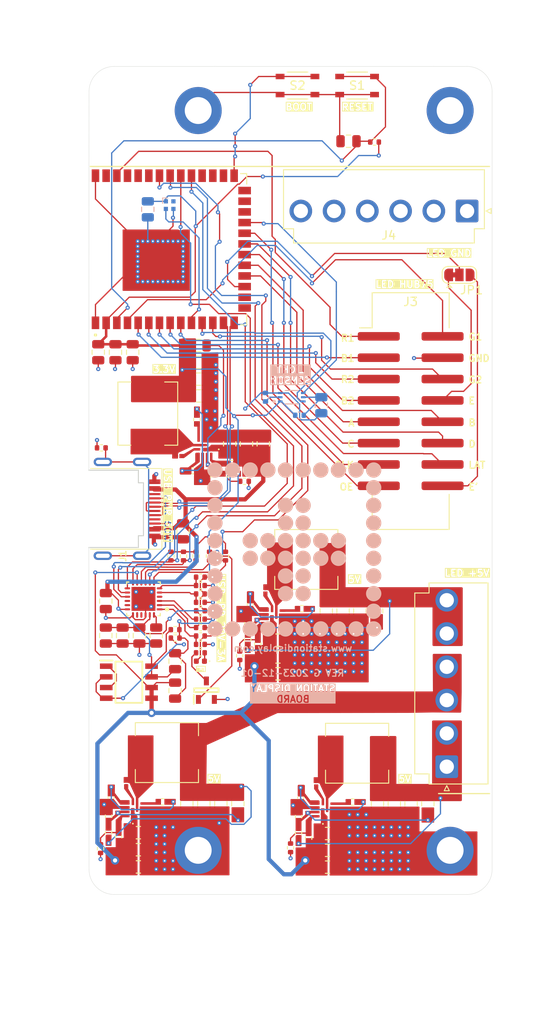
<source format=kicad_pcb>
(kicad_pcb (version 20221018) (generator pcbnew)
  (title_block (date "2023-12-01") (rev "G") (comment 1 "STATION DISPLAY") (comment 2 "BOARD") (comment 3 "www.stationdisplay.com"))
  (layers (0 "F.Cu" signal) (1 "In1.Cu" signal) (2 "In2.Cu" signal) (31 "B.Cu" signal) (34 "B.Paste" user) (35 "F.Paste" user) (36 "B.SilkS" user "B.Silkscreen") (37 "F.SilkS" user "F.Silkscreen") (38 "B.Mask" user) (39 "F.Mask" user) (44 "Edge.Cuts" user))
  (net 0 "")
  (net 2 "VBUS")
  (net 3 "Net-(J1-CC1)")
  (net 4 "D+")
  (net 5 "D-")
  (net 7 "Net-(J1-CC2)")
  (net 9 "Net-(J1-SHIELD)")
  (net 10 "GPIO2")
  (net 11 "GPIO4")
  (net 12 "GPIO5")
  (net 13 "GPIO6")
  (net 14 "GPIO7")
  (net 15 "GPIO8")
  (net 16 "GPIO9")
  (net 17 "GPIO10")
  (net 18 "GPIO11")
  (net 19 "GPIO12")
  (net 20 "GPIO13")
  (net 21 "GPIO14")
  (net 22 "GPIO15")
  (net 23 "GPIO16")
  (net 24 "MCU-3.3")
  (net 25 "Net-(U3-EN)")
  (net 26 "Net-(U1-DVI)")
  (net 27 "Net-(U1-ADDR)")
  (net 28 "Net-(U4-FLIP)")
  (net 29 "BOOT")
  (net 30 "GPIO21")
  (net 39 "Net-(D2-DI)")
  (net 40 "GPIO18")
  (net 42 "Net-(U4-VCCD)")
  (net 43 "VUSB_PD")
  (net 44 "Net-(C12-Pad2)")
  (net 45 "Net-(IC1-BST)")
  (net 46 "Net-(IC1-SW)")
  (net 47 "BK1_VCC")
  (net 48 "LED1_+5V")
  (net 49 "Net-(IC1-FB)")
  (net 50 "BK2_VCC")
  (net 51 "Net-(IC2-BST)")
  (net 52 "Net-(IC2-SW)")
  (net 53 "LED2_+5V")
  (net 54 "Net-(IC2-FB)")
  (net 55 "BK3_VCC")
  (net 56 "Net-(IC3-BST)")
  (net 57 "Net-(IC3-SW)")
  (net 58 "LED3_+5V")
  (net 59 "Net-(IC3-FB)")
  (net 60 "BK4_VCC")
  (net 61 "Net-(IC4-BST)")
  (net 62 "Net-(IC4-SW)")
  (net 63 "Net-(IC4-FB)")
  (net 64 "Net-(D1-K)")
  (net 65 "Net-(IC1-PG)")
  (net 66 "Net-(IC1-EN)")
  (net 67 "Net-(IC2-PG)")
  (net 68 "Net-(IC2-EN)")
  (net 69 "Net-(IC3-PG)")
  (net 70 "Net-(IC3-EN)")
  (net 71 "Net-(IC4-PG)")
  (net 72 "Net-(IC4-EN)")
  (net 73 "Net-(Q1-G)")
  (net 74 "Net-(Q1-D)")
  (net 75 "Net-(Q2-S1)")
  (net 76 "Net-(Q2-G1)")
  (net 77 "Net-(U4-VBUS_MAX)")
  (net 78 "Net-(U4-VBUS_MIN)")
  (net 79 "Net-(U4-ISNK_FINE)")
  (net 80 "Net-(U4-ISNK_COARSE)")
  (net 82 "PD_INT")
  (net 83 "PD_SDA")
  (net 84 "PD_SCL")
  (net 85 "FET_EN")
  (net 87 "PD_GPIO0")
  (net 90 "Net-(J3-Pin_8)")
  (net 91 "Net-(J3-Pin_16)")
  (net 92 "GNDA")
  (footprint "Resistor_SMD:R_0402_1005Metric" (layer "F.Cu") (at 107.1 113.2 -90)
    (fp_text reference "R33" hide)
    (fp_text value "453k")
  )
  (footprint "Capacitor_SMD:C_0805_2012Metric" (layer "F.Cu") (at 121.25 109.25 -90)
    (fp_text reference "C37" hide)
    (fp_text value "33pF")
  )
  (footprint "Capacitor_SMD:C_0805_2012Metric" (layer "F.Cu") (at 115.4 135.75)
    (fp_text reference "C16" hide)
    (fp_text value "0.1uF")
  )
  (footprint "Resistor_SMD:R_0402_1005Metric" (layer "F.Cu") (at 100.27 109.25)
    (fp_text reference "R2" hide)
    (fp_text value "0")
  )
  (footprint "Connector_JST:JST_VH_B6P-VH-B_1x06_P3.96mm_Vertical" (layer "F.Cu") (at 132.02 61.7 180)
    (fp_text reference "J4")
    (fp_text value "Conn_01x04")
  )
  (footprint "Resistor_SMD:R_0402_1005Metric" (layer "F.Cu") (at 103.5 92.95)
    (fp_text reference "R41" hide)
    (fp_text value "40.2k")
  )
  (footprint "Resistor_SMD:R_0402_1005Metric" (layer "F.Cu") (at 101.6 92.95)
    (fp_text reference "R42" hide)
    (fp_text value "8.87k")
  )
  (footprint "Resistor_SMD:R_0402_1005Metric" (layer "F.Cu") (at 103.25 102.75 90)
    (fp_text reference "R15" hide)
    (fp_text value "2K2")
  )
  (footprint "Capacitor_SMD:C_0805_2012Metric" (layer "F.Cu") (at 109.5 112.75)
    (fp_text reference "C34" hide)
    (fp_text value "0.1uF")
  )
  (footprint "Capacitor_SMD:C_0402_1005Metric" (layer "F.Cu") (at 106.2 108.5 -90)
    (fp_text reference "C35" hide)
    (fp_text value "1uF")
  )
  (footprint "Capacitor_SMD:C_0805_2012Metric" (layer "F.Cu") (at 93 112.2 -90)
    (fp_text reference "C3" hide)
    (fp_text value "100n")
  )
  (footprint "Techdroid:Cypress_Semiconductor-002-16934-0-C-IPC_C" (layer "F.Cu") (at 93.484469 107.834468 180)
    (fp_text reference "U4" hide)
    (fp_text value "CYPD3177-24LQXQ" hide)
  )
  (footprint "Capacitor_SMD:C_0805_2012Metric" (layer "F.Cu") (at 95 112.2 -90)
    (fp_text reference "C11" hide)
    (fp_text value "4u7")
  )
  (footprint "Capacitor_SMD:C_0805_2012Metric" (layer "F.Cu") (at 92.875 139.725)
    (fp_text reference "C23" hide)
    (fp_text value "22uF")
  )
  (footprint "Capacitor_SMD:C_0805_2012Metric" (layer "F.Cu") (at 100.05 79.7)
    (fp_text reference "C50" hide)
    (fp_text value "22uF")
  )
  (footprint "Capacitor_SMD:C_0805_2012Metric" (layer "F.Cu") (at 115.4 137.75)
    (fp_text reference "C15" hide)
    (fp_text value "22uF")
  )
  (footprint "Capacitor_SMD:C_0805_2012Metric" (layer "F.Cu") (at 91 112.2 -90)
    (fp_text reference "C1" hide)
    (fp_text value "100n")
  )
  (footprint "Resistor_SMD:R_0402_1005Metric" (layer "F.Cu") (at 101.35 102.75 -90)
    (fp_text reference "R18" hide)
    (fp_text value "20K")
  )
  (footprint "Resistor_SMD:R_0402_1005Metric" (layer "F.Cu") (at 100.26 112.25)
    (fp_text reference "R7" hide)
    (fp_text value "0")
  )
  (footprint "Techdroid:TYPE-C-31-M-14" (layer "F.Cu") (at 89.68 97.13 -90)
    (fp_text reference "J1")
    (fp_text value "USB_C_Receptacle_USB2.0")
    (fp_line (start -4.6 -3.2) (end -4.6 2.7) (stroke (width 0.12)) (layer "Edge.Cuts"))
    (fp_line (start -3.1 -3.8) (end -3.1 -3.2) (stroke (width 0.12)) (layer "Edge.Cuts"))
    (fp_line (start -3.1 -3.2) (end -4.6 -3.2) (stroke (width 0.12)) (layer "Edge.Cuts"))
    (fp_line (start 3.2 -3.8) (end -3.1 -3.8) (stroke (width 0.12)) (layer "Edge.Cuts"))
    (fp_line (start 3.2 -3.2) (end 3.2 -3.8) (stroke (width 0.12)) (layer "Edge.Cuts"))
    (fp_line (start 4.6 -3.2) (end 3.2 -3.2) (stroke (width 0.12)) (layer "Edge.Cuts"))
    (fp_line (start 4.6 2.7) (end 4.6 -3.2) (stroke (width 0.12)) (layer "Edge.Cuts"))
  )
  (footprint "Jumper:SolderJumper-3_P1.3mm_Bridged12_RoundedPad1.0x1.5mm" (layer "F.Cu") (at 131.1 69.3)
    (fp_text reference locked "JP1")
    (fp_text value "SolderJumper_3_Bridged12")
  )
  (footprint "Inductor_SMD:L_Sunlord_MWSA0605S" (layer "F.Cu") (at 94 85.8 90)
    (fp_text reference "L4" hide)
    (fp_text value "3.3uH")
  )
  (footprint "Connector_IDC:IDC-Header_2x08_P2.54mm_Vertical_SMD" (layer "F.Cu") (at 125.3 85.5)
    (fp_text reference "J3")
    (fp_text value "Conn_02x08_Odd_Even")
  )
  (footprint "Techdroid:MP2384CGGZ" (layer "F.Cu") (at 100.8 89.8 180)
    (fp_text reference "IC4" hide)
    (fp_text value "MP2384CGG-Z" hide)
  )
  (footprint "Inductor_SMD:L_Sunlord_MWSA0605S" (layer "F.Cu") (at 96.275 126.125)
    (fp_text reference "L2" hide)
    (fp_text value "3.3uH")
  )
  (footprint "Resistor_SMD:R_0402_1005Metric" (layer "F.Cu") (at 89.325 133.7 -90)
    (fp_text reference "R32" hide)
    (fp_text value "5.49k")
  )
  (footprint "Resistor_SMD:R_0402_1005Metric" (layer "F.Cu") (at 111.95 135.69 -90)
    (fp_text reference "R26" hide)
    (fp_text value "40.2k")
  )
  (footprint "Capacitor_SMD:C_0805_2012Metric" (layer "F.Cu") (at 115.4 139.75)
    (fp_text reference "C14" hide)
    (fp_text value "22uF")
  )
  (footprint "MountingHole:MountingHole_3.2mm_M3_DIN965_Pad" (layer "F.Cu") (at 100 137.75)
    (fp_text reference "H3" hide)
    (fp_text value "MountingHole_Pad")
  )
  (footprint "Resistor_SMD:R_0402_1005Metric" (layer "F.Cu") (at 112.35 109)
    (fp_text reference "R35" hide)
    (fp_text value "100k")
  )
  (footprint "Capacitor_SMD:C_0805_2012Metric" (layer "F.Cu") (at 92.2 78.5 -90)
    (fp_text reference "C8" hide)
    (fp_text value "1uF")
  )
  (footprint "Capacitor_SMD:C_0805_2012Metric" (layer "F.Cu") (at 98.2 99.8 -90)
    (fp_text reference "C9" hide)
    (fp_text value "1uF")
  )
  (footprint "Resistor_SMD:R_0402_1005Metric" (layer "F.Cu") (at 121 53.5 180)
    (fp_text reference "R4" hide)
    (fp_text value "5.1K")
  )
  (footprint "Resistor_SMD:R_0402_1005Metric" (layer "F.Cu") (at 95.775 131.975)
    (fp_text reference "R30" hide)
    (fp_text value "100k")
  )
  (footprint "Resistor_SMD:R_0402_1005Metric" (layer "F.Cu") (at 97.26 112.5)
    (fp_text reference "R14" hide)
    (fp_text value "2K2")
  )
  (footprint "Resistor_SMD:R_0402_1005Metric" (layer "F.Cu") (at 90.525 136.125 -90)
    (fp_text reference "R28" hide)
    (fp_text value "453k")
  )
  (footprint "Capacitor_SMD:C_0805_2012Metric" (layer "F.Cu") (at 125.35 132.2 -90)
    (fp_text reference "C22" hide)
    (fp_text value "22uF")
  )
  (footprint "Techdroid:XCVR_ESP32-S3-WROOM-1-N16R2" (layer "F.Cu") (at 93.03 66.25 90)
    (fp_text reference "U3" hide)
    (fp_text value "ESP32-S3-WROOM-1-N16R2")
  )
  (footprint "Capacitor_SMD:C_0805_2012Metric" (layer "F.Cu") (at 88.1 78.5 -90)
    (fp_text reference "C7" hide)
    (fp_text value "10uF")
  )
  (footprint "Resistor_SMD:R_0402_1005Metric" (layer "F.Cu") (at 111.95 133.74 -90)
    (fp_text reference "R27" hide)
    (fp_text value "5.49k")
  )
  (footprint "Resistor_SMD:R_0402_1005Metric" (layer "F.Cu") (at 100.26 111.25 180)
    (fp_text reference "R3" hide)
    (fp_text value "1M")
  )
  (footprint "Techdroid:SW_SKRPABE010" (layer "F.Cu") (at 118.925 46.775)
    (fp_text reference "S1")
    (fp_text value "SKRPABE010")
  )
  (footprint "Capacitor_SMD:C_0805_2012Metric" (layer "F.Cu") (at 117.9 53.4 180)
    (fp_text reference "C2" hide)
    (fp_text value "1uF")
  )
  (footprint "Capacitor_SMD:C_0805_2012Metric" (layer "F.Cu") (at 123.35 132.2 -90)
    (fp_text reference "C21" hide)
    (fp_text value "22uF")
  )
  (footprint "Capacitor_SMD:C_0805_2012Metric" (layer "F.Cu") (at 105.75 89.4 90)
    (fp_text reference "C43" hide)
    (fp_text value "22uF")
  )
  (footprint "MountingHole:MountingHole_3.2mm_M3_DIN965_Pad" (layer "F.Cu") (at 100 49.75)
    (fp_text reference "H1" hide)
    (fp_text value "MountingHole_Pad")
  )
  (footprint "Capacitor_SMD:C_0805_2012Metric" (layer "F.Cu") (at 103.75 89.4 90)
    (fp_text reference "C44" hide)
    (fp_text value "0.1uF")
  )
  (footprint "Capacitor_SMD:C_0805_2012Metric" (layer "F.Cu") (at 127.35 132.2 -90)
    (fp_text reference "C19" hide)
    (fp_text value "33pF")
  )
  (footprint "Resistor_SMD:R_0402_1005Metric" (layer "F.Cu") (at 99.75 102.75 90)
    (fp_text reference "R20" hide)
    (fp_text value "2K2")
  )
  (footprint "Capacitor_SMD:C_0201_0603Metric" (layer "F.Cu") (at 91.425 129.775 90)
    (fp_text reference "C27" hide)
    (fp_text value "220nF")
  )
  (footprint "Connector_JST:JST_VH_B6P-VH-B_1x06_P3.96mm_Vertical" (layer "F.Cu") (at 129.6 127.8 90)
    (fp_text reference "J2" hide)
    (fp_text value "Conn_01x04")
  )
  (footprint "Resistor_SMD:R_0402_1005Metric" (layer "F.Cu") (at 96.75 102.75 90)
    (fp_text reference "R17" hide)
    (fp_text value "2K2")
  )
  (footprint "Inductor_SMD:L_Sunlord_MWSA0605S" (layer "F.Cu") (at 118.925 126.2)
    (fp_text reference "L1" hide)
    (fp_text value "3.3uH")
  )
  (footprint "Resistor_SMD:R_0402_1005Metric" (layer "F.Cu") (at 113.15 136.3 -90)
    (fp_text reference "R23" hide)
    (fp_text value "453k")
  )
  (footprint "Resistor_SMD:R_0402_1005Metric" (layer "F.Cu") (at 99.85 86.5 90)
    (fp_text reference "R40" hide)
    (fp_text value "100k")
  )
  (footprint "MountingHole:MountingHole_3.2mm_M3_DIN965_Pad" (layer "F.Cu") (at 130 137.75)
    (fp_text reference "H4" hide)
    (fp_text value "MountingHole_Pad")
  )
  (footprint "LED_SMD:LED_0402_1005Metric" (layer "F.Cu") (at 100.26 115.25 180)
    (fp_text reference "D1" hide)
    (fp_text value "LED")
  )
  (footprint "Capacitor_SMD:C_0805_2012Metric" (layer "F.Cu") (at 97.25 118.75 -90)
    (fp_text reference "C12" hide)
    (fp_text value "100n")
  )
  (footprint "Techdroid:MP2384CGGZ" (layer "F.Cu") (at 115.1 132.95 90)
    (fp_text reference "IC1" hide)
    (fp_text value "MP2384CGG-Z" hide)
  )
  (footprint "MountingHole:MountingHole_3.2mm_M3_DIN965_Pad" (layer "F.Cu") (at 130 49.75)
    (fp_text reference "H2" hide)
    (fp_text value "MountingHole_Pad")
  )
  (footprint "Resistor_SMD:R_0402_1005Metric" (layer "F.Cu") (at 105.9 112.7 -90)
    (fp_text reference "R36" hide)
    (fp_text value "40.2k")
  )
  (footprint "Capacitor_SMD:C_0201_0603Metric" (layer "F.Cu") (at 108 106.9 90)
    (fp_text reference "C36" hide)
    (fp_text value "220nF")
  )
  (footprint "Resistor_SMD:R_0402_1005Metric" (layer "F.Cu") (at 100.26 114.25)
    (fp_text reference "R19" hide)
    (fp_text value "2K2")
  )
  (footprint "Capacitor_SMD:C_0805_2012Metric" (layer "F.Cu") (at 100.05 81.7)
    (fp_text reference "C49" hide)
    (fp_text value "22uF")
  )
  (footprint "Capacitor_SMD:C_0805_2012Metric" (layer "F.Cu") (at 119.25 109.25 -90)
    (fp_text reference "C40" hide)
    (fp_text value "22uF")
  )
  (footprint "Resistor_SMD:R_0402_1005Metric" (layer "F.Cu") (at 98.25 102.75 90)
    (fp_text reference "R16" hide)
    (fp_text value "2K2")
  )
  (footprint "Resistor_SMD:R_0402_1005Metric" (layer "F.Cu") (at 97.25 111.5)
    (fp_text reference "R22" hide)
    (fp_text value "20k")
  )
  (footprint "Capacitor_SMD:C_0201_0603Metric" (layer "F.Cu") (at 114.05 129.845 90)
    (fp_text reference "C17" hide)
    (fp_text value "220nF")
  )
  (footprint "Capacitor_SMD:C_0805_2012Metric" (layer "F.Cu") (at 90.15 78.5 -90)
    (fp_text reference "C6" hide)
    (fp_text value "10uF")
  )
  (footprint "Resistor_SMD:R_0402_1005Metric" (layer "F.Cu") (at 111 137.45 90)
    (fp_text reference "R24" hide)
    (fp_text value "100k")
  )
  (footprint "Techdroid:MP2384CGGZ" (layer "F.Cu") (at 92.475 132.925 90)
    (fp_text reference "IC2" hide)
    (fp_text value "MP2384CGG-Z" hide)
  )
  (footprint "Resistor_SMD:R_0402_1005Metric" (layer "F.Cu") (at 100.26 106.25 180)
    (fp_text reference "R10" hide)
    (fp_text value "0")
  )
  (footprint "Capacitor_SMD:C_0805_2012Metric" (layer "F.Cu") (at 89 112.2 -90)
    (fp_text reference "C5" hide)
    (fp_text value "4u7")
  )
  (footprint "Capacitor_SMD:C_0201_0603Metric" (layer "F.Cu") (at 97.7 90.85 180)
    (fp_text reference "C46" hide)
    (fp_text value "220nF")
  )
  (footprint "Capacitor_SMD:C_0805_2012Metric" (layer "F.Cu") (at 100.675 132.2 -90)
    (fp_text reference "C30" hide)
    (fp_text value "22uF")
  )
  (footprint "Capacitor_SMD:C_0805_2012Metric" (layer "F.Cu") (at 92.875 137.675)
    (fp_text reference "C24" hide)
    (fp_text value "22uF")
  )
  (footprint "Techdroid:SOT95P230X110-3N" (layer "F.Cu") (at 100.975 118.7 90)
    (fp_text reference "Q1" hide)
    (fp_text value "2N7002NXAKR" hide)
  )
  (footprint "Techdroid:MP2384CGGZ" (layer "F.Cu") (at 109.05 110 90)
    (fp_text reference "IC3" hide)
    (fp_text value "MP2384CGG-Z" hide)
  )
  (footprint "Capacitor_SMD:C_0805_2012Metric" (layer "F.Cu") (at 117.25 109.25 -90)
    (fp_text reference "C39" hide)
    (fp_text value "22uF")
  )
  (footprint "Resistor_SMD:R_0402_1005Metric" (layer "F.Cu") (at 89.325 135.65 -90)
    (fp_text reference "R31" hide)
    (fp_text value "40.2k")
  )
  (footprint "Resistor_SMD:R_0402_1005Metric" (layer "F.Cu") (at 100.26 105.25)
    (fp_text reference "R9" hide)
    (fp_text value "1M")
  )
  (footprint "Capacitor_SMD:C_0805_2012Metric" (layer "F.Cu") (at 109.5 116.75)
    (fp_text reference "C32" hide)
    (fp_text value "22uF")
  )
  (footprint "Capacitor_SMD:C_0805_2012Metric" (layer "F.Cu") (at 102.7 132.2 -90)
    (fp_text reference "C31" hide)
    (fp_text value "22uF")
  )
  (footprint "Techdroid:SW_SKRPABE010" (layer "F.Cu") (at 111.825 46.775)
    (fp_text reference "S2")
    (fp_text value "SKRPABE010")
  )
  (footprint "Resistor_SMD:R_0402_1005Metric" (layer "F.Cu") (at 88.375 137.55 90)
    (fp_text reference "R29" hide)
    (fp_text value "100k")
  )
  (footprint "Resistor_SMD:R_0402_1005Metric" (layer "F.Cu") (at 100.26 108.25 180)
    (fp_text reference "R12" hide)
    (fp_text value "5.1k")
  )
  (footprint "Resistor_SMD:R_0402_1005Metric" (layer "F.Cu") (at 88.465 89.875)
    (fp_text reference "R1" hide)
    (fp_text value "1M")
  )
  (footprint "Resistor_SMD:R_0402_1005Metric" (layer "F.Cu") (at 105.51 93.85 180)
    (fp_text reference "R39" hide)
    (fp_text value "100k")
  )
  (footprint "Capacitor_SMD:C_0805_2012Metric" (layer "F.Cu") (at 107.75 89.4 90)
    (fp_text reference "C42" hide)
    (fp_text value "22uF")
  )
  (footprint "Capacitor_SMD:C_0402_1005Metric" (layer "F.Cu") (at 89.625 131.48 -90)
    (fp_text reference "C26" hide)
    (fp_text value "1uF")
  )
  (footprint "Resistor_SMD:R_0402_1005Metric" (layer "F.Cu") (at 118.4 132)
    (fp_text reference "R25" hide)
    (fp_text value "100k")
  )
  (footprint "Resistor_SMD:R_0402_1005Metric" (layer "F.Cu") (at 104.95 114.6 90)
    (fp_text reference "R34" hide)
    (fp_text value "100k")
  )
  (footprint "Resistor_SMD:R_0402_1005Metric" (layer "F.Cu") (at 104 91.75)
    (fp_text reference "R38" hide)
    (fp_text value "453k")
  )
  (footprint "Capacitor_SMD:C_0805_2012Metric" (layer "F.Cu") (at 115.25 109.25 -90)
    (fp_text reference "C38" hide)
    (fp_text value "22uF")
  )
  (footprint "Capacitor_SMD:C_0805_2012Metric" (layer "F.Cu") (at 89 108.1 -90)
    (fp_text reference "C10" hide)
    (fp_text value "1uF")
  )
  (footprint "Capacitor_SMD:C_0805_2012Metric" (layer "F.Cu") (at 98.65 132.2 -90)
    (fp_text reference "C29" hide)
    (fp_text value "22uF")
  )
  (footprint "Resistor_SMD:R_0402_1005Metric" (layer "F.Cu") (at 100.26 107.25)
    (fp_text reference "R11" hide)
    (fp_text value "5.1k")
  )
  (footprint "Resistor_SMD:R_0402_1005Metric" (layer "F.Cu") (at 105.9 110.8 -90)
    (fp_text reference "R37" hide)
    (fp_text value "5.49k")
  )
  (footprint "Inductor_SMD:L_Sunlord_MWSA0605S" (layer "F.Cu") (at 112.875 103.15)
    (fp_text reference "L3" hide)
    (fp_text value "3.3uH")
  )
  (footprint "Capacitor_SMD:C_0805_2012Metric" (layer "F.Cu") (at 104.725 132.2 -90)
    (fp_text reference "C28" hide)
    (fp_text value "33pF")
  )
  (footprint "Capacitor_SMD:C_0805_2012Metric" (layer "F.Cu") (at 121.35 132.2 -90)
    (fp_text reference "C20" hide)
    (fp_text value "22uF")
  )
  (footprint "Capacitor_SMD:C_0805_2012Metric" (layer "F.Cu") (at 100.05 83.7)
    (fp_text reference "C48" hide)
    (fp_text value "22uF")
  )
  (footprint "Capacitor_SMD:C_0805_2012Metric" (layer "F.Cu") (at 97.25 115.25 90)
    (fp_text reference "C13" hide)
    (fp_text value "4u7")
  )
  (footprint "Techdroid:SOIC127P600X175-8N" (layer "F.Cu") (at 91.75 117.75)
    (fp_text reference "Q2" hide)
    (fp_text value "DMP3098LSD-13" hide)
  )
  (footprint "Capacitor_SMD:C_0402_1005Metric" (layer "F.Cu") (at 112.2 131.5 -90)
    (fp_text reference "C18" hide)
    (fp_text value "1uF")
  )
  (footprint "Resistor_SMD:R_0402_1005Metric" (layer "F.Cu") (at 100.26 110.25 180)
    (fp_text reference "R21" hide)
    (fp_text value "2K2")
  )
  (footprint "Capacitor_SMD:C_0402_1005Metric" (layer "F.Cu") (at 99.35 92.6)
    (fp_text reference "C45" hide)
    (fp_text value "1uF")
  )
  (footprint "Capacitor_SMD:C_0805_2012Metric" (layer "F.Cu") (at 109.5 114.75)
    (fp_text reference "C33" hide)
    (fp_text value "22uF")
  )
  (footprint "Capacitor_SMD:C_0805_2012Metric" (layer "F.Cu") (at 100.05 77.7)
    (fp_text reference "C47" hide)
    (fp_text value "33pF")
  )
  (footprint "Capacitor_SMD:C_0805_2012Metric" (layer "F.Cu") (at 92.875 135.65)
    (fp_text reference "C25" hide)
    (fp_text value "0.1uF")
  )
  (footprint "Resistor_SMD:R_0402_1005Metric" (layer "F.Cu") (at 100.26 113.25 180)
    (fp_text reference "R8" hide)
    (fp_text value "1M")
  )
  (footprint "Techdroid:LED_SK6812_EC15_1.5x1.5mm" (layer "B.Cu") (at 96.6 61 180)
    (fp_text reference "D2" hide)
    (fp_text value "YF923-1515LED-4P")
  )
  (footprint "Techdroid:XDCR_BH1750FVI-TR" (layer "B.Cu") (at 111.1375 83.85)
    (fp_text reference "U1" hide)
    (fp_text value "BH1750FVI-TR")
  )
  (footprint "Capacitor_SMD:C_0805_2012Metric" (layer "B.Cu") (at 114.6625 84.8 -90)
    (fp_text reference "C4" hide)
    (fp_text value "1uF")
  )
  (footprint "Capacitor_SMD:C_0805_2012Metric" (layer "B.Cu") (at 94 61.5 -90)
    (fp_text reference "C41" hide)
    (fp_text value "100nF")
  )
  (footprint "Resistor_SMD:R_0402_1005Metric" (layer "B.Cu") (at 108.0125 83.85 -90)
    (fp_text reference "R6" hide)
    (fp_text value "10K")
  )
  (footprint "Resistor_SMD:R_0402_1005Metric" (layer "B.Cu") (at 112.0625 86 180)
    (fp_text reference "R5" hide)
    (fp_text value "1K")
  )
  (gr_poly locked (pts (xy 120.852664 108.437809) (xy 120.808227 108.441188) (xy 120.764437 108.446752) (xy 120.721348 108.454447) (xy 120.679015 108.464217) (xy 120.637493 108.476008) (xy 120.596837 108.489765) (xy 120.557101 108.505432) (xy 120.518342 108.522955) (xy 120.480614 108.542278) (xy 120.443972 108.563347) (xy 120.40847 108.586106) (xy 120.374165 108.610502) (xy 120.34111 108.636478) (xy 120.309361 108.663979) (xy 120.278973 108.692952) (xy 120.25 108.72334) (xy 120.222498 108.755089) (xy 120.196522 108.788144) (xy 120.172127 108.822449) (xy 120.149368 108.857951) (xy 120.128299 108.894593) (xy 120.108975 108.932322) (xy 120.091453 108.971081) (xy 120.075786 109.010816) (xy 120.062029 109.051472) (xy 120.050238 109.092994) (xy 120.040468 109.135327) (xy 120.032773 109.178416) (xy 120.027209 109.222206) (xy 120.02383 109.266643) (xy 120.022691 109.31167) (xy 120.02383 109.356697) (xy 120.027209 109.401134) (xy 120.032773 109.444924) (xy 120.040468 109.488013) (xy 120.050238 109.530346) (xy 120.062029 109.571868) (xy 120.075786 109.612524) (xy 120.091453 109.652259) (xy 120.108975 109.691018) (xy 120.128299 109.728747) (xy 120.149368 109.765389) (xy 120.172127 109.800891) (xy 120.196522 109.835196) (xy 120.222498 109.868251) (xy 120.25 109.9) (xy 120.278973 109.930388) (xy 120.309361 109.959361) (xy 120.34111 109.986862) (xy 120.374165 110.012838) (xy 120.40847 110.037234) (xy 120.443972 110.059993) (xy 120.480614 110.081062) (xy 120.518342 110.100385) (xy 120.557101 110.117908) (xy 120.596837 110.133575) (xy 120.637493 110.147332) (xy 120.679015 110.159123) (xy 120.721348 110.168893) (xy 120.764437 110.176588) (xy 120.808227 110.182152) (xy 120.852664 110.185531) (xy 120.897691 110.18667) (xy 120.942718 110.185531) (xy 120.987155 110.182152) (xy 121.030945 110.176588) (xy 121.074034 110.168893) (xy 121.116367 110.159123) (xy 121.157889 110.147332) (xy 121.198545 110.133575) (xy 121.23828 110.117908) (xy 121.27704 110.100385) (xy 121.314768 110.081062) (xy 121.35141 110.059993) (xy 121.386912 110.037234) (xy 121.421217 110.012838) (xy 121.454272 109.986862) (xy 121.486021 109.959361) (xy 121.516409 109.930388) (xy 121.545382 109.9) (xy 121.572884 109.868251) (xy 121.598859 109.835196) (xy 121.623255 109.800891) (xy 121.646014 109.765389) (xy 121.667083 109.728747) (xy 121.686407 109.691018) (xy 121.703929 109.652259) (xy 121.719596 109.612524) (xy 121.733353 109.571868) (xy 121.745144 109.530346) (xy 121.754914 109.488013) (xy 121.762609 109.444924) (xy 121.768173 109.401134) (xy 121.771552 109.356697) (xy 121.772691 109.31167) (xy 121.771552 109.266643) (xy 121.768173 109.222206) (xy 121.762609 109.178416) (xy 121.754914 109.135327) (xy 121.745144 109.092994) (xy 121.733353 109.051472) (xy 121.719596 109.010816) (xy 121.703929 108.971081) (xy 121.686407 108.932322) (xy 121.667083 108.894593) (xy 121.646014 108.857951) (xy 121.623255 108.822449) (xy 121.598859 108.788144) (xy 121.572884 108.755089) (xy 121.545382 108.72334) (xy 121.516409 108.692952) (xy 121.486021 108.663979) (xy 121.454272 108.636478) (xy 121.421217 108.610502) (xy 121.386912 108.586106) (xy 121.35141 108.563347) (xy 121.314768 108.542278) (xy 121.27704 108.522955) (xy 121.23828 108.505432) (xy 121.198545 108.489765) (xy 121.157889 108.476008) (xy 121.116367 108.464217) (xy 121.074034 108.454447) (xy 121.030945 108.446752) (xy 120.987155 108.441188) (xy 120.942718 108.437809) (xy 120.897691 108.43667)) (stroke (width 0.075105)) (fill solid) (layer "B.SilkS"))
  (gr_poly locked (pts (xy 101.952661 100.037809) (xy 101.908225 100.041188) (xy 101.864435 100.046752) (xy 101.821345 100.054447) (xy 101.779012 100.064217) (xy 101.73749 100.076008) (xy 101.696834 100.089765) (xy 101.657099 100.105432) (xy 101.61834 100.122954) (xy 101.580612 100.142278) (xy 101.543969 100.163347) (xy 101.508468 100.186106) (xy 101.474162 100.210501) (xy 101.441107 100.236477) (xy 101.409358 100.263979) (xy 101.37897 100.292951) (xy 101.349998 100.32334) (xy 101.322496 100.355089) (xy 101.29652 100.388143) (xy 101.272125 100.422449) (xy 101.249365 100.457951) (xy 101.228296 100.494593) (xy 101.208973 100.532321) (xy 101.19145 100.57108) (xy 101.175783 100.610816) (xy 101.162027 100.651472) (xy 101.150236 100.692994) (xy 101.140465 100.735327) (xy 101.13277 100.778416) (xy 101.127206 100.822206) (xy 101.123827 100.866643) (xy 101.122688 100.91167) (xy 101.123827 100.956697) (xy 101.127206 101.001134) (xy 101.13277 101.044924) (xy 101.140465 101.088013) (xy 101.150236 101.130346) (xy 101.162027 101.171868) (xy 101.175783 101.212524) (xy 101.19145 101.25226) (xy 101.208973 101.291019) (xy 101.228296 101.328747) (xy 101.249365 101.365389) (xy 101.272125 101.400891) (xy 101.29652 101.435197) (xy 101.322496 101.468251) (xy 101.349998 101.5) (xy 101.37897 101.530389) (xy 101.409358 101.559361) (xy 101.441107 101.586863) (xy 101.474162 101.612839) (xy 101.508468 101.637234) (xy 101.543969 101.659993) (xy 101.580612 101.681062) (xy 101.61834 101.700386) (xy 101.657099 101.717908) (xy 101.696834 101.733575) (xy 101.73749 101.747332) (xy 101.779012 101.759123) (xy 101.821345 101.768893) (xy 101.864435 101.776588) (xy 101.908225 101.782152) (xy 101.952661 101.785531) (xy 101.997688 101.78667) (xy 102.042716 101.785531) (xy 102.087152 101.782152) (xy 102.130942 101.776588) (xy 102.174031 101.768893) (xy 102.216364 101.759123) (xy 102.257886 101.747332) (xy 102.298542 101.733575) (xy 102.338278 101.717908) (xy 102.377037 101.700386) (xy 102.414765 101.681062) (xy 102.451407 101.659993) (xy 102.486909 101.637234) (xy 102.521215 101.612839) (xy 102.554269 101.586863) (xy 102.586018 101.559361) (xy 102.616407 101.530389) (xy 102.645379 101.5) (xy 102.672881 101.468251) (xy 102.698857 101.435197) (xy 102.723252 101.400891) (xy 102.746012 101.365389) (xy 102.76708 101.328747) (xy 102.786404 101.291019) (xy 102.803926 101.25226) (xy 102.819594 101.212524) (xy 102.83335 101.171868) (xy 102.845141 101.130346) (xy 102.854911 101.088013) (xy 102.862606 101.044924) (xy 102.868171 101.001134) (xy 102.87155 100.956697) (xy 102.872688 100.91167) (xy 102.87155 100.866643) (xy 102.868171 100.822206) (xy 102.862606 100.778416) (xy 102.854911 100.735327) (xy 102.845141 100.692994) (xy 102.83335 100.651472) (xy 102.819594 100.610816) (xy 102.803926 100.57108) (xy 102.786404 100.532321) (xy 102.76708 100.494593) (xy 102.746012 100.457951) (xy 102.723252 100.422449) (xy 102.698857 100.388143) (xy 102.672881 100.355089) (xy 102.645379 100.32334) (xy 102.616407 100.292951) (xy 102.586018 100.263979) (xy 102.554269 100.236477) (xy 102.521215 100.210501) (xy 102.486909 100.186106) (xy 102.451407 100.163347) (xy 102.414765 100.142278) (xy 102.377037 100.122954) (xy 102.338278 100.105432) (xy 102.298542 100.089765) (xy 102.257886 100.076008) (xy 102.216364 100.064217) (xy 102.174031 100.054447) (xy 102.130942 100.046752) (xy 102.087152 100.041188) (xy 102.042716 100.037809) (xy 101.997688 100.03667)) (stroke (width 0.075105)) (fill solid) (layer "B.SilkS"))
  (gr_poly locked (pts (xy 101.952664 95.837809) (xy 101.908227 95.841188) (xy 101.864437 95.846752) (xy 101.821348 95.854447) (xy 101.779015 95.864217) (xy 101.737493 95.876008) (xy 101.696837 95.889765) (xy 101.657102 95.905432) (xy 101.618343 95.922955) (xy 101.580614 95.942278) (xy 101.543972 95.963347) (xy 101.50847 95.986106) (xy 101.474165 96.010502) (xy 101.44111 96.036477) (xy 101.409361 96.063979) (xy 101.378973 96.092952) (xy 101.35 96.12334) (xy 101.322499 96.155089) (xy 101.296523 96.188144) (xy 101.272127 96.222449) (xy 101.249368 96.257951) (xy 101.228299 96.294593) (xy 101.208976 96.332321) (xy 101.191453 96.371081) (xy 101.175786 96.410816) (xy 101.162029 96.451472) (xy 101.150238 96.492994) (xy 101.140468 96.535327) (xy 101.132773 96.578416) (xy 101.127209 96.622206) (xy 101.12383 96.666643) (xy 101.122691 96.71167) (xy 101.12383 96.756697) (xy 101.127209 96.801134) (xy 101.132773 96.844924) (xy 101.140468 96.888013) (xy 101.150238 96.930346) (xy 101.162029 96.971868) (xy 101.175786 97.012524) (xy 101.191453 97.052259) (xy 101.208976 97.091019) (xy 101.228299 97.128747) (xy 101.249368 97.165389) (xy 101.272127 97.200891) (xy 101.296523 97.235196) (xy 101.322499 97.268251) (xy 101.35 97.3) (xy 101.378973 97.330388) (xy 101.409361 97.359361) (xy 101.44111 97.386863) (xy 101.474165 97.412838) (xy 101.50847 97.437234) (xy 101.543972 97.459993) (xy 101.580614 97.481062) (xy 101.618343 97.500385) (xy 101.657102 97.517908) (xy 101.696837 97.533575) (xy 101.737493 97.547332) (xy 101.779015 97.559123) (xy 101.821348 97.568893) (xy 101.864437 97.576588) (xy 101.908227 97.582152) (xy 101.952664 97.585531) (xy 101.997691 97.58667) (xy 102.042718 97.585531) (xy 102.087155 97.582152) (xy 102.130945 97.576588) (xy 102.174034 97.568893) (xy 102.216367 97.559123) (xy 102.257889 97.547332) (xy 102.298545 97.533575) (xy 102.33828 97.517908) (xy 102.377039 97.500385) (xy 102.414768 97.481062) (xy 102.45141 97.459993) (xy 102.486912 97.437234) (xy 102.521217 97.412838) (xy 102.554272 97.386863) (xy 102.586021 97.359361) (xy 102.616409 97.330388) (xy 102.645382 97.3) (xy 102.672883 97.268251) (xy 102.698859 97.235196) (xy 102.723255 97.200891) (xy 102.746014 97.165389) (xy 102.767083 97.128747) (xy 102.786406 97.091019) (xy 102.803929 97.052259) (xy 102.819596 97.012524) (xy 102.833353 96.971868) (xy 102.845144 96.930346) (xy 102.854914 96.888013) (xy 102.862609 96.844924) (xy 102.868173 96.801134) (xy 102.871552 96.756697) (xy 102.872691 96.71167) (xy 102.871552 96.666643) (xy 102.868173 96.622206) (xy 102.862609 96.578416) (xy 102.854914 96.535327) (xy 102.845144 96.492994) (xy 102.833353 96.451472) (xy 102.819596 96.410816) (xy 102.803929 96.371081) (xy 102.786406 96.332321) (xy 102.767083 96.294593) (xy 102.746014 96.257951) (xy 102.723255 96.222449) (xy 102.698859 96.188144) (xy 102.672883 96.155089) (xy 102.645382 96.12334) (xy 102.616409 96.092952) (xy 102.586021 96.063979) (xy 102.554272 96.036477) (xy 102.521217 96.010502) (xy 102.486912 95.986106) (xy 102.45141 95.963347) (xy 102.414768 95.942278) (xy 102.377039 95.922955) (xy 102.33828 95.905432) (xy 102.298545 95.889765) (xy 102.257889 95.876008) (xy 102.216367 95.864217) (xy 102.174034 95.854447) (xy 102.130945 95.846752) (xy 102.087155 95.841188) (xy 102.042718 95.837809) (xy 101.997691 95.83667)) (stroke (width 0.075105)) (fill solid) (layer "B.SilkS"))
  (gr_poly locked (pts (xy 120.852664 104.237809) (xy 120.808227 104.241188) (xy 120.764437 104.246752) (xy 120.721348 104.254447) (xy 120.679015 104.264217) (xy 120.637493 104.276008) (xy 120.596837 104.289765) (xy 120.557101 104.305432) (xy 120.518342 104.322955) (xy 120.480614 104.342278) (xy 120.443972 104.363347) (xy 120.40847 104.386106) (xy 120.374165 104.410502) (xy 120.34111 104.436478) (xy 120.309361 104.463979) (xy 120.278973 104.492952) (xy 120.25 104.52334) (xy 120.222498 104.555089) (xy 120.196522 104.588144) (xy 120.172127 104.622449) (xy 120.149368 104.657951) (xy 120.128299 104.694593) (xy 120.108975 104.732322) (xy 120.091453 104.771081) (xy 120.075786 104.810816) (xy 120.062029 104.851472) (xy 120.050238 104.892994) (xy 120.040468 104.935327) (xy 120.032773 104.978416) (xy 120.027209 105.022206) (xy 120.02383 105.066643) (xy 120.022691 105.11167) (xy 120.02383 105.156697) (xy 120.027209 105.201134) (xy 120.032773 105.244924) (xy 120.040468 105.288013) (xy 120.050238 105.330346) (xy 120.062029 105.371868) (xy 120.075786 105.412524) (xy 120.091453 105.452259) (xy 120.108975 105.491018) (xy 120.128299 105.528747) (xy 120.149368 105.565389) (xy 120.172127 105.600891) (xy 120.196522 105.635196) (xy 120.222498 105.668251) (xy 120.25 105.7) (xy 120.278973 105.730388) (xy 120.309361 105.759361) (xy 120.34111 105.786862) (xy 120.374165 105.812838) (xy 120.40847 105.837234) (xy 120.443972 105.859993) (xy 120.480614 105.881062) (xy 120.518342 105.900385) (xy 120.557101 105.917908) (xy 120.596837 105.933575) (xy 120.637493 105.947332) (xy 120.679015 105.959123) (xy 120.721348 105.968893) (xy 120.764437 105.976588) (xy 120.808227 105.982152) (xy 120.852664 105.985531) (xy 120.897691 105.98667) (xy 120.942718 105.985531) (xy 120.987155 105.982152) (xy 121.030945 105.976588) (xy 121.074034 105.968893) (xy 121.116367 105.959123) (xy 121.157889 105.947332) (xy 121.198545 105.933575) (xy 121.23828 105.917908) (xy 121.27704 105.900385) (xy 121.314768 105.881062) (xy 121.35141 105.859993) (xy 121.386912 105.837234) (xy 121.421217 105.812838) (xy 121.454272 105.786862) (xy 121.486021 105.759361) (xy 121.516409 105.730388) (xy 121.545382 105.7) (xy 121.572884 105.668251) (xy 121.598859 105.635196) (xy 121.623255 105.600891) (xy 121.646014 105.565389) (xy 121.667083 105.528747) (xy 121.686407 105.491018) (xy 121.703929 105.452259) (xy 121.719596 105.412524) (xy 121.733353 105.371868) (xy 121.745144 105.330346) (xy 121.754914 105.288013) (xy 121.762609 105.244924) (xy 121.768173 105.201134) (xy 121.771552 105.156697) (xy 121.772691 105.11167) (xy 121.771552 105.066643) (xy 121.768173 105.022206) (xy 121.762609 104.978416) (xy 121.754914 104.935327) (xy 121.745144 104.892994) (xy 121.733353 104.851472) (xy 121.719596 104.810816) (xy 121.703929 104.771081) (xy 121.686407 104.732322) (xy 121.667083 104.694593) (xy 121.646014 104.657951) (xy 121.623255 104.622449) (xy 121.598859 104.588144) (xy 121.572884 104.555089) (xy 121.545382 104.52334) (xy 121.516409 104.492952) (xy 121.486021 104.463979) (xy 121.454272 104.436478) (xy 121.421217 104.410502) (xy 121.386912 104.386106) (xy 121.35141 104.363347) (xy 121.314768 104.342278) (xy 121.27704 104.322955) (xy 121.23828 104.305432) (xy 121.198545 104.289765) (xy 121.157889 104.276008) (xy 121.116367 104.264217) (xy 121.074034 104.254447) (xy 121.030945 104.246752) (xy 120.987155 104.241188) (xy 120.942718 104.237809) (xy 120.897691 104.23667)) (stroke (width 0.075105)) (fill solid) (layer "B.SilkS"))
  (gr_poly locked (pts (xy 120.852664 102.137809) (xy 120.808227 102.141188) (xy 120.764437 102.146752) (xy 120.721348 102.154447) (xy 120.679015 102.164217) (xy 120.637493 102.176008) (xy 120.596837 102.189765) (xy 120.557101 102.205432) (xy 120.518342 102.222954) (xy 120.480614 102.242278) (xy 120.443972 102.263347) (xy 120.40847 102.286106) (xy 120.374165 102.310501) (xy 120.34111 102.336477) (xy 120.309361 102.363979) (xy 120.278973 102.392951) (xy 120.25 102.42334) (xy 120.222498 102.455089) (xy 120.196522 102.488143) (xy 120.172127 102.522449) (xy 120.149368 102.557951) (xy 120.128299 102.594593) (xy 120.108975 102.632321) (xy 120.091453 102.67108) (xy 120.075786 102.710816) (xy 120.062029 102.751472) (xy 120.050238 102.792994) (xy 120.040468 102.835327) (xy 120.032773 102.878416) (xy 120.027209 102.922206) (xy 120.02383 102.966643) (xy 120.022691 103.01167) (xy 120.02383 103.056697) (xy 120.027209 103.101134) (xy 120.032773 103.144924) (xy 120.040468 103.188013) (xy 120.050238 103.230346) (xy 120.062029 103.271868) (xy 120.075786 103.312524) (xy 120.091453 103.352259) (xy 120.108975 103.391018) (xy 120.128299 103.428747) (xy 120.149368 103.465389) (xy 120.172127 103.500891) (xy 120.196522 103.535196) (xy 120.222498 103.568251) (xy 120.25 103.6) (xy 120.278973 103.630388) (xy 120.309361 103.659361) (xy 120.34111 103.686862) (xy 120.374165 103.712838) (xy 120.40847 103.737234) (xy 120.443972 103.759993) (xy 120.480614 103.781062) (xy 120.518342 103.800385) (xy 120.557101 103.817908) (xy 120.596837 103.833575) (xy 120.637493 103.847332) (xy 120.679015 103.859123) (xy 120.721348 103.868893) (xy 120.764437 103.876588) (xy 120.808227 103.882152) (xy 120.852664 103.885531) (xy 120.897691 103.88667) (xy 120.942718 103.885531) (xy 120.987155 103.882152) (xy 121.030945 103.876588) (xy 121.074034 103.868893) (xy 121.116367 103.859123) (xy 121.157889 103.847332) (xy 121.198545 103.833575) (xy 121.23828 103.817908) (xy 121.27704 103.800385) (xy 121.314768 103.781062) (xy 121.35141 103.759993) (xy 121.386912 103.737234) (xy 121.421217 103.712838) (xy 121.454272 103.686862) (xy 121.486021 103.659361) (xy 121.516409 103.630388) (xy 121.545382 103.6) (xy 121.572884 103.568251) (xy 121.598859 103.535196) (xy 121.623255 103.500891) (xy 121.646014 103.465389) (xy 121.667083 103.428747) (xy 121.686407 103.391018) (xy 121.703929 103.352259) (xy 121.719596 103.312524) (xy 121.733353 103.271868) (xy 121.745144 103.230346) (xy 121.754914 103.188013) (xy 121.762609 103.144924) (xy 121.768173 103.101134) (xy 121.771552 103.056697) (xy 121.772691 103.01167) (xy 121.771552 102.966643) (xy 121.768173 102.922206) (xy 121.762609 102.878416) (xy 121.754914 102.835327) (xy 121.745144 102.792994) (xy 121.733353 102.751472) (xy 121.719596 102.710816) (xy 121.703929 102.67108) (xy 121.686407 102.632321) (xy 121.667083 102.594593) (xy 121.646014 102.557951) (xy 121.623255 102.522449) (xy 121.598859 102.488143) (xy 121.572884 102.455089) (xy 121.545382 102.42334) (xy 121.516409 102.392951) (xy 121.486021 102.363979) (xy 121.454272 102.336477) (xy 121.421217 102.310501) (xy 121.386912 102.286106) (xy 121.35141 102.263347) (xy 121.314768 102.242278) (xy 121.27704 102.222954) (xy 121.23828 102.205432) (xy 121.198545 102.189765) (xy 121.157889 102.176008) (xy 121.116367 102.164217) (xy 121.074034 102.154447) (xy 121.030945 102.146752) (xy 120.987155 102.141188) (xy 120.942718 102.137809) (xy 120.897691 102.13667)) (stroke (width 0.075105)) (fill solid) (layer "B.SilkS"))
  (gr_poly locked (pts (xy 112.452664 110.537809) (xy 112.408227 110.541188) (xy 112.364437 110.546752) (xy 112.321348 110.554447) (xy 112.279015 110.564217) (xy 112.237493 110.576008) (xy 112.196837 110.589765) (xy 112.157101 110.605432) (xy 112.118342 110.622955) (xy 112.080614 110.642278) (xy 112.043972 110.663347) (xy 112.00847 110.686106) (xy 111.974164 110.710502) (xy 111.94111 110.736478) (xy 111.909361 110.763979) (xy 111.878972 110.792952) (xy 111.85 110.82334) (xy 111.822498 110.855089) (xy 111.796522 110.888144) (xy 111.772127 110.922449) (xy 111.749368 110.957951) (xy 111.728299 110.994593) (xy 111.708975 111.032322) (xy 111.691453 111.071081) (xy 111.675786 111.110816) (xy 111.662029 111.151472) (xy 111.650238 111.192994) (xy 111.640468 111.235327) (xy 111.632773 111.278416) (xy 111.627209 111.322206) (xy 111.62383 111.366643) (xy 111.622691 111.41167) (xy 111.62383 111.456697) (xy 111.627209 111.501134) (xy 111.632773 111.544924) (xy 111.640468 111.588013) (xy 111.650238 111.630346) (xy 111.662029 111.671868) (xy 111.675786 111.712524) (xy 111.691453 111.752259) (xy 111.708975 111.791018) (xy 111.728299 111.828747) (xy 111.749368 111.865389) (xy 111.772127 111.900891) (xy 111.796522 111.935196) (xy 111.822498 111.968251) (xy 111.85 112) (xy 111.878972 112.030388) (xy 111.909361 112.059361) (xy 111.94111 112.086862) (xy 111.974164 112.112838) (xy 112.00847 112.137234) (xy 112.043972 112.159993) (xy 112.080614 112.181062) (xy 112.118342 112.200385) (xy 112.157101 112.217908) (xy 112.196837 112.233575) (xy 112.237493 112.247332) (xy 112.279015 112.259123) (xy 112.321348 112.268893) (xy 112.364437 112.276588) (xy 112.408227 112.282152) (xy 112.452664 112.285531) (xy 112.497691 112.28667) (xy 112.542718 112.285531) (xy 112.587155 112.282152) (xy 112.630945 112.276588) (xy 112.674034 112.268893) (xy 112.716367 112.259123) (xy 112.757889 112.247332) (xy 112.798545 112.233575) (xy 112.838281 112.217908) (xy 112.87704 112.200385) (xy 112.914768 112.181062) (xy 112.95141 112.159993) (xy 112.986912 112.137234) (xy 113.021218 112.112838) (xy 113.054272 112.086862) (xy 113.086021 112.059361) (xy 113.11641 112.030388) (xy 113.145382 112) (xy 113.172884 111.968251) (xy 113.19886 111.935196) (xy 113.223255 111.900891) (xy 113.246014 111.865389) (xy 113.267083 111.828747) (xy 113.286407 111.791018) (xy 113.303929 111.752259) (xy 113.319596 111.712524) (xy 113.333353 111.671868) (xy 113.345144 111.630346) (xy 113.354914 111.588013) (xy 113.362609 111.544924) (xy 113.368173 111.501134) (xy 113.371552 111.456697) (xy 113.372691 111.41167) (xy 113.371552 111.366643) (xy 113.368173 111.322206) (xy 113.362609 111.278416) (xy 113.354914 111.235327) (xy 113.345144 111.192994) (xy 113.333353 111.151472) (xy 113.319596 111.110816) (xy 113.303929 111.071081) (xy 113.286407 111.032322) (xy 113.267083 110.994593) (xy 113.246014 110.957951) (xy 113.223255 110.922449) (xy 113.19886 110.888144) (xy 113.172884 110.855089) (xy 113.145382 110.82334) (xy 113.11641 110.792952) (xy 113.086021 110.763979) (xy 113.054272 110.736478) (xy 113.021218 110.710502) (xy 112.986912 110.686106) (xy 112.95141 110.663347) (xy 112.914768 110.642278) (xy 112.87704 110.622955) (xy 112.838281 110.605432) (xy 112.798545 110.589765) (xy 112.757889 110.576008) (xy 112.716367 110.564217) (xy 112.674034 110.554447) (xy 112.630945 110.546752) (xy 112.587155 110.541188) (xy 112.542718 110.537809) (xy 112.497691 110.53667)) (stroke (width 0.075105)) (fill solid) (layer "B.SilkS"))
  (gr_poly locked (pts (xy 116.652664 102.137809) (xy 116.608227 102.141188) (xy 116.564437 102.146752) (xy 116.521348 102.154447) (xy 116.479015 102.164217) (xy 116.437493 102.176008) (xy 116.396837 102.189765) (xy 116.357102 102.205432) (xy 116.318342 102.222954) (xy 116.280614 102.242278) (xy 116.243972 102.263347) (xy 116.20847 102.286106) (xy 116.174165 102.310501) (xy 116.14111 102.336477) (xy 116.109361 102.363979) (xy 116.078973 102.392951) (xy 116.05 102.42334) (xy 116.022498 102.455089) (xy 115.996523 102.488143) (xy 115.972127 102.522449) (xy 115.949368 102.557951) (xy 115.928299 102.594593) (xy 115.908976 102.632321) (xy 115.891453 102.67108) (xy 115.875786 102.710816) (xy 115.862029 102.751472) (xy 115.850238 102.792994) (xy 115.840468 102.835327) (xy 115.832773 102.878416) (xy 115.827209 102.922206) (xy 115.82383 102.966643) (xy 115.822691 103.01167) (xy 115.82383 103.056697) (xy 115.827209 103.101134) (xy 115.832773 103.144924) (xy 115.840468 103.188013) (xy 115.850238 103.230346) (xy 115.862029 103.271868) (xy 115.875786 103.312524) (xy 115.891453 103.352259) (xy 115.908976 103.391018) (xy 115.928299 103.428747) (xy 115.949368 103.465389) (xy 115.972127 103.500891) (xy 115.996523 103.535196) (xy 116.022498 103.568251) (xy 116.05 103.6) (xy 116.078973 103.630388) (xy 116.109361 103.659361) (xy 116.14111 103.686862) (xy 116.174165 103.712838) (xy 116.20847 103.737234) (xy 116.243972 103.759993) (xy 116.280614 103.781062) (xy 116.318342 103.800385) (xy 116.357102 103.817908) (xy 116.396837 103.833575) (xy 116.437493 103.847332) (xy 116.479015 103.859123) (xy 116.521348 103.868893) (xy 116.564437 103.876588) (xy 116.608227 103.882152) (xy 116.652664 103.885531) (xy 116.697691 103.88667) (xy 116.742718 103.885531) (xy 116.787155 103.882152) (xy 116.830945 103.876588) (xy 116.874034 103.868893) (xy 116.916367 103.859123) (xy 116.957889 103.847332) (xy 116.998545 103.833575) (xy 117.03828 103.817908) (xy 117.07704 103.800385) (xy 117.114768 103.781062) (xy 117.15141 103.759993) (xy 117.186912 103.737234) (xy 117.221217 103.712838) (xy 117.254272 103.686862) (xy 117.286021 103.659361) (xy 117.316409 103.630388) (xy 117.345382 103.6) (xy 117.372884 103.568251) (xy 117.398859 103.535196) (xy 117.423255 103.500891) (xy 117.446014 103.465389) (xy 117.467083 103.428747) (xy 117.486406 103.391018) (xy 117.503929 103.352259) (xy 117.519596 103.312524) (xy 117.533353 103.271868) (xy 117.545144 103.230346) (xy 117.554914 103.188013) (xy 117.562609 103.144924) (xy 117.568173 103.101134) (xy 117.571552 103.056697) (xy 117.572691 103.01167) (xy 117.571552 102.966643) (xy 117.568173 102.922206) (xy 117.562609 102.878416) (xy 117.554914 102.835327) (xy 117.545144 102.792994) (xy 117.533353 102.751472) (xy 117.519596 102.710816) (xy 117.503929 102.67108) (xy 117.486406 102.632321) (xy 117.467083 102.594593) (xy 117.446014 102.557951) (xy 117.423255 102.522449) (xy 117.398859 102.488143) (xy 117.372884 102.455089) (xy 117.345382 102.42334) (xy 117.316409 102.392951) (xy 117.286021 102.363979) (xy 117.254272 102.336477) (xy 117.221217 102.310501) (xy 117.186912 102.286106) (xy 117.15141 102.263347) (xy 117.114768 102.242278) (xy 117.07704 102.222954) (xy 117.03828 102.205432) (xy 116.998545 102.189765) (xy 116.957889 102.176008) (xy 116.916367 102.164217) (xy 116.874034 102.154447) (xy 116.830945 102.146752) (xy 116.787155 102.141188) (xy 116.742718 102.137809) (xy 116.697691 102.13667)) (stroke (width 0.075105)) (fill solid) (layer "B.SilkS"))
  (gr_poly locked (pts (xy 110.352664 102.137809) (xy 110.308227 102.141188) (xy 110.264437 102.146752) (xy 110.221348 102.154447) (xy 110.179015 102.164217) (xy 110.137493 102.176008) (xy 110.096837 102.189765) (xy 110.057102 102.205432) (xy 110.018343 102.222954) (xy 109.980614 102.242278) (xy 109.943972 102.263347) (xy 109.90847 102.286106) (xy 109.874165 102.310501) (xy 109.84111 102.336477) (xy 109.809361 102.363979) (xy 109.778973 102.392951) (xy 109.75 102.42334) (xy 109.722499 102.455089) (xy 109.696523 102.488143) (xy 109.672127 102.522449) (xy 109.649368 102.557951) (xy 109.628299 102.594593) (xy 109.608976 102.632321) (xy 109.591453 102.67108) (xy 109.575786 102.710816) (xy 109.562029 102.751472) (xy 109.550238 102.792994) (xy 109.540468 102.835327) (xy 109.532773 102.878416) (xy 109.527209 102.922206) (xy 109.52383 102.966643) (xy 109.522691 103.01167) (xy 109.52383 103.056697) (xy 109.527209 103.101134) (xy 109.532773 103.144924) (xy 109.540468 103.188013) (xy 109.550238 103.230346) (xy 109.562029 103.271868) (xy 109.575786 103.312524) (xy 109.591453 103.352259) (xy 109.608976 103.391018) (xy 109.628299 103.428747) (xy 109.649368 103.465389) (xy 109.672127 103.500891) (xy 109.696523 103.535196) (xy 109.722499 103.568251) (xy 109.75 103.6) (xy 109.778973 103.630388) (xy 109.809361 103.659361) (xy 109.84111 103.686862) (xy 109.874165 103.712838) (xy 109.90847 103.737234) (xy 109.943972 103.759993) (xy 109.980614 103.781062) (xy 110.018343 103.800385) (xy 110.057102 103.817908) (xy 110.096837 103.833575) (xy 110.137493 103.847332) (xy 110.179015 103.859123) (xy 110.221348 103.868893) (xy 110.264437 103.876588) (xy 110.308227 103.882152) (xy 110.352664 103.885531) (xy 110.397691 103.88667) (xy 110.442718 103.885531) (xy 110.487155 103.882152) (xy 110.530945 103.876588) (xy 110.574034 103.868893) (xy 110.616367 103.859123) (xy 110.657889 103.847332) (xy 110.698545 103.833575) (xy 110.738281 103.817908) (xy 110.77704 103.800385) (xy 110.814768 103.781062) (xy 110.85141 103.759993) (xy 110.886912 103.737234) (xy 110.921218 103.712838) (xy 110.954272 103.686862) (xy 110.986021 103.659361) (xy 111.01641 103.630388) (xy 111.045382 103.6) (xy 111.072884 103.568251) (xy 111.09886 103.535196) (xy 111.123255 103.500891) (xy 111.146014 103.465389) (xy 111.167083 103.428747) (xy 111.186407 103.391018) (xy 111.203929 103.352259) (xy 111.219596 103.312524) (xy 111.233353 103.271868) (xy 111.245144 103.230346) (xy 111.254914 103.188013) (xy 111.262609 103.144924) (xy 111.268173 103.101134) (xy 111.271552 103.056697) (xy 111.272691 103.01167) (xy 111.271552 102.966643) (xy 111.268173 102.922206) (xy 111.262609 102.878416) (xy 111.254914 102.835327) (xy 111.245144 102.792994) (xy 111.233353 102.751472) (xy 111.219596 102.710816) (xy 111.203929 102.67108) (xy 111.186407 102.632321) (xy 111.167083 102.594593) (xy 111.146014 102.557951) (xy 111.123255 102.522449) (xy 111.09886 102.488143) (xy 111.072884 102.455089) (xy 111.045382 102.42334) (xy 111.01641 102.392951) (xy 110.986021 102.363979) (xy 110.954272 102.336477) (xy 110.921218 102.310501) (xy 110.886912 102.286106) (xy 110.85141 102.263347) (xy 110.814768 102.242278) (xy 110.77704 102.222954) (xy 110.738281 102.205432) (xy 110.698545 102.189765) (xy 110.657889 102.176008) (xy 110.616367 102.164217) (xy 110.574034 102.154447) (xy 110.530945 102.146752) (xy 110.487155 102.141188) (xy 110.442718 102.137809) (xy 110.397691 102.13667)) (stroke (width 0.075105)) (fill solid) (layer "B.SilkS"))
  (gr_poly locked (pts (xy 101.952664 97.937809) (xy 101.908227 97.941188) (xy 101.864437 97.946752) (xy 101.821348 97.954447) (xy 101.779015 97.964217) (xy 101.737493 97.976008) (xy 101.696837 97.989765) (xy 101.657102 98.005432) (xy 101.618343 98.022954) (xy 101.580614 98.042278) (xy 101.543972 98.063347) (xy 101.50847 98.086106) (xy 101.474165 98.110501) (xy 101.44111 98.136477) (xy 101.409361 98.163979) (xy 101.378973 98.192951) (xy 101.35 98.22334) (xy 101.322499 98.255089) (xy 101.296523 98.288143) (xy 101.272127 98.322449) (xy 101.249368 98.357951) (xy 101.228299 98.394593) (xy 101.208976 98.432321) (xy 101.191453 98.47108) (xy 101.175786 98.510816) (xy 101.162029 98.551472) (xy 101.150238 98.592994) (xy 101.140468 98.635327) (xy 101.132773 98.678416) (xy 101.127209 98.722206) (xy 101.12383 98.766643) (xy 101.122691 98.81167) (xy 101.12383 98.856697) (xy 101.127209 98.901134) (xy 101.132773 98.944924) (xy 101.140468 98.988013) (xy 101.150238 99.030346) (xy 101.162029 99.071868) (xy 101.175786 99.112524) (xy 101.191453 99.15226) (xy 101.208976 99.191019) (xy 101.228299 99.228747) (xy 101.249368 99.265389) (xy 101.272127 99.300891) (xy 101.296523 99.335197) (xy 101.322499 99.368251) (xy 101.35 99.4) (xy 101.378973 99.430389) (xy 101.409361 99.459361) (xy 101.44111 99.486863) (xy 101.474165 99.512839) (xy 101.50847 99.537234) (xy 101.543972 99.559993) (xy 101.580614 99.581062) (xy 101.618343 99.600386) (xy 101.657102 99.617908) (xy 101.696837 99.633575) (xy 101.737493 99.647332) (xy 101.779015 99.659123) (xy 101.821348 99.668893) (xy 101.864437 99.676588) (xy 101.908227 99.682152) (xy 101.952664 99.685531) (xy 101.997691 99.68667) (xy 102.042718 99.685531) (xy 102.087155 99.682152) (xy 102.130945 99.676588) (xy 102.174034 99.668893) (xy 102.216367 99.659123) (xy 102.257889 99.647332) (xy 102.298545 99.633575) (xy 102.33828 99.617908) (xy 102.377039 99.600386) (xy 102.414768 99.581062) (xy 102.45141 99.559993) (xy 102.486912 99.537234) (xy 102.521217 99.512839) (xy 102.554272 99.486863) (xy 102.586021 99.459361) (xy 102.616409 99.430389) (xy 102.645382 99.4) (xy 102.672883 99.368251) (xy 102.698859 99.335197) (xy 102.723255 99.300891) (xy 102.746014 99.265389) (xy 102.767083 99.228747) (xy 102.786406 99.191019) (xy 102.803929 99.15226) (xy 102.819596 99.112524) (xy 102.833353 99.071868) (xy 102.845144 99.030346) (xy 102.854914 98.988013) (xy 102.862609 98.944924) (xy 102.868173 98.901134) (xy 102.871552 98.856697) (xy 102.872691 98.81167) (xy 102.871552 98.766643) (xy 102.868173 98.722206) (xy 102.862609 98.678416) (xy 102.854914 98.635327) (xy 102.845144 98.592994) (xy 102.833353 98.551472) (xy 102.819596 98.510816) (xy 102.803929 98.47108) (xy 102.786406 98.432321) (xy 102.767083 98.394593) (xy 102.746014 98.357951) (xy 102.723255 98.322449) (xy 102.698859 98.288143) (xy 102.672883 98.255089) (xy 102.645382 98.22334) (xy 102.616409 98.192951) (xy 102.586021 98.163979) (xy 102.554272 98.136477) (xy 102.521217 98.110501) (xy 102.486912 98.086106) (xy 102.45141 98.063347) (xy 102.414768 98.042278) (xy 102.377039 98.022954) (xy 102.33828 98.005432) (xy 102.298545 97.989765) (xy 102.257889 97.976008) (xy 102.216367 97.964217) (xy 102.174034 97.954447) (xy 102.130945 97.946752) (xy 102.087155 97.941188) (xy 102.042718 97.937809) (xy 101.997691 97.93667)) (stroke (width 0.075105)) (fill solid) (layer "B.SilkS"))
  (gr_poly locked (pts (xy 112.452664 91.637809) (xy 112.408227 91.641188) (xy 112.364437 91.646752) (xy 112.321348 91.654447) (xy 112.279015 91.664217) (xy 112.237493 91.676008) (xy 112.196837 91.689765) (xy 112.157101 91.705432) (xy 112.118342 91.722954) (xy 112.080614 91.742278) (xy 112.043972 91.763347) (xy 112.00847 91.786106) (xy 111.974164 91.810502) (xy 111.94111 91.836477) (xy 111.909361 91.863979) (xy 111.878972 91.892952) (xy 111.85 91.92334) (xy 111.822498 91.955089) (xy 111.796522 91.988144) (xy 111.772127 92.022449) (xy 111.749368 92.057951) (xy 111.728299 92.094593) (xy 111.708975 92.132321) (xy 111.691453 92.171081) (xy 111.675786 92.210816) (xy 111.662029 92.251472) (xy 111.650238 92.292994) (xy 111.640468 92.335327) (xy 111.632773 92.378416) (xy 111.627209 92.422206) (xy 111.62383 92.466643) (xy 111.622691 92.51167) (xy 111.62383 92.556697) (xy 111.627209 92.601134) (xy 111.632773 92.644924) (xy 111.640468 92.688013) (xy 111.650238 92.730346) (xy 111.662029 92.771868) (xy 111.675786 92.812524) (xy 111.691453 92.85226) (xy 111.708975 92.891019) (xy 111.728299 92.928747) (xy 111.749368 92.965389) (xy 111.772127 93.000891) (xy 111.796522 93.035196) (xy 111.822498 93.068251) (xy 111.85 93.1) (xy 111.878972 93.130388) (xy 111.909361 93.159361) (xy 111.94111 93.186863) (xy 111.974164 93.212839) (xy 112.00847 93.237234) (xy 112.043972 93.259993) (xy 112.080614 93.281062) (xy 112.118342 93.300386) (xy 112.157101 93.317908) (xy 112.196837 93.333575) (xy 112.237493 93.347332) (xy 112.279015 93.359123) (xy 112.321348 93.368893) (xy 112.364437 93.376588) (xy 112.408227 93.382152) (xy 112.452664 93.385531) (xy 112.497691 93.38667) (xy 112.542718 93.385531) (xy 112.587155 93.382152) (xy 112.630945 93.376588) (xy 112.674034 93.368893) (xy 112.716367 93.359123) (xy 112.757889 93.347332) (xy 112.798545 93.333575) (xy 112.838281 93.317908) (xy 112.87704 93.300386) (xy 112.914768 93.281062) (xy 112.95141 93.259993) (xy 112.986912 93.237234) (xy 113.021218 93.212839) (xy 113.054272 93.186863) (xy 113.086021 93.159361) (xy 113.11641 93.130388) (xy 113.145382 93.1) (xy 113.172884 93.068251) (xy 113.19886 93.035196) (xy 113.223255 93.000891) (xy 113.246014 92.965389) (xy 113.267083 92.928747) (xy 113.286407 92.891019) (xy 113.303929 92.85226) (xy 113.319596 92.812524) (xy 113.333353 92.771868) (xy 113.345144 92.730346) (xy 113.354914 92.688013) (xy 113.362609 92.644924) (xy 113.368173 92.601134) (xy 113.371552 92.556697) (xy 113.372691 92.51167) (xy 113.371552 92.466643) (xy 113.368173 92.422206) (xy 113.362609 92.378416) (xy 113.354914 92.335327) (xy 113.345144 92.292994) (xy 113.333353 92.251472) (xy 113.319596 92.210816) (xy 113.303929 92.171081) (xy 113.286407 92.132321) (xy 113.267083 92.094593) (xy 113.246014 92.057951) (xy 113.223255 92.022449) (xy 113.19886 91.988144) (xy 113.172884 91.955089) (xy 113.145382 91.92334) (xy 113.11641 91.892952) (xy 113.086021 91.863979) (xy 113.054272 91.836477) (xy 113.021218 91.810502) (xy 112.986912 91.786106) (xy 112.95141 91.763347) (xy 112.914768 91.742278) (xy 112.87704 91.722954) (xy 112.838281 91.705432) (xy 112.798545 91.689765) (xy 112.757889 91.676008) (xy 112.716367 91.664217) (xy 112.674034 91.654447) (xy 112.630945 91.646752) (xy 112.587155 91.641188) (xy 112.542718 91.637809) (xy 112.497691 91.63667)) (stroke (width 0.075105)) (fill solid) (layer "B.SilkS"))
  (gr_poly locked (pts (xy 110.352664 106.337809) (xy 110.308227 106.341188) (xy 110.264437 106.346752) (xy 110.221348 106.354447) (xy 110.179015 106.364217) (xy 110.137493 106.376008) (xy 110.096837 106.389765) (xy 110.057102 106.405432) (xy 110.018343 106.422955) (xy 109.980614 106.442278) (xy 109.943972 106.463347) (xy 109.90847 106.486106) (xy 109.874165 106.510502) (xy 109.84111 106.536478) (xy 109.809361 106.563979) (xy 109.778973 106.592952) (xy 109.75 106.62334) (xy 109.722499 106.655089) (xy 109.696523 106.688144) (xy 109.672127 106.722449) (xy 109.649368 106.757951) (xy 109.628299 106.794593) (xy 109.608976 106.832322) (xy 109.591453 106.871081) (xy 109.575786 106.910816) (xy 109.562029 106.951472) (xy 109.550238 106.992994) (xy 109.540468 107.035327) (xy 109.532773 107.078416) (xy 109.527209 107.122206) (xy 109.52383 107.166643) (xy 109.522691 107.21167) (xy 109.52383 107.256697) (xy 109.527209 107.301134) (xy 109.532773 107.344924) (xy 109.540468 107.388013) (xy 109.550238 107.430346) (xy 109.562029 107.471868) (xy 109.575786 107.512524) (xy 109.591453 107.552259) (xy 109.608976 107.591018) (xy 109.628299 107.628747) (xy 109.649368 107.665389) (xy 109.672127 107.700891) (xy 109.696523 107.735196) (xy 109.722499 107.768251) (xy 109.75 107.8) (xy 109.778973 107.830388) (xy 109.809361 107.859361) (xy 109.84111 107.886862) (xy 109.874165 107.912838) (xy 109.90847 107.937234) (xy 109.943972 107.959993) (xy 109.980614 107.981062) (xy 110.018343 108.000385) (xy 110.057102 108.017908) (xy 110.096837 108.033575) (xy 110.137493 108.047332) (xy 110.179015 108.059123) (xy 110.221348 108.068893) (xy 110.264437 108.076588) (xy 110.308227 108.082152) (xy 110.352664 108.085531) (xy 110.397691 108.08667) (xy 110.442718 108.085531) (xy 110.487155 108.082152) (xy 110.530945 108.076588) (xy 110.574034 108.068893) (xy 110.616367 108.059123) (xy 110.657889 108.047332) (xy 110.698545 108.033575) (xy 110.738281 108.017908) (xy 110.77704 108.000385) (xy 110.814768 107.981062) (xy 110.85141 107.959993) (xy 110.886912 107.937234) (xy 110.921218 107.912838) (xy 110.954272 107.886862) (xy 110.986021 107.859361) (xy 111.01641 107.830388) (xy 111.045382 107.8) (xy 111.072884 107.768251) (xy 111.09886 107.735196) (xy 111.123255 107.700891) (xy 111.146014 107.665389) (xy 111.167083 107.628747) (xy 111.186407 107.591018) (xy 111.203929 107.552259) (xy 111.219596 107.512524) (xy 111.233353 107.471868) (xy 111.245144 107.430346) (xy 111.254914 107.388013) (xy 111.262609 107.344924) (xy 111.268173 107.301134) (xy 111.271552 107.256697) (xy 111.272691 107.21167) (xy 111.271552 107.166643) (xy 111.268173 107.122206) (xy 111.262609 107.078416) (xy 111.254914 107.035327) (xy 111.245144 106.992994) (xy 111.233353 106.951472) (xy 111.219596 106.910816) (xy 111.203929 106.871081) (xy 111.186407 106.832322) (xy 111.167083 106.794593) (xy 111.146014 106.757951) (xy 111.123255 106.722449) (xy 111.09886 106.688144) (xy 111.072884 106.655089) (xy 111.045382 106.62334) (xy 111.01641 106.592952) (xy 110.986021 106.563979) (xy 110.954272 106.536478) (xy 110.921218 106.510502) (xy 110.886912 106.486106) (xy 110.85141 106.463347) (xy 110.814768 106.442278) (xy 110.77704 106.422955) (xy 110.738281 106.405432) (xy 110.698545 106.389765) (xy 110.657889 106.376008) (xy 110.616367 106.364217) (xy 110.574034 106.354447) (xy 110.530945 106.346752) (xy 110.487155 106.341188) (xy 110.442718 106.337809) (xy 110.397691 106.33667)) (stroke (width 0.075105)) (fill solid) (layer "B.SilkS"))
  (gr_poly locked (pts (xy 101.952664 104.237809) (xy 101.908227 104.241188) (xy 101.864437 104.246752) (xy 101.821348 104.254447) (xy 101.779015 104.264217) (xy 101.737493 104.276008) (xy 101.696837 104.289765) (xy 101.657102 104.305432) (xy 101.618343 104.322955) (xy 101.580614 104.342278) (xy 101.543972 104.363347) (xy 101.50847 104.386106) (xy 101.474165 104.410502) (xy 101.44111 104.436478) (xy 101.409361 104.463979) (xy 101.378973 104.492952) (xy 101.35 104.52334) (xy 101.322499 104.555089) (xy 101.296523 104.588144) (xy 101.272127 104.622449) (xy 101.249368 104.657951) (xy 101.228299 104.694593) (xy 101.208976 104.732322) (xy 101.191453 104.771081) (xy 101.175786 104.810816) (xy 101.162029 104.851472) (xy 101.150238 104.892994) (xy 101.140468 104.935327) (xy 101.132773 104.978416) (xy 101.127209 105.022206) (xy 101.12383 105.066643) (xy 101.122691 105.11167) (xy 101.12383 105.156697) (xy 101.127209 105.201134) (xy 101.132773 105.244924) (xy 101.140468 105.288013) (xy 101.150238 105.330346) (xy 101.162029 105.371868) (xy 101.175786 105.412524) (xy 101.191453 105.452259) (xy 101.208976 105.491018) (xy 101.228299 105.528747) (xy 101.249368 105.565389) (xy 101.272127 105.600891) (xy 101.296523 105.635196) (xy 101.322499 105.668251) (xy 101.35 105.7) (xy 101.378973 105.730388) (xy 101.409361 105.759361) (xy 101.44111 105.786862) (xy 101.474165 105.812838) (xy 101.50847 105.837234) (xy 101.543972 105.859993) (xy 101.580614 105.881062) (xy 101.618343 105.900385) (xy 101.657102 105.917908) (xy 101.696837 105.933575) (xy 101.737493 105.947332) (xy 101.779015 105.959123) (xy 101.821348 105.968893) (xy 101.864437 105.976588) (xy 101.908227 105.982152) (xy 101.952664 105.985531) (xy 101.997691 105.98667) (xy 102.042718 105.985531) (xy 102.087155 105.982152) (xy 102.130945 105.976588) (xy 102.174034 105.968893) (xy 102.216367 105.959123) (xy 102.257889 105.947332) (xy 102.298545 105.933575) (xy 102.33828 105.917908) (xy 102.377039 105.900385) (xy 102.414768 105.881062) (xy 102.45141 105.859993) (xy 102.486912 105.837234) (xy 102.521217 105.812838) (xy 102.554272 105.786862) (xy 102.586021 105.759361) (xy 102.616409 105.730388) (xy 102.645382 105.7) (xy 102.672883 105.668251) (xy 102.698859 105.635196) (xy 102.723255 105.600891) (xy 102.746014 105.565389) (xy 102.767083 105.528747) (xy 102.786406 105.491018) (xy 102.803929 105.452259) (xy 102.819596 105.412524) (xy 102.833353 105.371868) (xy 102.845144 105.330346) (xy 102.854914 105.288013) (xy 102.862609 105.244924) (xy 102.868173 105.201134) (xy 102.871552 105.156697) (xy 102.872691 105.11167) (xy 102.871552 105.066643) (xy 102.868173 105.022206) (xy 102.862609 104.978416) (xy 102.854914 104.935327) (xy 102.845144 104.892994) (xy 102.833353 104.851472) (xy 102.819596 104.810816) (xy 102.803929 104.771081) (xy 102.786406 104.732322) (xy 102.767083 104.694593) (xy 102.746014 104.657951) (xy 102.723255 104.622449) (xy 102.698859 104.588144) (xy 102.672883 104.555089) (xy 102.645382 104.52334) (xy 102.616409 104.492952) (xy 102.586021 104.463979) (xy 102.554272 104.436478) (xy 102.521217 104.410502) (xy 102.486912 104.386106) (xy 102.45141 104.363347) (xy 102.414768 104.342278) (xy 102.377039 104.322955) (xy 102.33828 104.305432) (xy 102.298545 104.289765) (xy 102.257889 104.276008) (xy 102.216367 104.264217) (xy 102.174034 104.254447) (xy 102.130945 104.246752) (xy 102.087155 104.241188) (xy 102.042718 104.237809) (xy 101.997691 104.23667)) (stroke (width 0.075105)) (fill solid) (layer "B.SilkS"))
  (gr_poly locked (pts (xy 106.152665 91.637809) (xy 106.108229 91.641188) (xy 106.064439 91.646752) (xy 106.021349 91.654447) (xy 105.979016 91.664217) (xy 105.937494 91.676008) (xy 105.896838 91.689765) (xy 105.857103 91.705432) (xy 105.818344 91.722954) (xy 105.780616 91.742278) (xy 105.743973 91.763347) (xy 105.708472 91.786106) (xy 105.674166 91.810502) (xy 105.641111 91.836477) (xy 105.609362 91.863979) (xy 105.578974 91.892952) (xy 105.550002 91.92334) (xy 105.5225 91.955089) (xy 105.496524 91.988144) (xy 105.472129 92.022449) (xy 105.449369 92.057951) (xy 105.4283 92.094593) (xy 105.408977 92.132321) (xy 105.391454 92.171081) (xy 105.375787 92.210816) (xy 105.362031 92.251472) (xy 105.35024 92.292994) (xy 105.340469 92.335327) (xy 105.332774 92.378416) (xy 105.32721 92.422206) (xy 105.323831 92.466643) (xy 105.322692 92.51167) (xy 105.323831 92.556697) (xy 105.32721 92.601134) (xy 105.332774 92.644924) (xy 105.340469 92.688013) (xy 105.35024 92.730346) (xy 105.362031 92.771868) (xy 105.375787 92.812524) (xy 105.391454 92.85226) (xy 105.408977 92.891019) (xy 105.4283 92.928747) (xy 105.449369 92.965389) (xy 105.472129 93.000891) (xy 105.496524 93.035196) (xy 105.5225 93.068251) (xy 105.550002 93.1) (xy 105.578974 93.130388) (xy 105.609362 93.159361) (xy 105.641111 93.186863) (xy 105.674166 93.212839) (xy 105.708472 93.237234) (xy 105.743973 93.259993) (xy 105.780616 93.281062) (xy 105.818344 93.300386) (xy 105.857103 93.317908) (xy 105.896838 93.333575) (xy 105.937494 93.347332) (xy 105.979016 93.359123) (xy 106.021349 93.368893) (xy 106.064439 93.376588) (xy 106.108229 93.382152) (xy 106.152665 93.385531) (xy 106.197692 93.38667) (xy 106.24272 93.385531) (xy 106.287156 93.382152) (xy 106.330946 93.376588) (xy 106.374035 93.368893) (xy 106.416368 93.359123) (xy 106.45789 93.347332) (xy 106.498547 93.333575) (xy 106.538282 93.317908) (xy 106.577041 93.300386) (xy 106.614769 93.281062) (xy 106.651411 93.259993) (xy 106.686913 93.237234) (xy 106.721219 93.212839) (xy 106.754273 93.186863) (xy 106.786022 93.159361) (xy 106.816411 93.130388) (xy 106.845383 93.1) (xy 106.872885 93.068251) (xy 106.898861 93.035196) (xy 106.923256 93.000891) (xy 106.946016 92.965389) (xy 106.967084 92.928747) (xy 106.986408 92.891019) (xy 107.00393 92.85226) (xy 107.019598 92.812524) (xy 107.033354 92.771868) (xy 107.045145 92.730346) (xy 107.054915 92.688013) (xy 107.06261 92.644924) (xy 107.068175 92.601134) (xy 107.071554 92.556697) (xy 107.072692 92.51167) (xy 107.071554 92.466643) (xy 107.068175 92.422206) (xy 107.06261 92.378416) (xy 107.054915 92.335327) (xy 107.045145 92.292994) (xy 107.033354 92.251472) (xy 107.019598 92.210816) (xy 107.00393 92.171081) (xy 106.986408 92.132321) (xy 106.967084 92.094593) (xy 106.946016 92.057951) (xy 106.923256 92.022449) (xy 106.898861 91.988144) (xy 106.872885 91.955089) (xy 106.845383 91.92334) (xy 106.816411 91.892952) (xy 106.786022 91.863979) (xy 106.754273 91.836477) (xy 106.721219 91.810502) (xy 106.686913 91.786106) (xy 106.651411 91.763347) (xy 106.614769 91.742278) (xy 106.577041 91.722954) (xy 106.538282 91.705432) (xy 106.498547 91.689765) (xy 106.45789 91.676008) (xy 106.416368 91.664217) (xy 106.374035 91.654447) (xy 106.330946 91.646752) (xy 106.287156 91.641188) (xy 106.24272 91.637809) (xy 106.197692 91.63667)) (stroke (width 0.075105)) (fill solid) (layer "B.SilkS"))
  (gr_poly locked (pts (xy 108.252665 91.637809) (xy 108.208229 91.641188) (xy 108.164439 91.646752) (xy 108.121349 91.654447) (xy 108.079016 91.664217) (xy 108.037494 91.676008) (xy 107.996838 91.689765) (xy 107.957103 91.705432) (xy 107.918344 91.722954) (xy 107.880616 91.742278) (xy 107.843973 91.763347) (xy 107.808472 91.786106) (xy 107.774166 91.810502) (xy 107.741111 91.836477) (xy 107.709362 91.863979) (xy 107.678974 91.892952) (xy 107.650002 91.92334) (xy 107.6225 91.955089) (xy 107.596524 91.988144) (xy 107.572129 92.022449) (xy 107.549369 92.057951) (xy 107.5283 92.094593) (xy 107.508977 92.132321) (xy 107.491454 92.171081) (xy 107.475787 92.210816) (xy 107.462031 92.251472) (xy 107.45024 92.292994) (xy 107.440469 92.335327) (xy 107.432774 92.378416) (xy 107.42721 92.422206) (xy 107.423831 92.466643) (xy 107.422692 92.51167) (xy 107.423831 92.556697) (xy 107.42721 92.601134) (xy 107.432774 92.644924) (xy 107.440469 92.688013) (xy 107.45024 92.730346) (xy 107.462031 92.771868) (xy 107.475787 92.812524) (xy 107.491454 92.85226) (xy 107.508977 92.891019) (xy 107.5283 92.928747) (xy 107.549369 92.965389) (xy 107.572129 93.000891) (xy 107.596524 93.035196) (xy 107.6225 93.068251) (xy 107.650002 93.1) (xy 107.678974 93.130388) (xy 107.709362 93.159361) (xy 107.741111 93.186863) (xy 107.774166 93.212839) (xy 107.808472 93.237234) (xy 107.843973 93.259993) (xy 107.880616 93.281062) (xy 107.918344 93.300386) (xy 107.957103 93.317908) (xy 107.996838 93.333575) (xy 108.037494 93.347332) (xy 108.079016 93.359123) (xy 108.121349 93.368893) (xy 108.164439 93.376588) (xy 108.208229 93.382152) (xy 108.252665 93.385531) (xy 108.297692 93.38667) (xy 108.34272 93.385531) (xy 108.387156 93.382152) (xy 108.430946 93.376588) (xy 108.474035 93.368893) (xy 108.516368 93.359123) (xy 108.55789 93.347332) (xy 108.598547 93.333575) (xy 108.638282 93.317908) (xy 108.677041 93.300386) (xy 108.714769 93.281062) (xy 108.751411 93.259993) (xy 108.786913 93.237234) (xy 108.821219 93.212839) (xy 108.854273 93.186863) (xy 108.886022 93.159361) (xy 108.916411 93.130388) (xy 108.945383 93.1) (xy 108.972885 93.068251) (xy 108.998861 93.035196) (xy 109.023256 93.000891) (xy 109.046016 92.965389) (xy 109.067084 92.928747) (xy 109.086408 92.891019) (xy 109.10393 92.85226) (xy 109.119598 92.812524) (xy 109.133354 92.771868) (xy 109.145145 92.730346) (xy 109.154915 92.688013) (xy 109.16261 92.644924) (xy 109.168175 92.601134) (xy 109.171554 92.556697) (xy 109.172692 92.51167) (xy 109.171554 92.466643) (xy 109.168175 92.422206) (xy 109.16261 92.378416) (xy 109.154915 92.335327) (xy 109.145145 92.292994) (xy 109.133354 92.251472) (xy 109.119598 92.210816) (xy 109.10393 92.171081) (xy 109.086408 92.132321) (xy 109.067084 92.094593) (xy 109.046016 92.057951) (xy 109.023256 92.022449) (xy 108.998861 91.988144) (xy 108.972885 91.955089) (xy 108.945383 91.92334) (xy 108.916411 91.892952) (xy 108.886022 91.863979) (xy 108.854273 91.836477) (xy 108.821219 91.810502) (xy 108.786913 91.786106) (xy 108.751411 91.763347) (xy 108.714769 91.742278) (xy 108.677041 91.722954) (xy 108.638282 91.705432) (xy 108.598547 91.689765) (xy 108.55789 91.676008) (xy 108.516368 91.664217) (xy 108.474035 91.654447) (xy 108.430946 91.646752) (xy 108.387156 91.641188) (xy 108.34272 91.637809) (xy 108.297692 91.63667)) (stroke (width 0.075105)) (fill solid) (layer "B.SilkS"))
  (gr_poly locked (pts (xy 114.552664 110.537809) (xy 114.508227 110.541188) (xy 114.464437 110.546752) (xy 114.421348 110.554447) (xy 114.379015 110.564217) (xy 114.337493 110.576008) (xy 114.296837 110.589765) (xy 114.257101 110.605432) (xy 114.218342 110.622955) (xy 114.180614 110.642278) (xy 114.143972 110.663347) (xy 114.10847 110.686106) (xy 114.074164 110.710502) (xy 114.04111 110.736478) (xy 114.009361 110.763979) (xy 113.978972 110.792952) (xy 113.95 110.82334) (xy 113.922498 110.855089) (xy 113.896522 110.888144) (xy 113.872127 110.922449) (xy 113.849368 110.957951) (xy 113.828299 110.994593) (xy 113.808975 111.032322) (xy 113.791453 111.071081) (xy 113.775786 111.110816) (xy 113.762029 111.151472) (xy 113.750238 111.192994) (xy 113.740468 111.235327) (xy 113.732773 111.278416) (xy 113.727209 111.322206) (xy 113.72383 111.366643) (xy 113.722691 111.41167) (xy 113.72383 111.456697) (xy 113.727209 111.501134) (xy 113.732773 111.544924) (xy 113.740468 111.588013) (xy 113.750238 111.630346) (xy 113.762029 111.671868) (xy 113.775786 111.712524) (xy 113.791453 111.752259) (xy 113.808975 111.791018) (xy 113.828299 111.828747) (xy 113.849368 111.865389) (xy 113.872127 111.900891) (xy 113.896522 111.935196) (xy 113.922498 111.968251) (xy 113.95 112) (xy 113.978972 112.030388) (xy 114.009361 112.059361) (xy 114.04111 112.086862) (xy 114.074164 112.112838) (xy 114.10847 112.137234) (xy 114.143972 112.159993) (xy 114.180614 112.181062) (xy 114.218342 112.200385) (xy 114.257101 112.217908) (xy 114.296837 112.233575) (xy 114.337493 112.247332) (xy 114.379015 112.259123) (xy 114.421348 112.268893) (xy 114.464437 112.276588) (xy 114.508227 112.282152) (xy 114.552664 112.285531) (xy 114.597691 112.28667) (xy 114.642718 112.285531) (xy 114.687155 112.282152) (xy 114.730945 112.276588) (xy 114.774034 112.268893) (xy 114.816367 112.259123) (xy 114.857889 112.247332) (xy 114.898545 112.233575) (xy 114.938281 112.217908) (xy 114.97704 112.200385) (xy 115.014768 112.181062) (xy 115.05141 112.159993) (xy 115.086912 112.137234) (xy 115.121218 112.112838) (xy 115.154272 112.086862) (xy 115.186021 112.059361) (xy 115.21641 112.030388) (xy 115.245382 112) (xy 115.272884 111.968251) (xy 115.29886 111.935196) (xy 115.323255 111.900891) (xy 115.346014 111.865389) (xy 115.367083 111.828747) (xy 115.386407 111.791018) (xy 115.403929 111.752259) (xy 115.419596 111.712524) (xy 115.433353 111.671868) (xy 115.445144 111.630346) (xy 115.454914 111.588013) (xy 115.462609 111.544924) (xy 115.468173 111.501134) (xy 115.471552 111.456697) (xy 115.472691 111.41167) (xy 115.471552 111.366643) (xy 115.468173 111.322206) (xy 115.462609 111.278416) (xy 115.454914 111.235327) (xy 115.445144 111.192994) (xy 115.433353 111.151472) (xy 115.419596 111.110816) (xy 115.403929 111.071081) (xy 115.386407 111.032322) (xy 115.367083 110.994593) (xy 115.346014 110.957951) (xy 115.323255 110.922449) (xy 115.29886 110.888144) (xy 115.272884 110.855089) (xy 115.245382 110.82334) (xy 115.21641 110.792952) (xy 115.186021 110.763979) (xy 115.154272 110.736478) (xy 115.121218 110.710502) (xy 115.086912 110.686106) (xy 115.05141 110.663347) (xy 115.014768 110.642278) (xy 114.97704 110.622955) (xy 114.938281 110.605432) (xy 114.898545 110.589765) (xy 114.857889 110.576008) (xy 114.816367 110.564217) (xy 114.774034 110.554447) (xy 114.730945 110.546752) (xy 114.687155 110.541188) (xy 114.642718 110.537809) (xy 114.597691 110.53667)) (stroke (width 0.075105)) (fill solid) (layer "B.SilkS"))
  (gr_poly locked (pts (xy 106.152665 102.137809) (xy 106.108229 102.141188) (xy 106.064439 102.146752) (xy 106.021349 102.154447) (xy 105.979016 102.164217) (xy 105.937494 102.176008) (xy 105.896838 102.189765) (xy 105.857103 102.205432) (xy 105.818344 102.222954) (xy 105.780616 102.242278) (xy 105.743973 102.263347) (xy 105.708472 102.286106) (xy 105.674166 102.310501) (xy 105.641111 102.336477) (xy 105.609362 102.363979) (xy 105.578974 102.392951) (xy 105.550002 102.42334) (xy 105.5225 102.455089) (xy 105.496524 102.488143) (xy 105.472129 102.522449) (xy 105.449369 102.557951) (xy 105.4283 102.594593) (xy 105.408977 102.632321) (xy 105.391454 102.67108) (xy 105.375787 102.710816) (xy 105.362031 102.751472) (xy 105.35024 102.792994) (xy 105.340469 102.835327) (xy 105.332774 102.878416) (xy 105.32721 102.922206) (xy 105.323831 102.966643) (xy 105.322692 103.01167) (xy 105.323831 103.056697) (xy 105.32721 103.101134) (xy 105.332774 103.144924) (xy 105.340469 103.188013) (xy 105.35024 103.230346) (xy 105.362031 103.271868) (xy 105.375787 103.312524) (xy 105.391454 103.352259) (xy 105.408977 103.391018) (xy 105.4283 103.428747) (xy 105.449369 103.465389) (xy 105.472129 103.500891) (xy 105.496524 103.535196) (xy 105.5225 103.568251) (xy 105.550002 103.6) (xy 105.578974 103.630388) (xy 105.609362 103.659361) (xy 105.641111 103.686862) (xy 105.674166 103.712838) (xy 105.708472 103.737234) (xy 105.743973 103.759993) (xy 105.780616 103.781062) (xy 105.818344 103.800385) (xy 105.857103 103.817908) (xy 105.896838 103.833575) (xy 105.937494 103.847332) (xy 105.979016 103.859123) (xy 106.021349 103.868893) (xy 106.064439 103.876588) (xy 106.108229 103.882152) (xy 106.152665 103.885531) (xy 106.197692 103.88667) (xy 106.24272 103.885531) (xy 106.287156 103.882152) (xy 106.330946 103.876588) (xy 106.374035 103.868893) (xy 106.416368 103.859123) (xy 106.45789 103.847332) (xy 106.498547 103.833575) (xy 106.538282 103.817908) (xy 106.577041 103.800385) (xy 106.614769 103.781062) (xy 106.651411 103.759993) (xy 106.686913 103.737234) (xy 106.721219 103.712838) (xy 106.754273 103.686862) (xy 106.786022 103.659361) (xy 106.816411 103.630388) (xy 106.845383 103.6) (xy 106.872885 103.568251) (xy 106.898861 103.535196) (xy 106.923256 103.500891) (xy 106.946016 103.465389) (xy 106.967084 103.428747) (xy 106.986408 103.391018) (xy 107.00393 103.352259) (xy 107.019598 103.312524) (xy 107.033354 103.271868) (xy 107.045145 103.230346) (xy 107.054915 103.188013) (xy 107.06261 103.144924) (xy 107.068175 103.101134) (xy 107.071554 103.056697) (xy 107.072692 103.01167) (xy 107.071554 102.966643) (xy 107.068175 102.922206) (xy 107.06261 102.878416) (xy 107.054915 102.835327) (xy 107.045145 102.792994) (xy 107.033354 102.751472) (xy 107.019598 102.710816) (xy 107.00393 102.67108) (xy 106.986408 102.632321) (xy 106.967084 102.594593) (xy 106.946016 102.557951) (xy 106.923256 102.522449) (xy 106.898861 102.488143) (xy 106.872885 102.455089) (xy 106.845383 102.42334) (xy 106.816411 102.392951) (xy 106.786022 102.363979) (xy 106.754273 102.336477) (xy 106.721219 102.310501) (xy 106.686913 102.286106) (xy 106.651411 102.263347) (xy 106.614769 102.242278) (xy 106.577041 102.222954) (xy 106.538282 102.205432) (xy 106.498547 102.189765) (xy 106.45789 102.176008) (xy 106.416368 102.164217) (xy 106.374035 102.154447) (xy 106.330946 102.146752) (xy 106.287156 102.141188) (xy 106.24272 102.137809) (xy 106.197692 102.13667)) (stroke (width 0.075105)) (fill solid) (layer "B.SilkS"))
  (gr_poly locked (pts (xy 120.852664 91.637809) (xy 120.808227 91.641188) (xy 120.764437 91.646752) (xy 120.721348 91.654447) (xy 120.679015 91.664217) (xy 120.637493 91.676008) (xy 120.596837 91.689765) (xy 120.557101 91.705432) (xy 120.518342 91.722954) (xy 120.480614 91.742278) (xy 120.443972 91.763347) (xy 120.40847 91.786106) (xy 120.374165 91.810502) (xy 120.34111 91.836477) (xy 120.309361 91.863979) (xy 120.278973 91.892952) (xy 120.25 91.92334) (xy 120.222498 91.955089) (xy 120.196522 91.988144) (xy 120.172127 92.022449) (xy 120.149368 92.057951) (xy 120.128299 92.094593) (xy 120.108975 92.132321) (xy 120.091453 92.171081) (xy 120.075786 92.210816) (xy 120.062029 92.251472) (xy 120.050238 92.292994) (xy 120.040468 92.335327) (xy 120.032773 92.378416) (xy 120.027209 92.422206) (xy 120.02383 92.466643) (xy 120.022691 92.51167) (xy 120.02383 92.556697) (xy 120.027209 92.601134) (xy 120.032773 92.644924) (xy 120.040468 92.688013) (xy 120.050238 92.730346) (xy 120.062029 92.771868) (xy 120.075786 92.812524) (xy 120.091453 92.85226) (xy 120.108975 92.891019) (xy 120.128299 92.928747) (xy 120.149368 92.965389) (xy 120.172127 93.000891) (xy 120.196522 93.035196) (xy 120.222498 93.068251) (xy 120.25 93.1) (xy 120.278973 93.130388) (xy 120.309361 93.159361) (xy 120.34111 93.186863) (xy 120.374165 93.212839) (xy 120.40847 93.237234) (xy 120.443972 93.259993) (xy 120.480614 93.281062) (xy 120.518342 93.300386) (xy 120.557101 93.317908) (xy 120.596837 93.333575) (xy 120.637493 93.347332) (xy 120.679015 93.359123) (xy 120.721348 93.368893) (xy 120.764437 93.376588) (xy 120.808227 93.382152) (xy 120.852664 93.385531) (xy 120.897691 93.38667) (xy 120.942718 93.385531) (xy 120.987155 93.382152) (xy 121.030945 93.376588) (xy 121.074034 93.368893) (xy 121.116367 93.359123) (xy 121.157889 93.347332) (xy 121.198545 93.333575) (xy 121.23828 93.317908) (xy 121.27704 93.300386) (xy 121.314768 93.281062) (xy 121.35141 93.259993) (xy 121.386912 93.237234) (xy 121.421217 93.212839) (xy 121.454272 93.186863) (xy 121.486021 93.159361) (xy 121.516409 93.130388) (xy 121.545382 93.1) (xy 121.572884 93.068251) (xy 121.598859 93.035196) (xy 121.623255 93.000891) (xy 121.646014 92.965389) (xy 121.667083 92.928747) (xy 121.686407 92.891019) (xy 121.703929 92.85226) (xy 121.719596 92.812524) (xy 121.733353 92.771868) (xy 121.745144 92.730346) (xy 121.754914 92.688013) (xy 121.762609 92.644924) (xy 121.768173 92.601134) (xy 121.771552 92.556697) (xy 121.772691 92.51167) (xy 121.771552 92.466643) (xy 121.768173 92.422206) (xy 121.762609 92.378416) (xy 121.754914 92.335327) (xy 121.745144 92.292994) (xy 121.733353 92.251472) (xy 121.719596 92.210816) (xy 121.703929 92.171081) (xy 121.686407 92.132321) (xy 121.667083 92.094593) (xy 121.646014 92.057951) (xy 121.623255 92.022449) (xy 121.598859 91.988144) (xy 121.572884 91.955089) (xy 121.545382 91.92334) (xy 121.516409 91.892952) (xy 121.486021 91.863979) (xy 121.454272 91.836477) (xy 121.421217 91.810502) (xy 121.386912 91.786106) (xy 121.35141 91.763347) (xy 121.314768 91.742278) (xy 121.27704 91.722954) (xy 121.23828 91.705432) (xy 121.198545 91.689765) (xy 121.157889 91.676008) (xy 121.116367 91.664217) (xy 121.074034 91.654447) (xy 121.030945 91.646752) (xy 120.987155 91.641188) (xy 120.942718 91.637809) (xy 120.897691 91.63667)) (stroke (width 0.075105)) (fill solid) (layer "B.SilkS"))
  (gr_poly locked (pts (xy 112.452664 106.337809) (xy 112.408227 106.341188) (xy 112.364437 106.346752) (xy 112.321348 106.354447) (xy 112.279015 106.364217) (xy 112.237493 106.376008) (xy 112.196837 106.389765) (xy 112.157101 106.405432) (xy 112.118342 106.422955) (xy 112.080614 106.442278) (xy 112.043972 106.463347) (xy 112.00847 106.486106) (xy 111.974164 106.510502) (xy 111.94111 106.536478) (xy 111.909361 106.563979) (xy 111.878972 106.592952) (xy 111.85 106.62334) (xy 111.822498 106.655089) (xy 111.796522 106.688144) (xy 111.772127 106.722449) (xy 111.749368 106.757951) (xy 111.728299 106.794593) (xy 111.708975 106.832322) (xy 111.691453 106.871081) (xy 111.675786 106.910816) (xy 111.662029 106.951472) (xy 111.650238 106.992994) (xy 111.640468 107.035327) (xy 111.632773 107.078416) (xy 111.627209 107.122206) (xy 111.62383 107.166643) (xy 111.622691 107.21167) (xy 111.62383 107.256697) (xy 111.627209 107.301134) (xy 111.632773 107.344924) (xy 111.640468 107.388013) (xy 111.650238 107.430346) (xy 111.662029 107.471868) (xy 111.675786 107.512524) (xy 111.691453 107.552259) (xy 111.708975 107.591018) (xy 111.728299 107.628747) (xy 111.749368 107.665389) (xy 111.772127 107.700891) (xy 111.796522 107.735196) (xy 111.822498 107.768251) (xy 111.85 107.8) (xy 111.878972 107.830388) (xy 111.909361 107.859361) (xy 111.94111 107.886862) (xy 111.974164 107.912838) (xy 112.00847 107.937234) (xy 112.043972 107.959993) (xy 112.080614 107.981062) (xy 112.118342 108.000385) (xy 112.157101 108.017908) (xy 112.196837 108.033575) (xy 112.237493 108.047332) (xy 112.279015 108.059123) (xy 112.321348 108.068893) (xy 112.364437 108.076588) (xy 112.408227 108.082152) (xy 112.452664 108.085531) (xy 112.497691 108.08667) (xy 112.542718 108.085531) (xy 112.587155 108.082152) (xy 112.630945 108.076588) (xy 112.674034 108.068893) (xy 112.716367 108.059123) (xy 112.757889 108.047332) (xy 112.798545 108.033575) (xy 112.838281 108.017908) (xy 112.87704 108.000385) (xy 112.914768 107.981062) (xy 112.95141 107.959993) (xy 112.986912 107.937234) (xy 113.021218 107.912838) (xy 113.054272 107.886862) (xy 113.086021 107.859361) (xy 113.11641 107.830388) (xy 113.145382 107.8) (xy 113.172884 107.768251) (xy 113.19886 107.735196) (xy 113.223255 107.700891) (xy 113.246014 107.665389) (xy 113.267083 107.628747) (xy 113.286407 107.591018) (xy 113.303929 107.552259) (xy 113.319596 107.512524) (xy 113.333353 107.471868) (xy 113.345144 107.430346) (xy 113.354914 107.388013) (xy 113.362609 107.344924) (xy 113.368173 107.301134) (xy 113.371552 107.256697) (xy 113.372691 107.21167) (xy 113.371552 107.166643) (xy 113.368173 107.122206) (xy 113.362609 107.078416) (xy 113.354914 107.035327) (xy 113.345144 106.992994) (xy 113.333353 106.951472) (xy 113.319596 106.910816) (xy 113.303929 106.871081) (xy 113.286407 106.832322) (xy 113.267083 106.794593) (xy 113.246014 106.757951) (xy 113.223255 106.722449) (xy 113.19886 106.688144) (xy 113.172884 106.655089) (xy 113.145382 106.62334) (xy 113.11641 106.592952) (xy 113.086021 106.563979) (xy 113.054272 106.536478) (xy 113.021218 106.510502) (xy 112.986912 106.486106) (xy 112.95141 106.463347) (xy 112.914768 106.442278) (xy 112.87704 106.422955) (xy 112.838281 106.405432) (xy 112.798545 106.389765) (xy 112.757889 106.376008) (xy 112.716367 106.364217) (xy 112.674034 106.354447) (xy 112.630945 106.346752) (xy 112.587155 106.341188) (xy 112.542718 106.337809) (xy 112.497691 106.33667)) (stroke (width 0.075105)) (fill solid) (layer "B.SilkS"))
  (gr_poly locked (pts (xy 110.352661 100.037809) (xy 110.308225 100.041188) (xy 110.264435 100.046752) (xy 110.221345 100.054447) (xy 110.179012 100.064217) (xy 110.13749 100.076008) (xy 110.096834 100.089765) (xy 110.057099 100.105432) (xy 110.01834 100.122954) (xy 109.980612 100.142278) (xy 109.943969 100.163347) (xy 109.908468 100.186106) (xy 109.874162 100.210501) (xy 109.841107 100.236477) (xy 109.809358 100.263979) (xy 109.77897 100.292951) (xy 109.749998 100.32334) (xy 109.722496 100.355089) (xy 109.69652 100.388143) (xy 109.672125 100.422449) (xy 109.649365 100.457951) (xy 109.628296 100.494593) (xy 109.608973 100.532321) (xy 109.59145 100.57108) (xy 109.575783 100.610816) (xy 109.562027 100.651472) (xy 109.550236 100.692994) (xy 109.540465 100.735327) (xy 109.53277 100.778416) (xy 109.527206 100.822206) (xy 109.523827 100.866643) (xy 109.522688 100.91167) (xy 109.523827 100.956697) (xy 109.527206 101.001134) (xy 109.53277 101.044924) (xy 109.540465 101.088013) (xy 109.550236 101.130346) (xy 109.562027 101.171868) (xy 109.575783 101.212524) (xy 109.59145 101.25226) (xy 109.608973 101.291019) (xy 109.628296 101.328747) (xy 109.649365 101.365389) (xy 109.672125 101.400891) (xy 109.69652 101.435197) (xy 109.722496 101.468251) (xy 109.749998 101.5) (xy 109.77897 101.530389) (xy 109.809358 101.559361) (xy 109.841107 101.586863) (xy 109.874162 101.612839) (xy 109.908468 101.637234) (xy 109.943969 101.659993) (xy 109.980612 101.681062) (xy 110.01834 101.700386) (xy 110.057099 101.717908) (xy 110.096834 101.733575) (xy 110.13749 101.747332) (xy 110.179012 101.759123) (xy 110.221345 101.768893) (xy 110.264435 101.776588) (xy 110.308225 101.782152) (xy 110.352661 101.785531) (xy 110.397688 101.78667) (xy 110.442716 101.785531) (xy 110.487152 101.782152) (xy 110.530942 101.776588) (xy 110.574031 101.768893) (xy 110.616365 101.759123) (xy 110.657887 101.747332) (xy 110.698543 101.733575) (xy 110.738278 101.717908) (xy 110.777037 101.700386) (xy 110.814765 101.681062) (xy 110.851408 101.659993) (xy 110.886909 101.637234) (xy 110.921215 101.612839) (xy 110.95427 101.586863) (xy 110.986019 101.559361) (xy 111.016407 101.530389) (xy 111.045379 101.5) (xy 111.072881 101.468251) (xy 111.098857 101.435197) (xy 111.123252 101.400891) (xy 111.146012 101.365389) (xy 111.167081 101.328747) (xy 111.186404 101.291019) (xy 111.203927 101.25226) (xy 111.219594 101.212524) (xy 111.23335 101.171868) (xy 111.245141 101.130346) (xy 111.254911 101.088013) (xy 111.262606 101.044924) (xy 111.268171 101.001134) (xy 111.27155 100.956697) (xy 111.272688 100.91167) (xy 111.27155 100.866643) (xy 111.268171 100.822206) (xy 111.262606 100.778416) (xy 111.254911 100.735327) (xy 111.245141 100.692994) (xy 111.23335 100.651472) (xy 111.219594 100.610816) (xy 111.203927 100.57108) (xy 111.186404 100.532321) (xy 111.167081 100.494593) (xy 111.146012 100.457951) (xy 111.123252 100.422449) (xy 111.098857 100.388143) (xy 111.072881 100.355089) (xy 111.045379 100.32334) (xy 111.016407 100.292951) (xy 110.986019 100.263979) (xy 110.95427 100.236477) (xy 110.921215 100.210501) (xy 110.886909 100.186106) (xy 110.851408 100.163347) (xy 110.814765 100.142278) (xy 110.777037 100.122954) (xy 110.738278 100.105432) (xy 110.698543 100.089765) (xy 110.657887 100.076008) (xy 110.616365 100.064217) (xy 110.574031 100.054447) (xy 110.530942 100.046752) (xy 110.487152 100.041188) (xy 110.442716 100.037809) (xy 110.397688 100.03667)) (stroke (width 0.075105)) (fill solid) (layer "B.SilkS"))
  (gr_poly locked (pts (xy 112.452664 102.137809) (xy 112.408227 102.141188) (xy 112.364437 102.146752) (xy 112.321348 102.154447) (xy 112.279015 102.164217) (xy 112.237493 102.176008) (xy 112.196837 102.189765) (xy 112.157101 102.205432) (xy 112.118342 102.222954) (xy 112.080614 102.242278) (xy 112.043972 102.263347) (xy 112.00847 102.286106) (xy 111.974164 102.310501) (xy 111.94111 102.336477) (xy 111.909361 102.363979) (xy 111.878972 102.392951) (xy 111.85 102.42334) (xy 111.822498 102.455089) (xy 111.796522 102.488143) (xy 111.772127 102.522449) (xy 111.749368 102.557951) (xy 111.728299 102.594593) (xy 111.708975 102.632321) (xy 111.691453 102.67108) (xy 111.675786 102.710816) (xy 111.662029 102.751472) (xy 111.650238 102.792994) (xy 111.640468 102.835327) (xy 111.632773 102.878416) (xy 111.627209 102.922206) (xy 111.62383 102.966643) (xy 111.622691 103.01167) (xy 111.62383 103.056697) (xy 111.627209 103.101134) (xy 111.632773 103.144924) (xy 111.640468 103.188013) (xy 111.650238 103.230346) (xy 111.662029 103.271868) (xy 111.675786 103.312524) (xy 111.691453 103.352259) (xy 111.708975 103.391018) (xy 111.728299 103.428747) (xy 111.749368 103.465389) (xy 111.772127 103.500891) (xy 111.796522 103.535196) (xy 111.822498 103.568251) (xy 111.85 103.6) (xy 111.878972 103.630388) (xy 111.909361 103.659361) (xy 111.94111 103.686862) (xy 111.974164 103.712838) (xy 112.00847 103.737234) (xy 112.043972 103.759993) (xy 112.080614 103.781062) (xy 112.118342 103.800385) (xy 112.157101 103.817908) (xy 112.196837 103.833575) (xy 112.237493 103.847332) (xy 112.279015 103.859123) (xy 112.321348 103.868893) (xy 112.364437 103.876588) (xy 112.408227 103.882152) (xy 112.452664 103.885531) (xy 112.497691 103.88667) (xy 112.542718 103.885531) (xy 112.587155 103.882152) (xy 112.630945 103.876588) (xy 112.674034 103.868893) (xy 112.716367 103.859123) (xy 112.757889 103.847332) (xy 112.798545 103.833575) (xy 112.838281 103.817908) (xy 112.87704 103.800385) (xy 112.914768 103.781062) (xy 112.95141 103.759993) (xy 112.986912 103.737234) (xy 113.021218 103.712838) (xy 113.054272 103.686862) (xy 113.086021 103.659361) (xy 113.11641 103.630388) (xy 113.145382 103.6) (xy 113.172884 103.568251) (xy 113.19886 103.535196) (xy 113.223255 103.500891) (xy 113.246014 103.465389) (xy 113.267083 103.428747) (xy 113.286407 103.391018) (xy 113.303929 103.352259) (xy 113.319596 103.312524) (xy 113.333353 103.271868) (xy 113.345144 103.230346) (xy 113.354914 103.188013) (xy 113.362609 103.144924) (xy 113.368173 103.101134) (xy 113.371552 103.056697) (xy 113.372691 103.01167) (xy 113.371552 102.966643) (xy 113.368173 102.922206) (xy 113.362609 102.878416) (xy 113.354914 102.835327) (xy 113.345144 102.792994) (xy 113.333353 102.751472) (xy 113.319596 102.710816) (xy 113.303929 102.67108) (xy 113.286407 102.632321) (xy 113.267083 102.594593) (xy 113.246014 102.557951) (xy 113.223255 102.522449) (xy 113.19886 102.488143) (xy 113.172884 102.455089) (xy 113.145382 102.42334) (xy 113.11641 102.392951) (xy 113.086021 102.363979) (xy 113.054272 102.336477) (xy 113.021218 102.310501) (xy 112.986912 102.286106) (xy 112.95141 102.263347) (xy 112.914768 102.242278) (xy 112.87704 102.222954) (xy 112.838281 102.205432) (xy 112.798545 102.189765) (xy 112.757889 102.176008) (xy 112.716367 102.164217) (xy 112.674034 102.154447) (xy 112.630945 102.146752) (xy 112.587155 102.141188) (xy 112.542718 102.137809) (xy 112.497691 102.13667)) (stroke (width 0.075105)) (fill solid) (layer "B.SilkS"))
  (gr_poly locked (pts (xy 110.352664 95.837809) (xy 110.308227 95.841188) (xy 110.264437 95.846752) (xy 110.221348 95.854447) (xy 110.179015 95.864217) (xy 110.137493 95.876008) (xy 110.096837 95.889765) (xy 110.057102 95.905432) (xy 110.018343 95.922955) (xy 109.980614 95.942278) (xy 109.943972 95.963347) (xy 109.90847 95.986106) (xy 109.874165 96.010502) (xy 109.84111 96.036477) (xy 109.809361 96.063979) (xy 109.778973 96.092952) (xy 109.75 96.12334) (xy 109.722499 96.155089) (xy 109.696523 96.188144) (xy 109.672127 96.222449) (xy 109.649368 96.257951) (xy 109.628299 96.294593) (xy 109.608976 96.332321) (xy 109.591453 96.371081) (xy 109.575786 96.410816) (xy 109.562029 96.451472) (xy 109.550238 96.492994) (xy 109.540468 96.535327) (xy 109.532773 96.578416) (xy 109.527209 96.622206) (xy 109.52383 96.666643) (xy 109.522691 96.71167) (xy 109.52383 96.756697) (xy 109.527209 96.801134) (xy 109.532773 96.844924) (xy 109.540468 96.888013) (xy 109.550238 96.930346) (xy 109.562029 96.971868) (xy 109.575786 97.012524) (xy 109.591453 97.052259) (xy 109.608976 97.091019) (xy 109.628299 97.128747) (xy 109.649368 97.165389) (xy 109.672127 97.200891) (xy 109.696523 97.235196) (xy 109.722499 97.268251) (xy 109.75 97.3) (xy 109.778973 97.330388) (xy 109.809361 97.359361) (xy 109.84111 97.386863) (xy 109.874165 97.412838) (xy 109.90847 97.437234) (xy 109.943972 97.459993) (xy 109.980614 97.481062) (xy 110.018343 97.500385) (xy 110.057102 97.517908) (xy 110.096837 97.533575) (xy 110.137493 97.547332) (xy 110.179015 97.559123) (xy 110.221348 97.568893) (xy 110.264437 97.576588) (xy 110.308227 97.582152) (xy 110.352664 97.585531) (xy 110.397691 97.58667) (xy 110.442718 97.585531) (xy 110.487155 97.582152) (xy 110.530945 97.576588) (xy 110.574034 97.568893) (xy 110.616367 97.559123) (xy 110.657889 97.547332) (xy 110.698545 97.533575) (xy 110.738281 97.517908) (xy 110.77704 97.500385) (xy 110.814768 97.481062) (xy 110.85141 97.459993) (xy 110.886912 97.437234) (xy 110.921218 97.412838) (xy 110.954272 97.386863) (xy 110.986021 97.359361) (xy 111.01641 97.330388) (xy 111.045382 97.3) (xy 111.072884 97.268251) (xy 111.09886 97.235196) (xy 111.123255 97.200891) (xy 111.146014 97.165389) (xy 111.167083 97.128747) (xy 111.186407 97.091019) (xy 111.203929 97.052259) (xy 111.219596 97.012524) (xy 111.233353 96.971868) (xy 111.245144 96.930346) (xy 111.254914 96.888013) (xy 111.262609 96.844924) (xy 111.268173 96.801134) (xy 111.271552 96.756697) (xy 111.272691 96.71167) (xy 111.271552 96.666643) (xy 111.268173 96.622206) (xy 111.262609 96.578416) (xy 111.254914 96.535327) (xy 111.245144 96.492994) (xy 111.233353 96.451472) (xy 111.219596 96.410816) (xy 111.203929 96.371081) (xy 111.186407 96.332321) (xy 111.167083 96.294593) (xy 111.146014 96.257951) (xy 111.123255 96.222449) (xy 111.09886 96.188144) (xy 111.072884 96.155089) (xy 111.045382 96.12334) (xy 111.01641 96.092952) (xy 110.986021 96.063979) (xy 110.954272 96.036477) (xy 110.921218 96.010502) (xy 110.886912 95.986106) (xy 110.85141 95.963347) (xy 110.814768 95.942278) (xy 110.77704 95.922955) (xy 110.738281 95.905432) (xy 110.698545 95.889765) (xy 110.657889 95.876008) (xy 110.616367 95.864217) (xy 110.574034 95.854447) (xy 110.530945 95.846752) (xy 110.487155 95.841188) (xy 110.442718 95.837809) (xy 110.397691 95.83667)) (stroke (width 0.075105)) (fill solid) (layer "B.SilkS"))
  (gr_poly locked (pts (xy 104.052661 110.537809) (xy 104.008225 110.541188) (xy 103.964435 110.546752) (xy 103.921345 110.554447) (xy 103.879012 110.564217) (xy 103.83749 110.576008) (xy 103.796834 110.589765) (xy 103.757099 110.605432) (xy 103.71834 110.622955) (xy 103.680612 110.642278) (xy 103.643969 110.663347) (xy 103.608468 110.686106) (xy 103.574162 110.710502) (xy 103.541107 110.736478) (xy 103.509358 110.763979) (xy 103.47897 110.792952) (xy 103.449998 110.82334) (xy 103.422496 110.855089) (xy 103.39652 110.888144) (xy 103.372125 110.922449) (xy 103.349365 110.957951) (xy 103.328296 110.994593) (xy 103.308973 111.032322) (xy 103.29145 111.071081) (xy 103.275783 111.110816) (xy 103.262027 111.151472) (xy 103.250236 111.192994) (xy 103.240465 111.235327) (xy 103.23277 111.278416) (xy 103.227206 111.322206) (xy 103.223827 111.366643) (xy 103.222688 111.41167) (xy 103.223827 111.456697) (xy 103.227206 111.501134) (xy 103.23277 111.544924) (xy 103.240465 111.588013) (xy 103.250236 111.630346) (xy 103.262027 111.671868) (xy 103.275783 111.712524) (xy 103.29145 111.752259) (xy 103.308973 111.791018) (xy 103.328296 111.828747) (xy 103.349365 111.865389) (xy 103.372125 111.900891) (xy 103.39652 111.935196) (xy 103.422496 111.968251) (xy 103.449998 112) (xy 103.47897 112.030388) (xy 103.509358 112.059361) (xy 103.541107 112.086862) (xy 103.574162 112.112838) (xy 103.608468 112.137234) (xy 103.643969 112.159993) (xy 103.680612 112.181062) (xy 103.71834 112.200385) (xy 103.757099 112.217908) (xy 103.796834 112.233575) (xy 103.83749 112.247332) (xy 103.879012 112.259123) (xy 103.921345 112.268893) (xy 103.964435 112.276588) (xy 104.008225 112.282152) (xy 104.052661 112.285531) (xy 104.097688 112.28667) (xy 104.142716 112.285531) (xy 104.187152 112.282152) (xy 104.230942 112.276588) (xy 104.274031 112.268893) (xy 104.316364 112.259123) (xy 104.357886 112.247332) (xy 104.398542 112.233575) (xy 104.438278 112.217908) (xy 104.477037 112.200385) (xy 104.514765 112.181062) (xy 104.551407 112.159993) (xy 104.586909 112.137234) (xy 104.621215 112.112838) (xy 104.654269 112.086862) (xy 104.686018 112.059361) (xy 104.716407 112.030388) (xy 104.745379 112) (xy 104.772881 111.968251) (xy 104.798857 111.935196) (xy 104.823252 111.900891) (xy 104.846012 111.865389) (xy 104.86708 111.828747) (xy 104.886404 111.791018) (xy 104.903926 111.752259) (xy 104.919594 111.712524) (xy 104.93335 111.671868) (xy 104.945141 111.630346) (xy 104.954911 111.588013) (xy 104.962606 111.544924) (xy 104.968171 111.501134) (xy 104.97155 111.456697) (xy 104.972688 111.41167) (xy 104.97155 111.366643) (xy 104.968171 111.322206) (xy 104.962606 111.278416) (xy 104.954911 111.235327) (xy 104.945141 111.192994) (xy 104.93335 111.151472) (xy 104.919594 111.110816) (xy 104.903926 111.071081) (xy 104.886404 111.032322) (xy 104.86708 110.994593) (xy 104.846012 110.957951) (xy 104.823252 110.922449) (xy 104.798857 110.888144) (xy 104.772881 110.855089) (xy 104.745379 110.82334) (xy 104.716407 110.792952) (xy 104.686018 110.763979) (xy 104.654269 110.736478) (xy 104.621215 110.710502) (xy 104.586909 110.686106) (xy 104.551407 110.663347) (xy 104.514765 110.642278) (xy 104.477037 110.622955) (xy 104.438278 110.605432) (xy 104.398542 110.589765) (xy 104.357886 110.576008) (xy 104.316364 110.564217) (xy 104.274031 110.554447) (xy 104.230942 110.546752) (xy 104.187152 110.541188) (xy 104.142716 110.537809) (xy 104.097688 110.53667)) (stroke (width 0.075105)) (fill solid) (layer "B.SilkS"))
  (gr_poly locked (pts (xy 112.452664 97.937809) (xy 112.408227 97.941188) (xy 112.364437 97.946752) (xy 112.321348 97.954447) (xy 112.279015 97.964217) (xy 112.237493 97.976008) (xy 112.196837 97.989765) (xy 112.157101 98.005432) (xy 112.118342 98.022954) (xy 112.080614 98.042278) (xy 112.043972 98.063347) (xy 112.00847 98.086106) (xy 111.974164 98.110501) (xy 111.94111 98.136477) (xy 111.909361 98.163979) (xy 111.878972 98.192951) (xy 111.85 98.22334) (xy 111.822498 98.255089) (xy 111.796522 98.288143) (xy 111.772127 98.322449) (xy 111.749368 98.357951) (xy 111.728299 98.394593) (xy 111.708975 98.432321) (xy 111.691453 98.47108) (xy 111.675786 98.510816) (xy 111.662029 98.551472) (xy 111.650238 98.592994) (xy 111.640468 98.635327) (xy 111.632773 98.678416) (xy 111.627209 98.722206) (xy 111.62383 98.766643) (xy 111.622691 98.81167) (xy 111.62383 98.856697) (xy 111.627209 98.901134) (xy 111.632773 98.944924) (xy 111.640468 98.988013) (xy 111.650238 99.030346) (xy 111.662029 99.071868) (xy 111.675786 99.112524) (xy 111.691453 99.15226) (xy 111.708975 99.191019) (xy 111.728299 99.228747) (xy 111.749368 99.265389) (xy 111.772127 99.300891) (xy 111.796522 99.335197) (xy 111.822498 99.368251) (xy 111.85 99.4) (xy 111.878972 99.430389) (xy 111.909361 99.459361) (xy 111.94111 99.486863) (xy 111.974164 99.512839) (xy 112.00847 99.537234) (xy 112.043972 99.559993) (xy 112.080614 99.581062) (xy 112.118342 99.600386) (xy 112.157101 99.617908) (xy 112.196837 99.633575) (xy 112.237493 99.647332) (xy 112.279015 99.659123) (xy 112.321348 99.668893) (xy 112.364437 99.676588) (xy 112.408227 99.682152) (xy 112.452664 99.685531) (xy 112.497691 99.68667) (xy 112.542718 99.685531) (xy 112.587155 99.682152) (xy 112.630945 99.676588) (xy 112.674034 99.668893) (xy 112.716367 99.659123) (xy 112.757889 99.647332) (xy 112.798545 99.633575) (xy 112.838281 99.617908) (xy 112.87704 99.600386) (xy 112.914768 99.581062) (xy 112.95141 99.559993) (xy 112.986912 99.537234) (xy 113.021218 99.512839) (xy 113.054272 99.486863) (xy 113.086021 99.459361) (xy 113.11641 99.430389) (xy 113.145382 99.4) (xy 113.172884 99.368251) (xy 113.19886 99.335197) (xy 113.223255 99.300891) (xy 113.246014 99.265389) (xy 113.267083 99.228747) (xy 113.286407 99.191019) (xy 113.303929 99.15226) (xy 113.319596 99.112524) (xy 113.333353 99.071868) (xy 113.345144 99.030346) (xy 113.354914 98.988013) (xy 113.362609 98.944924) (xy 113.368173 98.901134) (xy 113.371552 98.856697) (xy 113.372691 98.81167) (xy 113.371552 98.766643) (xy 113.368173 98.722206) (xy 113.362609 98.678416) (xy 113.354914 98.635327) (xy 113.345144 98.592994) (xy 113.333353 98.551472) (xy 113.319596 98.510816) (xy 113.303929 98.47108) (xy 113.286407 98.432321) (xy 113.267083 98.394593) (xy 113.246014 98.357951) (xy 113.223255 98.322449) (xy 113.19886 98.288143) (xy 113.172884 98.255089) (xy 113.145382 98.22334) (xy 113.11641 98.192951) (xy 113.086021 98.163979) (xy 113.054272 98.136477) (xy 113.021218 98.110501) (xy 112.986912 98.086106) (xy 112.95141 98.063347) (xy 112.914768 98.042278) (xy 112.87704 98.022954) (xy 112.838281 98.005432) (xy 112.798545 97.989765) (xy 112.757889 97.976008) (xy 112.716367 97.964217) (xy 112.674034 97.954447) (xy 112.630945 97.946752) (xy 112.587155 97.941188) (xy 112.542718 97.937809) (xy 112.497691 97.93667)) (stroke (width 0.075105)) (fill solid) (layer "B.SilkS"))
  (gr_poly locked (pts (xy 101.952661 110.537809) (xy 101.908225 110.541188) (xy 101.864435 110.546752) (xy 101.821345 110.554447) (xy 101.779012 110.564217) (xy 101.73749 110.576008) (xy 101.696834 110.589765) (xy 101.657099 110.605432) (xy 101.61834 110.622955) (xy 101.580612 110.642278) (xy 101.543969 110.663347) (xy 101.508468 110.686106) (xy 101.474162 110.710502) (xy 101.441107 110.736478) (xy 101.409358 110.763979) (xy 101.37897 110.792952) (xy 101.349998 110.82334) (xy 101.322496 110.855089) (xy 101.29652 110.888144) (xy 101.272125 110.922449) (xy 101.249365 110.957951) (xy 101.228296 110.994593) (xy 101.208973 111.032322) (xy 101.19145 111.071081) (xy 101.175783 111.110816) (xy 101.162027 111.151472) (xy 101.150236 111.192994) (xy 101.140465 111.235327) (xy 101.13277 111.278416) (xy 101.127206 111.322206) (xy 101.123827 111.366643) (xy 101.122688 111.41167) (xy 101.123827 111.456697) (xy 101.127206 111.501134) (xy 101.13277 111.544924) (xy 101.140465 111.588013) (xy 101.150236 111.630346) (xy 101.162027 111.671868) (xy 101.175783 111.712524) (xy 101.19145 111.752259) (xy 101.208973 111.791018) (xy 101.228296 111.828747) (xy 101.249365 111.865389) (xy 101.272125 111.900891) (xy 101.29652 111.935196) (xy 101.322496 111.968251) (xy 101.349998 112) (xy 101.37897 112.030388) (xy 101.409358 112.059361) (xy 101.441107 112.086862) (xy 101.474162 112.112838) (xy 101.508468 112.137234) (xy 101.543969 112.159993) (xy 101.580612 112.181062) (xy 101.61834 112.200385) (xy 101.657099 112.217908) (xy 101.696834 112.233575) (xy 101.73749 112.247332) (xy 101.779012 112.259123) (xy 101.821345 112.268893) (xy 101.864435 112.276588) (xy 101.908225 112.282152) (xy 101.952661 112.285531) (xy 101.997688 112.28667) (xy 102.042716 112.285531) (xy 102.087152 112.282152) (xy 102.130942 112.276588) (xy 102.174031 112.268893) (xy 102.216364 112.259123) (xy 102.257886 112.247332) (xy 102.298542 112.233575) (xy 102.338278 112.217908) (xy 102.377037 112.200385) (xy 102.414765 112.181062) (xy 102.451407 112.159993) (xy 102.486909 112.137234) (xy 102.521215 112.112838) (xy 102.554269 112.086862) (xy 102.586018 112.059361) (xy 102.616407 112.030388) (xy 102.645379 112) (xy 102.672881 111.968251) (xy 102.698857 111.935196) (xy 102.723252 111.900891) (xy 102.746012 111.865389) (xy 102.76708 111.828747) (xy 102.786404 111.791018) (xy 102.803926 111.752259) (xy 102.819594 111.712524) (xy 102.83335 111.671868) (xy 102.845141 111.630346) (xy 102.854911 111.588013) (xy 102.862606 111.544924) (xy 102.868171 111.501134) (xy 102.87155 111.456697) (xy 102.872688 111.41167) (xy 102.87155 111.366643) (xy 102.868171 111.322206) (xy 102.862606 111.278416) (xy 102.854911 111.235327) (xy 102.845141 111.192994) (xy 102.83335 111.151472) (xy 102.819594 111.110816) (xy 102.803926 111.071081) (xy 102.786404 111.032322) (xy 102.76708 110.994593) (xy 102.746012 110.957951) (xy 102.723252 110.922449) (xy 102.698857 110.888144) (xy 102.672881 110.855089) (xy 102.645379 110.82334) (xy 102.616407 110.792952) (xy 102.586018 110.763979) (xy 102.554269 110.736478) (xy 102.521215 110.710502) (xy 102.486909 110.686106) (xy 102.451407 110.663347) (xy 102.414765 110.642278) (xy 102.377037 110.622955) (xy 102.338278 110.605432) (xy 102.298542 110.589765) (xy 102.257886 110.576008) (xy 102.216364 110.564217) (xy 102.174031 110.554447) (xy 102.130942 110.546752) (xy 102.087152 110.541188) (xy 102.042716 110.537809) (xy 101.997688 110.53667)) (stroke (width 0.075105)) (fill solid) (layer "B.SilkS"))
  (gr_poly locked (pts (xy 110.352664 91.637809) (xy 110.308227 91.641188) (xy 110.264437 91.646752) (xy 110.221348 91.654447) (xy 110.179015 91.664217) (xy 110.137493 91.676008) (xy 110.096837 91.689765) (xy 110.057102 91.705432) (xy 110.018343 91.722954) (xy 109.980614 91.742278) (xy 109.943972 91.763347) (xy 109.90847 91.786106) (xy 109.874165 91.810502) (xy 109.84111 91.836477) (xy 109.809361 91.863979) (xy 109.778973 91.892952) (xy 109.75 91.92334) (xy 109.722499 91.955089) (xy 109.696523 91.988144) (xy 109.672127 92.022449) (xy 109.649368 92.057951) (xy 109.628299 92.094593) (xy 109.608976 92.132321) (xy 109.591453 92.171081) (xy 109.575786 92.210816) (xy 109.562029 92.251472) (xy 109.550238 92.292994) (xy 109.540468 92.335327) (xy 109.532773 92.378416) (xy 109.527209 92.422206) (xy 109.52383 92.466643) (xy 109.522691 92.51167) (xy 109.52383 92.556697) (xy 109.527209 92.601134) (xy 109.532773 92.644924) (xy 109.540468 92.688013) (xy 109.550238 92.730346) (xy 109.562029 92.771868) (xy 109.575786 92.812524) (xy 109.591453 92.85226) (xy 109.608976 92.891019) (xy 109.628299 92.928747) (xy 109.649368 92.965389) (xy 109.672127 93.000891) (xy 109.696523 93.035196) (xy 109.722499 93.068251) (xy 109.75 93.1) (xy 109.778973 93.130388) (xy 109.809361 93.159361) (xy 109.84111 93.186863) (xy 109.874165 93.212839) (xy 109.90847 93.237234) (xy 109.943972 93.259993) (xy 109.980614 93.281062) (xy 110.018343 93.300386) (xy 110.057102 93.317908) (xy 110.096837 93.333575) (xy 110.137493 93.347332) (xy 110.179015 93.359123) (xy 110.221348 93.368893) (xy 110.264437 93.376588) (xy 110.308227 93.382152) (xy 110.352664 93.385531) (xy 110.397691 93.38667) (xy 110.442718 93.385531) (xy 110.487155 93.382152) (xy 110.530945 93.376588) (xy 110.574034 93.368893) (xy 110.616367 93.359123) (xy 110.657889 93.347332) (xy 110.698545 93.333575) (xy 110.738281 93.317908) (xy 110.77704 93.300386) (xy 110.814768 93.281062) (xy 110.85141 93.259993) (xy 110.886912 93.237234) (xy 110.921218 93.212839) (xy 110.954272 93.186863) (xy 110.986021 93.159361) (xy 111.01641 93.130388) (xy 111.045382 93.1) (xy 111.072884 93.068251) (xy 111.09886 93.035196) (xy 111.123255 93.000891) (xy 111.146014 92.965389) (xy 111.167083 92.928747) (xy 111.186407 92.891019) (xy 111.203929 92.85226) (xy 111.219596 92.812524) (xy 111.233353 92.771868) (xy 111.245144 92.730346) (xy 111.254914 92.688013) (xy 111.262609 92.644924) (xy 111.268173 92.601134) (xy 111.271552 92.556697) (xy 111.272691 92.51167) (xy 111.271552 92.466643) (xy 111.268173 92.422206) (xy 111.262609 92.378416) (xy 111.254914 92.335327) (xy 111.245144 92.292994) (xy 111.233353 92.251472) (xy 111.219596 92.210816) (xy 111.203929 92.171081) (xy 111.186407 92.132321) (xy 111.167083 92.094593) (xy 111.146014 92.057951) (xy 111.123255 92.022449) (xy 111.09886 91.988144) (xy 111.072884 91.955089) (xy 111.045382 91.92334) (xy 111.01641 91.892952) (xy 110.986021 91.863979) (xy 110.954272 91.836477) (xy 110.921218 91.810502) (xy 110.886912 91.786106) (xy 110.85141 91.763347) (xy 110.814768 91.742278) (xy 110.77704 91.722954) (xy 110.738281 91.705432) (xy 110.698545 91.689765) (xy 110.657889 91.676008) (xy 110.616367 91.664217) (xy 110.574034 91.654447) (xy 110.530945 91.646752) (xy 110.487155 91.641188) (xy 110.442718 91.637809) (xy 110.397691 91.63667)) (stroke (width 0.075105)) (fill solid) (layer "B.SilkS"))
  (gr_poly locked (pts (xy 101.952664 93.737809) (xy 101.908227 93.741188) (xy 101.864437 93.746752) (xy 101.821348 93.754447) (xy 101.779015 93.764217) (xy 101.737493 93.776008) (xy 101.696837 93.789765) (xy 101.657102 93.805432) (xy 101.618343 93.822954) (xy 101.580614 93.842278) (xy 101.543972 93.863347) (xy 101.50847 93.886106) (xy 101.474165 93.910501) (xy 101.44111 93.936477) (xy 101.409361 93.963979) (xy 101.378973 93.992952) (xy 101.35 94.02334) (xy 101.322499 94.055089) (xy 101.296523 94.088144) (xy 101.272127 94.122449) (xy 101.249368 94.157951) (xy 101.228299 94.194593) (xy 101.208976 94.232321) (xy 101.191453 94.27108) (xy 101.175786 94.310816) (xy 101.162029 94.351472) (xy 101.150238 94.392994) (xy 101.140468 94.435327) (xy 101.132773 94.478416) (xy 101.127209 94.522206) (xy 101.12383 94.566643) (xy 101.122691 94.61167) (xy 101.12383 94.656697) (xy 101.127209 94.701134) (xy 101.132773 94.744924) (xy 101.140468 94.788013) (xy 101.150238 94.830346) (xy 101.162029 94.871868) (xy 101.175786 94.912524) (xy 101.191453 94.952259) (xy 101.208976 94.991019) (xy 101.228299 95.028747) (xy 101.249368 95.065389) (xy 101.272127 95.100891) (xy 101.296523 95.135196) (xy 101.322499 95.168251) (xy 101.35 95.2) (xy 101.378973 95.230388) (xy 101.409361 95.259361) (xy 101.44111 95.286863) (xy 101.474165 95.312838) (xy 101.50847 95.337234) (xy 101.543972 95.359993) (xy 101.580614 95.381062) (xy 101.618343 95.400385) (xy 101.657102 95.417908) (xy 101.696837 95.433575) (xy 101.737493 95.447332) (xy 101.779015 95.459123) (xy 101.821348 95.468893) (xy 101.864437 95.476588) (xy 101.908227 95.482152) (xy 101.952664 95.485531) (xy 101.997691 95.48667) (xy 102.042718 95.485531) (xy 102.087155 95.482152) (xy 102.130945 95.476588) (xy 102.174034 95.468893) (xy 102.216367 95.459123) (xy 102.257889 95.447332) (xy 102.298545 95.433575) (xy 102.33828 95.417908) (xy 102.377039 95.400385) (xy 102.414768 95.381062) (xy 102.45141 95.359993) (xy 102.486912 95.337234) (xy 102.521217 95.312838) (xy 102.554272 95.286863) (xy 102.586021 95.259361) (xy 102.616409 95.230388) (xy 102.645382 95.2) (xy 102.672883 95.168251) (xy 102.698859 95.135196) (xy 102.723255 95.100891) (xy 102.746014 95.065389) (xy 102.767083 95.028747) (xy 102.786406 94.991019) (xy 102.803929 94.952259) (xy 102.819596 94.912524) (xy 102.833353 94.871868) (xy 102.845144 94.830346) (xy 102.854914 94.788013) (xy 102.862609 94.744924) (xy 102.868173 94.701134) (xy 102.871552 94.656697) (xy 102.872691 94.61167) (xy 102.871552 94.566643) (xy 102.868173 94.522206) (xy 102.862609 94.478416) (xy 102.854914 94.435327) (xy 102.845144 94.392994) (xy 102.833353 94.351472) (xy 102.819596 94.310816) (xy 102.803929 94.27108) (xy 102.786406 94.232321) (xy 102.767083 94.194593) (xy 102.746014 94.157951) (xy 102.723255 94.122449) (xy 102.698859 94.088144) (xy 102.672883 94.055089) (xy 102.645382 94.02334) (xy 102.616409 93.992952) (xy 102.586021 93.963979) (xy 102.554272 93.936477) (xy 102.521217 93.910501) (xy 102.486912 93.886106) (xy 102.45141 93.863347) (xy 102.414768 93.842278) (xy 102.377039 93.822954) (xy 102.33828 93.805432) (xy 102.298545 93.789765) (xy 102.257889 93.776008) (xy 102.216367 93.764217) (xy 102.174034 93.754447) (xy 102.130945 93.746752) (xy 102.087155 93.741188) (xy 102.042718 93.737809) (xy 101.997691 93.73667)) (stroke (width 0.075105)) (fill solid) (layer "B.SilkS"))
  (gr_poly locked (pts (xy 101.952664 102.137809) (xy 101.908227 102.141188) (xy 101.864437 102.146752) (xy 101.821348 102.154447) (xy 101.779015 102.164217) (xy 101.737493 102.176008) (xy 101.696837 102.189765) (xy 101.657102 102.205432) (xy 101.618343 102.222954) (xy 101.580614 102.242278) (xy 101.543972 102.263347) (xy 101.50847 102.286106) (xy 101.474165 102.310501) (xy 101.44111 102.336477) (xy 101.409361 102.363979) (xy 101.378973 102.392951) (xy 101.35 102.42334) (xy 101.322499 102.455089) (xy 101.296523 102.488143) (xy 101.272127 102.522449) (xy 101.249368 102.557951) (xy 101.228299 102.594593) (xy 101.208976 102.632321) (xy 101.191453 102.67108) (xy 101.175786 102.710816) (xy 101.162029 102.751472) (xy 101.150238 102.792994) (xy 101.140468 102.835327) (xy 101.132773 102.878416) (xy 101.127209 102.922206) (xy 101.12383 102.966643) (xy 101.122691 103.01167) (xy 101.12383 103.056697) (xy 101.127209 103.101134) (xy 101.132773 103.144924) (xy 101.140468 103.188013) (xy 101.150238 103.230346) (xy 101.162029 103.271868) (xy 101.175786 103.312524) (xy 101.191453 103.352259) (xy 101.208976 103.391018) (xy 101.228299 103.428747) (xy 101.249368 103.465389) (xy 101.272127 103.500891) (xy 101.296523 103.535196) (xy 101.322499 103.568251) (xy 101.35 103.6) (xy 101.378973 103.630388) (xy 101.409361 103.659361) (xy 101.44111 103.686862) (xy 101.474165 103.712838) (xy 101.50847 103.737234) (xy 101.543972 103.759993) (xy 101.580614 103.781062) (xy 101.618343 103.800385) (xy 101.657102 103.817908) (xy 101.696837 103.833575) (xy 101.737493 103.847332) (xy 101.779015 103.859123) (xy 101.821348 103.868893) (xy 101.864437 103.876588) (xy 101.908227 103.882152) (xy 101.952664 103.885531) (xy 101.997691 103.88667) (xy 102.042718 103.885531) (xy 102.087155 103.882152) (xy 102.130945 103.876588) (xy 102.174034 103.868893) (xy 102.216367 103.859123) (xy 102.257889 103.847332) (xy 102.298545 103.833575) (xy 102.33828 103.817908) (xy 102.377039 103.800385) (xy 102.414768 103.781062) (xy 102.45141 103.759993) (xy 102.486912 103.737234) (xy 102.521217 103.712838) (xy 102.554272 103.686862) (xy 102.586021 103.659361) (xy 102.616409 103.630388) (xy 102.645382 103.6) (xy 102.672883 103.568251) (xy 102.698859 103.535196) (xy 102.723255 103.500891) (xy 102.746014 103.465389) (xy 102.767083 103.428747) (xy 102.786406 103.391018) (xy 102.803929 103.352259) (xy 102.819596 103.312524) (xy 102.833353 103.271868) (xy 102.845144 103.230346) (xy 102.854914 103.188013) (xy 102.862609 103.144924) (xy 102.868173 103.101134) (xy 102.871552 103.056697) (xy 102.872691 103.01167) (xy 102.871552 102.966643) (xy 102.868173 102.922206) (xy 102.862609 102.878416) (xy 102.854914 102.835327) (xy 102.845144 102.792994) (xy 102.833353 102.751472) (xy 102.819596 102.710816) (xy 102.803929 102.67108) (xy 102.786406 102.632321) (xy 102.767083 102.594593) (xy 102.746014 102.557951) (xy 102.723255 102.522449) (xy 102.698859 102.488143) (xy 102.672883 102.455089) (xy 102.645382 102.42334) (xy 102.616409 102.392951) (xy 102.586021 102.363979) (xy 102.554272 102.336477) (xy 102.521217 102.310501) (xy 102.486912 102.286106) (xy 102.45141 102.263347) (xy 102.414768 102.242278) (xy 102.377039 102.222954) (xy 102.33828 102.205432) (xy 102.298545 102.189765) (xy 102.257889 102.176008) (xy 102.216367 102.164217) (xy 102.174034 102.154447) (xy 102.130945 102.146752) (xy 102.087155 102.141188) (xy 102.042718 102.137809) (xy 101.997691 102.13667)) (stroke (width 0.075105)) (fill solid) (layer "B.SilkS"))
  (gr_poly locked (pts (xy 101.952664 106.337809) (xy 101.908227 106.341188) (xy 101.864437 106.346752) (xy 101.821348 106.354447) (xy 101.779015 106.364217) (xy 101.737493 106.376008) (xy 101.696837 106.389765) (xy 101.657102 106.405432) (xy 101.618343 106.422955) (xy 101.580614 106.442278) (xy 101.543972 106.463347) (xy 101.50847 106.486106) (xy 101.474165 106.510502) (xy 101.44111 106.536478) (xy 101.409361 106.563979) (xy 101.378973 106.592952) (xy 101.35 106.62334) (xy 101.322499 106.655089) (xy 101.296523 106.688144) (xy 101.272127 106.722449) (xy 101.249368 106.757951) (xy 101.228299 106.794593) (xy 101.208976 106.832322) (xy 101.191453 106.871081) (xy 101.175786 106.910816) (xy 101.162029 106.951472) (xy 101.150238 106.992994) (xy 101.140468 107.035327) (xy 101.132773 107.078416) (xy 101.127209 107.122206) (xy 101.12383 107.166643) (xy 101.122691 107.21167) (xy 101.12383 107.256697) (xy 101.127209 107.301134) (xy 101.132773 107.344924) (xy 101.140468 107.388013) (xy 101.150238 107.430346) (xy 101.162029 107.471868) (xy 101.175786 107.512524) (xy 101.191453 107.552259) (xy 101.208976 107.591018) (xy 101.228299 107.628747) (xy 101.249368 107.665389) (xy 101.272127 107.700891) (xy 101.296523 107.735196) (xy 101.322499 107.768251) (xy 101.35 107.8) (xy 101.378973 107.830388) (xy 101.409361 107.859361) (xy 101.44111 107.886862) (xy 101.474165 107.912838) (xy 101.50847 107.937234) (xy 101.543972 107.959993) (xy 101.580614 107.981062) (xy 101.618343 108.000385) (xy 101.657102 108.017908) (xy 101.696837 108.033575) (xy 101.737493 108.047332) (xy 101.779015 108.059123) (xy 101.821348 108.068893) (xy 101.864437 108.076588) (xy 101.908227 108.082152) (xy 101.952664 108.085531) (xy 101.997691 108.08667) (xy 102.042718 108.085531) (xy 102.087155 108.082152) (xy 102.130945 108.076588) (xy 102.174034 108.068893) (xy 102.216367 108.059123) (xy 102.257889 108.047332) (xy 102.298545 108.033575) (xy 102.33828 108.017908) (xy 102.377039 108.000385) (xy 102.414768 107.981062) (xy 102.45141 107.959993) (xy 102.486912 107.937234) (xy 102.521217 107.912838) (xy 102.554272 107.886862) (xy 102.586021 107.859361) (xy 102.616409 107.830388) (xy 102.645382 107.8) (xy 102.672883 107.768251) (xy 102.698859 107.735196) (xy 102.723255 107.700891) (xy 102.746014 107.665389) (xy 102.767083 107.628747) (xy 102.786406 107.591018) (xy 102.803929 107.552259) (xy 102.819596 107.512524) (xy 102.833353 107.471868) (xy 102.845144 107.430346) (xy 102.854914 107.388013) (xy 102.862609 107.344924) (xy 102.868173 107.301134) (xy 102.871552 107.256697) (xy 102.872691 107.21167) (xy 102.871552 107.166643) (xy 102.868173 107.122206) (xy 102.862609 107.078416) (xy 102.854914 107.035327) (xy 102.845144 106.992994) (xy 102.833353 106.951472) (xy 102.819596 106.910816) (xy 102.803929 106.871081) (xy 102.786406 106.832322) (xy 102.767083 106.794593) (xy 102.746014 106.757951) (xy 102.723255 106.722449) (xy 102.698859 106.688144) (xy 102.672883 106.655089) (xy 102.645382 106.62334) (xy 102.616409 106.592952) (xy 102.586021 106.563979) (xy 102.554272 106.536478) (xy 102.521217 106.510502) (xy 102.486912 106.486106) (xy 102.45141 106.463347) (xy 102.414768 106.442278) (xy 102.377039 106.422955) (xy 102.33828 106.405432) (xy 102.298545 106.389765) (xy 102.257889 106.376008) (xy 102.216367 106.364217) (xy 102.174034 106.354447) (xy 102.130945 106.346752) (xy 102.087155 106.341188) (xy 102.042718 106.337809) (xy 101.997691 106.33667)) (stroke (width 0.075105)) (fill solid) (layer "B.SilkS"))
  (gr_poly locked (pts (xy 104.052664 91.637809) (xy 104.008227 91.641188) (xy 103.964437 91.646752) (xy 103.921348 91.654447) (xy 103.879015 91.664217) (xy 103.837493 91.676008) (xy 103.796837 91.689765) (xy 103.757102 91.705432) (xy 103.718343 91.722954) (xy 103.680614 91.742278) (xy 103.643972 91.763347) (xy 103.60847 91.786106) (xy 103.574165 91.810502) (xy 103.54111 91.836477) (xy 103.509361 91.863979) (xy 103.478973 91.892952) (xy 103.45 91.92334) (xy 103.422499 91.955089) (xy 103.396523 91.988144) (xy 103.372127 92.022449) (xy 103.349368 92.057951) (xy 103.328299 92.094593) (xy 103.308976 92.132321) (xy 103.291453 92.171081) (xy 103.275786 92.210816) (xy 103.262029 92.251472) (xy 103.250238 92.292994) (xy 103.240468 92.335327) (xy 103.232773 92.378416) (xy 103.227209 92.422206) (xy 103.22383 92.466643) (xy 103.222691 92.51167) (xy 103.22383 92.556697) (xy 103.227209 92.601134) (xy 103.232773 92.644924) (xy 103.240468 92.688013) (xy 103.250238 92.730346) (xy 103.262029 92.771868) (xy 103.275786 92.812524) (xy 103.291453 92.85226) (xy 103.308976 92.891019) (xy 103.328299 92.928747) (xy 103.349368 92.965389) (xy 103.372127 93.000891) (xy 103.396523 93.035196) (xy 103.422499 93.068251) (xy 103.45 93.1) (xy 103.478973 93.130388) (xy 103.509361 93.159361) (xy 103.54111 93.186863) (xy 103.574165 93.212839) (xy 103.60847 93.237234) (xy 103.643972 93.259993) (xy 103.680614 93.281062) (xy 103.718343 93.300386) (xy 103.757102 93.317908) (xy 103.796837 93.333575) (xy 103.837493 93.347332) (xy 103.879015 93.359123) (xy 103.921348 93.368893) (xy 103.964437 93.376588) (xy 104.008227 93.382152) (xy 104.052664 93.385531) (xy 104.097691 93.38667) (xy 104.142718 93.385531) (xy 104.187155 93.382152) (xy 104.230945 93.376588) (xy 104.274034 93.368893) (xy 104.316367 93.359123) (xy 104.357889 93.347332) (xy 104.398545 93.333575) (xy 104.43828 93.317908) (xy 104.477039 93.300386) (xy 104.514768 93.281062) (xy 104.55141 93.259993) (xy 104.586912 93.237234) (xy 104.621217 93.212839) (xy 104.654272 93.186863) (xy 104.686021 93.159361) (xy 104.716409 93.130388) (xy 104.745382 93.1) (xy 104.772883 93.068251) (xy 104.798859 93.035196) (xy 104.823255 93.000891) (xy 104.846014 92.965389) (xy 104.867083 92.928747) (xy 104.886406 92.891019) (xy 104.903929 92.85226) (xy 104.919596 92.812524) (xy 104.933353 92.771868) (xy 104.945144 92.730346) (xy 104.954914 92.688013) (xy 104.962609 92.644924) (xy 104.968173 92.601134) (xy 104.971552 92.556697) (xy 104.972691 92.51167) (xy 104.971552 92.466643) (xy 104.968173 92.422206) (xy 104.962609 92.378416) (xy 104.954914 92.335327) (xy 104.945144 92.292994) (xy 104.933353 92.251472) (xy 104.919596 92.210816) (xy 104.903929 92.171081) (xy 104.886406 92.132321) (xy 104.867083 92.094593) (xy 104.846014 92.057951) (xy 104.823255 92.022449) (xy 104.798859 91.988144) (xy 104.772883 91.955089) (xy 104.745382 91.92334) (xy 104.716409 91.892952) (xy 104.686021 91.863979) (xy 104.654272 91.836477) (xy 104.621217 91.810502) (xy 104.586912 91.786106) (xy 104.55141 91.763347) (xy 104.514768 91.742278) (xy 104.477039 91.722954) (xy 104.43828 91.705432) (xy 104.398545 91.689765) (xy 104.357889 91.676008) (xy 104.316367 91.664217) (xy 104.274034 91.654447) (xy 104.230945 91.646752) (xy 104.187155 91.641188) (xy 104.142718 91.637809) (xy 104.097691 91.63667)) (stroke (width 0.075105)) (fill solid) (layer "B.SilkS"))
  (gr_poly locked (pts (xy 110.352664 97.937809) (xy 110.308227 97.941188) (xy 110.264437 97.946752) (xy 110.221348 97.954447) (xy 110.179015 97.964217) (xy 110.137493 97.976008) (xy 110.096837 97.989765) (xy 110.057102 98.005432) (xy 110.018343 98.022954) (xy 109.980614 98.042278) (xy 109.943972 98.063347) (xy 109.90847 98.086106) (xy 109.874165 98.110501) (xy 109.84111 98.136477) (xy 109.809361 98.163979) (xy 109.778973 98.192951) (xy 109.75 98.22334) (xy 109.722499 98.255089) (xy 109.696523 98.288143) (xy 109.672127 98.322449) (xy 109.649368 98.357951) (xy 109.628299 98.394593) (xy 109.608976 98.432321) (xy 109.591453 98.47108) (xy 109.575786 98.510816) (xy 109.562029 98.551472) (xy 109.550238 98.592994) (xy 109.540468 98.635327) (xy 109.532773 98.678416) (xy 109.527209 98.722206) (xy 109.52383 98.766643) (xy 109.522691 98.81167) (xy 109.52383 98.856697) (xy 109.527209 98.901134) (xy 109.532773 98.944924) (xy 109.540468 98.988013) (xy 109.550238 99.030346) (xy 109.562029 99.071868) (xy 109.575786 99.112524) (xy 109.591453 99.15226) (xy 109.608976 99.191019) (xy 109.628299 99.228747) (xy 109.649368 99.265389) (xy 109.672127 99.300891) (xy 109.696523 99.335197) (xy 109.722499 99.368251) (xy 109.75 99.4) (xy 109.778973 99.430389) (xy 109.809361 99.459361) (xy 109.84111 99.486863) (xy 109.874165 99.512839) (xy 109.90847 99.537234) (xy 109.943972 99.559993) (xy 109.980614 99.581062) (xy 110.018343 99.600386) (xy 110.057102 99.617908) (xy 110.096837 99.633575) (xy 110.137493 99.647332) (xy 110.179015 99.659123) (xy 110.221348 99.668893) (xy 110.264437 99.676588) (xy 110.308227 99.682152) (xy 110.352664 99.685531) (xy 110.397691 99.68667) (xy 110.442718 99.685531) (xy 110.487155 99.682152) (xy 110.530945 99.676588) (xy 110.574034 99.668893) (xy 110.616367 99.659123) (xy 110.657889 99.647332) (xy 110.698545 99.633575) (xy 110.738281 99.617908) (xy 110.77704 99.600386) (xy 110.814768 99.581062) (xy 110.85141 99.559993) (xy 110.886912 99.537234) (xy 110.921218 99.512839) (xy 110.954272 99.486863) (xy 110.986021 99.459361) (xy 111.01641 99.430389) (xy 111.045382 99.4) (xy 111.072884 99.368251) (xy 111.09886 99.335197) (xy 111.123255 99.300891) (xy 111.146014 99.265389) (xy 111.167083 99.228747) (xy 111.186407 99.191019) (xy 111.203929 99.15226) (xy 111.219596 99.112524) (xy 111.233353 99.071868) (xy 111.245144 99.030346) (xy 111.254914 98.988013) (xy 111.262609 98.944924) (xy 111.268173 98.901134) (xy 111.271552 98.856697) (xy 111.272691 98.81167) (xy 111.271552 98.766643) (xy 111.268173 98.722206) (xy 111.262609 98.678416) (xy 111.254914 98.635327) (xy 111.245144 98.592994) (xy 111.233353 98.551472) (xy 111.219596 98.510816) (xy 111.203929 98.47108) (xy 111.186407 98.432321) (xy 111.167083 98.394593) (xy 111.146014 98.357951) (xy 111.123255 98.322449) (xy 111.09886 98.288143) (xy 111.072884 98.255089) (xy 111.045382 98.22334) (xy 111.01641 98.192951) (xy 110.986021 98.163979) (xy 110.954272 98.136477) (xy 110.921218 98.110501) (xy 110.886912 98.086106) (xy 110.85141 98.063347) (xy 110.814768 98.042278) (xy 110.77704 98.022954) (xy 110.738281 98.005432) (xy 110.698545 97.989765) (xy 110.657889 97.976008) (xy 110.616367 97.964217) (xy 110.574034 97.954447) (xy 110.530945 97.946752) (xy 110.487155 97.941188) (xy 110.442718 97.937809) (xy 110.397691 97.93667)) (stroke (width 0.075105)) (fill solid) (layer "B.SilkS"))
  (gr_poly locked (pts (xy 120.852664 97.937809) (xy 120.808227 97.941188) (xy 120.764437 97.946752) (xy 120.721348 97.954447) (xy 120.679015 97.964217) (xy 120.637493 97.976008) (xy 120.596837 97.989765) (xy 120.557101 98.005432) (xy 120.518342 98.022954) (xy 120.480614 98.042278) (xy 120.443972 98.063347) (xy 120.40847 98.086106) (xy 120.374165 98.110501) (xy 120.34111 98.136477) (xy 120.309361 98.163979) (xy 120.278973 98.192951) (xy 120.25 98.22334) (xy 120.222498 98.255089) (xy 120.196522 98.288143) (xy 120.172127 98.322449) (xy 120.149368 98.357951) (xy 120.128299 98.394593) (xy 120.108975 98.432321) (xy 120.091453 98.47108) (xy 120.075786 98.510816) (xy 120.062029 98.551472) (xy 120.050238 98.592994) (xy 120.040468 98.635327) (xy 120.032773 98.678416) (xy 120.027209 98.722206) (xy 120.02383 98.766643) (xy 120.022691 98.81167) (xy 120.02383 98.856697) (xy 120.027209 98.901134) (xy 120.032773 98.944924) (xy 120.040468 98.988013) (xy 120.050238 99.030346) (xy 120.062029 99.071868) (xy 120.075786 99.112524) (xy 120.091453 99.15226) (xy 120.108975 99.191019) (xy 120.128299 99.228747) (xy 120.149368 99.265389) (xy 120.172127 99.300891) (xy 120.196522 99.335197) (xy 120.222498 99.368251) (xy 120.25 99.4) (xy 120.278973 99.430389) (xy 120.309361 99.459361) (xy 120.34111 99.486863) (xy 120.374165 99.512839) (xy 120.40847 99.537234) (xy 120.443972 99.559993) (xy 120.480614 99.581062) (xy 120.518342 99.600386) (xy 120.557101 99.617908) (xy 120.596837 99.633575) (xy 120.637493 99.647332) (xy 120.679015 99.659123) (xy 120.721348 99.668893) (xy 120.764437 99.676588) (xy 120.808227 99.682152) (xy 120.852664 99.685531) (xy 120.897691 99.68667) (xy 120.942718 99.685531) (xy 120.987155 99.682152) (xy 121.030945 99.676588) (xy 121.074034 99.668893) (xy 121.116367 99.659123) (xy 121.157889 99.647332) (xy 121.198545 99.633575) (xy 121.23828 99.617908) (xy 121.27704 99.600386) (xy 121.314768 99.581062) (xy 121.35141 99.559993) (xy 121.386912 99.537234) (xy 121.421217 99.512839) (xy 121.454272 99.486863) (xy 121.486021 99.459361) (xy 121.516409 99.430389) (xy 121.545382 99.4) (xy 121.572884 99.368251) (xy 121.598859 99.335197) (xy 121.623255 99.300891) (xy 121.646014 99.265389) (xy 121.667083 99.228747) (xy 121.686407 99.191019) (xy 121.703929 99.15226) (xy 121.719596 99.112524) (xy 121.733353 99.071868) (xy 121.745144 99.030346) (xy 121.754914 98.988013) (xy 121.762609 98.944924) (xy 121.768173 98.901134) (xy 121.771552 98.856697) (xy 121.772691 98.81167) (xy 121.771552 98.766643) (xy 121.768173 98.722206) (xy 121.762609 98.678416) (xy 121.754914 98.635327) (xy 121.745144 98.592994) (xy 121.733353 98.551472) (xy 121.719596 98.510816) (xy 121.703929 98.47108) (xy 121.686407 98.432321) (xy 121.667083 98.394593) (xy 121.646014 98.357951) (xy 121.623255 98.322449) (xy 121.598859 98.288143) (xy 121.572884 98.255089) (xy 121.545382 98.22334) (xy 121.516409 98.192951) (xy 121.486021 98.163979) (xy 121.454272 98.136477) (xy 121.421217 98.110501) (xy 121.386912 98.086106) (xy 121.35141 98.063347) (xy 121.314768 98.042278) (xy 121.27704 98.022954) (xy 121.23828 98.005432) (xy 121.198545 97.989765) (xy 121.157889 97.976008) (xy 121.116367 97.964217) (xy 121.074034 97.954447) (xy 121.030945 97.946752) (xy 120.987155 97.941188) (xy 120.942718 97.937809) (xy 120.897691 97.93667)) (stroke (width 0.075105)) (fill solid) (layer "B.SilkS"))
  (gr_poly locked (pts (xy 110.352664 104.237809) (xy 110.308227 104.241188) (xy 110.264437 104.246752) (xy 110.221348 104.254447) (xy 110.179015 104.264217) (xy 110.137493 104.276008) (xy 110.096837 104.289765) (xy 110.057102 104.305432) (xy 110.018343 104.322955) (xy 109.980614 104.342278) (xy 109.943972 104.363347) (xy 109.90847 104.386106) (xy 109.874165 104.410502) (xy 109.84111 104.436478) (xy 109.809361 104.463979) (xy 109.778973 104.492952) (xy 109.75 104.52334) (xy 109.722499 104.555089) (xy 109.696523 104.588144) (xy 109.672127 104.622449) (xy 109.649368 104.657951) (xy 109.628299 104.694593) (xy 109.608976 104.732322) (xy 109.591453 104.771081) (xy 109.575786 104.810816) (xy 109.562029 104.851472) (xy 109.550238 104.892994) (xy 109.540468 104.935327) (xy 109.532773 104.978416) (xy 109.527209 105.022206) (xy 109.52383 105.066643) (xy 109.522691 105.11167) (xy 109.52383 105.156697) (xy 109.527209 105.201134) (xy 109.532773 105.244924) (xy 109.540468 105.288013) (xy 109.550238 105.330346) (xy 109.562029 105.371868) (xy 109.575786 105.412524) (xy 109.591453 105.452259) (xy 109.608976 105.491018) (xy 109.628299 105.528747) (xy 109.649368 105.565389) (xy 109.672127 105.600891) (xy 109.696523 105.635196) (xy 109.722499 105.668251) (xy 109.75 105.7) (xy 109.778973 105.730388) (xy 109.809361 105.759361) (xy 109.84111 105.786862) (xy 109.874165 105.812838) (xy 109.90847 105.837234) (xy 109.943972 105.859993) (xy 109.980614 105.881062) (xy 110.018343 105.900385) (xy 110.057102 105.917908) (xy 110.096837 105.933575) (xy 110.137493 105.947332) (xy 110.179015 105.959123) (xy 110.221348 105.968893) (xy 110.264437 105.976588) (xy 110.308227 105.982152) (xy 110.352664 105.985531) (xy 110.397691 105.98667) (xy 110.442718 105.985531) (xy 110.487155 105.982152) (xy 110.530945 105.976588) (xy 110.574034 105.968893) (xy 110.616367 105.959123) (xy 110.657889 105.947332) (xy 110.698545 105.933575) (xy 110.738281 105.917908) (xy 110.77704 105.900385) (xy 110.814768 105.881062) (xy 110.85141 105.859993) (xy 110.886912 105.837234) (xy 110.921218 105.812838) (xy 110.954272 105.786862) (xy 110.986021 105.759361) (xy 111.01641 105.730388) (xy 111.045382 105.7) (xy 111.072884 105.668251) (xy 111.09886 105.635196) (xy 111.123255 105.600891) (xy 111.146014 105.565389) (xy 111.167083 105.528747) (xy 111.186407 105.491018) (xy 111.203929 105.452259) (xy 111.219596 105.412524) (xy 111.233353 105.371868) (xy 111.245144 105.330346) (xy 111.254914 105.288013) (xy 111.262609 105.244924) (xy 111.268173 105.201134) (xy 111.271552 105.156697) (xy 111.272691 105.11167) (xy 111.271552 105.066643) (xy 111.268173 105.022206) (xy 111.262609 104.978416) (xy 111.254914 104.935327) (xy 111.245144 104.892994) (xy 111.233353 104.851472) (xy 111.219596 104.810816) (xy 111.203929 104.771081) (xy 111.186407 104.732322) (xy 111.167083 104.694593) (xy 111.146014 104.657951) (xy 111.123255 104.622449) (xy 111.09886 104.588144) (xy 111.072884 104.555089) (xy 111.045382 104.52334) (xy 111.01641 104.492952) (xy 110.986021 104.463979) (xy 110.954272 104.436478) (xy 110.921218 104.410502) (xy 110.886912 104.386106) (xy 110.85141 104.363347) (xy 110.814768 104.342278) (xy 110.77704 104.322955) (xy 110.738281 104.305432) (xy 110.698545 104.289765) (xy 110.657889 104.276008) (xy 110.616367 104.264217) (xy 110.574034 104.254447) (xy 110.530945 104.246752) (xy 110.487155 104.241188) (xy 110.442718 104.237809) (xy 110.397691 104.23667)) (stroke (width 0.075105)) (fill solid) (layer "B.SilkS"))
  (gr_poly locked (pts (xy 101.952664 91.637809) (xy 101.908227 91.641188) (xy 101.864437 91.646752) (xy 101.821348 91.654447) (xy 101.779015 91.664217) (xy 101.737493 91.676008) (xy 101.696837 91.689765) (xy 101.657102 91.705432) (xy 101.618343 91.722954) (xy 101.580614 91.742278) (xy 101.543972 91.763347) (xy 101.50847 91.786106) (xy 101.474165 91.810502) (xy 101.44111 91.836477) (xy 101.409361 91.863979) (xy 101.378973 91.892952) (xy 101.35 91.92334) (xy 101.322499 91.955089) (xy 101.296523 91.988144) (xy 101.272127 92.022449) (xy 101.249368 92.057951) (xy 101.228299 92.094593) (xy 101.208976 92.132321) (xy 101.191453 92.171081) (xy 101.175786 92.210816) (xy 101.162029 92.251472) (xy 101.150238 92.292994) (xy 101.140468 92.335327) (xy 101.132773 92.378416) (xy 101.127209 92.422206) (xy 101.12383 92.466643) (xy 101.122691 92.51167) (xy 101.12383 92.556697) (xy 101.127209 92.601134) (xy 101.132773 92.644924) (xy 101.140468 92.688013) (xy 101.150238 92.730346) (xy 101.162029 92.771868) (xy 101.175786 92.812524) (xy 101.191453 92.85226) (xy 101.208976 92.891019) (xy 101.228299 92.928747) (xy 101.249368 92.965389) (xy 101.272127 93.000891) (xy 101.296523 93.035196) (xy 101.322499 93.068251) (xy 101.35 93.1) (xy 101.378973 93.130388) (xy 101.409361 93.159361) (xy 101.44111 93.186863) (xy 101.474165 93.212839) (xy 101.50847 93.237234) (xy 101.543972 93.259993) (xy 101.580614 93.281062) (xy 101.618343 93.300386) (xy 101.657102 93.317908) (xy 101.696837 93.333575) (xy 101.737493 93.347332) (xy 101.779015 93.359123) (xy 101.821348 93.368893) (xy 101.864437 93.376588) (xy 101.908227 93.382152) (xy 101.952664 93.385531) (xy 101.997691 93.38667) (xy 102.042718 93.385531) (xy 102.087155 93.382152) (xy 102.130945 93.376588) (xy 102.174034 93.368893) (xy 102.216367 93.359123) (xy 102.257889 93.347332) (xy 102.298545 93.333575) (xy 102.33828 93.317908) (xy 102.377039 93.300386) (xy 102.414768 93.281062) (xy 102.45141 93.259993) (xy 102.486912 93.237234) (xy 102.521217 93.212839) (xy 102.554272 93.186863) (xy 102.586021 93.159361) (xy 102.616409 93.130388) (xy 102.645382 93.1) (xy 102.672883 93.068251) (xy 102.698859 93.035196) (xy 102.723255 93.000891) (xy 102.746014 92.965389) (xy 102.767083 92.928747) (xy 102.786406 92.891019) (xy 102.803929 92.85226) (xy 102.819596 92.812524) (xy 102.833353 92.771868) (xy 102.845144 92.730346) (xy 102.854914 92.688013) (xy 102.862609 92.644924) (xy 102.868173 92.601134) (xy 102.871552 92.556697) (xy 102.872691 92.51167) (xy 102.871552 92.466643) (xy 102.868173 92.422206) (xy 102.862609 92.378416) (xy 102.854914 92.335327) (xy 102.845144 92.292994) (xy 102.833353 92.251472) (xy 102.819596 92.210816) (xy 102.803929 92.171081) (xy 102.786406 92.132321) (xy 102.767083 92.094593) (xy 102.746014 92.057951) (xy 102.723255 92.022449) (xy 102.698859 91.988144) (xy 102.672883 91.955089) (xy 102.645382 91.92334) (xy 102.616409 91.892952) (xy 102.586021 91.863979) (xy 102.554272 91.836477) (xy 102.521217 91.810502) (xy 102.486912 91.786106) (xy 102.45141 91.763347) (xy 102.414768 91.742278) (xy 102.377039 91.722954) (xy 102.33828 91.705432) (xy 102.298545 91.689765) (xy 102.257889 91.676008) (xy 102.216367 91.664217) (xy 102.174034 91.654447) (xy 102.130945 91.646752) (xy 102.087155 91.641188) (xy 102.042718 91.637809) (xy 101.997691 91.63667)) (stroke (width 0.075105)) (fill solid) (layer "B.SilkS"))
  (gr_poly locked (pts (xy 118.752664 110.537809) (xy 118.708227 110.541188) (xy 118.664437 110.546752) (xy 118.621348 110.554447) (xy 118.579015 110.564217) (xy 118.537493 110.576008) (xy 118.496837 110.589765) (xy 118.457102 110.605432) (xy 118.418342 110.622955) (xy 118.380614 110.642278) (xy 118.343972 110.663347) (xy 118.30847 110.686106) (xy 118.274165 110.710502) (xy 118.24111 110.736478) (xy 118.209361 110.763979) (xy 118.178973 110.792952) (xy 118.15 110.82334) (xy 118.122498 110.855089) (xy 118.096523 110.888144) (xy 118.072127 110.922449) (xy 118.049368 110.957951) (xy 118.028299 110.994593) (xy 118.008976 111.032322) (xy 117.991453 111.071081) (xy 117.975786 111.110816) (xy 117.962029 111.151472) (xy 117.950238 111.192994) (xy 117.940468 111.235327) (xy 117.932773 111.278416) (xy 117.927209 111.322206) (xy 117.92383 111.366643) (xy 117.922691 111.41167) (xy 117.92383 111.456697) (xy 117.927209 111.501134) (xy 117.932773 111.544924) (xy 117.940468 111.588013) (xy 117.950238 111.630346) (xy 117.962029 111.671868) (xy 117.975786 111.712524) (xy 117.991453 111.752259) (xy 118.008976 111.791018) (xy 118.028299 111.828747) (xy 118.049368 111.865389) (xy 118.072127 111.900891) (xy 118.096523 111.935196) (xy 118.122498 111.968251) (xy 118.15 112) (xy 118.178973 112.030388) (xy 118.209361 112.059361) (xy 118.24111 112.086862) (xy 118.274165 112.112838) (xy 118.30847 112.137234) (xy 118.343972 112.159993) (xy 118.380614 112.181062) (xy 118.418342 112.200385) (xy 118.457102 112.217908) (xy 118.496837 112.233575) (xy 118.537493 112.247332) (xy 118.579015 112.259123) (xy 118.621348 112.268893) (xy 118.664437 112.276588) (xy 118.708227 112.282152) (xy 118.752664 112.285531) (xy 118.797691 112.28667) (xy 118.842718 112.285531) (xy 118.887155 112.282152) (xy 118.930945 112.276588) (xy 118.974034 112.268893) (xy 119.016367 112.259123) (xy 119.057889 112.247332) (xy 119.098545 112.233575) (xy 119.138281 112.217908) (xy 119.17704 112.200385) (xy 119.214768 112.181062) (xy 119.25141 112.159993) (xy 119.286912 112.137234) (xy 119.321217 112.112838) (xy 119.354272 112.086862) (xy 119.386021 112.059361) (xy 119.416409 112.030388) (xy 119.445382 112) (xy 119.472884 111.968251) (xy 119.49886 111.935196) (xy 119.523255 111.900891) (xy 119.546014 111.865389) (xy 119.567083 111.828747) (xy 119.586407 111.791018) (xy 119.603929 111.752259) (xy 119.619596 111.712524) (xy 119.633353 111.671868) (xy 119.645144 111.630346) (xy 119.654914 111.588013) (xy 119.662609 111.544924) (xy 119.668173 111.501134) (xy 119.671552 111.456697) (xy 119.672691 111.41167) (xy 119.671552 111.366643) (xy 119.668173 111.322206) (xy 119.662609 111.278416) (xy 119.654914 111.235327) (xy 119.645144 111.192994) (xy 119.633353 111.151472) (xy 119.619596 111.110816) (xy 119.603929 111.071081) (xy 119.586407 111.032322) (xy 119.567083 110.994593) (xy 119.546014 110.957951) (xy 119.523255 110.922449) (xy 119.49886 110.888144) (xy 119.472884 110.855089) (xy 119.445382 110.82334) (xy 119.416409 110.792952) (xy 119.386021 110.763979) (xy 119.354272 110.736478) (xy 119.321217 110.710502) (xy 119.286912 110.686106) (xy 119.25141 110.663347) (xy 119.214768 110.642278) (xy 119.17704 110.622955) (xy 119.138281 110.605432) (xy 119.098545 110.589765) (xy 119.057889 110.576008) (xy 119.016367 110.564217) (xy 118.974034 110.554447) (xy 118.930945 110.546752) (xy 118.887155 110.541188) (xy 118.842718 110.537809) (xy 118.797691 110.53667)) (stroke (width 0.075105)) (fill solid) (layer "B.SilkS"))
  (gr_poly locked (pts (xy 106.152666 110.537809) (xy 106.10823 110.541188) (xy 106.06444 110.546752) (xy 106.021351 110.554447) (xy 105.979018 110.564217) (xy 105.937496 110.576008) (xy 105.89684 110.589765) (xy 105.857104 110.605432) (xy 105.818345 110.622955) (xy 105.780617 110.642278) (xy 105.743975 110.663347) (xy 105.708473 110.686106) (xy 105.674167 110.710502) (xy 105.641113 110.736478) (xy 105.609364 110.763979) (xy 105.578975 110.792952) (xy 105.550003 110.82334) (xy 105.522501 110.855089) (xy 105.496525 110.888144) (xy 105.47213 110.922449) (xy 105.44937 110.957951) (xy 105.428302 110.994593) (xy 105.408978 111.032322) (xy 105.391456 111.071081) (xy 105.375788 111.110816) (xy 105.362032 111.151472) (xy 105.350241 111.192994) (xy 105.340471 111.235327) (xy 105.332776 111.278416) (xy 105.327211 111.322206) (xy 105.323832 111.366643) (xy 105.322694 111.41167) (xy 105.323832 111.456697) (xy 105.327211 111.501134) (xy 105.332776 111.544924) (xy 105.340471 111.588013) (xy 105.350241 111.630346) (xy 105.362032 111.671868) (xy 105.375788 111.712524) (xy 105.391456 111.752259) (xy 105.408978 111.791018) (xy 105.428302 111.828747) (xy 105.44937 111.865389) (xy 105.47213 111.900891) (xy 105.496525 111.935196) (xy 105.522501 111.968251) (xy 105.550003 112) (xy 105.578975 112.030388) (xy 105.609364 112.059361) (xy 105.641113 112.086862) (xy 105.674167 112.112838) (xy 105.708473 112.137234) (xy 105.743975 112.159993) (xy 105.780617 112.181062) (xy 105.818345 112.200385) (xy 105.857104 112.217908) (xy 105.89684 112.233575) (xy 105.937496 112.247332) (xy 105.979018 112.259123) (xy 106.021351 112.268893) (xy 106.06444 112.276588) (xy 106.10823 112.282152) (xy 106.152666 112.285531) (xy 106.197694 112.28667) (xy 106.242721 112.285531) (xy 106.287157 112.282152) (xy 106.330947 112.276588) (xy 106.374037 112.268893) (xy 106.41637 112.259123) (xy 106.457892 112.247332) (xy 106.498548 112.233575) (xy 106.538283 112.217908) (xy 106.577042 112.200385) (xy 106.61477 112.181062) (xy 106.651413 112.159993) (xy 106.686914 112.137234) (xy 106.72122 112.112838) (xy 106.754275 112.086862) (xy 106.786024 112.059361) (xy 106.816412 112.030388) (xy 106.845384 112) (xy 106.872886 111.968251) (xy 106.898862 111.935196) (xy 106.923257 111.900891) (xy 106.946017 111.865389) (xy 106.967086 111.828747) (xy 106.986409 111.791018) (xy 107.003932 111.752259) (xy 107.019599 111.712524) (xy 107.033355 111.671868) (xy 107.045146 111.630346) (xy 107.054917 111.588013) (xy 107.062612 111.544924) (xy 107.068176 111.501134) (xy 107.071555 111.456697) (xy 107.072694 111.41167) (xy 107.071555 111.366643) (xy 107.068176 111.322206) (xy 107.062612 111.278416) (xy 107.054917 111.235327) (xy 107.045146 111.192994) (xy 107.033355 111.151472) (xy 107.019599 111.110816) (xy 107.003932 111.071081) (xy 106.986409 111.032322) (xy 106.967086 110.994593) (xy 106.946017 110.957951) (xy 106.923257 110.922449) (xy 106.898862 110.888144) (xy 106.872886 110.855089) (xy 106.845384 110.82334) (xy 106.816412 110.792952) (xy 106.786024 110.763979) (xy 106.754275 110.736478) (xy 106.72122 110.710502) (xy 106.686914 110.686106) (xy 106.651413 110.663347) (xy 106.61477 110.642278) (xy 106.577042 110.622955) (xy 106.538283 110.605432) (xy 106.498548 110.589765) (xy 106.457892 110.576008) (xy 106.41637 110.564217) (xy 106.374037 110.554447) (xy 106.330947 110.546752) (xy 106.287157 110.541188) (xy 106.242721 110.537809) (xy 106.197694 110.53667)) (stroke (width 0.075105)) (fill solid) (layer "B.SilkS"))
  (gr_poly locked (pts (xy 116.652664 110.537809) (xy 116.608227 110.541188) (xy 116.564437 110.546752) (xy 116.521348 110.554447) (xy 116.479015 110.564217) (xy 116.437493 110.576008) (xy 116.396837 110.589765) (xy 116.357102 110.605432) (xy 116.318342 110.622955) (xy 116.280614 110.642278) (xy 116.243972 110.663347) (xy 116.20847 110.686106) (xy 116.174165 110.710502) (xy 116.14111 110.736478) (xy 116.109361 110.763979) (xy 116.078973 110.792952) (xy 116.05 110.82334) (xy 116.022498 110.855089) (xy 115.996523 110.888144) (xy 115.972127 110.922449) (xy 115.949368 110.957951) (xy 115.928299 110.994593) (xy 115.908976 111.032322) (xy 115.891453 111.071081) (xy 115.875786 111.110816) (xy 115.862029 111.151472) (xy 115.850238 111.192994) (xy 115.840468 111.235327) (xy 115.832773 111.278416) (xy 115.827209 111.322206) (xy 115.82383 111.366643) (xy 115.822691 111.41167) (xy 115.82383 111.456697) (xy 115.827209 111.501134) (xy 115.832773 111.544924) (xy 115.840468 111.588013) (xy 115.850238 111.630346) (xy 115.862029 111.671868) (xy 115.875786 111.712524) (xy 115.891453 111.752259) (xy 115.908976 111.791018) (xy 115.928299 111.828747) (xy 115.949368 111.865389) (xy 115.972127 111.900891) (xy 115.996523 111.935196) (xy 116.022498 111.968251) (xy 116.05 112) (xy 116.078973 112.030388) (xy 116.109361 112.059361) (xy 116.14111 112.086862) (xy 116.174165 112.112838) (xy 116.20847 112.137234) (xy 116.243972 112.159993) (xy 116.280614 112.181062) (xy 116.318342 112.200385) (xy 116.357102 112.217908) (xy 116.396837 112.233575) (xy 116.437493 112.247332) (xy 116.479015 112.259123) (xy 116.521348 112.268893) (xy 116.564437 112.276588) (xy 116.608227 112.282152) (xy 116.652664 112.285531) (xy 116.697691 112.28667) (xy 116.742718 112.285531) (xy 116.787155 112.282152) (xy 116.830945 112.276588) (xy 116.874034 112.268893) (xy 116.916367 112.259123) (xy 116.957889 112.247332) (xy 116.998545 112.233575) (xy 117.03828 112.217908) (xy 117.07704 112.200385) (xy 117.114768 112.181062) (xy 117.15141 112.159993) (xy 117.186912 112.137234) (xy 117.221217 112.112838) (xy 117.254272 112.086862) (xy 117.286021 112.059361) (xy 117.316409 112.030388) (xy 117.345382 112) (xy 117.372884 111.968251) (xy 117.398859 111.935196) (xy 117.423255 111.900891) (xy 117.446014 111.865389) (xy 117.467083 111.828747) (xy 117.486406 111.791018) (xy 117.503929 111.752259) (xy 117.519596 111.712524) (xy 117.533353 111.671868) (xy 117.545144 111.630346) (xy 117.554914 111.588013) (xy 117.562609 111.544924) (xy 117.568173 111.501134) (xy 117.571552 111.456697) (xy 117.572691 111.41167) (xy 117.571552 111.366643) (xy 117.568173 111.322206) (xy 117.562609 111.278416) (xy 117.554914 111.235327) (xy 117.545144 111.192994) (xy 117.533353 111.151472) (xy 117.519596 111.110816) (xy 117.503929 111.071081) (xy 117.486406 111.032322) (xy 117.467083 110.994593) (xy 117.446014 110.957951) (xy 117.423255 110.922449) (xy 117.398859 110.888144) (xy 117.372884 110.855089) (xy 117.345382 110.82334) (xy 117.316409 110.792952) (xy 117.286021 110.763979) (xy 117.254272 110.736478) (xy 117.221217 110.710502) (xy 117.186912 110.686106) (xy 117.15141 110.663347) (xy 117.114768 110.642278) (xy 117.07704 110.622955) (xy 117.03828 110.605432) (xy 116.998545 110.589765) (xy 116.957889 110.576008) (xy 116.916367 110.564217) (xy 116.874034 110.554447) (xy 116.830945 110.546752) (xy 116.787155 110.541188) (xy 116.742718 110.537809) (xy 116.697691 110.53667)) (stroke (width 0.075105)) (fill solid) (layer "B.SilkS"))
  (gr_poly locked (pts (xy 108.252666 100.037809) (xy 108.20823 100.041188) (xy 108.16444 100.046752) (xy 108.121351 100.054447) (xy 108.079018 100.064217) (xy 108.037496 100.076008) (xy 107.99684 100.089765) (xy 107.957104 100.105432) (xy 107.918345 100.122954) (xy 107.880617 100.142278) (xy 107.843975 100.163347) (xy 107.808473 100.186106) (xy 107.774167 100.210501) (xy 107.741113 100.236477) (xy 107.709364 100.263979) (xy 107.678975 100.292951) (xy 107.650003 100.32334) (xy 107.622501 100.355089) (xy 107.596525 100.388143) (xy 107.57213 100.422449) (xy 107.54937 100.457951) (xy 107.528302 100.494593) (xy 107.508978 100.532321) (xy 107.491456 100.57108) (xy 107.475788 100.610816) (xy 107.462032 100.651472) (xy 107.450241 100.692994) (xy 107.440471 100.735327) (xy 107.432776 100.778416) (xy 107.427211 100.822206) (xy 107.423832 100.866643) (xy 107.422694 100.91167) (xy 107.423832 100.956697) (xy 107.427211 101.001134) (xy 107.432776 101.044924) (xy 107.440471 101.088013) (xy 107.450241 101.130346) (xy 107.462032 101.171868) (xy 107.475788 101.212524) (xy 107.491456 101.25226) (xy 107.508978 101.291019) (xy 107.528302 101.328747) (xy 107.54937 101.365389) (xy 107.57213 101.400891) (xy 107.596525 101.435197) (xy 107.622501 101.468251) (xy 107.650003 101.5) (xy 107.678975 101.530389) (xy 107.709364 101.559361) (xy 107.741113 101.586863) (xy 107.774167 101.612839) (xy 107.808473 101.637234) (xy 107.843975 101.659993) (xy 107.880617 101.681062) (xy 107.918345 101.700386) (xy 107.957104 101.717908) (xy 107.99684 101.733575) (xy 108.037496 101.747332) (xy 108.079018 101.759123) (xy 108.121351 101.768893) (xy 108.16444 101.776588) (xy 108.20823 101.782152) (xy 108.252666 101.785531) (xy 108.297694 101.78667) (xy 108.342721 101.785531) (xy 108.387157 101.782152) (xy 108.430947 101.776588) (xy 108.474037 101.768893) (xy 108.51637 101.759123) (xy 108.557892 101.747332) (xy 108.598548 101.733575) (xy 108.638283 101.717908) (xy 108.677042 101.700386) (xy 108.71477 101.681062) (xy 108.751413 101.659993) (xy 108.786914 101.637234) (xy 108.82122 101.612839) (xy 108.854275 101.586863) (xy 108.886024 101.559361) (xy 108.916412 101.530389) (xy 108.945384 101.5) (xy 108.972886 101.468251) (xy 108.998862 101.435197) (xy 109.023257 101.400891) (xy 109.046017 101.365389) (xy 109.067086 101.328747) (xy 109.086409 101.291019) (xy 109.103932 101.25226) (xy 109.119599 101.212524) (xy 109.133355 101.171868) (xy 109.145146 101.130346) (xy 109.154917 101.088013) (xy 109.162612 101.044924) (xy 109.168176 101.001134) (xy 109.171555 100.956697) (xy 109.172694 100.91167) (xy 109.171555 100.866643) (xy 109.168176 100.822206) (xy 109.162612 100.778416) (xy 109.154917 100.735327) (xy 109.145146 100.692994) (xy 109.133355 100.651472) (xy 109.119599 100.610816) (xy 109.103932 100.57108) (xy 109.086409 100.532321) (xy 109.067086 100.494593) (xy 109.046017 100.457951) (xy 109.023257 100.422449) (xy 108.998862 100.388143) (xy 108.972886 100.355089) (xy 108.945384 100.32334) (xy 108.916412 100.292951) (xy 108.886024 100.263979) (xy 108.854275 100.236477) (xy 108.82122 100.210501) (xy 108.786914 100.186106) (xy 108.751413 100.163347) (xy 108.71477 100.142278) (xy 108.677042 100.122954) (xy 108.638283 100.105432) (xy 108.598548 100.089765) (xy 108.557892 100.076008) (xy 108.51637 100.064217) (xy 108.474037 100.054447) (xy 108.430947 100.046752) (xy 108.387157 100.041188) (xy 108.342721 100.037809) (xy 108.297694 100.03667)) (stroke (width 0.075105)) (fill solid) (layer "B.SilkS"))
  (gr_poly locked (pts (xy 106.152666 100.037809) (xy 106.10823 100.041188) (xy 106.06444 100.046752) (xy 106.021351 100.054447) (xy 105.979018 100.064217) (xy 105.937496 100.076008) (xy 105.89684 100.089765) (xy 105.857104 100.105432) (xy 105.818345 100.122954) (xy 105.780617 100.142278) (xy 105.743975 100.163347) (xy 105.708473 100.186106) (xy 105.674167 100.210501) (xy 105.641113 100.236477) (xy 105.609364 100.263979) (xy 105.578975 100.292951) (xy 105.550003 100.32334) (xy 105.522501 100.355089) (xy 105.496525 100.388143) (xy 105.47213 100.422449) (xy 105.44937 100.457951) (xy 105.428302 100.494593) (xy 105.408978 100.532321) (xy 105.391456 100.57108) (xy 105.375788 100.610816) (xy 105.362032 100.651472) (xy 105.350241 100.692994) (xy 105.340471 100.735327) (xy 105.332776 100.778416) (xy 105.327211 100.822206) (xy 105.323832 100.866643) (xy 105.322694 100.91167) (xy 105.323832 100.956697) (xy 105.327211 101.001134) (xy 105.332776 101.044924) (xy 105.340471 101.088013) (xy 105.350241 101.130346) (xy 105.362032 101.171868) (xy 105.375788 101.212524) (xy 105.391456 101.25226) (xy 105.408978 101.291019) (xy 105.428302 101.328747) (xy 105.44937 101.365389) (xy 105.47213 101.400891) (xy 105.496525 101.435197) (xy 105.522501 101.468251) (xy 105.550003 101.5) (xy 105.578975 101.530389) (xy 105.609364 101.559361) (xy 105.641113 101.586863) (xy 105.674167 101.612839) (xy 105.708473 101.637234) (xy 105.743975 101.659993) (xy 105.780617 101.681062) (xy 105.818345 101.700386) (xy 105.857104 101.717908) (xy 105.89684 101.733575) (xy 105.937496 101.747332) (xy 105.979018 101.759123) (xy 106.021351 101.768893) (xy 106.06444 101.776588) (xy 106.10823 101.782152) (xy 106.152666 101.785531) (xy 106.197694 101.78667) (xy 106.242721 101.785531) (xy 106.287157 101.782152) (xy 106.330947 101.776588) (xy 106.374037 101.768893) (xy 106.41637 101.759123) (xy 106.457892 101.747332) (xy 106.498548 101.733575) (xy 106.538283 101.717908) (xy 106.577042 101.700386) (xy 106.61477 101.681062) (xy 106.651413 101.659993) (xy 106.686914 101.637234) (xy 106.72122 101.612839) (xy 106.754275 101.586863) (xy 106.786024 101.559361) (xy 106.816412 101.530389) (xy 106.845384 101.5) (xy 106.872886 101.468251) (xy 106.898862 101.435197) (xy 106.923257 101.400891) (xy 106.946017 101.365389) (xy 106.967086 101.328747) (xy 106.986409 101.291019) (xy 107.003932 101.25226) (xy 107.019599 101.212524) (xy 107.033355 101.171868) (xy 107.045146 101.130346) (xy 107.054917 101.088013) (xy 107.062612 101.044924) (xy 107.068176 101.001134) (xy 107.071555 100.956697) (xy 107.072694 100.91167) (xy 107.071555 100.866643) (xy 107.068176 100.822206) (xy 107.062612 100.778416) (xy 107.054917 100.735327) (xy 107.045146 100.692994) (xy 107.033355 100.651472) (xy 107.019599 100.610816) (xy 107.003932 100.57108) (xy 106.986409 100.532321) (xy 106.967086 100.494593) (xy 106.946017 100.457951) (xy 106.923257 100.422449) (xy 106.898862 100.388143) (xy 106.872886 100.355089) (xy 106.845384 100.32334) (xy 106.816412 100.292951) (xy 106.786024 100.263979) (xy 106.754275 100.236477) (xy 106.72122 100.210501) (xy 106.686914 100.186106) (xy 106.651413 100.163347) (xy 106.61477 100.142278) (xy 106.577042 100.122954) (xy 106.538283 100.105432) (xy 106.498548 100.089765) (xy 106.457892 100.076008) (xy 106.41637 100.064217) (xy 106.374037 100.054447) (xy 106.330947 100.046752) (xy 106.287157 100.041188) (xy 106.242721 100.037809) (xy 106.197694 100.03667)) (stroke (width 0.075105)) (fill solid) (layer "B.SilkS"))
  (gr_poly locked (pts (xy 108.252666 110.537809) (xy 108.20823 110.541188) (xy 108.16444 110.546752) (xy 108.121351 110.554447) (xy 108.079018 110.564217) (xy 108.037496 110.576008) (xy 107.99684 110.589765) (xy 107.957104 110.605432) (xy 107.918345 110.622955) (xy 107.880617 110.642278) (xy 107.843975 110.663347) (xy 107.808473 110.686106) (xy 107.774167 110.710502) (xy 107.741113 110.736478) (xy 107.709364 110.763979) (xy 107.678975 110.792952) (xy 107.650003 110.82334) (xy 107.622501 110.855089) (xy 107.596525 110.888144) (xy 107.57213 110.922449) (xy 107.54937 110.957951) (xy 107.528302 110.994593) (xy 107.508978 111.032322) (xy 107.491456 111.071081) (xy 107.475788 111.110816) (xy 107.462032 111.151472) (xy 107.450241 111.192994) (xy 107.440471 111.235327) (xy 107.432776 111.278416) (xy 107.427211 111.322206) (xy 107.423832 111.366643) (xy 107.422694 111.41167) (xy 107.423832 111.456697) (xy 107.427211 111.501134) (xy 107.432776 111.544924) (xy 107.440471 111.588013) (xy 107.450241 111.630346) (xy 107.462032 111.671868) (xy 107.475788 111.712524) (xy 107.491456 111.752259) (xy 107.508978 111.791018) (xy 107.528302 111.828747) (xy 107.54937 111.865389) (xy 107.57213 111.900891) (xy 107.596525 111.935196) (xy 107.622501 111.968251) (xy 107.650003 112) (xy 107.678975 112.030388) (xy 107.709364 112.059361) (xy 107.741113 112.086862) (xy 107.774167 112.112838) (xy 107.808473 112.137234) (xy 107.843975 112.159993) (xy 107.880617 112.181062) (xy 107.918345 112.200385) (xy 107.957104 112.217908) (xy 107.99684 112.233575) (xy 108.037496 112.247332) (xy 108.079018 112.259123) (xy 108.121351 112.268893) (xy 108.16444 112.276588) (xy 108.20823 112.282152) (xy 108.252666 112.285531) (xy 108.297694 112.28667) (xy 108.342721 112.285531) (xy 108.387157 112.282152) (xy 108.430947 112.276588) (xy 108.474037 112.268893) (xy 108.51637 112.259123) (xy 108.557892 112.247332) (xy 108.598548 112.233575) (xy 108.638283 112.217908) (xy 108.677042 112.200385) (xy 108.71477 112.181062) (xy 108.751413 112.159993) (xy 108.786914 112.137234) (xy 108.82122 112.112838) (xy 108.854275 112.086862) (xy 108.886024 112.059361) (xy 108.916412 112.030388) (xy 108.945384 112) (xy 108.972886 111.968251) (xy 108.998862 111.935196) (xy 109.023257 111.900891) (xy 109.046017 111.865389) (xy 109.067086 111.828747) (xy 109.086409 111.791018) (xy 109.103932 111.752259) (xy 109.119599 111.712524) (xy 109.133355 111.671868) (xy 109.145146 111.630346) (xy 109.154917 111.588013) (xy 109.162612 111.544924) (xy 109.168176 111.501134) (xy 109.171555 111.456697) (xy 109.172694 111.41167) (xy 109.171555 111.366643) (xy 109.168176 111.322206) (xy 109.162612 111.278416) (xy 109.154917 111.235327) (xy 109.145146 111.192994) (xy 109.133355 111.151472) (xy 109.119599 111.110816) (xy 109.103932 111.071081) (xy 109.086409 111.032322) (xy 109.067086 110.994593) (xy 109.046017 110.957951) (xy 109.023257 110.922449) (xy 108.998862 110.888144) (xy 108.972886 110.855089) (xy 108.945384 110.82334) (xy 108.916412 110.792952) (xy 108.886024 110.763979) (xy 108.854275 110.736478) (xy 108.82122 110.710502) (xy 108.786914 110.686106) (xy 108.751413 110.663347) (xy 108.71477 110.642278) (xy 108.677042 110.622955) (xy 108.638283 110.605432) (xy 108.598548 110.589765) (xy 108.557892 110.576008) (xy 108.51637 110.564217) (xy 108.474037 110.554447) (xy 108.430947 110.546752) (xy 108.387157 110.541188) (xy 108.342721 110.537809) (xy 108.297694 110.53667)) (stroke (width 0.075105)) (fill solid) (layer "B.SilkS"))
  (gr_poly locked (pts (xy 108.252665 102.137809) (xy 108.208229 102.141188) (xy 108.164439 102.146752) (xy 108.121349 102.154447) (xy 108.079016 102.164217) (xy 108.037494 102.176008) (xy 107.996838 102.189765) (xy 107.957103 102.205432) (xy 107.918344 102.222954) (xy 107.880616 102.242278) (xy 107.843973 102.263347) (xy 107.808472 102.286106) (xy 107.774166 102.310501) (xy 107.741111 102.336477) (xy 107.709362 102.363979) (xy 107.678974 102.392951) (xy 107.650002 102.42334) (xy 107.6225 102.455089) (xy 107.596524 102.488143) (xy 107.572129 102.522449) (xy 107.549369 102.557951) (xy 107.5283 102.594593) (xy 107.508977 102.632321) (xy 107.491454 102.67108) (xy 107.475787 102.710816) (xy 107.462031 102.751472) (xy 107.45024 102.792994) (xy 107.440469 102.835327) (xy 107.432774 102.878416) (xy 107.42721 102.922206) (xy 107.423831 102.966643) (xy 107.422692 103.01167) (xy 107.423831 103.056697) (xy 107.42721 103.101134) (xy 107.432774 103.144924) (xy 107.440469 103.188013) (xy 107.45024 103.230346) (xy 107.462031 103.271868) (xy 107.475787 103.312524) (xy 107.491454 103.352259) (xy 107.508977 103.391018) (xy 107.5283 103.428747) (xy 107.549369 103.465389) (xy 107.572129 103.500891) (xy 107.596524 103.535196) (xy 107.6225 103.568251) (xy 107.650002 103.6) (xy 107.678974 103.630388) (xy 107.709362 103.659361) (xy 107.741111 103.686862) (xy 107.774166 103.712838) (xy 107.808472 103.737234) (xy 107.843973 103.759993) (xy 107.880616 103.781062) (xy 107.918344 103.800385) (xy 107.957103 103.817908) (xy 107.996838 103.833575) (xy 108.037494 103.847332) (xy 108.079016 103.859123) (xy 108.121349 103.868893) (xy 108.164439 103.876588) (xy 108.208229 103.882152) (xy 108.252665 103.885531) (xy 108.297692 103.88667) (xy 108.34272 103.885531) (xy 108.387156 103.882152) (xy 108.430946 103.876588) (xy 108.474035 103.868893) (xy 108.516368 103.859123) (xy 108.55789 103.847332) (xy 108.598547 103.833575) (xy 108.638282 103.817908) (xy 108.677041 103.800385) (xy 108.714769 103.781062) (xy 108.751411 103.759993) (xy 108.786913 103.737234) (xy 108.821219 103.712838) (xy 108.854273 103.686862) (xy 108.886022 103.659361) (xy 108.916411 103.630388) (xy 108.945383 103.6) (xy 108.972885 103.568251) (xy 108.998861 103.535196) (xy 109.023256 103.500891) (xy 109.046016 103.465389) (xy 109.067084 103.428747) (xy 109.086408 103.391018) (xy 109.10393 103.352259) (xy 109.119598 103.312524) (xy 109.133354 103.271868) (xy 109.145145 103.230346) (xy 109.154915 103.188013) (xy 109.16261 103.144924) (xy 109.168175 103.101134) (xy 109.171554 103.056697) (xy 109.172692 103.01167) (xy 109.171554 102.966643) (xy 109.168175 102.922206) (xy 109.16261 102.878416) (xy 109.154915 102.835327) (xy 109.145145 102.792994) (xy 109.133354 102.751472) (xy 109.119598 102.710816) (xy 109.10393 102.67108) (xy 109.086408 102.632321) (xy 109.067084 102.594593) (xy 109.046016 102.557951) (xy 109.023256 102.522449) (xy 108.998861 102.488143) (xy 108.972885 102.455089) (xy 108.945383 102.42334) (xy 108.916411 102.392951) (xy 108.886022 102.363979) (xy 108.854273 102.336477) (xy 108.821219 102.310501) (xy 108.786913 102.286106) (xy 108.751411 102.263347) (xy 108.714769 102.242278) (xy 108.677041 102.222954) (xy 108.638282 102.205432) (xy 108.598547 102.189765) (xy 108.55789 102.176008) (xy 108.516368 102.164217) (xy 108.474035 102.154447) (xy 108.430946 102.146752) (xy 108.387156 102.141188) (xy 108.34272 102.137809) (xy 108.297692 102.13667)) (stroke (width 0.075105)) (fill solid) (layer "B.SilkS"))
  (gr_poly locked (pts (xy 120.852664 106.337809) (xy 120.808227 106.341188) (xy 120.764437 106.346752) (xy 120.721348 106.354447) (xy 120.679015 106.364217) (xy 120.637493 106.376008) (xy 120.596837 106.389765) (xy 120.557101 106.405432) (xy 120.518342 106.422955) (xy 120.480614 106.442278) (xy 120.443972 106.463347) (xy 120.40847 106.486106) (xy 120.374165 106.510502) (xy 120.34111 106.536478) (xy 120.309361 106.563979) (xy 120.278973 106.592952) (xy 120.25 106.62334) (xy 120.222498 106.655089) (xy 120.196522 106.688144) (xy 120.172127 106.722449) (xy 120.149368 106.757951) (xy 120.128299 106.794593) (xy 120.108975 106.832322) (xy 120.091453 106.871081) (xy 120.075786 106.910816) (xy 120.062029 106.951472) (xy 120.050238 106.992994) (xy 120.040468 107.035327) (xy 120.032773 107.078416) (xy 120.027209 107.122206) (xy 120.02383 107.166643) (xy 120.022691 107.21167) (xy 120.02383 107.256697) (xy 120.027209 107.301134) (xy 120.032773 107.344924) (xy 120.040468 107.388013) (xy 120.050238 107.430346) (xy 120.062029 107.471868) (xy 120.075786 107.512524) (xy 120.091453 107.552259) (xy 120.108975 107.591018) (xy 120.128299 107.628747) (xy 120.149368 107.665389) (xy 120.172127 107.700891) (xy 120.196522 107.735196) (xy 120.222498 107.768251) (xy 120.25 107.8) (xy 120.278973 107.830388) (xy 120.309361 107.859361) (xy 120.34111 107.886862) (xy 120.374165 107.912838) (xy 120.40847 107.937234) (xy 120.443972 107.959993) (xy 120.480614 107.981062) (xy 120.518342 108.000385) (xy 120.557101 108.017908) (xy 120.596837 108.033575) (xy 120.637493 108.047332) (xy 120.679015 108.059123) (xy 120.721348 108.068893) (xy 120.764437 108.076588) (xy 120.808227 108.082152) (xy 120.852664 108.085531) (xy 120.897691 108.08667) (xy 120.942718 108.085531) (xy 120.987155 108.082152) (xy 121.030945 108.076588) (xy 121.074034 108.068893) (xy 121.116367 108.059123) (xy 121.157889 108.047332) (xy 121.198545 108.033575) (xy 121.23828 108.017908) (xy 121.27704 108.000385) (xy 121.314768 107.981062) (xy 121.35141 107.959993) (xy 121.386912 107.937234) (xy 121.421217 107.912838) (xy 121.454272 107.886862) (xy 121.486021 107.859361) (xy 121.516409 107.830388) (xy 121.545382 107.8) (xy 121.572884 107.768251) (xy 121.598859 107.735196) (xy 121.623255 107.700891) (xy 121.646014 107.665389) (xy 121.667083 107.628747) (xy 121.686407 107.591018) (xy 121.703929 107.552259) (xy 121.719596 107.512524) (xy 121.733353 107.471868) (xy 121.745144 107.430346) (xy 121.754914 107.388013) (xy 121.762609 107.344924) (xy 121.768173 107.301134) (xy 121.771552 107.256697) (xy 121.772691 107.21167) (xy 121.771552 107.166643) (xy 121.768173 107.122206) (xy 121.762609 107.078416) (xy 121.754914 107.035327) (xy 121.745144 106.992994) (xy 121.733353 106.951472) (xy 121.719596 106.910816) (xy 121.703929 106.871081) (xy 121.686407 106.832322) (xy 121.667083 106.794593) (xy 121.646014 106.757951) (xy 121.623255 106.722449) (xy 121.598859 106.688144) (xy 121.572884 106.655089) (xy 121.545382 106.62334) (xy 121.516409 106.592952) (xy 121.486021 106.563979) (xy 121.454272 106.536478) (xy 121.421217 106.510502) (xy 121.386912 106.486106) (xy 121.35141 106.463347) (xy 121.314768 106.442278) (xy 121.27704 106.422955) (xy 121.23828 106.405432) (xy 121.198545 106.389765) (xy 121.157889 106.376008) (xy 121.116367 106.364217) (xy 121.074034 106.354447) (xy 121.030945 106.346752) (xy 120.987155 106.341188) (xy 120.942718 106.337809) (xy 120.897691 106.33667)) (stroke (width 0.075105)) (fill solid) (layer "B.SilkS"))
  (gr_poly locked (pts (xy 110.352661 110.537809) (xy 110.308225 110.541188) (xy 110.264435 110.546752) (xy 110.221345 110.554447) (xy 110.179012 110.564217) (xy 110.13749 110.576008) (xy 110.096834 110.589765) (xy 110.057099 110.605432) (xy 110.01834 110.622955) (xy 109.980612 110.642278) (xy 109.943969 110.663347) (xy 109.908468 110.686106) (xy 109.874162 110.710502) (xy 109.841107 110.736478) (xy 109.809358 110.763979) (xy 109.77897 110.792952) (xy 109.749998 110.82334) (xy 109.722496 110.855089) (xy 109.69652 110.888144) (xy 109.672125 110.922449) (xy 109.649365 110.957951) (xy 109.628296 110.994593) (xy 109.608973 111.032322) (xy 109.59145 111.071081) (xy 109.575783 111.110816) (xy 109.562027 111.151472) (xy 109.550236 111.192994) (xy 109.540465 111.235327) (xy 109.53277 111.278416) (xy 109.527206 111.322206) (xy 109.523827 111.366643) (xy 109.522688 111.41167) (xy 109.523827 111.456697) (xy 109.527206 111.501134) (xy 109.53277 111.544924) (xy 109.540465 111.588013) (xy 109.550236 111.630346) (xy 109.562027 111.671868) (xy 109.575783 111.712524) (xy 109.59145 111.752259) (xy 109.608973 111.791018) (xy 109.628296 111.828747) (xy 109.649365 111.865389) (xy 109.672125 111.900891) (xy 109.69652 111.935196) (xy 109.722496 111.968251) (xy 109.749998 112) (xy 109.77897 112.030388) (xy 109.809358 112.059361) (xy 109.841107 112.086862) (xy 109.874162 112.112838) (xy 109.908468 112.137234) (xy 109.943969 112.159993) (xy 109.980612 112.181062) (xy 110.01834 112.200385) (xy 110.057099 112.217908) (xy 110.096834 112.233575) (xy 110.13749 112.247332) (xy 110.179012 112.259123) (xy 110.221345 112.268893) (xy 110.264435 112.276588) (xy 110.308225 112.282152) (xy 110.352661 112.285531) (xy 110.397688 112.28667) (xy 110.442716 112.285531) (xy 110.487152 112.282152) (xy 110.530942 112.276588) (xy 110.574031 112.268893) (xy 110.616365 112.259123) (xy 110.657887 112.247332) (xy 110.698543 112.233575) (xy 110.738278 112.217908) (xy 110.777037 112.200385) (xy 110.814765 112.181062) (xy 110.851408 112.159993) (xy 110.886909 112.137234) (xy 110.921215 112.112838) (xy 110.95427 112.086862) (xy 110.986019 112.059361) (xy 111.016407 112.030388) (xy 111.045379 112) (xy 111.072881 111.968251) (xy 111.098857 111.935196) (xy 111.123252 111.900891) (xy 111.146012 111.865389) (xy 111.167081 111.828747) (xy 111.186404 111.791018) (xy 111.203927 111.752259) (xy 111.219594 111.712524) (xy 111.23335 111.671868) (xy 111.245141 111.630346) (xy 111.254911 111.588013) (xy 111.262606 111.544924) (xy 111.268171 111.501134) (xy 111.27155 111.456697) (xy 111.272688 111.41167) (xy 111.27155 111.366643) (xy 111.268171 111.322206) (xy 111.262606 111.278416) (xy 111.254911 111.235327) (xy 111.245141 111.192994) (xy 111.23335 111.151472) (xy 111.219594 111.110816) (xy 111.203927 111.071081) (xy 111.186404 111.032322) (xy 111.167081 110.994593) (xy 111.146012 110.957951) (xy 111.123252 110.922449) (xy 111.098857 110.888144) (xy 111.072881 110.855089) (xy 111.045379 110.82334) (xy 111.016407 110.792952) (xy 110.986019 110.763979) (xy 110.95427 110.736478) (xy 110.921215 110.710502) (xy 110.886909 110.686106) (xy 110.851408 110.663347) (xy 110.814765 110.642278) (xy 110.777037 110.622955) (xy 110.738278 110.605432) (xy 110.698543 110.589765) (xy 110.657887 110.576008) (xy 110.616365 110.564217) (xy 110.574031 110.554447) (xy 110.530942 110.546752) (xy 110.487152 110.541188) (xy 110.442716 110.537809) (xy 110.397688 110.53667)) (stroke (width 0.075105)) (fill solid) (layer "B.SilkS"))
  (gr_poly locked (pts (xy 112.452664 104.237809) (xy 112.408227 104.241188) (xy 112.364437 104.246752) (xy 112.321348 104.254447) (xy 112.279015 104.264217) (xy 112.237493 104.276008) (xy 112.196837 104.289765) (xy 112.157101 104.305432) (xy 112.118342 104.322955) (xy 112.080614 104.342278) (xy 112.043972 104.363347) (xy 112.00847 104.386106) (xy 111.974164 104.410502) (xy 111.94111 104.436478) (xy 111.909361 104.463979) (xy 111.878972 104.492952) (xy 111.85 104.52334) (xy 111.822498 104.555089) (xy 111.796522 104.588144) (xy 111.772127 104.622449) (xy 111.749368 104.657951) (xy 111.728299 104.694593) (xy 111.708975 104.732322) (xy 111.691453 104.771081) (xy 111.675786 104.810816) (xy 111.662029 104.851472) (xy 111.650238 104.892994) (xy 111.640468 104.935327) (xy 111.632773 104.978416) (xy 111.627209 105.022206) (xy 111.62383 105.066643) (xy 111.622691 105.11167) (xy 111.62383 105.156697) (xy 111.627209 105.201134) (xy 111.632773 105.244924) (xy 111.640468 105.288013) (xy 111.650238 105.330346) (xy 111.662029 105.371868) (xy 111.675786 105.412524) (xy 111.691453 105.452259) (xy 111.708975 105.491018) (xy 111.728299 105.528747) (xy 111.749368 105.565389) (xy 111.772127 105.600891) (xy 111.796522 105.635196) (xy 111.822498 105.668251) (xy 111.85 105.7) (xy 111.878972 105.730388) (xy 111.909361 105.759361) (xy 111.94111 105.786862) (xy 111.974164 105.812838) (xy 112.00847 105.837234) (xy 112.043972 105.859993) (xy 112.080614 105.881062) (xy 112.118342 105.900385) (xy 112.157101 105.917908) (xy 112.196837 105.933575) (xy 112.237493 105.947332) (xy 112.279015 105.959123) (xy 112.321348 105.968893) (xy 112.364437 105.976588) (xy 112.408227 105.982152) (xy 112.452664 105.985531) (xy 112.497691 105.98667) (xy 112.542718 105.985531) (xy 112.587155 105.982152) (xy 112.630945 105.976588) (xy 112.674034 105.968893) (xy 112.716367 105.959123) (xy 112.757889 105.947332) (xy 112.798545 105.933575) (xy 112.838281 105.917908) (xy 112.87704 105.900385) (xy 112.914768 105.881062) (xy 112.95141 105.859993) (xy 112.986912 105.837234) (xy 113.021218 105.812838) (xy 113.054272 105.786862) (xy 113.086021 105.759361) (xy 113.11641 105.730388) (xy 113.145382 105.7) (xy 113.172884 105.668251) (xy 113.19886 105.635196) (xy 113.223255 105.600891) (xy 113.246014 105.565389) (xy 113.267083 105.528747) (xy 113.286407 105.491018) (xy 113.303929 105.452259) (xy 113.319596 105.412524) (xy 113.333353 105.371868) (xy 113.345144 105.330346) (xy 113.354914 105.288013) (xy 113.362609 105.244924) (xy 113.368173 105.201134) (xy 113.371552 105.156697) (xy 113.372691 105.11167) (xy 113.371552 105.066643) (xy 113.368173 105.022206) (xy 113.362609 104.978416) (xy 113.354914 104.935327) (xy 113.345144 104.892994) (xy 113.333353 104.851472) (xy 113.319596 104.810816) (xy 113.303929 104.771081) (xy 113.286407 104.732322) (xy 113.267083 104.694593) (xy 113.246014 104.657951) (xy 113.223255 104.622449) (xy 113.19886 104.588144) (xy 113.172884 104.555089) (xy 113.145382 104.52334) (xy 113.11641 104.492952) (xy 113.086021 104.463979) (xy 113.054272 104.436478) (xy 113.021218 104.410502) (xy 112.986912 104.386106) (xy 112.95141 104.363347) (xy 112.914768 104.342278) (xy 112.87704 104.322955) (xy 112.838281 104.305432) (xy 112.798545 104.289765) (xy 112.757889 104.276008) (xy 112.716367 104.264217) (xy 112.674034 104.254447) (xy 112.630945 104.246752) (xy 112.587155 104.241188) (xy 112.542718 104.237809) (xy 112.497691 104.23667)) (stroke (width 0.075105)) (fill solid) (layer "B.SilkS"))
  (gr_poly locked (pts (xy 116.652664 91.637809) (xy 116.608227 91.641188) (xy 116.564437 91.646752) (xy 116.521348 91.654447) (xy 116.479015 91.664217) (xy 116.437493 91.676008) (xy 116.396837 91.689765) (xy 116.357102 91.705432) (xy 116.318342 91.722954) (xy 116.280614 91.742278) (xy 116.243972 91.763347) (xy 116.20847 91.786106) (xy 116.174165 91.810502) (xy 116.14111 91.836477) (xy 116.109361 91.863979) (xy 116.078973 91.892952) (xy 116.05 91.92334) (xy 116.022498 91.955089) (xy 115.996523 91.988144) (xy 115.972127 92.022449) (xy 115.949368 92.057951) (xy 115.928299 92.094593) (xy 115.908976 92.132321) (xy 115.891453 92.171081) (xy 115.875786 92.210816) (xy 115.862029 92.251472) (xy 115.850238 92.292994) (xy 115.840468 92.335327) (xy 115.832773 92.378416) (xy 115.827209 92.422206) (xy 115.82383 92.466643) (xy 115.822691 92.51167) (xy 115.82383 92.556697) (xy 115.827209 92.601134) (xy 115.832773 92.644924) (xy 115.840468 92.688013) (xy 115.850238 92.730346) (xy 115.862029 92.771868) (xy 115.875786 92.812524) (xy 115.891453 92.85226) (xy 115.908976 92.891019) (xy 115.928299 92.928747) (xy 115.949368 92.965389) (xy 115.972127 93.000891) (xy 115.996523 93.035196) (xy 116.022498 93.068251) (xy 116.05 93.1) (xy 116.078973 93.130388) (xy 116.109361 93.159361) (xy 116.14111 93.186863) (xy 116.174165 93.212839) (xy 116.20847 93.237234) (xy 116.243972 93.259993) (xy 116.280614 93.281062) (xy 116.318342 93.300386) (xy 116.357102 93.317908) (xy 116.396837 93.333575) (xy 116.437493 93.347332) (xy 116.479015 93.359123) (xy 116.521348 93.368893) (xy 116.564437 93.376588) (xy 116.608227 93.382152) (xy 116.652664 93.385531) (xy 116.697691 93.38667) (xy 116.742718 93.385531) (xy 116.787155 93.382152) (xy 116.830945 93.376588) (xy 116.874034 93.368893) (xy 116.916367 93.359123) (xy 116.957889 93.347332) (xy 116.998545 93.333575) (xy 117.03828 93.317908) (xy 117.07704 93.300386) (xy 117.114768 93.281062) (xy 117.15141 93.259993) (xy 117.186912 93.237234) (xy 117.221217 93.212839) (xy 117.254272 93.186863) (xy 117.286021 93.159361) (xy 117.316409 93.130388) (xy 117.345382 93.1) (xy 117.372884 93.068251) (xy 117.398859 93.035196) (xy 117.423255 93.000891) (xy 117.446014 92.965389) (xy 117.467083 92.928747) (xy 117.486406 92.891019) (xy 117.503929 92.85226) (xy 117.519596 92.812524) (xy 117.533353 92.771868) (xy 117.545144 92.730346) (xy 117.554914 92.688013) (xy 117.562609 92.644924) (xy 117.568173 92.601134) (xy 117.571552 92.556697) (xy 117.572691 92.51167) (xy 117.571552 92.466643) (xy 117.568173 92.422206) (xy 117.562609 92.378416) (xy 117.554914 92.335327) (xy 117.545144 92.292994) (xy 117.533353 92.251472) (xy 117.519596 92.210816) (xy 117.503929 92.171081) (xy 117.486406 92.132321) (xy 117.467083 92.094593) (xy 117.446014 92.057951) (xy 117.423255 92.022449) (xy 117.398859 91.988144) (xy 117.372884 91.955089) (xy 117.345382 91.92334) (xy 117.316409 91.892952) (xy 117.286021 91.863979) (xy 117.254272 91.836477) (xy 117.221217 91.810502) (xy 117.186912 91.786106) (xy 117.15141 91.763347) (xy 117.114768 91.742278) (xy 117.07704 91.722954) (xy 117.03828 91.705432) (xy 116.998545 91.689765) (xy 116.957889 91.676008) (xy 116.916367 91.664217) (xy 116.874034 91.654447) (xy 116.830945 91.646752) (xy 116.787155 91.641188) (xy 116.742718 91.637809) (xy 116.697691 91.63667)) (stroke (width 0.075105)) (fill solid) (layer "B.SilkS"))
  (gr_poly locked (pts (xy 114.552664 102.137809) (xy 114.508227 102.141188) (xy 114.464437 102.146752) (xy 114.421348 102.154447) (xy 114.379015 102.164217) (xy 114.337493 102.176008) (xy 114.296837 102.189765) (xy 114.257101 102.205432) (xy 114.218342 102.222954) (xy 114.180614 102.242278) (xy 114.143972 102.263347) (xy 114.10847 102.286106) (xy 114.074164 102.310501) (xy 114.04111 102.336477) (xy 114.009361 102.363979) (xy 113.978972 102.392951) (xy 113.95 102.42334) (xy 113.922498 102.455089) (xy 113.896522 102.488143) (xy 113.872127 102.522449) (xy 113.849368 102.557951) (xy 113.828299 102.594593) (xy 113.808975 102.632321) (xy 113.791453 102.67108) (xy 113.775786 102.710816) (xy 113.762029 102.751472) (xy 113.750238 102.792994) (xy 113.740468 102.835327) (xy 113.732773 102.878416) (xy 113.727209 102.922206) (xy 113.72383 102.966643) (xy 113.722691 103.01167) (xy 113.72383 103.056697) (xy 113.727209 103.101134) (xy 113.732773 103.144924) (xy 113.740468 103.188013) (xy 113.750238 103.230346) (xy 113.762029 103.271868) (xy 113.775786 103.312524) (xy 113.791453 103.352259) (xy 113.808975 103.391018) (xy 113.828299 103.428747) (xy 113.849368 103.465389) (xy 113.872127 103.500891) (xy 113.896522 103.535196) (xy 113.922498 103.568251) (xy 113.95 103.6) (xy 113.978972 103.630388) (xy 114.009361 103.659361) (xy 114.04111 103.686862) (xy 114.074164 103.712838) (xy 114.10847 103.737234) (xy 114.143972 103.759993) (xy 114.180614 103.781062) (xy 114.218342 103.800385) (xy 114.257101 103.817908) (xy 114.296837 103.833575) (xy 114.337493 103.847332) (xy 114.379015 103.859123) (xy 114.421348 103.868893) (xy 114.464437 103.876588) (xy 114.508227 103.882152) (xy 114.552664 103.885531) (xy 114.597691 103.88667) (xy 114.642718 103.885531) (xy 114.687155 103.882152) (xy 114.730945 103.876588) (xy 114.774034 103.868893) (xy 114.816367 103.859123) (xy 114.857889 103.847332) (xy 114.898545 103.833575) (xy 114.938281 103.817908) (xy 114.97704 103.800385) (xy 115.014768 103.781062) (xy 115.05141 103.759993) (xy 115.086912 103.737234) (xy 115.121218 103.712838) (xy 115.154272 103.686862) (xy 115.186021 103.659361) (xy 115.21641 103.630388) (xy 115.245382 103.6) (xy 115.272884 103.568251) (xy 115.29886 103.535196) (xy 115.323255 103.500891) (xy 115.346014 103.465389) (xy 115.367083 103.428747) (xy 115.386407 103.391018) (xy 115.403929 103.352259) (xy 115.419596 103.312524) (xy 115.433353 103.271868) (xy 115.445144 103.230346) (xy 115.454914 103.188013) (xy 115.462609 103.144924) (xy 115.468173 103.101134) (xy 115.471552 103.056697) (xy 115.472691 103.01167) (xy 115.471552 102.966643) (xy 115.468173 102.922206) (xy 115.462609 102.878416) (xy 115.454914 102.835327) (xy 115.445144 102.792994) (xy 115.433353 102.751472) (xy 115.419596 102.710816) (xy 115.403929 102.67108) (xy 115.386407 102.632321) (xy 115.367083 102.594593) (xy 115.346014 102.557951) (xy 115.323255 102.522449) (xy 115.29886 102.488143) (xy 115.272884 102.455089) (xy 115.245382 102.42334) (xy 115.21641 102.392951) (xy 115.186021 102.363979) (xy 115.154272 102.336477) (xy 115.121218 102.310501) (xy 115.086912 102.286106) (xy 115.05141 102.263347) (xy 115.014768 102.242278) (xy 114.97704 102.222954) (xy 114.938281 102.205432) (xy 114.898545 102.189765) (xy 114.857889 102.176008) (xy 114.816367 102.164217) (xy 114.774034 102.154447) (xy 114.730945 102.146752) (xy 114.687155 102.141188) (xy 114.642718 102.137809) (xy 114.597691 102.13667)) (stroke (width 0.075105)) (fill solid) (layer "B.SilkS"))
  (gr_poly locked (pts (xy 120.852664 93.737809) (xy 120.808227 93.741188) (xy 120.764437 93.746752) (xy 120.721348 93.754447) (xy 120.679015 93.764217) (xy 120.637493 93.776008) (xy 120.596837 93.789765) (xy 120.557101 93.805432) (xy 120.518342 93.822954) (xy 120.480614 93.842278) (xy 120.443972 93.863347) (xy 120.40847 93.886106) (xy 120.374165 93.910501) (xy 120.34111 93.936477) (xy 120.309361 93.963979) (xy 120.278973 93.992952) (xy 120.25 94.02334) (xy 120.222498 94.055089) (xy 120.196522 94.088144) (xy 120.172127 94.122449) (xy 120.149368 94.157951) (xy 120.128299 94.194593) (xy 120.108975 94.232321) (xy 120.091453 94.27108) (xy 120.075786 94.310816) (xy 120.062029 94.351472) (xy 120.050238 94.392994) (xy 120.040468 94.435327) (xy 120.032773 94.478416) (xy 120.027209 94.522206) (xy 120.02383 94.566643) (xy 120.022691 94.61167) (xy 120.02383 94.656697) (xy 120.027209 94.701134) (xy 120.032773 94.744924) (xy 120.040468 94.788013) (xy 120.050238 94.830346) (xy 120.062029 94.871868) (xy 120.075786 94.912524) (xy 120.091453 94.952259) (xy 120.108975 94.991019) (xy 120.128299 95.028747) (xy 120.149368 95.065389) (xy 120.172127 95.100891) (xy 120.196522 95.135196) (xy 120.222498 95.168251) (xy 120.25 95.2) (xy 120.278973 95.230388) (xy 120.309361 95.259361) (xy 120.34111 95.286863) (xy 120.374165 95.312838) (xy 120.40847 95.337234) (xy 120.443972 95.359993) (xy 120.480614 95.381062) (xy 120.518342 95.400385) (xy 120.557101 95.417908) (xy 120.596837 95.433575) (xy 120.637493 95.447332) (xy 120.679015 95.459123) (xy 120.721348 95.468893) (xy 120.764437 95.476588) (xy 120.808227 95.482152) (xy 120.852664 95.485531) (xy 120.897691 95.48667) (xy 120.942718 95.485531) (xy 120.987155 95.482152) (xy 121.030945 95.476588) (xy 121.074034 95.468893) (xy 121.116367 95.459123) (xy 121.157889 95.447332) (xy 121.198545 95.433575) (xy 121.23828 95.417908) (xy 121.27704 95.400385) (xy 121.314768 95.381062) (xy 121.35141 95.359993) (xy 121.386912 95.337234) (xy 121.421217 95.312838) (xy 121.454272 95.286863) (xy 121.486021 95.259361) (xy 121.516409 95.230388) (xy 121.545382 95.2) (xy 121.572884 95.168251) (xy 121.598859 95.135196) (xy 121.623255 95.100891) (xy 121.646014 95.065389) (xy 121.667083 95.028747) (xy 121.686407 94.991019) (xy 121.703929 94.952259) (xy 121.719596 94.912524) (xy 121.733353 94.871868) (xy 121.745144 94.830346) (xy 121.754914 94.788013) (xy 121.762609 94.744924) (xy 121.768173 94.701134) (xy 121.771552 94.656697) (xy 121.772691 94.61167) (xy 121.771552 94.566643) (xy 121.768173 94.522206) (xy 121.762609 94.478416) (xy 121.754914 94.435327) (xy 121.745144 94.392994) (xy 121.733353 94.351472) (xy 121.719596 94.310816) (xy 121.703929 94.27108) (xy 121.686407 94.232321) (xy 121.667083 94.194593) (xy 121.646014 94.157951) (xy 121.623255 94.122449) (xy 121.598859 94.088144) (xy 121.572884 94.055089) (xy 121.545382 94.02334) (xy 121.516409 93.992952) (xy 121.486021 93.963979) (xy 121.454272 93.936477) (xy 121.421217 93.910501) (xy 121.386912 93.886106) (xy 121.35141 93.863347) (xy 121.314768 93.842278) (xy 121.27704 93.822954) (xy 121.23828 93.805432) (xy 121.198545 93.789765) (xy 121.157889 93.776008) (xy 121.116367 93.764217) (xy 121.074034 93.754447) (xy 121.030945 93.746752) (xy 120.987155 93.741188) (xy 120.942718 93.737809) (xy 120.897691 93.73667)) (stroke (width 0.075105)) (fill solid) (layer "B.SilkS"))
  (gr_poly locked (pts (xy 120.852664 110.537809) (xy 120.808227 110.541188) (xy 120.764437 110.546752) (xy 120.721348 110.554447) (xy 120.679015 110.564217) (xy 120.637493 110.576008) (xy 120.596837 110.589765) (xy 120.557101 110.605432) (xy 120.518342 110.622955) (xy 120.480614 110.642278) (xy 120.443972 110.663347) (xy 120.40847 110.686106) (xy 120.374165 110.710502) (xy 120.34111 110.736478) (xy 120.309361 110.763979) (xy 120.278973 110.792952) (xy 120.25 110.82334) (xy 120.222498 110.855089) (xy 120.196522 110.888144) (xy 120.172127 110.922449) (xy 120.149368 110.957951) (xy 120.128299 110.994593) (xy 120.108975 111.032322) (xy 120.091453 111.071081) (xy 120.075786 111.110816) (xy 120.062029 111.151472) (xy 120.050238 111.192994) (xy 120.040468 111.235327) (xy 120.032773 111.278416) (xy 120.027209 111.322206) (xy 120.02383 111.366643) (xy 120.022691 111.41167) (xy 120.02383 111.456697) (xy 120.027209 111.501134) (xy 120.032773 111.544924) (xy 120.040468 111.588013) (xy 120.050238 111.630346) (xy 120.062029 111.671868) (xy 120.075786 111.712524) (xy 120.091453 111.752259) (xy 120.108975 111.791018) (xy 120.128299 111.828747) (xy 120.149368 111.865389) (xy 120.172127 111.900891) (xy 120.196522 111.935196) (xy 120.222498 111.968251) (xy 120.25 112) (xy 120.278973 112.030388) (xy 120.309361 112.059361) (xy 120.34111 112.086862) (xy 120.374165 112.112838) (xy 120.40847 112.137234) (xy 120.443972 112.159993) (xy 120.480614 112.181062) (xy 120.518342 112.200385) (xy 120.557101 112.217908) (xy 120.596837 112.233575) (xy 120.637493 112.247332) (xy 120.679015 112.259123) (xy 120.721348 112.268893) (xy 120.764437 112.276588) (xy 120.808227 112.282152) (xy 120.852664 112.285531) (xy 120.897691 112.28667) (xy 120.942718 112.285531) (xy 120.987155 112.282152) (xy 121.030945 112.276588) (xy 121.074034 112.268893) (xy 121.116367 112.259123) (xy 121.157889 112.247332) (xy 121.198545 112.233575) (xy 121.23828 112.217908) (xy 121.27704 112.200385) (xy 121.314768 112.181062) (xy 121.35141 112.159993) (xy 121.386912 112.137234) (xy 121.421217 112.112838) (xy 121.454272 112.086862) (xy 121.486021 112.059361) (xy 121.516409 112.030388) (xy 121.545382 112) (xy 121.572884 111.968251) (xy 121.598859 111.935196) (xy 121.623255 111.900891) (xy 121.646014 111.865389) (xy 121.667083 111.828747) (xy 121.686407 111.791018) (xy 121.703929 111.752259) (xy 121.719596 111.712524) (xy 121.733353 111.671868) (xy 121.745144 111.630346) (xy 121.754914 111.588013) (xy 121.762609 111.544924) (xy 121.768173 111.501134) (xy 121.771552 111.456697) (xy 121.772691 111.41167) (xy 121.771552 111.366643) (xy 121.768173 111.322206) (xy 121.762609 111.278416) (xy 121.754914 111.235327) (xy 121.745144 111.192994) (xy 121.733353 111.151472) (xy 121.719596 111.110816) (xy 121.703929 111.071081) (xy 121.686407 111.032322) (xy 121.667083 110.994593) (xy 121.646014 110.957951) (xy 121.623255 110.922449) (xy 121.598859 110.888144) (xy 121.572884 110.855089) (xy 121.545382 110.82334) (xy 121.516409 110.792952) (xy 121.486021 110.763979) (xy 121.454272 110.736478) (xy 121.421217 110.710502) (xy 121.386912 110.686106) (xy 121.35141 110.663347) (xy 121.314768 110.642278) (xy 121.27704 110.622955) (xy 121.23828 110.605432) (xy 121.198545 110.589765) (xy 121.157889 110.576008) (xy 121.116367 110.564217) (xy 121.074034 110.554447) (xy 121.030945 110.546752) (xy 120.987155 110.541188) (xy 120.942718 110.537809) (xy 120.897691 110.53667)) (stroke (width 0.075105)) (fill solid) (layer "B.SilkS"))
  (gr_poly locked (pts (xy 120.852664 100.037809) (xy 120.808227 100.041188) (xy 120.764437 100.046752) (xy 120.721348 100.054447) (xy 120.679015 100.064217) (xy 120.637493 100.076008) (xy 120.596837 100.089765) (xy 120.557101 100.105432) (xy 120.518342 100.122954) (xy 120.480614 100.142278) (xy 120.443972 100.163347) (xy 120.40847 100.186106) (xy 120.374165 100.210501) (xy 120.34111 100.236477) (xy 120.309361 100.263979) (xy 120.278973 100.292951) (xy 120.25 100.32334) (xy 120.222498 100.355089) (xy 120.196522 100.388143) (xy 120.172127 100.422449) (xy 120.149368 100.457951) (xy 120.128299 100.494593) (xy 120.108975 100.532321) (xy 120.091453 100.57108) (xy 120.075786 100.610816) (xy 120.062029 100.651472) (xy 120.050238 100.692994) (xy 120.040468 100.735327) (xy 120.032773 100.778416) (xy 120.027209 100.822206) (xy 120.02383 100.866643) (xy 120.022691 100.91167) (xy 120.02383 100.956697) (xy 120.027209 101.001134) (xy 120.032773 101.044924) (xy 120.040468 101.088013) (xy 120.050238 101.130346) (xy 120.062029 101.171868) (xy 120.075786 101.212524) (xy 120.091453 101.25226) (xy 120.108975 101.291019) (xy 120.128299 101.328747) (xy 120.149368 101.365389) (xy 120.172127 101.400891) (xy 120.196522 101.435197) (xy 120.222498 101.468251) (xy 120.25 101.5) (xy 120.278973 101.530389) (xy 120.309361 101.559361) (xy 120.34111 101.586863) (xy 120.374165 101.612839) (xy 120.40847 101.637234) (xy 120.443972 101.659993) (xy 120.480614 101.681062) (xy 120.518342 101.700386) (xy 120.557101 101.717908) (xy 120.596837 101.733575) (xy 120.637493 101.747332) (xy 120.679015 101.759123) (xy 120.721348 101.768893) (xy 120.764437 101.776588) (xy 120.808227 101.782152) (xy 120.852664 101.785531) (xy 120.897691 101.78667) (xy 120.942718 101.785531) (xy 120.987155 101.782152) (xy 121.030945 101.776588) (xy 121.074034 101.768893) (xy 121.116367 101.759123) (xy 121.157889 101.747332) (xy 121.198545 101.733575) (xy 121.23828 101.717908) (xy 121.27704 101.700386) (xy 121.314768 101.681062) (xy 121.35141 101.659993) (xy 121.386912 101.637234) (xy 121.421217 101.612839) (xy 121.454272 101.586863) (xy 121.486021 101.559361) (xy 121.516409 101.530389) (xy 121.545382 101.5) (xy 121.572884 101.468251) (xy 121.598859 101.435197) (xy 121.623255 101.400891) (xy 121.646014 101.365389) (xy 121.667083 101.328747) (xy 121.686407 101.291019) (xy 121.703929 101.25226) (xy 121.719596 101.212524) (xy 121.733353 101.171868) (xy 121.745144 101.130346) (xy 121.754914 101.088013) (xy 121.762609 101.044924) (xy 121.768173 101.001134) (xy 121.771552 100.956697) (xy 121.772691 100.91167) (xy 121.771552 100.866643) (xy 121.768173 100.822206) (xy 121.762609 100.778416) (xy 121.754914 100.735327) (xy 121.745144 100.692994) (xy 121.733353 100.651472) (xy 121.719596 100.610816) (xy 121.703929 100.57108) (xy 121.686407 100.532321) (xy 121.667083 100.494593) (xy 121.646014 100.457951) (xy 121.623255 100.422449) (xy 121.598859 100.388143) (xy 121.572884 100.355089) (xy 121.545382 100.32334) (xy 121.516409 100.292951) (xy 121.486021 100.263979) (xy 121.454272 100.236477) (xy 121.421217 100.210501) (xy 121.386912 100.186106) (xy 121.35141 100.163347) (xy 121.314768 100.142278) (xy 121.27704 100.122954) (xy 121.23828 100.105432) (xy 121.198545 100.089765) (xy 121.157889 100.076008) (xy 121.116367 100.064217) (xy 121.074034 100.054447) (xy 121.030945 100.046752) (xy 120.987155 100.041188) (xy 120.942718 100.037809) (xy 120.897691 100.03667)) (stroke (width 0.075105)) (fill solid) (layer "B.SilkS"))
  (gr_poly locked (pts (xy 112.452664 95.837809) (xy 112.408227 95.841188) (xy 112.364437 95.846752) (xy 112.321348 95.854447) (xy 112.279015 95.864217) (xy 112.237493 95.876008) (xy 112.196837 95.889765) (xy 112.157101 95.905432) (xy 112.118342 95.922955) (xy 112.080614 95.942278) (xy 112.043972 95.963347) (xy 112.00847 95.986106) (xy 111.974164 96.010502) (xy 111.94111 96.036477) (xy 111.909361 96.063979) (xy 111.878972 96.092952) (xy 111.85 96.12334) (xy 111.822498 96.155089) (xy 111.796522 96.188144) (xy 111.772127 96.222449) (xy 111.749368 96.257951) (xy 111.728299 96.294593) (xy 111.708975 96.332321) (xy 111.691453 96.371081) (xy 111.675786 96.410816) (xy 111.662029 96.451472) (xy 111.650238 96.492994) (xy 111.640468 96.535327) (xy 111.632773 96.578416) (xy 111.627209 96.622206) (xy 111.62383 96.666643) (xy 111.622691 96.71167) (xy 111.62383 96.756697) (xy 111.627209 96.801134) (xy 111.632773 96.844924) (xy 111.640468 96.888013) (xy 111.650238 96.930346) (xy 111.662029 96.971868) (xy 111.675786 97.012524) (xy 111.691453 97.052259) (xy 111.708975 97.091019) (xy 111.728299 97.128747) (xy 111.749368 97.165389) (xy 111.772127 97.200891) (xy 111.796522 97.235196) (xy 111.822498 97.268251) (xy 111.85 97.3) (xy 111.878972 97.330388) (xy 111.909361 97.359361) (xy 111.94111 97.386863) (xy 111.974164 97.412838) (xy 112.00847 97.437234) (xy 112.043972 97.459993) (xy 112.080614 97.481062) (xy 112.118342 97.500385) (xy 112.157101 97.517908) (xy 112.196837 97.533575) (xy 112.237493 97.547332) (xy 112.279015 97.559123) (xy 112.321348 97.568893) (xy 112.364437 97.576588) (xy 112.408227 97.582152) (xy 112.452664 97.585531) (xy 112.497691 97.58667) (xy 112.542718 97.585531) (xy 112.587155 97.582152) (xy 112.630945 97.576588) (xy 112.674034 97.568893) (xy 112.716367 97.559123) (xy 112.757889 97.547332) (xy 112.798545 97.533575) (xy 112.838281 97.517908) (xy 112.87704 97.500385) (xy 112.914768 97.481062) (xy 112.95141 97.459993) (xy 112.986912 97.437234) (xy 113.021218 97.412838) (xy 113.054272 97.386863) (xy 113.086021 97.359361) (xy 113.11641 97.330388) (xy 113.145382 97.3) (xy 113.172884 97.268251) (xy 113.19886 97.235196) (xy 113.223255 97.200891) (xy 113.246014 97.165389) (xy 113.267083 97.128747) (xy 113.286407 97.091019) (xy 113.303929 97.052259) (xy 113.319596 97.012524) (xy 113.333353 96.971868) (xy 113.345144 96.930346) (xy 113.354914 96.888013) (xy 113.362609 96.844924) (xy 113.368173 96.801134) (xy 113.371552 96.756697) (xy 113.372691 96.71167) (xy 113.371552 96.666643) (xy 113.368173 96.622206) (xy 113.362609 96.578416) (xy 113.354914 96.535327) (xy 113.345144 96.492994) (xy 113.333353 96.451472) (xy 113.319596 96.410816) (xy 113.303929 96.371081) (xy 113.286407 96.332321) (xy 113.267083 96.294593) (xy 113.246014 96.257951) (xy 113.223255 96.222449) (xy 113.19886 96.188144) (xy 113.172884 96.155089) (xy 113.145382 96.12334) (xy 113.11641 96.092952) (xy 113.086021 96.063979) (xy 113.054272 96.036477) (xy 113.021218 96.010502) (xy 112.986912 95.986106) (xy 112.95141 95.963347) (xy 112.914768 95.942278) (xy 112.87704 95.922955) (xy 112.838281 95.905432) (xy 112.798545 95.889765) (xy 112.757889 95.876008) (xy 112.716367 95.864217) (xy 112.674034 95.854447) (xy 112.630945 95.846752) (xy 112.587155 95.841188) (xy 112.542718 95.837809) (xy 112.497691 95.83667)) (stroke (width 0.075105)) (fill solid) (layer "B.SilkS"))
  (gr_poly locked (pts (xy 120.852664 95.837809) (xy 120.808227 95.841188) (xy 120.764437 95.846752) (xy 120.721348 95.854447) (xy 120.679015 95.864217) (xy 120.637493 95.876008) (xy 120.596837 95.889765) (xy 120.557101 95.905432) (xy 120.518342 95.922955) (xy 120.480614 95.942278) (xy 120.443972 95.963347) (xy 120.40847 95.986106) (xy 120.374165 96.010502) (xy 120.34111 96.036477) (xy 120.309361 96.063979) (xy 120.278973 96.092952) (xy 120.25 96.12334) (xy 120.222498 96.155089) (xy 120.196522 96.188144) (xy 120.172127 96.222449) (xy 120.149368 96.257951) (xy 120.128299 96.294593) (xy 120.108975 96.332321) (xy 120.091453 96.371081) (xy 120.075786 96.410816) (xy 120.062029 96.451472) (xy 120.050238 96.492994) (xy 120.040468 96.535327) (xy 120.032773 96.578416) (xy 120.027209 96.622206) (xy 120.02383 96.666643) (xy 120.022691 96.71167) (xy 120.02383 96.756697) (xy 120.027209 96.801134) (xy 120.032773 96.844924) (xy 120.040468 96.888013) (xy 120.050238 96.930346) (xy 120.062029 96.971868) (xy 120.075786 97.012524) (xy 120.091453 97.052259) (xy 120.108975 97.091019) (xy 120.128299 97.128747) (xy 120.149368 97.165389) (xy 120.172127 97.200891) (xy 120.196522 97.235196) (xy 120.222498 97.268251) (xy 120.25 97.3) (xy 120.278973 97.330388) (xy 120.309361 97.359361) (xy 120.34111 97.386863) (xy 120.374165 97.412838) (xy 120.40847 97.437234) (xy 120.443972 97.459993) (xy 120.480614 97.481062) (xy 120.518342 97.500385) (xy 120.557101 97.517908) (xy 120.596837 97.533575) (xy 120.637493 97.547332) (xy 120.679015 97.559123) (xy 120.721348 97.568893) (xy 120.764437 97.576588) (xy 120.808227 97.582152) (xy 120.852664 97.585531) (xy 120.897691 97.58667) (xy 120.942718 97.585531) (xy 120.987155 97.582152) (xy 121.030945 97.576588) (xy 121.074034 97.568893) (xy 121.116367 97.559123) (xy 121.157889 97.547332) (xy 121.198545 97.533575) (xy 121.23828 97.517908) (xy 121.27704 97.500385) (xy 121.314768 97.481062) (xy 121.35141 97.459993) (xy 121.386912 97.437234) (xy 121.421217 97.412838) (xy 121.454272 97.386863) (xy 121.486021 97.359361) (xy 121.516409 97.330388) (xy 121.545382 97.3) (xy 121.572884 97.268251) (xy 121.598859 97.235196) (xy 121.623255 97.200891) (xy 121.646014 97.165389) (xy 121.667083 97.128747) (xy 121.686407 97.091019) (xy 121.703929 97.052259) (xy 121.719596 97.012524) (xy 121.733353 96.971868) (xy 121.745144 96.930346) (xy 121.754914 96.888013) (xy 121.762609 96.844924) (xy 121.768173 96.801134) (xy 121.771552 96.756697) (xy 121.772691 96.71167) (xy 121.771552 96.666643) (xy 121.768173 96.622206) (xy 121.762609 96.578416) (xy 121.754914 96.535327) (xy 121.745144 96.492994) (xy 121.733353 96.451472) (xy 121.719596 96.410816) (xy 121.703929 96.371081) (xy 121.686407 96.332321) (xy 121.667083 96.294593) (xy 121.646014 96.257951) (xy 121.623255 96.222449) (xy 121.598859 96.188144) (xy 121.572884 96.155089) (xy 121.545382 96.12334) (xy 121.516409 96.092952) (xy 121.486021 96.063979) (xy 121.454272 96.036477) (xy 121.421217 96.010502) (xy 121.386912 95.986106) (xy 121.35141 95.963347) (xy 121.314768 95.942278) (xy 121.27704 95.922955) (xy 121.23828 95.905432) (xy 121.198545 95.889765) (xy 121.157889 95.876008) (xy 121.116367 95.864217) (xy 121.074034 95.854447) (xy 121.030945 95.846752) (xy 120.987155 95.841188) (xy 120.942718 95.837809) (xy 120.897691 95.83667)) (stroke (width 0.075105)) (fill solid) (layer "B.SilkS"))
  (gr_poly locked (pts (xy 114.552664 100.037809) (xy 114.508227 100.041188) (xy 114.464437 100.046752) (xy 114.421348 100.054447) (xy 114.379015 100.064217) (xy 114.337493 100.076008) (xy 114.296837 100.089765) (xy 114.257101 100.105432) (xy 114.218342 100.122954) (xy 114.180614 100.142278) (xy 114.143972 100.163347) (xy 114.10847 100.186106) (xy 114.074164 100.210501) (xy 114.04111 100.236477) (xy 114.009361 100.263979) (xy 113.978972 100.292951) (xy 113.95 100.32334) (xy 113.922498 100.355089) (xy 113.896522 100.388143) (xy 113.872127 100.422449) (xy 113.849368 100.457951) (xy 113.828299 100.494593) (xy 113.808975 100.532321) (xy 113.791453 100.57108) (xy 113.775786 100.610816) (xy 113.762029 100.651472) (xy 113.750238 100.692994) (xy 113.740468 100.735327) (xy 113.732773 100.778416) (xy 113.727209 100.822206) (xy 113.72383 100.866643) (xy 113.722691 100.91167) (xy 113.72383 100.956697) (xy 113.727209 101.001134) (xy 113.732773 101.044924) (xy 113.740468 101.088013) (xy 113.750238 101.130346) (xy 113.762029 101.171868) (xy 113.775786 101.212524) (xy 113.791453 101.25226) (xy 113.808975 101.291019) (xy 113.828299 101.328747) (xy 113.849368 101.365389) (xy 113.872127 101.400891) (xy 113.896522 101.435197) (xy 113.922498 101.468251) (xy 113.95 101.5) (xy 113.978972 101.530389) (xy 114.009361 101.559361) (xy 114.04111 101.586863) (xy 114.074164 101.612839) (xy 114.10847 101.637234) (xy 114.143972 101.659993) (xy 114.180614 101.681062) (xy 114.218342 101.700386) (xy 114.257101 101.717908) (xy 114.296837 101.733575) (xy 114.337493 101.747332) (xy 114.379015 101.759123) (xy 114.421348 101.768893) (xy 114.464437 101.776588) (xy 114.508227 101.782152) (xy 114.552664 101.785531) (xy 114.597691 101.78667) (xy 114.642718 101.785531) (xy 114.687155 101.782152) (xy 114.730945 101.776588) (xy 114.774034 101.768893) (xy 114.816367 101.759123) (xy 114.857889 101.747332) (xy 114.898545 101.733575) (xy 114.938281 101.717908) (xy 114.97704 101.700386) (xy 115.014768 101.681062) (xy 115.05141 101.659993) (xy 115.086912 101.637234) (xy 115.121218 101.612839) (xy 115.154272 101.586863) (xy 115.186021 101.559361) (xy 115.21641 101.530389) (xy 115.245382 101.5) (xy 115.272884 101.468251) (xy 115.29886 101.435197) (xy 115.323255 101.400891) (xy 115.346014 101.365389) (xy 115.367083 101.328747) (xy 115.386407 101.291019) (xy 115.403929 101.25226) (xy 115.419596 101.212524) (xy 115.433353 101.171868) (xy 115.445144 101.130346) (xy 115.454914 101.088013) (xy 115.462609 101.044924) (xy 115.468173 101.001134) (xy 115.471552 100.956697) (xy 115.472691 100.91167) (xy 115.471552 100.866643) (xy 115.468173 100.822206) (xy 115.462609 100.778416) (xy 115.454914 100.735327) (xy 115.445144 100.692994) (xy 115.433353 100.651472) (xy 115.419596 100.610816) (xy 115.403929 100.57108) (xy 115.386407 100.532321) (xy 115.367083 100.494593) (xy 115.346014 100.457951) (xy 115.323255 100.422449) (xy 115.29886 100.388143) (xy 115.272884 100.355089) (xy 115.245382 100.32334) (xy 115.21641 100.292951) (xy 115.186021 100.263979) (xy 115.154272 100.236477) (xy 115.121218 100.210501) (xy 115.086912 100.186106) (xy 115.05141 100.163347) (xy 115.014768 100.142278) (xy 114.97704 100.122954) (xy 114.938281 100.105432) (xy 114.898545 100.089765) (xy 114.857889 100.076008) (xy 114.816367 100.064217) (xy 114.774034 100.054447) (xy 114.730945 100.046752) (xy 114.687155 100.041188) (xy 114.642718 100.037809) (xy 114.597691 100.03667)) (stroke (width 0.075105)) (fill solid) (layer "B.SilkS"))
  (gr_poly locked (pts (xy 116.652664 100.037809) (xy 116.608227 100.041188) (xy 116.564437 100.046752) (xy 116.521348 100.054447) (xy 116.479015 100.064217) (xy 116.437493 100.076008) (xy 116.396837 100.089765) (xy 116.357102 100.105432) (xy 116.318342 100.122954) (xy 116.280614 100.142278) (xy 116.243972 100.163347) (xy 116.20847 100.186106) (xy 116.174165 100.210501) (xy 116.14111 100.236477) (xy 116.109361 100.263979) (xy 116.078973 100.292951) (xy 116.05 100.32334) (xy 116.022498 100.355089) (xy 115.996523 100.388143) (xy 115.972127 100.422449) (xy 115.949368 100.457951) (xy 115.928299 100.494593) (xy 115.908976 100.532321) (xy 115.891453 100.57108) (xy 115.875786 100.610816) (xy 115.862029 100.651472) (xy 115.850238 100.692994) (xy 115.840468 100.735327) (xy 115.832773 100.778416) (xy 115.827209 100.822206) (xy 115.82383 100.866643) (xy 115.822691 100.91167) (xy 115.82383 100.956697) (xy 115.827209 101.001134) (xy 115.832773 101.044924) (xy 115.840468 101.088013) (xy 115.850238 101.130346) (xy 115.862029 101.171868) (xy 115.875786 101.212524) (xy 115.891453 101.25226) (xy 115.908976 101.291019) (xy 115.928299 101.328747) (xy 115.949368 101.365389) (xy 115.972127 101.400891) (xy 115.996523 101.435197) (xy 116.022498 101.468251) (xy 116.05 101.5) (xy 116.078973 101.530389) (xy 116.109361 101.559361) (xy 116.14111 101.586863) (xy 116.174165 101.612839) (xy 116.20847 101.637234) (xy 116.243972 101.659993) (xy 116.280614 101.681062) (xy 116.318342 101.700386) (xy 116.357102 101.717908) (xy 116.396837 101.733575) (xy 116.437493 101.747332) (xy 116.479015 101.759123) (xy 116.521348 101.768893) (xy 116.564437 101.776588) (xy 116.608227 101.782152) (xy 116.652664 101.785531) (xy 116.697691 101.78667) (xy 116.742718 101.785531) (xy 116.787155 101.782152) (xy 116.830945 101.776588) (xy 116.874034 101.768893) (xy 116.916367 101.759123) (xy 116.957889 101.747332) (xy 116.998545 101.733575) (xy 117.03828 101.717908) (xy 117.07704 101.700386) (xy 117.114768 101.681062) (xy 117.15141 101.659993) (xy 117.186912 101.637234) (xy 117.221217 101.612839) (xy 117.254272 101.586863) (xy 117.286021 101.559361) (xy 117.316409 101.530389) (xy 117.345382 101.5) (xy 117.372884 101.468251) (xy 117.398859 101.435197) (xy 117.423255 101.400891) (xy 117.446014 101.365389) (xy 117.467083 101.328747) (xy 117.486406 101.291019) (xy 117.503929 101.25226) (xy 117.519596 101.212524) (xy 117.533353 101.171868) (xy 117.545144 101.130346) (xy 117.554914 101.088013) (xy 117.562609 101.044924) (xy 117.568173 101.001134) (xy 117.571552 100.956697) (xy 117.572691 100.91167) (xy 117.571552 100.866643) (xy 117.568173 100.822206) (xy 117.562609 100.778416) (xy 117.554914 100.735327) (xy 117.545144 100.692994) (xy 117.533353 100.651472) (xy 117.519596 100.610816) (xy 117.503929 100.57108) (xy 117.486406 100.532321) (xy 117.467083 100.494593) (xy 117.446014 100.457951) (xy 117.423255 100.422449) (xy 117.398859 100.388143) (xy 117.372884 100.355089) (xy 117.345382 100.32334) (xy 117.316409 100.292951) (xy 117.286021 100.263979) (xy 117.254272 100.236477) (xy 117.221217 100.210501) (xy 117.186912 100.186106) (xy 117.15141 100.163347) (xy 117.114768 100.142278) (xy 117.07704 100.122954) (xy 117.03828 100.105432) (xy 116.998545 100.089765) (xy 116.957889 100.076008) (xy 116.916367 100.064217) (xy 116.874034 100.054447) (xy 116.830945 100.046752) (xy 116.787155 100.041188) (xy 116.742718 100.037809) (xy 116.697691 100.03667)) (stroke (width 0.075105)) (fill solid) (layer "B.SilkS"))
  (gr_poly locked (pts (xy 118.752664 91.637809) (xy 118.708227 91.641188) (xy 118.664437 91.646752) (xy 118.621348 91.654447) (xy 118.579015 91.664217) (xy 118.537493 91.676008) (xy 118.496837 91.689765) (xy 118.457102 91.705432) (xy 118.418342 91.722954) (xy 118.380614 91.742278) (xy 118.343972 91.763347) (xy 118.30847 91.786106) (xy 118.274165 91.810502) (xy 118.24111 91.836477) (xy 118.209361 91.863979) (xy 118.178973 91.892952) (xy 118.15 91.92334) (xy 118.122498 91.955089) (xy 118.096523 91.988144) (xy 118.072127 92.022449) (xy 118.049368 92.057951) (xy 118.028299 92.094593) (xy 118.008976 92.132321) (xy 117.991453 92.171081) (xy 117.975786 92.210816) (xy 117.962029 92.251472) (xy 117.950238 92.292994) (xy 117.940468 92.335327) (xy 117.932773 92.378416) (xy 117.927209 92.422206) (xy 117.92383 92.466643) (xy 117.922691 92.51167) (xy 117.92383 92.556697) (xy 117.927209 92.601134) (xy 117.932773 92.644924) (xy 117.940468 92.688013) (xy 117.950238 92.730346) (xy 117.962029 92.771868) (xy 117.975786 92.812524) (xy 117.991453 92.85226) (xy 118.008976 92.891019) (xy 118.028299 92.928747) (xy 118.049368 92.965389) (xy 118.072127 93.000891) (xy 118.096523 93.035196) (xy 118.122498 93.068251) (xy 118.15 93.1) (xy 118.178973 93.130388) (xy 118.209361 93.159361) (xy 118.24111 93.186863) (xy 118.274165 93.212839) (xy 118.30847 93.237234) (xy 118.343972 93.259993) (xy 118.380614 93.281062) (xy 118.418342 93.300386) (xy 118.457102 93.317908) (xy 118.496837 93.333575) (xy 118.537493 93.347332) (xy 118.579015 93.359123) (xy 118.621348 93.368893) (xy 118.664437 93.376588) (xy 118.708227 93.382152) (xy 118.752664 93.385531) (xy 118.797691 93.38667) (xy 118.842718 93.385531) (xy 118.887155 93.382152) (xy 118.930945 93.376588) (xy 118.974034 93.368893) (xy 119.016367 93.359123) (xy 119.057889 93.347332) (xy 119.098545 93.333575) (xy 119.138281 93.317908) (xy 119.17704 93.300386) (xy 119.214768 93.281062) (xy 119.25141 93.259993) (xy 119.286912 93.237234) (xy 119.321217 93.212839) (xy 119.354272 93.186863) (xy 119.386021 93.159361) (xy 119.416409 93.130388) (xy 119.445382 93.1) (xy 119.472884 93.068251) (xy 119.49886 93.035196) (xy 119.523255 93.000891) (xy 119.546014 92.965389) (xy 119.567083 92.928747) (xy 119.586407 92.891019) (xy 119.603929 92.85226) (xy 119.619596 92.812524) (xy 119.633353 92.771868) (xy 119.645144 92.730346) (xy 119.654914 92.688013) (xy 119.662609 92.644924) (xy 119.668173 92.601134) (xy 119.671552 92.556697) (xy 119.672691 92.51167) (xy 119.671552 92.466643) (xy 119.668173 92.422206) (xy 119.662609 92.378416) (xy 119.654914 92.335327) (xy 119.645144 92.292994) (xy 119.633353 92.251472) (xy 119.619596 92.210816) (xy 119.603929 92.171081) (xy 119.586407 92.132321) (xy 119.567083 92.094593) (xy 119.546014 92.057951) (xy 119.523255 92.022449) (xy 119.49886 91.988144) (xy 119.472884 91.955089) (xy 119.445382 91.92334) (xy 119.416409 91.892952) (xy 119.386021 91.863979) (xy 119.354272 91.836477) (xy 119.321217 91.810502) (xy 119.286912 91.786106) (xy 119.25141 91.763347) (xy 119.214768 91.742278) (xy 119.17704 91.722954) (xy 119.138281 91.705432) (xy 119.098545 91.689765) (xy 119.057889 91.676008) (xy 119.016367 91.664217) (xy 118.974034 91.654447) (xy 118.930945 91.646752) (xy 118.887155 91.641188) (xy 118.842718 91.637809) (xy 118.797691 91.63667)) (stroke (width 0.075105)) (fill solid) (layer "B.SilkS"))
  (gr_poly locked (pts (xy 101.952664 108.437809) (xy 101.908227 108.441188) (xy 101.864437 108.446752) (xy 101.821348 108.454447) (xy 101.779015 108.464217) (xy 101.737493 108.476008) (xy 101.696837 108.489765) (xy 101.657102 108.505432) (xy 101.618343 108.522955) (xy 101.580614 108.542278) (xy 101.543972 108.563347) (xy 101.50847 108.586106) (xy 101.474165 108.610502) (xy 101.44111 108.636478) (xy 101.409361 108.663979) (xy 101.378973 108.692952) (xy 101.35 108.72334) (xy 101.322499 108.755089) (xy 101.296523 108.788144) (xy 101.272127 108.822449) (xy 101.249368 108.857951) (xy 101.228299 108.894593) (xy 101.208976 108.932322) (xy 101.191453 108.971081) (xy 101.175786 109.010816) (xy 101.162029 109.051472) (xy 101.150238 109.092994) (xy 101.140468 109.135327) (xy 101.132773 109.178416) (xy 101.127209 109.222206) (xy 101.12383 109.266643) (xy 101.122691 109.31167) (xy 101.12383 109.356697) (xy 101.127209 109.401134) (xy 101.132773 109.444924) (xy 101.140468 109.488013) (xy 101.150238 109.530346) (xy 101.162029 109.571868) (xy 101.175786 109.612524) (xy 101.191453 109.652259) (xy 101.208976 109.691018) (xy 101.228299 109.728747) (xy 101.249368 109.765389) (xy 101.272127 109.800891) (xy 101.296523 109.835196) (xy 101.322499 109.868251) (xy 101.35 109.9) (xy 101.378973 109.930388) (xy 101.409361 109.959361) (xy 101.44111 109.986862) (xy 101.474165 110.012838) (xy 101.50847 110.037234) (xy 101.543972 110.059993) (xy 101.580614 110.081062) (xy 101.618343 110.100385) (xy 101.657102 110.117908) (xy 101.696837 110.133575) (xy 101.737493 110.147332) (xy 101.779015 110.159123) (xy 101.821348 110.168893) (xy 101.864437 110.176588) (xy 101.908227 110.182152) (xy 101.952664 110.185531) (xy 101.997691 110.18667) (xy 102.042718 110.185531) (xy 102.087155 110.182152) (xy 102.130945 110.176588) (xy 102.174034 110.168893) (xy 102.216367 110.159123) (xy 102.257889 110.147332) (xy 102.298545 110.133575) (xy 102.33828 110.117908) (xy 102.377039 110.100385) (xy 102.414768 110.081062) (xy 102.45141 110.059993) (xy 102.486912 110.037234) (xy 102.521217 110.012838) (xy 102.554272 109.986862) (xy 102.586021 109.959361) (xy 102.616409 109.930388) (xy 102.645382 109.9) (xy 102.672883 109.868251) (xy 102.698859 109.835196) (xy 102.723255 109.800891) (xy 102.746014 109.765389) (xy 102.767083 109.728747) (xy 102.786406 109.691018) (xy 102.803929 109.652259) (xy 102.819596 109.612524) (xy 102.833353 109.571868) (xy 102.845144 109.530346) (xy 102.854914 109.488013) (xy 102.862609 109.444924) (xy 102.868173 109.401134) (xy 102.871552 109.356697) (xy 102.872691 109.31167) (xy 102.871552 109.266643) (xy 102.868173 109.222206) (xy 102.862609 109.178416) (xy 102.854914 109.135327) (xy 102.845144 109.092994) (xy 102.833353 109.051472) (xy 102.819596 109.010816) (xy 102.803929 108.971081) (xy 102.786406 108.932322) (xy 102.767083 108.894593) (xy 102.746014 108.857951) (xy 102.723255 108.822449) (xy 102.698859 108.788144) (xy 102.672883 108.755089) (xy 102.645382 108.72334) (xy 102.616409 108.692952) (xy 102.586021 108.663979) (xy 102.554272 108.636478) (xy 102.521217 108.610502) (xy 102.486912 108.586106) (xy 102.45141 108.563347) (xy 102.414768 108.542278) (xy 102.377039 108.522955) (xy 102.33828 108.505432) (xy 102.298545 108.489765) (xy 102.257889 108.476008) (xy 102.216367 108.464217) (xy 102.174034 108.454447) (xy 102.130945 108.446752) (xy 102.087155 108.441188) (xy 102.042718 108.437809) (xy 101.997691 108.43667)) (stroke (width 0.075105)) (fill solid) (layer "B.SilkS"))
  (gr_poly locked (pts (xy 114.552664 91.637809) (xy 114.508227 91.641188) (xy 114.464437 91.646752) (xy 114.421348 91.654447) (xy 114.379015 91.664217) (xy 114.337493 91.676008) (xy 114.296837 91.689765) (xy 114.257101 91.705432) (xy 114.218342 91.722954) (xy 114.180614 91.742278) (xy 114.143972 91.763347) (xy 114.10847 91.786106) (xy 114.074164 91.810502) (xy 114.04111 91.836477) (xy 114.009361 91.863979) (xy 113.978972 91.892952) (xy 113.95 91.92334) (xy 113.922498 91.955089) (xy 113.896522 91.988144) (xy 113.872127 92.022449) (xy 113.849368 92.057951) (xy 113.828299 92.094593) (xy 113.808975 92.132321) (xy 113.791453 92.171081) (xy 113.775786 92.210816) (xy 113.762029 92.251472) (xy 113.750238 92.292994) (xy 113.740468 92.335327) (xy 113.732773 92.378416) (xy 113.727209 92.422206) (xy 113.72383 92.466643) (xy 113.722691 92.51167) (xy 113.72383 92.556697) (xy 113.727209 92.601134) (xy 113.732773 92.644924) (xy 113.740468 92.688013) (xy 113.750238 92.730346) (xy 113.762029 92.771868) (xy 113.775786 92.812524) (xy 113.791453 92.85226) (xy 113.808975 92.891019) (xy 113.828299 92.928747) (xy 113.849368 92.965389) (xy 113.872127 93.000891) (xy 113.896522 93.035196) (xy 113.922498 93.068251) (xy 113.95 93.1) (xy 113.978972 93.130388) (xy 114.009361 93.159361) (xy 114.04111 93.186863) (xy 114.074164 93.212839) (xy 114.10847 93.237234) (xy 114.143972 93.259993) (xy 114.180614 93.281062) (xy 114.218342 93.300386) (xy 114.257101 93.317908) (xy 114.296837 93.333575) (xy 114.337493 93.347332) (xy 114.379015 93.359123) (xy 114.421348 93.368893) (xy 114.464437 93.376588) (xy 114.508227 93.382152) (xy 114.552664 93.385531) (xy 114.597691 93.38667) (xy 114.642718 93.385531) (xy 114.687155 93.382152) (xy 114.730945 93.376588) (xy 114.774034 93.368893) (xy 114.816367 93.359123) (xy 114.857889 93.347332) (xy 114.898545 93.333575) (xy 114.938281 93.317908) (xy 114.97704 93.300386) (xy 115.014768 93.281062) (xy 115.05141 93.259993) (xy 115.086912 93.237234) (xy 115.121218 93.212839) (xy 115.154272 93.186863) (xy 115.186021 93.159361) (xy 115.21641 93.130388) (xy 115.245382 93.1) (xy 115.272884 93.068251) (xy 115.29886 93.035196) (xy 115.323255 93.000891) (xy 115.346014 92.965389) (xy 115.367083 92.928747) (xy 115.386407 92.891019) (xy 115.403929 92.85226) (xy 115.419596 92.812524) (xy 115.433353 92.771868) (xy 115.445144 92.730346) (xy 115.454914 92.688013) (xy 115.462609 92.644924) (xy 115.468173 92.601134) (xy 115.471552 92.556697) (xy 115.472691 92.51167) (xy 115.471552 92.466643) (xy 115.468173 92.422206) (xy 115.462609 92.378416) (xy 115.454914 92.335327) (xy 115.445144 92.292994) (xy 115.433353 92.251472) (xy 115.419596 92.210816) (xy 115.403929 92.171081) (xy 115.386407 92.132321) (xy 115.367083 92.094593) (xy 115.346014 92.057951) (xy 115.323255 92.022449) (xy 115.29886 91.988144) (xy 115.272884 91.955089) (xy 115.245382 91.92334) (xy 115.21641 91.892952) (xy 115.186021 91.863979) (xy 115.154272 91.836477) (xy 115.121218 91.810502) (xy 115.086912 91.786106) (xy 115.05141 91.763347) (xy 115.014768 91.742278) (xy 114.97704 91.722954) (xy 114.938281 91.705432) (xy 114.898545 91.689765) (xy 114.857889 91.676008) (xy 114.816367 91.664217) (xy 114.774034 91.654447) (xy 114.730945 91.646752) (xy 114.687155 91.641188) (xy 114.642718 91.637809) (xy 114.597691 91.63667)) (stroke (width 0.075105)) (fill solid) (layer "B.SilkS"))
  (gr_poly locked (pts (xy 112.452664 100.037809) (xy 112.408227 100.041188) (xy 112.364437 100.046752) (xy 112.321348 100.054447) (xy 112.279015 100.064217) (xy 112.237493 100.076008) (xy 112.196837 100.089765) (xy 112.157101 100.105432) (xy 112.118342 100.122954) (xy 112.080614 100.142278) (xy 112.043972 100.163347) (xy 112.00847 100.186106) (xy 111.974164 100.210501) (xy 111.94111 100.236477) (xy 111.909361 100.263979) (xy 111.878972 100.292951) (xy 111.85 100.32334) (xy 111.822498 100.355089) (xy 111.796522 100.388143) (xy 111.772127 100.422449) (xy 111.749368 100.457951) (xy 111.728299 100.494593) (xy 111.708975 100.532321) (xy 111.691453 100.57108) (xy 111.675786 100.610816) (xy 111.662029 100.651472) (xy 111.650238 100.692994) (xy 111.640468 100.735327) (xy 111.632773 100.778416) (xy 111.627209 100.822206) (xy 111.62383 100.866643) (xy 111.622691 100.91167) (xy 111.62383 100.956697) (xy 111.627209 101.001134) (xy 111.632773 101.044924) (xy 111.640468 101.088013) (xy 111.650238 101.130346) (xy 111.662029 101.171868) (xy 111.675786 101.212524) (xy 111.691453 101.25226) (xy 111.708975 101.291019) (xy 111.728299 101.328747) (xy 111.749368 101.365389) (xy 111.772127 101.400891) (xy 111.796522 101.435197) (xy 111.822498 101.468251) (xy 111.85 101.5) (xy 111.878972 101.530389) (xy 111.909361 101.559361) (xy 111.94111 101.586863) (xy 111.974164 101.612839) (xy 112.00847 101.637234) (xy 112.043972 101.659993) (xy 112.080614 101.681062) (xy 112.118342 101.700386) (xy 112.157101 101.717908) (xy 112.196837 101.733575) (xy 112.237493 101.747332) (xy 112.279015 101.759123) (xy 112.321348 101.768893) (xy 112.364437 101.776588) (xy 112.408227 101.782152) (xy 112.452664 101.785531) (xy 112.497691 101.78667) (xy 112.542718 101.785531) (xy 112.587155 101.782152) (xy 112.630945 101.776588) (xy 112.674034 101.768893) (xy 112.716367 101.759123) (xy 112.757889 101.747332) (xy 112.798545 101.733575) (xy 112.838281 101.717908) (xy 112.87704 101.700386) (xy 112.914768 101.681062) (xy 112.95141 101.659993) (xy 112.986912 101.637234) (xy 113.021218 101.612839) (xy 113.054272 101.586863) (xy 113.086021 101.559361) (xy 113.11641 101.530389) (xy 113.145382 101.5) (xy 113.172884 101.468251) (xy 113.19886 101.435197) (xy 113.223255 101.400891) (xy 113.246014 101.365389) (xy 113.267083 101.328747) (xy 113.286407 101.291019) (xy 113.303929 101.25226) (xy 113.319596 101.212524) (xy 113.333353 101.171868) (xy 113.345144 101.130346) (xy 113.354914 101.088013) (xy 113.362609 101.044924) (xy 113.368173 101.001134) (xy 113.371552 100.956697) (xy 113.372691 100.91167) (xy 113.371552 100.866643) (xy 113.368173 100.822206) (xy 113.362609 100.778416) (xy 113.354914 100.735327) (xy 113.345144 100.692994) (xy 113.333353 100.651472) (xy 113.319596 100.610816) (xy 113.303929 100.57108) (xy 113.286407 100.532321) (xy 113.267083 100.494593) (xy 113.246014 100.457951) (xy 113.223255 100.422449) (xy 113.19886 100.388143) (xy 113.172884 100.355089) (xy 113.145382 100.32334) (xy 113.11641 100.292951) (xy 113.086021 100.263979) (xy 113.054272 100.236477) (xy 113.021218 100.210501) (xy 112.986912 100.186106) (xy 112.95141 100.163347) (xy 112.914768 100.142278) (xy 112.87704 100.122954) (xy 112.838281 100.105432) (xy 112.798545 100.089765) (xy 112.757889 100.076008) (xy 112.716367 100.064217) (xy 112.674034 100.054447) (xy 112.630945 100.046752) (xy 112.587155 100.041188) (xy 112.542718 100.037809) (xy 112.497691 100.03667)) (stroke (width 0.075105)) (fill solid) (layer "B.SilkS"))
  (gr_line locked (start 128.625 131) (end 134.7 131) (stroke (width 0.1524)) (layer "F.SilkS"))
  (gr_line (start 87.15 56.4) (end 134.7 56.4) (stroke (width 0.1524)) (layer "F.SilkS"))
  (gr_line locked (start 87 47.5) (end 86.98 92.53) (stroke (width 0.0381)) (layer "Edge.Cuts"))
  (gr_arc locked (start 132 44.5) (mid 134.12132 45.37868) (end 135 47.5) (stroke (width 0.0381)) (layer "Edge.Cuts"))
  (gr_line locked (start 86.98 101.73) (end 87 140) (stroke (width 0.0381)) (layer "Edge.Cuts"))
  (gr_line locked (start 127.999999 44.499999) (end 132 44.5) (stroke (width 0.0381)) (layer "Edge.Cuts"))
  (gr_line locked (start 90 143) (end 132 143) (stroke (width 0.0381)) (layer "Edge.Cuts"))
  (gr_arc locked (start 87 47.5) (mid 87.87868 45.37868) (end 90 44.5) (stroke (width 0.0381)) (layer "Edge.Cuts"))
  (gr_line locked (start 102.000001 44.499999) (end 127.999999 44.499999) (stroke (width 0.0381)) (layer "Edge.Cuts"))
  (gr_arc locked (start 135 140) (mid 134.12132 142.12132) (end 132 143) (stroke (width 0.0381)) (layer "Edge.Cuts"))
  (gr_line locked (start 135 47.5) (end 135 140) (stroke (width 0.0381)) (layer "Edge.Cuts"))
  (gr_line locked (start 90 44.5) (end 102.000001 44.499999) (stroke (width 0.0381)) (layer "Edge.Cuts"))
  (gr_arc locked (start 90 143) (mid 87.87868 142.12132) (end 87 140) (stroke (width 0.0381)) (layer "Edge.Cuts"))
  (gr_text locked "${COMMENT3}" (at 118.423608 114.176121) (layer "B.SilkS") (effects (font (size 0.8 0.8) (thickness 0.15) bold) (justify left bottom mirror)))
  (gr_text locked "REV ${REVISION} ${ISSUE_DATE}" (at 117.471227 117.137809) (layer "B.SilkS") (effects (font (size 0.8 0.8) (thickness 0.15) bold) (justify left bottom mirror)))
  (gr_text locked "${COMMENT1}\n${COMMENT2}" (at 111.299738 120.237809) (layer "B.SilkS" knockout) (effects (font (size 0.8 0.8) (thickness 0.15) bold) (justify bottom mirror)))
  (gr_text "LIGHT\nSENSOR" (at 111 82.35) (layer "B.SilkS" knockout) (effects (font (size 0.8128 0.8128) (thickness 0.16256) bold) (justify bottom mirror)))
  (gr_text "5V" (at 101 129.75) (layer "F.SilkS" knockout) (effects (font (size 0.8128 0.8128) (thickness 0.16256) bold) (justify left bottom)))
  (gr_text locked "R1" (at 116.896686 77.3) (layer "F.SilkS") (effects (font (size 0.8128 0.8128) (thickness 0.16256) bold) (justify left bottom)))
  (gr_text "USB-PD 20V-3A" (at 102.25 104.75 270) (layer "F.SilkS" knockout) (effects (font (size 0.8128 0.8128) (thickness 0.16256) bold) (justify left bottom)))
  (gr_text locked "A" (at 117.786895 87.4) (layer "F.SilkS") (effects (font (size 0.8128 0.8128) (thickness 0.16256) bold) (justify left bottom)))
  (gr_text locked "CLK" (at 116.125 92.4) (layer "F.SilkS") (effects (font (size 0.8128 0.8128) (thickness 0.16256) bold) (justify left bottom)))
  (gr_text locked "R2" (at 116.896686 82.2) (layer "F.SilkS") (effects (font (size 0.8128 0.8128) (thickness 0.16256) bold) (justify left bottom)))
  (gr_text locked "B" (at 132.1 87.35) (layer "F.SilkS") (effects (font (size 0.8128 0.8128) (thickness 0.16256) bold) (justify left bottom)))
  (gr_text "RESET" (at 117 49.8) (layer "F.SilkS" knockout) (effects (font (size 0.8128 0.8128) (thickness 0.16256) bold) (justify left bottom)))
  (gr_text locked "C" (at 117.670781 89.9) (layer "F.SilkS") (effects (font (size 0.8128 0.8128) (thickness 0.16256) bold) (justify left bottom)))
  (gr_text locked "D" (at 132.1 89.9) (layer "F.SilkS") (effects (font (size 0.8128 0.8128) (thickness 0.16256) bold) (justify left bottom)))
  (gr_text "F" (at 99.8 115.675 -90) (layer "F.SilkS" knockout) (effects (font (size 0.8128 0.8128) (thickness 0.16256) bold) (justify left bottom)))
  (gr_text locked "OE" (at 116.75 95) (layer "F.SilkS") (effects (font (size 0.8128 0.8128) (thickness 0.16256) bold) (justify left bottom)))
  (gr_text locked "LAT" (at 132.1 92.4) (layer "F.SilkS") (effects (font (size 0.8128 0.8128) (thickness 0.16256) bold) (justify left bottom)))
  (gr_text "5V" (at 117.75 106) (layer "F.SilkS" knockout) (effects (font (size 0.8128 0.8128) (thickness 0.16256) bold) (justify left bottom)))
  (gr_text locked "E'" (at 132.1 95) (layer "F.SilkS") (effects (font (size 0.8128 0.8128) (thickness 0.16256) bold) (justify left bottom)))
  (gr_text locked "E" (at 132.1 84.75) (layer "F.SilkS") (effects (font (size 0.8128 0.8128) (thickness 0.16256) bold) (justify left bottom)))
  (gr_text "5V" (at 123.75 129.75) (layer "F.SilkS" knockout) (effects (font (size 0.8128 0.8128) (thickness 0.16256) bold) (justify left bottom)))
  (gr_text locked "LED HUB75" (at 121 70.9) (layer "F.SilkS" knockout) (effects (font (size 0.8128 0.8128) (thickness 0.16256) bold) (justify left bottom)))
  (gr_text locked "B2" (at 116.896686 84.75) (layer "F.SilkS") (effects (font (size 0.8128 0.8128) (thickness 0.16256) bold) (justify left bottom)))
  (gr_text "3.3V" (at 94.5 81) (layer "F.SilkS" knockout) (effects (font (size 0.8128 0.8128) (thickness 0.16256) bold) (justify left bottom)))
  (gr_text locked "GND" (at 132.1 79.7) (layer "F.SilkS") (effects (font (size 0.8128 0.8128) (thickness 0.16256) bold) (justify left bottom)))
  (gr_text "LED +5V" (at 129.25 105.25) (layer "F.SilkS" knockout) (effects (font (size 0.8128 0.8128) (thickness 0.16256) bold) (justify left bottom)))
  (gr_text locked "G1" (at 132.1 77.15) (layer "F.SilkS") (effects (font (size 0.8128 0.8128) (thickness 0.16256) bold) (justify left bottom)))
  (gr_text locked "B1" (at 116.896686 79.7) (layer "F.SilkS") (effects (font (size 0.8128 0.8128) (thickness 0.16256) bold) (justify left bottom)))
  (gr_text locked "LED GND" (at 127.1 67.2) (layer "F.SilkS" knockout) (effects (font (size 0.8128 0.8128) (thickness 0.16256) bold) (justify left bottom)))
  (gr_text locked "G2" (at 132.1 82.25) (layer "F.SilkS") (effects (font (size 0.8128 0.8128) (thickness 0.16256) bold) (justify left bottom)))
  (gr_text "BOOT" (at 110.3 49.8) (layer "F.SilkS" knockout) (effects (font (size 0.8128 0.8128) (thickness 0.16256) bold) (justify left bottom)))
  (segment (start 99.8 100.5) (end 99.8 100.4356) (width 0.508) (layer "F.Cu") (net 2))
  (segment (start 96.2 114.095) (end 96.2 112.04) (width 0.15) (layer "F.Cu") (net 2))
  (segment (start 105.584896 96) (end 98.5 96) (width 0.508) (layer "F.Cu") (net 2))
  (segment (start 89.2 106.95) (end 89 107.15) (width 0.508) (layer "F.Cu") (net 2))
  (segment (start 97.33 94.83) (end 94.78 94.83) (width 0.5) (layer "F.Cu") (net 2))
  (segment (start 90.5 108) (end 90.5 109) (width 0.15) (layer "F.Cu") (net 2))
  (segment (start 89 107.15) (end 89.15 107) (width 0.15) (layer "F.Cu") (net 2))
  (segment (start 97.7 95.2) (end 97.33 94.83) (width 0.5) (layer "F.Cu") (net 2))
  (segment (start 94.45 115.845) (end 94.45 114.75) (width 0.15) (layer "F.Cu") (net 2))
  (segment (start 97.17 99.43) (end 97.75 98.85) (width 0.5) (layer "F.Cu") (net 2))
  (segment (start 98.5 96) (end 97.7 95.2) (width 0.5) (layer "F.Cu") (net 2))
  (segment (start 98.5 98.55) (end 98.2072 98.8428) (width 0.5) (layer "F.Cu") (net 2))
  (segment (start 94.45 114.75) (end 94.2 114.5) (width 0.15) (layer "F.Cu") (net 2))
  (segment (start 90.5 109) (end 90.584468 109.084468) (width 0.15) (layer "F.Cu") (net 2))
  (segment (start 90.584468 109.084468) (end 91.568936 109.084468) (width 0.15) (layer "F.Cu") (net 2))
  (segment (start 94.45 117.115) (end 94.45 115.845) (width 0.15) (layer "F.Cu") (net 2))
  (segment (start 96.2 112.04) (end 96.74 111.5) (width 0.15) (layer "F.Cu") (net 2))
  (segment (start 98.5 96) (end 98.5 98.55) (width 0.5) (layer "F.Cu") (net 2))
  (segment (start 94.78 99.43) (end 97.17 99.43) (width 0.5) (layer "F.Cu") (net 2))
  (segment (start 89.5 107) (end 90.5 108) (width 0.15) (layer "F.Cu") (net 2))
  (segment (start 94.45 117.115) (end 96.335 117.115) (width 0.15) (layer "F.Cu") (net 2))
  (segment (start 99.8 100.4356) (end 98.2072 98.8428) (width 0.508) (layer "F.Cu") (net 2))
  (segment (start 94.45 115.845) (end 96.2 114.095) (width 0.15) (layer "F.Cu") (net 2))
  (segment (start 89.15 107) (end 89.5 107) (width 0.15) (layer "F.Cu") (net 2))
  (segment (start 97.75 98.85) (end 98.2 98.85) (width 0.5) (layer "F.Cu") (net 2))
  (segment (start 107.75 90.35) (end 107.75 93.834896) (width 0.508) (layer "F.Cu") (net 2))
  (segment (start 107.75 93.834896) (end 105.584896 96) (width 0.508) (layer "F.Cu") (net 2))
  (segment (start 98.2072 98.8428) (end 98.2 98.85) (width 0.1524) (layer "F.Cu") (net 2))
  (segment (start 89.2 105.8) (end 89.2 106.95) (width 0.508) (layer "F.Cu") (net 2))
  (segment (start 96.335 117.115) (end 97.25 116.2) (width 0.15) (layer "F.Cu") (net 2))
  (via (at 90.5 109) (size 0.5) (drill 0.2) (layers "F.Cu" "B.Cu") (net 2))
  (via (at 94.2 114.5) (size 0.5) (drill 0.2) (layers "F.Cu" "B.Cu") (net 2))
  (via (at 89.2 105.8) (size 0.5) (drill 0.2) (layers "F.Cu" "B.Cu") (net 2))
  (via (at 99.8 100.5) (size 0.5) (drill 0.2) (layers "F.Cu" "B.Cu") (net 2))
  (segment (start 99.8 100.5) (end 99.8 103.374896) (width 0.508) (layer "B.Cu") (net 2))
  (segment (start 94.2 114.5) (end 94.2 112.7) (width 0.15) (layer "B.Cu") (net 2))
  (segment (start 97.374896 105.8) (end 89.2 105.8) (width 0.508) (layer "B.Cu") (net 2))
  (segment (start 99.8 103.374896) (end 97.374896 105.8) (width 0.508) (layer "B.Cu") (net 2))
  (segment (start 94.2 112.7) (end 90.5 109) (width 0.15) (layer "B.Cu") (net 2))
  (segment (start 96.02 95.88) (end 96.1 95.8) (width 0.1524) (layer "F.Cu") (net 3))
  (segment (start 90.834467 107.584467) (end 91.568936 107.584467) (width 0.1524) (layer "F.Cu") (net 3))
  (segment (start 89.9537 104.0037) (end 89.9537 106.7037) (width 0.1524) (layer "F.Cu") (net 3))
  (segment (start 89.9537 106.7037) (end 90.834467 107.584467) (width 0.1524) (layer "F.Cu") (net 3))
  (segment (start 89.95 104) (end 89.9537 104.0037) (width 0.1524) (layer "F.Cu") (net 3))
  (segment (start 94.78 95.88) (end 96.02 95.88) (width 0.1524) (layer "F.Cu") (net 3))
  (via (at 96.1 95.8) (size 0.5) (drill 0.2) (layers "F.Cu" "B.Cu") (net 3))
  (via (at 89.95 104) (size 0.5) (drill 0.2) (layers "F.Cu" "B.Cu") (net 3))
  (segment (start 90.997249 103.5238) (end 91.016249 103.5428) (width 0.1524) (layer "B.Cu") (net 3))
  (segment (start 90.0762 103.5238) (end 90.997249 103.5238) (width 0.1524) (layer "B.Cu") (net 3))
  (segment (start 89.95 104) (end 89.95 103.65) (width 0.1524) (layer "B.Cu") (net 3))
  (segment (start 91.016249 103.5428) (end 94.206346 103.5428) (width 0.1524) (layer "B.Cu") (net 3))
  (segment (start 96.1 101.649146) (end 96.1 95.8) (width 0.1524) (layer "B.Cu") (net 3))
  (segment (start 94.206346 103.5428) (end 96.1 101.649146) (width 0.1524) (layer "B.Cu") (net 3))
  (segment (start 89.95 103.65) (end 90.0762 103.5238) (width 0.1524) (layer "B.Cu") (net 3))
  (segment (start 95.965101 96.7824) (end 95.867501 96.88) (width 0.1524) (layer "F.Cu") (net 4))
  (segment (start 104.025 87.325) (end 103.797401 87.097401) (width 0.1524) (layer "F.Cu") (net 4))
  (segment (start 97.75 97) (end 97.5324 96.7824) (width 0.1524) (layer "F.Cu") (net 4))
  (segment (start 95.6574 96.88) (end 95.7336 96.9562) (width 0.1524) (layer "F.Cu") (net 4))
  (segment (start 95.867501 96.88) (end 94.78 96.88) (width 0.1524) (layer "F.Cu") (net 4))
  (segment (start 94.78 96.88) (end 95.6574 96.88) (width 0.1524) (layer "F.Cu") (net 4))
  (segment (start 103.797401 87.097401) (end 103.797401 75.482599) (width 0.1524) (layer "F.Cu") (net 4))
  (segment (start 95.7336 97.8038) (end 95.6574 97.88) (width 0.1524) (layer "F.Cu") (net 4))
  (segment (start 95.6574 97.88) (end 94.78 97.88) (width 0.1524) (layer "F.Cu") (net 4))
  (segment (start 103.797401 75.482599) (end 104.28 75) (width 0.1524) (layer "F.Cu") (net 4))
  (segment (start 95.7336 96.9562) (end 95.7336 97.8038) (width 0.1524) (layer "F.Cu") (net 4))
  (segment (start 97.5324 96.7824) (end 95.965101 96.7824) (width 0.1524) (layer "F.Cu") (net 4))
  (via (at 104.025 87.325) (size 0.5) (drill 0.2) (layers "F.Cu" "B.Cu") (net 4))
  (via (at 97.75 97) (size 0.5) (drill 0.2) (layers "F.Cu" "B.Cu") (net 4))
  (segment (start 104.025 87.325) (end 103.797401 87.552599) (width 0.1524) (layer "B.Cu") (net 4))
  (segment (start 103.797401 87.552599) (end 103.797401 95.018126) (width 0.1524) (layer "B.Cu") (net 4))
  (segment (start 102.065527 96.75) (end 98 96.75) (width 0.1524) (layer "B.Cu") (net 4))
  (segment (start 103.797401 95.018126) (end 102.065527 96.75) (width 0.1524) (layer "B.Cu") (net 4))
  (segment (start 98 96.75) (end 97.75 97) (width 0.1524) (layer "B.Cu") (net 4))
  (segment (start 93.9026 97.38) (end 94.78 97.38) (width 0.1524) (layer "F.Cu") (net 5))
  (segment (start 94.78 96.38) (end 93.9026 96.38) (width 0.1524) (layer "F.Cu") (net 5))
  (segment (start 93.9026 96.38) (end 93.8264 96.4562) (width 0.1524) (layer "F.Cu") (net 5))
  (segment (start 103.492599 75.482599) (end 103.01 75) (width 0.1524) (layer "F.Cu") (net 5))
  (segment (start 97.5224 96.4776) (end 95.965101 96.4776) (width 0.1524) (layer "F.Cu") (net 5))
  (segment (start 103.492599 87.046895) (end 103.492599 75.482599) (width 0.1524) (layer "F.Cu") (net 5))
  (segment (start 97.75 96.25) (end 97.5224 96.4776) (width 0.1524) (layer "F.Cu") (net 5))
  (segment (start 93.8264 96.4562) (end 93.8264 97.3038) (width 0.1524) (layer "F.Cu") (net 5))
  (segment (start 95.965101 96.4776) (end 95.867501 96.38) (width 0.1524) (layer "F.Cu") (net 5))
  (segment (start 95.867501 96.38) (end 94.78 96.38) (width 0.1524) (layer "F.Cu") (net 5))
  (segment (start 103.219747 87.319747) (end 103.492599 87.046895) (width 0.1524) (layer "F.Cu") (net 5))
  (segment (start 93.8264 97.3038) (end 93.9026 97.38) (width 0.1524) (layer "F.Cu") (net 5))
  (via (at 97.75 96.25) (size 0.5) (drill 0.2) (layers "F.Cu" "B.Cu") (net 5))
  (via (at 103.219747 87.319747) (size 0.5) (drill 0.2) (layers "F.Cu" "B.Cu") (net 5))
  (segment (start 103.492599 94.891874) (end 101.939273 96.4452) (width 0.1524) (layer "B.Cu") (net 5))
  (segment (start 97.9452 96.4452) (end 97.75 96.25) (width 0.1524) (layer "B.Cu") (net 5))
  (segment (start 103.219747 87.319747) (end 103.492599 87.592599) (width 0.1524) (layer "B.Cu") (net 5))
  (segment (start 101.939273 96.4452) (end 97.9452 96.4452) (width 0.1524) (layer "B.Cu") (net 5))
  (segment (start 103.492599 87.592599) (end 103.492599 94.891874) (width 0.1524) (layer "B.Cu") (net 5))
  (segment (start 90.5 104.337617) (end 90.5 106.75) (width 0.1524) (layer "F.Cu") (net 7))
  (segment (start 90.5 106.75) (end 90.834467 107.084467) (width 0.1524) (layer "F.Cu") (net 7))
  (segment (start 90.834467 107.084467) (end 91.568936 107.084467) (width 0.1524) (layer "F.Cu") (net 7))
  (segment (start 96.37 98.88) (end 94.78 98.88) (width 0.1524) (layer "F.Cu") (net 7))
  (segment (start 96.65 98.6) (end 96.37 98.88) (width 0.1524) (layer "F.Cu") (net 7))
  (segment (start 90.718809 104.118809) (end 90.5 104.337617) (width 0.1524) (layer "F.Cu") (net 7))
  (via (at 90.718809 104.118809) (size 0.5) (drill 0.2) (layers "F.Cu" "B.Cu") (net 7))
  (via (at 96.65 98.6) (size 0.5) (drill 0.2) (layers "F.Cu" "B.Cu") (net 7))
  (segment (start 90.837618 104) (end 94.8 104) (width 0.1524) (layer "B.Cu") (net 7))
  (segment (start 90.718809 104.118809) (end 90.837618 104) (width 0.1524) (layer "B.Cu") (net 7))
  (segment (start 94.8 104) (end 96.65 102.15) (width 0.1524) (layer "B.Cu") (net 7))
  (segment (start 96.65 102.15) (end 96.65 98.6) (width 0.1524) (layer "B.Cu") (net 7))
  (segment (start 88.65 91.55) (end 93.32 91.55) (width 0.15) (layer "F.Cu") (net 9))
  (segment (start 88.64 102.71) (end 93.32 102.71) (width 0.15) (layer "F.Cu") (net 9))
  (segment (start 88.975 91.225) (end 88.975 89.875) (width 0.15) (layer "F.Cu") (net 9))
  (segment (start 88.65 91.55) (end 88.975 91.225) (width 0.15) (layer "F.Cu") (net 9))
  (segment (start 94.1 101.93) (end 93.32 102.71) (width 0.15) (layer "B.Cu") (net 9))
  (segment (start 93.32 91.55) (end 94.1 92.33) (width 0.15) (layer "B.Cu") (net 9))
  (segment (start 94.1 92.33) (end 94.1 101.93) (width 0.15) (layer "B.Cu") (net 9))
  (segment (start 108.8 64.7) (end 109.1787 65.0787) (width 0.1524) (layer "F.Cu") (net 10))
  (segment (start 108.8 55.1) (end 108.8 64.7) (width 0.1524) (layer "F.Cu") (net 10))
  (segment (start 109.1787 65.0787) (end 109.1787 66.6287) (width 0.1524) (layer "F.Cu") (net 10))
  (segment (start 90.31 57.2) (end 92.91 54.6) (width 0.1524) (layer "F.Cu") (net 10))
  (segment (start 109.1787 66.6287) (end 115.7 73.15) (width 0.1524) (layer "F.Cu") (net 10))
  (segment (start 92.91 54.6) (end 108.3 54.6) (width 0.1524) (layer "F.Cu") (net 10))
  (segment (start 108.3 54.6) (end 108.8 55.1) (width 0.1524) (layer "F.Cu") (net 10))
  (segment (start 115.7 75.2) (end 117.11 76.61) (width 0.1524) (layer "F.Cu") (net 10))
  (segment (start 90.31 57.5) (end 90.31 57.2) (width 0.1524) (layer "F.Cu") (net 10))
  (segment (start 115.7 73.15) (end 115.7 75.2) (width 0.1524) (layer "F.Cu") (net 10))
  (segment (start 117.11 76.61) (end 121.5 76.61) (width 0.1524) (layer "F.Cu") (net 10))
  (segment (start 100.95 72.25) (end 93.968 72.25) (width 0.15) (layer "F.Cu") (net 11))
  (segment (start 102.9 70.3) (end 100.95 72.25) (width 0.15) (layer "F.Cu") (net 11))
  (segment (start 129.1 72.35) (end 129.1 76.61) (width 0.1524) (layer "F.Cu") (net 11))
  (segment (start 91.58 74.638) (end 91.58 75) (width 0.15) (layer "F.Cu") (net 11))
  (segment (start 113.55 70.3) (end 116.35 67.5) (width 0.1524) (layer "F.Cu") (net 11))
  (segment (start 116.35 67.5) (end 124.25 67.5) (width 0.1524) (layer "F.Cu") (net 11))
  (segment (start 93.968 72.25) (end 91.58 74.638) (width 0.15) (layer "F.Cu") (net 11))
  (segment (start 124.25 67.5) (end 129.1 72.35) (width 0.1524) (layer "F.Cu") (net 11))
  (via (at 102.9 70.3) (size 0.5) (drill 0.2) (layers "F.Cu" "B.Cu") (net 11))
  (via (at 113.55 70.3) (size 0.5) (drill 0.2) (layers "F.Cu" "B.Cu") (net 11))
  (segment (start 109.228248 65.8) (end 107 65.8) (width 0.15) (layer "B.Cu") (net 11))
  (segment (start 113.55 70.3) (end 113.55 70.1) (width 0.15) (layer "B.Cu") (net 11))
  (segment (start 113.55 70.1) (end 113.375 69.925) (width 0.15) (layer "B.Cu") (net 11))
  (segment (start 102.9 69.9) (end 102.9 70.3) (width 0.15) (layer "B.Cu") (net 11))
  (segment (start 107 65.8) (end 102.9 69.9) (width 0.15) (layer "B.Cu") (net 11))
  (segment (start 113.375 69.925) (end 113.353248 69.925) (width 0.15) (layer "B.Cu") (net 11))
  (segment (start 113.353248 69.925) (end 109.228248 65.8) (width 0.15) (layer "B.Cu") (net 11))
  (segment (start 115.35 79.15) (end 121.5 79.15) (width 0.1524) (layer "F.Cu") (net 12))
  (segment (start 115.35 79.15) (end 115.322609 79.122609) (width 0.1524) (layer "F.Cu") (net 12))
  (segment (start 92.85 75) (end 92.85 76.3) (width 0.1524) (layer "F.Cu") (net 12))
  (via (at 92.9 76.4) (size 0.5) (drill 0.2) (layers "F.Cu" "B.Cu") (net 12))
  (via (at 115.322609 79.122609) (size 0.5) (drill 0.2) (layers "F.Cu" "B.Cu") (net 12))
  (segment (start 115.3 79.1) (end 95.6 79.1) (width 0.1524) (layer "B.Cu") (net 12))
  (segment (start 115.322609 79.122609) (end 115.3 79.1) (width 0.1524) (layer "B.Cu") (net 12))
  (segment (start 95.6 79.1) (end 92.9 76.4) (width 0.1524) (layer "B.Cu") (net 12))
  (segment (start 114 79.75) (end 115.94 81.69) (width 0.1524) (layer "F.Cu") (net 13))
  (segment (start 94.12 75) (end 94.12 76.3) (width 0.1524) (layer "F.Cu") (net 13))
  (segment (start 115.94 81.69) (end 121.5 81.69) (width 0.1524) (layer "F.Cu") (net 13))
  (segment (start 114 78.6) (end 114 79.75) (width 0.1524) (layer "F.Cu") (net 13))
  (via (at 94.1 76.4) (size 0.5) (drill 0.2) (layers "F.Cu" "B.Cu") (net 13))
  (via (at 114 78.6) (size 0.5) (drill 0.2) (layers "F.Cu" "B.Cu") (net 13))
  (segment (start 96.3 78.6) (end 114 78.6) (width 0.1524) (layer "B.Cu") (net 13))
  (segment (start 94.1 76.4) (end 96.3 78.6) (width 0.1524) (layer "B.Cu") (net 13))
  (segment (start 95.39 75) (end 95.39 76.29) (width 0.1524) (layer "F.Cu") (net 14))
  (segment (start 113.25 80.25) (end 117.23 84.23) (width 0.1524) (layer "F.Cu") (net 14))
  (segment (start 117.23 84.23) (end 121.5 84.23) (width 0.1524) (layer "F.Cu") (net 14))
  (segment (start 113.25 77.8) (end 113.25 80.25) (width 0.1524) (layer "F.Cu") (net 14))
  (via (at 95.4 76.4) (size 0.5) (drill 0.2) (layers "F.Cu" "B.Cu") (net 14))
  (via (at 113.25 77.8) (size 0.5) (drill 0.2) (layers "F.Cu" "B.Cu") (net 14))
  (segment (start 113.25 77.8) (end 112.95 78.1) (width 0.1524) (layer "B.Cu") (net 14))
  (segment (start 112.95 78.1) (end 97.1 78.1) (width 0.1524) (layer "B.Cu") (net 14))
  (segment (start 97.1 78.1) (end 95.4 76.4) (width 0.1524) (layer "B.Cu") (net 14))
  (segment (start 102.6 76.6243) (end 102.1043 76.6243) (width 0.15) (layer "F.Cu") (net 15))
  (segment (start 114.7 79.45) (end 115.75 80.5) (width 0.1524) (layer "F.Cu") (net 15))
  (segment (start 101.74 75) (end 101.74 76.26) (width 0.1524) (layer "F.Cu") (net 15))
  (segment (start 127.91 80.5) (end 129.1 81.69) (width 0.1524) (layer "F.Cu") (net 15))
  (segment (start 115.75 80.5) (end 127.91 80.5) (width 0.1524) (layer "F.Cu") (net 15))
  (segment (start 114.7 76.7) (end 114.7 79.45) (width 0.1524) (layer "F.Cu") (net 15))
  (segment (start 102.1043 76.6243) (end 101.74 76.26) (width 0.15) (layer "F.Cu") (net 15))
  (via (at 102.6 76.6243) (size 0.5) (drill 0.2) (layers "F.Cu" "B.Cu") (net 15))
  (via (at 114.7 76.7) (size 0.5) (drill 0.2) (layers "F.Cu" "B.Cu") (net 15))
  (segment (start 114.6 76.6) (end 114.7 76.7) (width 0.1524) (layer "B.Cu") (net 15))
  (segment (start 102.6 76.6243) (end 102.6243 76.6) (width 0.1524) (layer "B.Cu") (net 15))
  (segment (start 102.6243 76.6) (end 114.6 76.6) (width 0.1524) (layer "B.Cu") (net 15))
  (segment (start 113.55 69.45) (end 116.25 66.75) (width 0.1524) (layer "F.Cu") (net 16))
  (segment (start 129.4524 66.75) (end 131.1 68.3976) (width 0.1524) (layer "F.Cu") (net 16))
  (segment (start 131.1 68.3976) (end 131.1 69.3) (width 0.1524) (layer "F.Cu") (net 16))
  (segment (start 103.5 69.85) (end 104.345 70.695) (width 0.15) (layer "F.Cu") (net 16))
  (segment (start 103.5 67.8) (end 103.5 69.85) (width 0.15) (layer "F.Cu") (net 16))
  (segment (start 116.25 66.75) (end 129.4524 66.75) (width 0.1524) (layer "F.Cu") (net 16))
  (segment (start 103.45 67.75) (end 103.5 67.8) (width 0.15) (layer "F.Cu") (net 16))
  (segment (start 104.345 70.695) (end 105.53 70.695) (width 0.15) (layer "F.Cu") (net 16))
  (via (at 113.55 69.45) (size 0.5) (drill 0.2) (layers "F.Cu" "B.Cu") (net 16))
  (via (at 103.45 67.75) (size 0.5) (drill 0.2) (layers "F.Cu" "B.Cu") (net 16))
  (segment (start 109.4 65.3) (end 105.9 65.3) (width 0.15) (layer "B.Cu") (net 16))
  (segment (start 113.55 69.45) (end 109.4 65.3) (width 0.15) (layer "B.Cu") (net 16))
  (segment (start 105.9 65.3) (end 103.45 67.75) (width 0.15) (layer "B.Cu") (net 16))
  (segment (start 107.425 69.425) (end 105.53 69.425) (width 0.1524) (layer "F.Cu") (net 17))
  (segment (start 111.75 73.75) (end 107.425 69.425) (width 0.1524) (layer "F.Cu") (net 17))
  (segment (start 111.75 81.25) (end 111.75 73.75) (width 0.1524) (layer "F.Cu") (net 17))
  (segment (start 121.5 86.77) (end 117.27 86.77) (width 0.1524) (layer "F.Cu") (net 17))
  (segment (start 117.27 86.77) (end 111.75 81.25) (width 0.1524) (layer "F.Cu") (net 17))
  (segment (start 112.5 73.5) (end 107.155 68.155) (width 0.1524) (layer "F.Cu") (net 18))
  (segment (start 107.155 68.155) (end 105.53 68.155) (width 0.1524) (layer "F.Cu") (net 18))
  (segment (start 129.1 86.77) (end 127.755 85.425) (width 0.1524) (layer "F.Cu") (net 18))
  (segment (start 127.755 85.425) (end 117.175 85.425) (width 0.1524) (layer "F.Cu") (net 18))
  (segment (start 117.175 85.425) (end 112.5 80.75) (width 0.1524) (layer "F.Cu") (net 18))
  (segment (start 112.5 80.75) (end 112.5 73.5) (width 0.1524) (layer "F.Cu") (net 18))
  (segment (start 107.285 66.885) (end 105.53 66.885) (width 0.1524) (layer "F.Cu") (net 19))
  (segment (start 110.2 69.8) (end 107.285 66.885) (width 0.1524) (layer "F.Cu") (net 19))
  (segment (start 110.2 82.3) (end 117.21 89.31) (width 0.1524) (layer "F.Cu") (net 19))
  (segment (start 110.2 75) (end 110.2 82.3) (width 0.1524) (layer "F.Cu") (net 19))
  (segment (start 117.21 89.31) (end 121.5 89.31) (width 0.1524) (layer "F.Cu") (net 19))
  (via (at 110.2 69.8) (size 0.5) (drill 0.2) (layers "F.Cu" "B.Cu") (net 19))
  (via (at 110.2 75) (size 0.5) (drill 0.2) (layers "F.Cu" "B.Cu") (net 19))
  (segment (start 110.2 69.8) (end 110.2 75) (width 0.1524) (layer "B.Cu") (net 19))
  (segment (start 111 75) (end 111 81.75) (width 0.1524) (layer "F.Cu") (net 20))
  (segment (start 111 81.75) (end 117.25 88) (width 0.1524) (layer "F.Cu") (net 20))
  (segment (start 111 69.55) (end 107.065 65.615) (width 0.1524) (layer "F.Cu") (net 20))
  (segment (start 117.25 88) (end 128.625 88) (width 0.1524) (layer "F.Cu") (net 20))
  (segment (start 128.625 88) (end 129.1 88.475) (width 0.1524) (layer "F.Cu") (net 20))
  (segment (start 107.065 65.615) (end 105.53 65.615) (width 0.1524) (layer "F.Cu") (net 20))
  (segment (start 129.1 88.475) (end 129.1 89.31) (width 0.1524) (layer "F.Cu") (net 20))
  (via (at 111 75) (size 0.5) (drill 0.2) (layers "F.Cu" "B.Cu") (net 20))
  (via (at 111 69.55) (size 0.5) (drill 0.2) (layers "F.Cu" "B.Cu") (net 20))
  (segment (start 111 69.55) (end 111 75) (width 0.1524) (layer "B.Cu") (net 20))
  (segment (start 108.9 75.1) (end 108.9 83.4) (width 0.1524) (layer "F.Cu") (net 21))
  (segment (start 108.7 66.3085) (end 106.7365 64.345) (width 0.1524) (layer "F.Cu") (net 21))
  (segment (start 108.9 83.4) (end 117.35 91.85) (width 0.1524) (layer "F.Cu") (net 21))
  (segment (start 108.8 75) (end 108.9 75.1) (width 0.1524) (layer "F.Cu") (net 21))
  (segment (start 106.7365 64.345) (end 105.53 64.345) (width 0.1524) (layer "F.Cu") (net 21))
  (segment (start 117.35 91.85) (end 121.5 91.85) (width 0.1524) (layer "F.Cu") (net 21))
  (via (at 108.8 75) (size 0.5) (drill 0.2) (layers "F.Cu" "B.Cu") (net 21))
  (via (at 108.7 66.3085) (size 0.5) (drill 0.2) (layers "F.Cu" "B.Cu") (net 21))
  (segment (start 108.7 74.9) (end 108.8 75) (width 0.1524) (layer "B.Cu") (net 21))
  (segment (start 108.7 66.3085) (end 108.7 74.9) (width 0.1524) (layer "B.Cu") (net 21))
  (segment (start 126.825 90.575) (end 126.8 90.55) (width 0.1524) (layer "F.Cu") (net 22))
  (segment (start 96.66 75) (end 96.66 76.3) (width 0.1524) (layer "F.Cu") (net 22))
  (segment (start 127.825 90.575) (end 126.825 90.575) (width 0.1524) (layer "F.Cu") (net 22))
  (segment (start 129.1 91.85) (end 127.825 90.575) (width 0.1524) (layer "F.Cu") (net 22))
  (segment (start 117.3 90.55) (end 109.5 82.75) (width 0.1524) (layer "F.Cu") (net 22))
  (segment (start 126.8 90.55) (end 117.3 90.55) (width 0.1524) (layer "F.Cu") (net 22))
  (segment (start 109.5 82.75) (end 109.5 77.6) (width 0.1524) (layer "F.Cu") (net 22))
  (via (at 96.7 76.4) (size 0.5) (drill 0.2) (layers "F.Cu" "B.Cu") (net 22))
  (via (at 109.5 77.6) (size 0.5) (drill 0.2) (layers "F.Cu" "B.Cu") (net 22))
  (segment (start 96.7 76.4) (end 97.9 77.6) (width 0.1524) (layer "B.Cu") (net 22))
  (segment (start 97.9 77.6) (end 109.5 77.6) (width 0.1524) (layer "B.Cu") (net 22))
  (segment (start 97.93 75) (end 97.93 76.3) (width 0.1524) (layer "F.Cu") (net 23))
  (segment (start 108.2 83.65) (end 118.94 94.39) (width 0.1524) (layer "F.Cu") (net 23))
  (segment (start 108.2 77.0782) (end 108.2 83.65) (width 0.1524) (layer "F.Cu") (net 23))
  (segment (start 118.94 94.39) (end 121.5 94.39) (width 0.1524) (layer "F.Cu") (net 23))
  (via (at 97.9 76.4) (size 0.5) (drill 0.2) (layers "F.Cu" "B.Cu") (net 23))
  (via (at 108.2 77.0782) (size 0.5) (drill 0.2) (layers "F.Cu" "B.Cu") (net 23))
  (segment (start 108.2 77.0782) (end 108.1782 77.1) (width 0.1524) (layer "B.Cu") (net 23))
  (segment (start 108.1782 77.1) (end 98.6 77.1) (width 0.1524) (layer "B.Cu") (net 23))
  (segment (start 98.6 77.1) (end 97.9 76.4) (width 0.1524) (layer "B.Cu") (net 23))
  (segment (start 89.04 74.7) (end 89.04 75) (width 0.15) (layer "F.Cu") (net 24))
  (segment (start 103.25 101.25) (end 103.25 102.24) (width 0.1524) (layer "F.Cu") (net 24))
  (segment (start 94.193468 110.306532) (end 94.234469 110.265531) (width 0.15) (layer "F.Cu") (net 24))
  (segment (start 89.04 75) (end 89.04 76.61) (width 0.3) (layer "F.Cu") (net 24))
  (segment (start 100.77 105.25) (end 100.75 105.25) (width 0.1524) (layer "F.Cu") (net 24))
  (segment (start 105.8 57.6) (end 104.9 58.5) (width 0.15) (layer "F.Cu") (net 24))
  (segment (start 100.26 106.74) (end 100.77 107.25) (width 0.1524) (layer "F.Cu") (net 24))
  (segment (start 100.75 105.25) (end 100.26 105.74) (width 0.1524) (layer "F.Cu") (net 24))
  (segment (start 100.26 108.73) (end 100.78 109.25) (width 0.1524) (layer "F.Cu") (net 24))
  (segment (start 102.3 109.8) (end 102.3 111.5) (width 0.15) (layer "F.Cu") (net 24))
  (segment (start 96.2 111.55) (end 96.2 110.6) (width 0.15) (layer "F.Cu") (net 24))
  (segment (start 98.25 102.24) (end 99.75 102.24) (width 0.1524) (layer "F.Cu") (net 24))
  (segment (start 94.319249 111.966) (end 94.328249 111.975) (width 0.15) (layer "F.Cu") (net 24))
  (segment (start 99.65 63.566) (end 99.65 71.3) (width 0.15) (layer "F.Cu") (net 24))
  (segment (start 101.55 112.25) (end 100.77 112.25) (width 0.15) (layer "F.Cu") (net 24))
  (segment (start 121.5 55.1) (end 121.5 53.51) (width 0.15) (layer "F.Cu") (net 24))
  (segment (start 93 111.25) (end 93.15 111.25) (width 0.15) (layer "F.Cu") (net 24))
  (segment (start 101.304185 100.455918) (end 102.455918 100.455918) (width 0.1524) (layer "F.Cu") (net 24))
  (segment (start 90.15 77.55) (end 92.2 77.55) (width 0.3) (layer "F.Cu") (net 24))
  (segment (start 93 111.25) (end 93.716 111.966) (width 0.15) (layer "F.Cu") (net 24))
  (segment (start 100.78 109.25) (end 101.75 109.25) (width 0.15) (layer "F.Cu") (net 24))
  (segment (start 99.75 101.55) (end 99.75 102.24) (width 0.1524) (layer "F.Cu") (net 24))
  (segment (start 96.75 102.24) (end 98.25 102.24) (width 0.1524) (layer "F.Cu") (net 24))
  (segment (start 100.26 107.76) (end 100.26 108.73) (width 0.1524) (layer "F.Cu") (net 24))
  (segment (start 104.716 58.5) (end 99.708 63.508) (width 0.15) (layer "F.Cu") (net 24))
  (segment (start 96.2 110.6) (end 96.6 110.2) (width 0.15) (layer "F.Cu") (net 24))
  (segment (start 104.273101 86.1) (end 104.375492 85.997609) (width 0.15) (layer "F.Cu") (net 24))
  (segment (start 88.1 77.55) (end 90.15 77.55) (width 0.3) (layer "F.Cu") (net 24))
  (segment (start 89.04 76.61) (end 88.1 77.55) (width 0.3) (layer "F.Cu") (net 24))
  (segment (start 92.2 77.55) (end 92.35 77.7) (width 0.3) (layer "F.Cu") (net 24))
  (segment (start 91.79 71.95) (end 89.04 74.7) (width 0.15) (layer "F.Cu") (net 24))
  (segment (start 102.3 111.5) (end 101.55 112.25) (width 0.15) (layer "F.Cu") (net 24))
  (segment (start 99 71.95) (end 91.79 71.95) (width 0.15) (layer "F.Cu") (net 24))
  (segment (start 107.7 57.6) (end 105.8 57.6) (width 0.15) (layer "F.Cu") (net 24))
  (segment (start 100.77 112.25) (end 100.26 112.76) (width 0.1524) (layer "F.Cu") (net 24))
  (segment (start 93.15 111.25) (end 94.093468 110.306532) (width 0.15) (layer "F.Cu") (net 24))
  (segment (start 100.26 114.765) (end 99.775 115.25) (width 0.1524) (layer "F.Cu") (net 24))
  (segment (start 99.708 63.508) (end 99.65 63.566) (width 0.15) (layer "F.Cu") (net 24))
  (segment (start 94.234469 110.265531) (end 94.234469 109.75) (width 0.15) (layer "F.Cu") (net 24))
  (segment (start 93 111.25) (end 91 111.25) (width 0.15) (layer "F.Cu") (net 24))
  (segment (start 101.304185 100.455918) (end 100.844082 100.455918) (width 0.1524) (layer "F.Cu") (net 24))
  (segment (start 100.77 107.25) (end 100.26 107.76) (width 0.1524) (layer "F.Cu") (net 24))
  (segment (start 100.844082 100.455918) (end 99.75 101.55) (width 0.1524) (layer "F.Cu") (net 24))
  (segment (start 94.328249 111.975) (end 95.775 111.975) (width 0.15) (layer "F.Cu") (net 24))
  (segment (start 94.093468 110.306532) (end 94.193468 110.306532) (width 0.15) (layer "F.Cu") (net 24))
  (segment (start 100.26 105.74) (end 100.26 106.74) (width 0.1524) (layer "F.Cu") (net 24))
  (segment (start 101.75 109.25) (end 102.3 109.8) (width 0.15) (layer "F.Cu") (net 24))
  (segment (start 100.77 105.25) (end 101.7 105.25) (width 0.15) (layer "F.Cu") (net 24))
  (segment (start 92.35 77.7) (end 99.1 77.7) (width 0.3) (layer "F.Cu") (net 24))
  (segment (start 104.9 58.5) (end 104.716 58.5) (width 0.15) (layer "F.Cu") (net 24))
  (segment (start 95.775 111.975) (end 96.2 111.55) (width 0.15) (layer "F.Cu") (net 24))
  (segment (start 93.716 111.966) (end 94.319249 111.966) (width 0.15) (layer "F.Cu") (net 24))
  (segment (start 91 111.25) (end 89 111.25) (width 0.15) (layer "F.Cu") (net 24))
  (segment (start 104.375492 85.997609) (end 106.502391 85.997609) (width 0.15) (layer "F.Cu") (net 24))
  (segment (start 102.455918 100.455918) (end 103.25 101.25) (width 0.1524) (layer "F.Cu") (net 24))
  (segment (start 100.26 112.76) (end 100.26 114.765) (width 0.1524) (layer "F.Cu") (net 24))
  (segment (start 121.5 53.51) (end 121.51 53.5) (width 0.15) (layer "F.Cu") (net 24))
  (segment (start 99.65 71.3) (end 99 71.95) (width 0.15) (layer "F.Cu") (net 24))
  (via (at 98.1 80.6) (size 0.5) (drill 0.2) (layers "F.Cu" "B.Cu") (net 24))
  (via (at 96.6 110.2) (size 0.5) (drill 0.2) (layers "F.Cu" "B.Cu") (net 24))
  (via (at 101.7 105.25) (size 0.5) (drill 0.2) (layers "F.Cu" "B.Cu") (net 24))
  (via (at 121.5 55.1) (size 0.5) (drill 0.2) (layers "F.Cu" "B.Cu") (net 24))
  (via (at 99.708 63.508) (size 0.5) (drill 0.2) (layers "F.Cu" "B.Cu") (net 24))
  (via (at 101.304185 100.455918) (size 0.5) (drill 0.2) (layers "F.Cu" "B.Cu") (net 24))
  (via (at 107.7 57.6) (size 0.5) (drill 0.2) (layers "F.Cu" "B.Cu") (net 24))
  (via (at 106.502391 85.997609) (size 0.5) (drill 0.2) (layers "F.Cu" "B.Cu") (net 24))
  (via (at 104.273101 86.1) (size 0.5) (drill 0.2) (layers "F.Cu" "B.Cu") (net 24))
  (via (at 101.75 109.25) (size 0.5) (drill 0.2) (layers "F.Cu" "B.Cu") (net 24))
  (via (at 104.75 92.95) (size 0.5) (drill 0.2) (layers "F.Cu" "B.Cu") (net 24))
  (segment (start 104.273101 86.1) (end 104.75 86.576899) (width 0.15) (layer "B.Cu") (net 24))
  (segment (start 104.75 96.4) (end 104.75 92.95) (width 0.15) (layer "B.Cu") (net 24))
  (segment (start 103.3 81.4) (end 102.4 80.5) (width 0.15) (layer "B.Cu") (net 24))
  (segment (start 116.6 57.6) (end 107.7 57.6) (width 0.15) (layer "B.Cu") (net 24))
  (segment (start 101.304185 99.845815) (end 104.75 96.4) (width 0.15) (layer "B.Cu") (net 24))
  (segment (start 101.35 104.9) (end 101.7 105.25) (width 0.15) (layer "B.Cu") (net 24))
  (segment (start 94 60.55) (end 96.15 60.55) (width 0.15) (layer "B.Cu") (net 24))
  (segment (start 96.15 60.173) (end 96.423 59.9) (width 0.15) (layer "B.Cu") (net 24))
  (segment (start 101.35 100.501733) (end 101.35 104.9) (width 0.15) (layer "B.Cu") (net 24))
  (segment (start 97.9 59.9) (end 99.708 61.708) (width 0.15) (layer "B.Cu") (net 24))
  (segment (start 96.15 60.55) (end 96.15 60.173) (width 0.15) (layer "B.Cu") (net 24))
  (segment (start 97.55 109.25) (end 96.6 110.2) (width 0.15) (layer "B.Cu") (net 24))
  (segment (start 101.304185 100.455918) (end 101.304185 99.845815) (width 0.15) (layer "B.Cu") (net 24))
  (segment (start 104.75 86.576899) (end 104.75 92.95) (width 0.15) (layer "B.Cu") (net 24))
  (segment (start 103.3 85.126899) (end 103.3 81.4) (width 0.15) (layer "B.Cu") (net 24))
  (segment (start 109.9025 84.35) (end 111.5525 86) (width 0.15) (layer "B.Cu") (net 24))
  (segment (start 99.708 61.708) (end 99.708 63.508) (width 0.15) (layer "B.Cu") (net 24))
  (segment (start 109.7625 84.35) (end 109.9025 84.35) (width 0.15) (layer "B.Cu") (net 24))
  (segment (start 109.7625 84.35) (end 108.114891 85.997609) (width 0.15) (layer "B.Cu") (net 24))
  (segment (start 104.273101 86.1) (end 103.3 85.126899) (width 0.15) (layer "B.Cu") (net 24))
  (segment (start 101.75 109.25) (end 97.55 109.25) (width 0.15) (layer "B.Cu") (net 24))
  (segment (start 119.1 55.1) (end 116.6 57.6) (width 0.15) (layer "B.Cu") (net 24))
  (segment (start 108.114891 85.997609) (end 106.502391 85.997609) (width 0.15) (layer "B.Cu") (net 24))
  (segment (start 96.423 59.9) (end 97.9 59.9) (width 0.15) (layer "B.Cu") (net 24))
  (segment (start 102.4 80.5) (end 98.2 80.5) (width 0.15) (layer "B.Cu") (net 24))
  (segment (start 121.5 55.1) (end 119.1 55.1) (width 0.15) (layer "B.Cu") (net 24))
  (segment (start 98.2 80.5) (end 98.1 80.6) (width 0.15) (layer "B.Cu") (net 24))
  (segment (start 101.304185 100.455918) (end 101.35 100.501733) (width 0.15) (layer "B.Cu") (net 24))
  (segment (start 90.31 75) (end 90.31 74.49) (width 0.15) (layer "F.Cu") (net 25))
  (segment (start 118.85 53.95) (end 118.85 53.4) (width 0.15) (layer "F.Cu") (net 25))
  (segment (start 120.39 53.4) (end 120.49 53.5) (width 0.15) (layer "F.Cu") (net 25))
  (segment (start 122.3 51.69) (end 120.49 53.5) (width 0.15) (layer "F.Cu") (net 25))
  (segment (start 118.85 53.4) (end 120.39 53.4) (width 0.15) (layer "F.Cu") (net 25))
  (segment (start 121 45.7) (end 122.3 47) (width 0.15) (layer "F.Cu") (net 25))
  (segment (start 117.1 55.7) (end 118.85 53.95) (width 0.15) (layer "F.Cu") (net 25))
  (segment (start 122.3 47) (end 122.3 51.69) (width 0.15) (layer "F.Cu") (net 25))
  (segment (start 121 45.7) (end 116.85 45.7) (width 0.15) (layer "F.Cu") (net 25))
  (segment (start 90.31 74.49) (end 91.6 73.2) (width 0.15) (layer "F.Cu") (net 25))
  (via (at 91.6 73.2) (size 0.5) (drill 0.2) (layers "F.Cu" "B.Cu") (net 25))
  (via (at 117.1 55.7) (size 0.5) (drill 0.2) (layers "F.Cu" "B.Cu") (net 25))
  (segment (start 89.7 70.9) (end 91.6 72.8) (width 0.15) (layer "B.Cu") (net 25))
  (segment (start 117.1 55.7) (end 114.75 53.35) (width 0.15) (layer "B.Cu") (net 25))
  (segment (start 91.15 53.35) (end 89.7 54.8) (width 0.15) (layer "B.Cu") (net 25))
  (segment (start 114.75 53.35) (end 91.15 53.35) (width 0.15) (layer "B.Cu") (net 25))
  (segment (start 91.6 72.8) (end 91.6 73.2) (width 0.15) (layer "B.Cu") (net 25))
  (segment (start 89.7 54.8) (end 89.7 70.9) (width 0.15) (layer "B.Cu") (net 25))
  (segment (start 112.5725 86) (end 114.6625 83.91) (width 0.15) (layer "B.Cu") (net 26))
  (segment (start 112.5125 83.85) (end 114.6625 83.85) (width 0.15) (layer "B.Cu") (net 26))
  (segment (start 114.6625 83.91) (end 114.6625 83.85) (width 0.15) (layer "B.Cu") (net 26))
  (segment (start 108.5225 83.85) (end 109.7625 83.85) (width 0.15) (layer "B.Cu") (net 27))
  (segment (start 108.0125 84.36) (end 108.5225 83.85) (width 0.15) (layer "B.Cu") (net 27))
  (segment (start 93.234468 104.590532) (end 93.234468 105.918935) (width 0.1524) (layer "F.Cu") (net 28))
  (segment (start 99.4116 104.0634) (end 96.28814 104.0634) (width 0.1524) (layer "F.Cu") (net 28))
  (segment (start 93.7654 104.0596) (end 93.234468 104.590532) (width 0.1524) (layer "F.Cu") (net 28))
  (segment (start 96.28814 104.0634) (end 96.28434 104.0596) (width 0.1524) (layer "F.Cu") (net 28))
  (segment (start 99.75 103.725) (end 99.4116 104.0634) (width 0.1524) (layer "F.Cu") (net 28))
  (segment (start 96.28434 104.0596) (end 93.7654 104.0596) (width 0.1524) (layer "F.Cu") (net 28))
  (segment (start 99.75 103.26) (end 99.75 103.725) (width 0.1524) (layer "F.Cu") (net 28))
  (segment (start 107.2 45.7) (end 106.2 46.7) (width 0.15) (layer "F.Cu") (net 29))
  (segment (start 104.4 55.2) (end 104.28 55.32) (width 0.15) (layer "F.Cu") (net 29))
  (segment (start 104.28 55.32) (end 104.28 57.5) (width 0.15) (layer "F.Cu") (net 29))
  (segment (start 109.75 45.7) (end 113.9 45.7) (width 0.15) (layer "F.Cu") (net 29))
  (segment (start 113.95 45.5) (end 114 45.45) (width 0.15) (layer "F.Cu") (net 29))
  (segment (start 109.85 45.45) (end 109.9 45.5) (width 0.15) (layer "F.Cu") (net 29))
  (segment (start 109.75 45.7) (end 107.2 45.7) (width 0.15) (layer "F.Cu") (net 29))
  (segment (start 104.4 52.5) (end 104.4 54) (width 0.15) (layer "F.Cu") (net 29))
  (via (at 104.4 55.2) (size 0.5) (drill 0.2) (layers "F.Cu" "B.Cu") (net 29))
  (via (at 104.4 52.5) (size 0.5) (drill 0.2) (layers "F.Cu" "B.Cu") (net 29))
  (via (at 104.4 54) (size 0.5) (drill 0.2) (layers "F.Cu" "B.Cu") (net 29))
  (via (at 106.2 46.7) (size 0.5) (drill 0.2) (layers "F.Cu" "B.Cu") (net 29))
  (segment (start 104.4 54) (end 104.4 55.2) (width 0.15) (layer "B.Cu") (net 29))
  (segment (start 106.2 46.7) (end 106.2 50.7) (width 0.15) (layer "B.Cu") (net 29))
  (segment (start 106.2 50.7) (end 104.4 52.5) (width 0.15) (layer "B.Cu") (net 29))
  (segment (start 107.8 63.2) (end 107.675 63.075) (width 0.15) (layer "F.Cu") (net 30))
  (segment (start 107.675 63.075) (end 105.53 63.075) (width 0.15) (layer "F.Cu") (net 30))
  (via (at 107.8 63.2) (size 0.5) (drill 0.2) (layers "F.Cu" "B.Cu") (net 30))
  (segment (start 116.45 70.15) (end 109.5 63.2) (width 0.15) (layer "B.Cu") (net 30))
  (segment (start 109.5 63.2) (end 107.8 63.2) (width 0.15) (layer "B.Cu") (net 30))
  (segment (start 116.45 71.295704) (end 116.45 70.15) (width 0.15) (layer "B.Cu") (net 30))
  (segment (start 116.45 79.4125) (end 112.5125 83.35) (width 0.15) (layer "B.Cu") (net 30))
  (segment (start 116.45 71.295704) (end 116.45 79.4125) (width 0.15) (layer "B.Cu") (net 30))
  (segment (start 100.1 73.4) (end 99.2 74.3) (width 0.15) (layer "F.Cu") (net 39))
  (segment (start 99.2 74.3) (end 99.2 75) (width 0.15) (layer "F.Cu") (net 39))
  (via (at 100.1 73.4) (size 0.5) (drill 0.2) (layers "F.Cu" "B.Cu") (net 39))
  (segment (start 100.1 64.9) (end 100.1 73.4) (width 0.15) (layer "B.Cu") (net 39))
  (segment (start 96.15 61.45) (end 96.15 62.65) (width 0.15) (layer "B.Cu") (net 39))
  (segment (start 98.2 63) (end 100.1 64.9) (width 0.15) (layer "B.Cu") (net 39))
  (segment (start 96.15 62.65) (end 96.5 63) (width 0.15) (layer "B.Cu") (net 39))
  (segment (start 96.5 63) (end 98.2 63) (width 0.15) (layer "B.Cu") (net 39))
  (segment (start 100.47 75) (end 100.47 76.27) (width 0.15) (layer "F.Cu") (net 40))
  (segment (start 100.47 76.27) (end 100.5 76.3) (width 0.15) (layer "F.Cu") (net 40))
  (segment (start 100.47 74.396) (end 100.47 75) (width 0.15) (layer "F.Cu") (net 40))
  (via (at 100.5 76.3) (size 0.5) (drill 0.2) (layers "F.Cu" "B.Cu") (net 40))
  (segment (start 111.8 83.3) (end 111.8 83.9695) (width 0.15) (layer "B.Cu") (net 40))
  (segment (start 100.5 76.3) (end 100.6507 76.1493) (width 0.15) (layer "B.Cu") (net 40))
  (segment (start 111.8 83.9695) (end 112.1805 84.35) (width 0.15) (layer "B.Cu") (net 40))
  (segment (start 100.6507 76.1493) (end 106.6493 76.1493) (width 0.15) (layer "B.Cu") (net 40))
  (segment (start 115.797609 79.329641) (end 111.82725 83.3) (width 0.15) (layer "B.Cu") (net 40))
  (segment (start 112.1805 84.35) (end 112.5125 84.35) (width 0.15) (layer "B.Cu") (net 40))
  (segment (start 115.797609 77.125857) (end 115.797609 79.329641) (width 0.15) (layer "B.Cu") (net 40))
  (segment (start 106.6493 76.1493) (end 106.725 76.225) (width 0.15) (layer "B.Cu") (net 40))
  (segment (start 106.725 76.225) (end 114.896752 76.225) (width 0.15) (layer "B.Cu") (net 40))
  (segment (start 114.896752 76.225) (end 115.797609 77.125857) (width 0.15) (layer "B.Cu") (net 40))
  (segment (start 111.82725 83.3) (end 111.8 83.3) (width 0.15) (layer "B.Cu") (net 40))
  (segment (start 95 111.25) (end 95 110.015531) (width 0.15) (layer "F.Cu") (net 42))
  (segment (start 94.734469 110.984469) (end 95 111.25) (width 0.15) (layer "F.Cu") (net 42))
  (segment (start 95 110.015531) (end 94.734469 109.75) (width 0.15) (layer "F.Cu") (net 42))
  (segment (start 94.45 119.655) (end 94.45 121.4) (width 0.5) (layer "F.Cu") (net 43))
  (segment (start 92.710168 104.7) (end 92.734468 104.7243) (width 0.15) (layer "F.Cu") (net 43))
  (segment (start 87.75 104.7) (end 87.75 114) (width 0.15) (layer "F.Cu") (net 43))
  (segment (start 95.035 117.8) (end 97.25 117.8) (width 0.15) (layer "F.Cu") (net 43))
  (segment (start 94.45 118.385) (end 94.45 119.655) (width 0.5) (layer "F.Cu") (net 43))
  (segment (start 87.75 114) (end 88.25 114.5) (width 0.15) (layer "F.Cu") (net 43))
  (segment (start 90.25 114.5) (end 94.135 118.385) (width 0.15) (layer "F.Cu") (net 43))
  (segment (start 94.135 118.385) (end 94.45 118.385) (width 0.15) (layer "F.Cu") (net 43))
  (segment (start 92.734468 104.7243) (end 92.734468 105.918935) (width 0.15) (layer "F.Cu") (net 43))
  (segment (start 88.25 114.5) (end 90.25 114.5) (width 0.15) (layer "F.Cu") (net 43))
  (segment (start 94.45 118.385) (end 95.035 117.8) (width 0.15) (layer "F.Cu") (net 43))
  (via (at 94.45 121.4) (size 1) (drill 0.5) (layers "F.Cu" "B.Cu") (net 43))
  (via (at 87.75 104.7) (size 0.5) (drill 0.2) (layers "F.Cu" "B.Cu") (net 43))
  (via (at 112.75 138.95) (size 1) (drill 0.5) (layers "F.Cu" "B.Cu") (net 43))
  (via (at 106.7 115.85) (size 1) (drill 0.5) (layers "F.Cu" "B.Cu") (net 43))
  (via (at 92.710168 104.7) (size 0.5) (drill 0.2) (layers "F.Cu" "B.Cu") (net 43))
  (via (at 90.1 138.95) (size 1) (drill 0.5) (layers "F.Cu" "B.Cu") (net 43))
  (segment (start 108.4 124.7) (end 105.1 121.4) (width 0.508) (layer "B.Cu") (net 43))
  (segment (start 105.1 121.4) (end 102 121.4) (width 0.508) (layer "B.Cu") (net 43))
  (segment (start 94.45 121.4) (end 91.65 121.4) (width 0.508) (layer "B.Cu") (net 43))
  (segment (start 111.1 140.6) (end 110.2 140.6) (width 0.508) (layer "B.Cu") (net 43))
  (segment (start 91.65 121.4) (end 88 125.05) (width 0.508) (layer "B.Cu") (net 43))
  (segment (start 102 121.4) (end 94.45 121.4) (width 0.508) (layer "B.Cu") (net 43))
  (segment (start 108.4 138.8) (end 108.4 124.7) (width 0.508) (layer "B.Cu") (net 43))
  (segment (start 88 125.05) (end 88 136.85) (width 0.508) (layer "B.Cu") (net 43))
  (segment (start 106.7 115.85) (end 106.7 119.8) (width 0.508) (layer "B.Cu") (net 43))
  (segment (start 106.7 119.8) (end 105.1 121.4) (width 0.508) (layer "B.Cu") (net 43))
  (segment (start 88 136.85) (end 90.1 138.95) (width 0.508) (layer "B.Cu") (net 43))
  (segment (start 110.2 140.6) (end 108.4 138.8) (width 0.508) (layer "B.Cu") (net 43))
  (segment (start 112.75 138.95) (end 111.1 140.6) (width 0.508) (layer "B.Cu") (net 43))
  (segment (start 92.710168 104.7) (end 87.75 104.7) (width 0.15) (layer "B.Cu") (net 43))
  (segment (start 97.77 112.5) (end 98.4 112.5) (width 0.15) (layer "F.Cu") (net 44))
  (segment (start 97.77 112.5) (end 97.77 111.51) (width 0.1524) (layer "F.Cu") (net 44))
  (segment (start 97.76 110.51) (end 97.75 110.5) (width 0.1524) (layer "F.Cu") (net 44))
  (segment (start 98.775 113.796752) (end 98.271752 114.3) (width 0.15) (layer "F.Cu") (net 44))
  (segment (start 98.5 115.55) (end 98.5 118.45) (width 0.15) (layer "F.Cu") (net 44))
  (segment (start 97.77 111.51) (end 97.76 111.5) (width 0.1524) (layer "F.Cu") (net 44))
  (segment (start 98.4 112.5) (end 98.775 112.875) (width 0.15) (layer "F.Cu") (net 44))
  (segment (start 98.271752 114.3) (end 97.25 114.3) (width 0.15) (layer "F.Cu") (net 44))
  (segment (start 98.775 112.875) (end 98.775 113.796752) (width 0.15) (layer "F.Cu") (net 44))
  (segment (start 98.5 118.45) (end 97.25 119.7) (width 0.15) (layer "F.Cu") (net 44))
  (segment (start 100.77 110.25) (end 101.75 110.25) (width 0.1524) (layer "F.Cu") (net 44))
  (segment (start 97.76 111.5) (end 97.76 110.51) (width 0.1524) (layer "F.Cu") (net 44))
  (segment (start 97.25 114.3) (end 98.5 115.55) (width 0.15) (layer "F.Cu") (net 44))
  (via (at 97.75 110.5) (size 0.5) (drill 0.2) (layers "F.Cu" "B.Cu") (net 44))
  (via (at 101.75 110.25) (size 0.5) (drill 0.2) (layers "F.Cu" "B.Cu") (net 44))
  (segment (start 97.75 110.5) (end 98 110.75) (width 0.1524) (layer "B.Cu") (net 44))
  (segment (start 101.25 110.75) (end 101.75 110.25) (width 0.1524) (layer "B.Cu") (net 44))
  (segment (start 98 110.75) (end 101.25 110.75) (width 0.1524) (layer "B.Cu") (net 44))
  (via (at 119.65 132) (size 0.5) (drill 0.2) (layers "F.Cu" "B.Cu") (net 47))
  (via (at 112.2 130.3) (size 0.5) (drill 0.2) (layers "F.Cu" "B.Cu") (net 47))
  (segment (start 119.1 132.9) (end 113.5 132.9) (width 0.1524) (layer "B.Cu") (net 47))
  (segment (start 119.65 132.35) (end 119.1 132.9) (width 0.1524) (layer "B.Cu") (net 47))
  (segment (start 119.65 132) (end 119.65 132.35) (width 0.1524) (layer "B.Cu") (net 47))
  (segment (start 113.5 132.9) (end 112.2 131.6) (width 0.1524) (layer "B.Cu") (net 47))
  (segment (start 112.2 131.6) (end 112.2 130.3) (width 0.1524) (layer "B.Cu") (net 47))
  (via (at 128.85 131.55) (size 0.5) (drill 0.2) (layers "F.Cu" "B.Cu") (net 48))
  (via (at 111.95 136.95) (size 0.5) (drill 0.2) (layers "F.Cu" "B.Cu") (net 48))
  (segment (start 128.85 133.4) (end 125.3 136.95) (width 0.1524) (layer "B.Cu") (net 48))
  (segment (start 125.3 136.95) (end 111.95 136.95) (width 0.1524) (layer "B.Cu") (net 48))
  (segment (start 128.85 131.55) (end 128.85 133.4) (width 0.1524) (layer "B.Cu") (net 48))
  (via (at 127.35 134.15) (size 0.5) (drill 0.2) (layers "F.Cu" "B.Cu") (net 49))
  (via (at 113.05 133.3) (size 0.5) (drill 0.2) (layers "F.Cu" "B.Cu") (net 49))
  (segment (start 113.05 133.3) (end 113.9 134.15) (width 0.1524) (layer "B.Cu") (net 49))
  (segment (start 113.9 134.15) (end 127.35 134.15) (width 0.1524) (layer "B.Cu") (net 49))
  (via (at 89.65 130.225) (size 0.5) (drill 0.2) (layers "F.Cu" "B.Cu") (net 50))
  (via (at 97.025 131.975) (size 0.5) (drill 0.2) (layers "F.Cu" "B.Cu") (net 50))
  (segment (start 90.85 132.9) (end 96.65 132.9) (width 0.1524) (layer "B.Cu") (net 50))
  (segment (start 96.65 132.9) (end 97.025 132.525) (width 0.1524) (layer "B.Cu") (net 50))
  (segment (start 89.65 130.225) (end 89.65 131.7) (width 0.1524) (layer "B.Cu") (net 50))
  (segment (start 89.65 131.7) (end 90.85 132.9) (width 0.1524) (layer "B.Cu") (net 50))
  (segment (start 97.025 132.525) (end 97.025 131.975) (width 0.1524) (layer "B.Cu") (net 50))
  (via (at 105.125 130.15) (size 0.5) (drill 0.2) (layers "F.Cu" "B.Cu") (net 53))
  (via (at 89.325 136.9) (size 0.5) (drill 0.2) (layers "F.Cu" "B.Cu") (net 53))
  (segment (start 92.225 134) (end 89.325 136.9) (width 0.1524) (layer "B.Cu") (net 53))
  (segment (start 103.9512 134.6512) (end 103.3 134) (width 0.1524) (layer "B.Cu") (net 53))
  (segment (start 106.3 133.8) (end 105.4488 134.6512) (width 0.1524) (layer "B.Cu") (net 53))
  (segment (start 105.4488 134.6512) (end 103.9512 134.6512) (width 0.1524) (layer "B.Cu") (net 53))
  (segment (start 105.125 130.15) (end 105.775 130.15) (width 0.1524) (layer "B.Cu") (net 53))
  (segment (start 103.3 134) (end 92.225 134) (width 0.1524) (layer "B.Cu") (net 53))
  (segment (start 105.775 130.15) (end 106.3 130.675) (width 0.1524) (layer "B.Cu") (net 53))
  (segment (start 106.3 130.675) (end 106.3 133.8) (width 0.1524) (layer "B.Cu") (net 53))
  (via (at 104.75 134.175) (size 0.5) (drill 0.2) (layers "F.Cu" "B.Cu") (net 54))
  (via (at 90.425 133.3) (size 0.5) (drill 0.2) (layers "F.Cu" "B.Cu") (net 54))
  (segment (start 104.75 134.175) (end 104.075 133.5) (width 0.1524) (layer "B.Cu") (net 54))
  (segment (start 90.625 133.5) (end 90.425 133.3) (width 0.1524) (layer "B.Cu") (net 54))
  (segment (start 104.075 133.5) (end 90.625 133.5) (width 0.1524) (layer "B.Cu") (net 54))
  (via (at 106.2 107.25) (size 0.5) (drill 0.2) (layers "F.Cu" "B.Cu") (net 55))
  (via (at 113.6 109.05) (size 0.5) (drill 0.2) (layers "F.Cu" "B.Cu") (net 55))
  (segment (start 106.2 107.25) (end 106.2 108.75) (width 0.1524) (layer "B.Cu") (net 55))
  (segment (start 113 110) (end 113.6 109.4) (width 0.1524) (layer "B.Cu") (net 55))
  (segment (start 106.2 108.75) (end 107.45 110) (width 0.1524) (layer "B.Cu") (net 55))
  (segment (start 113.6 109.4) (end 113.6 109.05) (width 0.1524) (layer "B.Cu") (net 55))
  (segment (start 107.45 110) (end 113 110) (width 0.1524) (layer "B.Cu") (net 55))
  (via (at 105.9 113.95) (size 0.5) (drill 0.2) (layers "F.Cu" "B.Cu") (net 58))
  (via (at 122.8 108.1) (size 0.5) (drill 0.2) (layers "F.Cu" "B.Cu") (net 58))
  (segment (start 120.85 113.95) (end 122.8 112) (width 0.1524) (layer "B.Cu") (net 58))
  (segment (start 105.9 113.95) (end 120.85 113.95) (width 0.1524) (layer "B.Cu") (net 58))
  (segment (start 122.8 112) (end 122.8 108.1) (width 0.1524) (layer "B.Cu") (net 58))
  (via (at 121.3 111.25) (size 0.5) (drill 0.2) (layers "F.Cu" "B.Cu") (net 59))
  (via (at 107 110.35) (size 0.5) (drill 0.2) (layers "F.Cu" "B.Cu") (net 59))
  (segment (start 107.9 111.25) (end 121.3 111.25) (width 0.1524) (layer "B.Cu") (net 59))
  (segment (start 107 110.35) (end 107.9 111.25) (width 0.1524) (layer "B.Cu") (net 59))
  (via (at 99.85 85.25) (size 0.5) (drill 0.2) (layers "F.Cu" "B.Cu") (net 60))
  (via (at 98.1 92.6) (size 0.5) (drill 0.2) (layers "F.Cu" "B.Cu") (net 60))
  (segment (start 100.5 85.9) (end 100.5 92) (width 0.15) (layer "B.Cu") (net 60))
  (segment (start 99.85 85.25) (end 100.5 85.9) (width 0.15) (layer "B.Cu") (net 60))
  (segment (start 100.5 92) (end 99.95 92.55) (width 0.15) (layer "B.Cu") (net 60))
  (segment (start 99.95 92.55) (end 98.15 92.55) (width 0.15) (layer "B.Cu") (net 60))
  (segment (start 98.15 92.55) (end 98.1 92.6) (width 0.15) (layer "B.Cu") (net 60))
  (segment (start 103.014399 86.05) (end 103.014399 78.264399) (width 0.15) (layer "F.Cu") (net 63))
  (segment (start 103.014399 78.264399) (end 102.45 77.7) (width 0.15) (layer "F.Cu") (net 63))
  (segment (start 102.45 77.7) (end 101 77.7) (width 0.15) (layer "F.Cu") (net 63))
  (via (at 101.15 91.85) (size 0.5) (drill 0.2) (layers "F.Cu" "B.Cu") (net 63))
  (via (at 103.014399 86.05) (size 0.5) (drill 0.2) (layers "F.Cu" "B.Cu") (net 63))
  (segment (start 102.7 86.364399) (end 102.7 87.181176) (width 0.15) (layer "B.Cu") (net 63))
  (segment (start 103.014399 86.05) (end 102.7 86.364399) (width 0.15) (layer "B.Cu") (net 63))
  (segment (start 102.7 87.181176) (end 101.15 88.731176) (width 0.15) (layer "B.Cu") (net 63))
  (segment (start 101.15 88.731176) (end 101.15 91.85) (width 0.15) (layer "B.Cu") (net 63))
  (segment (start 100.77 115.225) (end 100.745 115.25) (width 0.1524) (layer "F.Cu") (net 64))
  (segment (start 100.77 114.25) (end 100.77 115.225) (width 0.1524) (layer "F.Cu") (net 64))
  (segment (start 111 136.315792) (end 111.614392 135.7014) (width 0.1524) (layer "F.Cu") (net 66))
  (segment (start 113.0614 135.7014) (end 113.15 135.79) (width 0.1524) (layer "F.Cu") (net 66))
  (segment (start 111 136.94) (end 111 136.315792) (width 0.1524) (layer "F.Cu") (net 66))
  (segment (start 111.614392 135.7014) (end 113.0614 135.7014) (width 0.1524) (layer "F.Cu") (net 66))
  (segment (start 89.012192 135.6386) (end 90.5014 135.6386) (width 0.1524) (layer "F.Cu") (net 68))
  (segment (start 88.375 137.04) (end 88.375 136.275792) (width 0.1524) (layer "F.Cu") (net 68))
  (segment (start 88.375 136.275792) (end 89.012192 135.6386) (width 0.1524) (layer "F.Cu") (net 68))
  (segment (start 90.5014 135.6386) (end 90.525 135.615) (width 0.1524) (layer "F.Cu") (net 68))
  (segment (start 105.4 112.7) (end 104.95 113.15) (width 0.15) (layer "F.Cu") (net 70))
  (segment (start 107.09 112.7) (end 105.4 112.7) (width 0.15) (layer "F.Cu") (net 70))
  (segment (start 107.1 112.69) (end 107.09 112.7) (width 0.15) (layer "F.Cu") (net 70))
  (segment (start 104.95 113.15) (end 104.95 114.09) (width 0.15) (layer "F.Cu") (net 70))
  (segment (start 103.85 93.85) (end 105 93.85) (width 0.15) (layer "F.Cu") (net 72))
  (segment (start 103.5 93.5) (end 103.85 93.85) (width 0.15) (layer "F.Cu") (net 72))
  (segment (start 103.5 91.76) (end 103.5 93.5) (width 0.15) (layer "F.Cu") (net 72))
  (segment (start 103.49 91.75) (end 103.5 91.76) (width 0.15) (layer "F.Cu") (net 72))
  (segment (start 104 103.096805) (end 103.653195 102.75) (width 0.15) (layer "F.Cu") (net 73))
  (segment (start 100.5568 104.3682) (end 94.0318 104.3682) (width 0.1524) (layer "F.Cu") (net 73))
  (segment (start 103.653195 102.75) (end 101.86 102.75) (width 0.15) (layer "F.Cu") (net 73))
  (segment (start 104 115.825) (end 104 103.096805) (width 0.15) (layer "F.Cu") (net 73))
  (segment (start 93.734469 104.665531) (end 93.734469 105.918935) (width 0.1524) (layer "F.Cu") (net 73))
  (segment (start 94.0318 104.3682) (end 93.734469 104.665531) (width 0.1524) (layer "F.Cu") (net 73))
  (segment (start 101.35 103.575) (end 100.5568 104.3682) (width 0.1524) (layer "F.Cu") (net 73))
  (segment (start 101.35 103.26) (end 101.35 103.575) (width 0.1524) (layer "F.Cu") (net 73))
  (segment (start 100.025 119.8) (end 104 115.825) (width 0.15) (layer "F.Cu") (net 73))
  (segment (start 101.86 102.75) (end 101.35 103.26) (width 0.15) (layer "F.Cu") (net 73))
  (segment (start 99.2513 115.8763) (end 100.975 117.6) (width 0.1524) (layer "F.Cu") (net 74))
  (segment (start 99.2513 114.7487) (end 99.2513 115.8763) (width 0.1524) (layer "F.Cu") (net 74))
  (segment (start 99.75 114.25) (end 99.2513 114.7487) (width 0.1524) (layer "F.Cu") (net 74))
  (segment (start 90.25 116.7826) (end 90.25 117.61) (width 0.1524) (layer "F.Cu") (net 75))
  (segment (start 90.25 117.61) (end 89.475 118.385) (width 0.1524) (layer "F.Cu") (net 75))
  (segment (start 89.05 115.845) (end 89.3124 115.845) (width 0.1524) (layer "F.Cu") (net 75))
  (segment (start 89.3124 115.845) (end 90.25 116.7826) (width 0.1524) (layer "F.Cu") (net 75))
  (segment (start 89.475 118.385) (end 89.05 118.385) (width 0.1524) (layer "F.Cu") (net 75))
  (segment (start 91.05 119.65) (end 91.045 119.655) (width 0.1524) (layer "F.Cu") (net 76))
  (segment (start 97.5 113.25) (end 96.75 112.5) (width 0.1524) (layer "F.Cu") (net 76))
  (segment (start 89.05 117.115) (end 88.625 117.115) (width 0.1524) (layer "F.Cu") (net 76))
  (segment (start 87.85 118.88) (end 88.625 119.655) (width 0.1524) (layer "F.Cu") (net 76))
  (segment (start 98.3 113.25) (end 97.5 113.25) (width 0.1524) (layer "F.Cu") (net 76))
  (segment (start 87.85 117.89) (end 87.85 118.88) (width 0.1524) (layer "F.Cu") (net 76))
  (segment (start 91.045 119.655) (end 89.05 119.655) (width 0.1524) (layer "F.Cu") (net 76))
  (segment (start 88.625 119.655) (end 89.05 119.655) (width 0.1524) (layer "F.Cu") (net 76))
  (segment (start 88.625 117.115) (end 87.85 117.89) (width 0.1524) (layer "F.Cu") (net 76))
  (via (at 98.3 113.25) (size 0.5) (drill 0.2) (layers "F.Cu" "B.Cu") (net 76))
  (via (at 91.05 119.65) (size 0.5) (drill 0.2) (layers "F.Cu" "B.Cu") (net 76))
  (segment (start 97.45 113.25) (end 91.05 119.65) (width 0.1524) (layer "B.Cu") (net 76))
  (segment (start 98.3 113.25) (end 97.45 113.25) (width 0.1524) (layer "B.Cu") (net 76))
  (segment (start 100.26 110.74) (end 99.75 111.25) (width 0.1524) (layer "F.Cu") (net 77))
  (segment (start 99.025 111.25) (end 99.75 111.25) (width 0.1524) (layer "F.Cu") (net 77))
  (segment (start 99.76 109.25) (end 100.26 109.75) (width 0.1524) (layer "F.Cu") (net 77))
  (segment (start 97.084468 108.584468) (end 98.7298 110.2298) (width 0.1524) (layer "F.Cu") (net 77))
  (segment (start 100.26 109.75) (end 100.26 110.74) (width 0.1524) (layer "F.Cu") (net 77))
  (segment (start 98.7298 110.2298) (end 98.7298 110.9548) (width 0.1524) (layer "F.Cu") (net 77))
  (segment (start 98.7298 110.9548) (end 99.025 111.25) (width 0.1524) (layer "F.Cu") (net 77))
  (segment (start 95.400001 108.584468) (end 97.084468 108.584468) (width 0.1524) (layer "F.Cu") (net 77))
  (segment (start 95.400001 109.084468) (end 97.011453 109.084468) (width 0.1524) (layer "F.Cu") (net 78))
  (segment (start 98.425 111.65) (end 99.025 112.25) (width 0.1524) (layer "F.Cu") (net 78))
  (segment (start 97.011453 109.084468) (end 98.425 110.498015) (width 0.1524) (layer "F.Cu") (net 78))
  (segment (start 99.025 112.25) (end 99.75 112.25) (width 0.1524) (layer "F.Cu") (net 78))
  (segment (start 99.75 112.25) (end 99.75 113.25) (width 0.1524) (layer "F.Cu") (net 78))
  (segment (start 98.425 110.498015) (end 98.425 111.65) (width 0.1524) (layer "F.Cu") (net 78))
  (segment (start 95.400001 106.584467) (end 95.734468 106.25) (width 0.1524) (layer "F.Cu") (net 79))
  (segment (start 99.75 106.25) (end 99.75 105.25) (width 0.1524) (layer "F.Cu") (net 79))
  (segment (start 95.734468 106.25) (end 99.75 106.25) (width 0.1524) (layer "F.Cu") (net 79))
  (segment (start 99.75 107.25) (end 99.75 108.25) (width 0.1524) (layer "F.Cu") (net 80))
  (segment (start 95.400001 107.084467) (end 98.984467 107.084467) (width 0.1524) (layer "F.Cu") (net 80))
  (segment (start 99.15 107.25) (end 99.75 107.25) (width 0.1524) (layer "F.Cu") (net 80))
  (segment (start 98.984467 107.084467) (end 99.15 107.25) (width 0.1524) (layer "F.Cu") (net 80))
  (segment (start 102.55 65.35) (end 102.55 62.05) (width 0.15) (layer "F.Cu") (net 82))
  (segment (start 102.31 103.26) (end 102.3 103.25) (width 0.15) (layer "F.Cu") (net 82))
  (segment (start 113.05 89.55) (end 107.584 84.084) (width 0.15) (layer "F.Cu") (net 82))
  (segment (start 113 95) (end 113.05 94.95) (width 0.15) (layer "F.Cu") (net 82))
  (segment (start 103.25 103.26) (end 102.31 103.26) (width 0.15) (layer "F.Cu") (net 82))
  (segment (start 102.55 62.05) (end 102.35 61.85) (width 0.15) (layer "F.Cu") (net 82))
  (segment (start 109.55 98.45) (end 113 95) (width 0.15) (layer "F.Cu") (net 82))
  (segment (start 107.584 84.084) (end 107.584 72.875024) (width 0.15) (layer "F.Cu") (net 82))
  (segment (start 102.9 99.85) (end 105.3 99.85) (width 0.15) (layer "F.Cu") (net 82))
  (segment (start 107.584 72.875024) (end 108.05 72.409024) (width 0.15) (layer "F.Cu") (net 82))
  (segment (start 113.05 94.95) (end 113.05 89.55) (width 0.15) (layer "F.Cu") (net 82))
  (segment (start 95.39 58.9) (end 95.39 57.5) (width 0.15) (layer "F.Cu") (net 82))
  (segment (start 105.3 99.85) (end 106.7 98.45) (width 0.15) (layer "F.Cu") (net 82))
  (segment (start 94.734469 105.265531) (end 94.734469 105.918935) (width 0.1524) (layer "F.Cu") (net 82))
  (segment (start 106.7 98.45) (end 109.55 98.45) (width 0.15) (layer "F.Cu") (net 82))
  (segment (start 102.427 104.673) (end 95.327 104.673) (width 0.1524) (layer "F.Cu") (net 82))
  (segment (start 108.05 72.409024) (end 108.05 71.75) (width 0.15) (layer "F.Cu") (net 82))
  (segment (start 103.25 103.85) (end 102.427 104.673) (width 0.1524) (layer "F.Cu") (net 82))
  (segment (start 95.327 104.673) (end 94.734469 105.265531) (width 0.1524) (layer "F.Cu") (net 82))
  (segment (start 103.25 103.26) (end 103.25 103.85) (width 0.1524) (layer "F.Cu") (net 82))
  (via (at 102.35 61.85) (size 0.5) (drill 0.2) (layers "F.Cu" "B.Cu") (net 82))
  (via (at 102.9 99.85) (size 0.5) (drill 0.2) (layers "F.Cu" "B.Cu") (net 82))
  (via (at 95.39 58.9) (size 0.5) (drill 0.2) (layers "F.Cu" "B.Cu") (net 82))
  (via (at 108.05 71.75) (size 0.5) (drill 0.2) (layers "F.Cu" "B.Cu") (net 82))
  (via (at 102.3 103.25) (size 0.5) (drill 0.2) (layers "F.Cu" "B.Cu") (net 82))
  (via (at 102.55 65.35) (size 0.5) (drill 0.2) (layers "F.Cu" "B.Cu") (net 82))
  (segment (start 102.9 102.65) (end 102.9 99.85) (width 0.15) (layer "B.Cu") (net 82))
  (segment (start 102.05 65.85) (end 102.55 65.35) (width 0.15) (layer "B.Cu") (net 82))
  (segment (start 102.8 71.75) (end 102.05 71) (width 0.15) (layer "B.Cu") (net 82))
  (segment (start 102.35 61.042) (end 102.35 61.85) (width 0.15) (layer "B.Cu") (net 82))
  (segment (start 102.05 71) (end 102.05 65.85) (width 0.15) (layer "B.Cu") (net 82))
  (segment (start 95.89 58.4) (end 99.708 58.4) (width 0.15) (layer "B.Cu") (net 82))
  (segment (start 102.3 103.25) (end 102.9 102.65) (width 0.15) (layer "B.Cu") (net 82))
  (segment (start 99.708 58.4) (end 102.35 61.042) (width 0.15) (layer "B.Cu") (net 82))
  (segment (start 108.05 71.75) (end 102.8 71.75) (width 0.15) (layer "B.Cu") (net 82))
  (segment (start 95.39 58.9) (end 95.89 58.4) (width 0.15) (layer "B.Cu") (net 82))
  (segment (start 99.8 99.2) (end 101.05 97.95) (width 0.15) (layer "F.Cu") (net 83))
  (segment (start 98.25 103.26) (end 98.94 103.26) (width 0.15) (layer "F.Cu") (net 83))
  (segment (start 98.0914 103.7586) (end 96.414392 103.7586) (width 0.1524) (layer "F.Cu") (net 83))
  (segment (start 98.94 103.26) (end 98.95 103.25) (width 0.15) (layer "F.Cu") (net 83))
  (segment (start 96.7 58.911) (end 96.7 57.54) (width 0.15) (layer "F.Cu") (net 83))
  (segment (start 112.35 94.7) (end 112.35 89.65) (width 0.15) (layer "F.Cu") (net 83))
  (segment (start 99 103.25) (end 99 103.2) (width 0.15) (layer "F.Cu") (net 83))
  (segment (start 96.414392 103.7586) (end 96.410592 103.7548) (width 0.1524) (layer "F.Cu") (net 83))
  (segment (start 101.05 97.95) (end 109.1 97.95) (width 0.15) (layer "F.Cu") (net 83))
  (segment (start 98.25 103.26) (end 98.25 103.6) (width 0.1524) (layer "F.Cu") (net 83))
  (segment (start 92.234468 104.265532) (end 92.234468 105.918935) (width 0.1524) (layer "F.Cu") (net 83))
  (segment (start 96.410592 103.7548) (end 92.7452 103.7548) (width 0.1524) (layer "F.Cu") (net 83))
  (segment (start 112.35 89.65) (end 106.784 84.084) (width 0.15) (layer "F.Cu") (net 83))
  (segment (start 96.7 57.54) (end 96.66 57.5) (width 0.15) (layer "F.Cu") (net 83))
  (segment (start 98.95 103.25) (end 99 103.25) (width 0.15) (layer "F.Cu") (net 83))
  (segment (start 109.1 97.95) (end 112.35 94.7) (width 0.15) (layer "F.Cu") (net 83))
  (segment (start 106.784 73.016) (end 107.15 72.65) (width 0.15) (layer "F.Cu") (net 83))
  (segment (start 92.7452 103.7548) (end 92.234468 104.265532) (width 0.1524) (layer "F.Cu") (net 83))
  (segment (start 99 103.2) (end 98.95 103.25) (width 0.15) (layer "F.Cu") (net 83))
  (segment (start 106.784 84.084) (end 106.784 73.016) (width 0.15) (layer "F.Cu") (net 83))
  (segment (start 98.25 103.6) (end 98.0914 103.7586) (width 0.1524) (layer "F.Cu") (net 83))
  (via (at 99 103.25) (size 0.5) (drill 0.2) (layers "F.Cu" "B.Cu") (net 83))
  (via (at 107.15 72.65) (size 0.5) (drill 0.2) (layers "F.Cu" "B.Cu") (net 83))
  (via (at 99.8 99.2) (size 0.5) (drill 0.2) (layers "F.Cu" "B.Cu") (net 83))
  (via (at 96.7 58.911) (size 0.5) (drill 0.2) (layers "F.Cu" "B.Cu") (net 83))
  (segment (start 99.8 99.2) (end 99 100) (width 0.15) (layer "B.Cu") (net 83))
  (segment (start 96.7 58.9) (end 96.7 58.911) (width 0.15) (layer "B.Cu") (net 83))
  (segment (start 102.85 72.65) (end 107.15 72.65) (width 0.15) (layer "B.Cu") (net 83))
  (segment (start 96.7 58.911) (end 96.711 58.9) (width 0.15) (layer "B.Cu") (net 83))
  (segment (start 99 100) (end 99 103.25) (width 0.15) (layer "B.Cu") (net 83))
  (segment (start 96.8 58.8) (end 96.7 58.9) (width 0.15) (layer "B.Cu") (net 83))
  (segment (start 96.711 58.9) (end 99.783736 58.9) (width 0.15) (layer "B.Cu") (net 83))
  (segment (start 101.1 70.9) (end 102.85 72.65) (width 0.15) (layer "B.Cu") (net 83))
  (segment (start 101.1 60.216264) (end 101.1 70.9) (width 0.15) (layer "B.Cu") (net 83))
  (segment (start 99.783736 58.9) (end 101.1 60.216264) (width 0.15) (layer "B.Cu") (net 83))
  (segment (start 91.568936 104.056064) (end 91.568936 106.584467) (width 0.1524) (layer "F.Cu") (net 84))
  (segment (start 97.93 63.573621) (end 97.93 57.5) (width 0.15) (layer "F.Cu") (net 84))
  (segment (start 97.903621 63.6) (end 97.93 63.573621) (width 0.15) (layer "F.Cu") (net 84))
  (segment (start 97.5 103.25) (end 97.45 103.26) (width 0.15) (layer "F.Cu") (net 84))
  (segment (start 97.43 103.26) (end 97.5 103.25) (width 0.15) (layer "F.Cu") (net 84))
  (segment (start 102.441 73.91) (end 101.331 72.8) (width 0.15) (layer "F.Cu") (net 84))
  (segment (start 101.331 72.8) (end 99.1 72.8) (width 0.15) (layer "F.Cu") (net 84))
  (segment (start 92.175 103.45) (end 91.568936 104.056064) (width 0.1524) (layer "F.Cu") (net 84))
  (segment (start 106.2 74.45) (end 105.784 74.034) (width 0.15) (layer "F.Cu") (net 84))
  (segment (start 97.45 103.26) (end 97.44 103.26) (width 0.15) (layer "F.Cu") (net 84))
  (segment (start 105.66 73.91) (end 102.441 73.91) (width 0.15) (layer "F.Cu") (net 84))
  (segment (start 96.75 103.26) (end 97.43 103.26) (width 0.15) (layer "F.Cu") (net 84))
  (segment (start 111.35 94.4) (end 111.35 89.65) (width 0.15) (layer "F.Cu") (net 84))
  (segment (start 96.75 103.26) (end 96.56 103.45) (width 0.1524) (layer "F.Cu") (net 84))
  (segment (start 108.266 97.484) (end 111.35 94.4) (width 0.15) (layer "F.Cu") (net 84))
  (segment (start 111.35 89.65) (end 106.2 84.5) (width 0.15) (layer "F.Cu") (net 84))
  (segment (start 100.516 97.484) (end 108.266 97.484) (width 0.15) (layer "F.Cu") (net 84))
  (segment (start 99.8 98.2) (end 100.516 97.484) (width 0.15) (layer "F.Cu") (net 84))
  (segment (start 106.2 84.5) (end 106.2 74.45) (width 0.15) (layer "F.Cu") (net 84))
  (segment (start 96.56 103.45) (end 92.175 103.45) (width 0.1524) (layer "F.Cu") (net 84))
  (segment (start 105.784 74.034) (end 105.66 73.91) (width 0.15) (layer "F.Cu") (net 84))
  (via (at 99.1 72.8) (size 0.5) (drill 0.2) (layers "F.Cu" "B.Cu") (net 84))
  (via (at 99.8 98.2) (size 0.5) (drill 0.2) (layers "F.Cu" "B.Cu") (net 84))
  (via (at 97.5 103.25) (size 0.5) (drill 0.2) (layers "F.Cu" "B.Cu") (net 84))
  (via (at 97.903621 63.6) (size 0.5) (drill 0.2) (layers "F.Cu" "B.Cu") (net 84))
  (segment (start 99.55 98.2) (end 97.5 100.25) (width 0.15) (layer "B.Cu") (net 84))
  (segment (start 97.5 100.25) (end 97.5 103.25) (width 0.15) (layer "B.Cu") (net 84))
  (segment (start 99.1 65.528248) (end 99.1 72.8) (width 0.15) (layer "B.Cu") (net 84))
  (segment (start 97.903621 63.6) (end 97.903621 64.331869) (width 0.15) (layer "B.Cu") (net 84))
  (segment (start 97.903621 64.331869) (end 99.1 65.528248) (width 0.15) (layer "B.Cu") (net 84))
  (segment (start 99.8 98.2) (end 99.55 98.2) (width 0.15) (layer "B.Cu") (net 84))
  (segment (start 97.134468 108.084468) (end 99.3 110.25) (width 0.1524) (layer "F.Cu") (net 85))
  (segment (start 99.3 110.25) (end 99.75 110.25) (width 0.1524) (layer "F.Cu") (net 85))
  (segment (start 95.400001 108.084468) (end 97.134468 108.084468) (width 0.1524) (layer "F.Cu") (net 85))
  (segment (start 107.9 96.8) (end 99.75 96.8) (width 0.15) (layer "F.Cu") (net 87))
  (segment (start 105.6 75.2) (end 105.6 84.4) (width 0.15) (layer "F.Cu") (net 87))
  (segment (start 99.75 96.8) (end 99.3 97.25) (width 0.15) (layer "F.Cu") (net 87))
  (segment (start 110.6 89.4) (end 110.6 94.1) (width 0.15) (layer "F.Cu") (net 87))
  (segment (start 94.234469 104.95) (end 94.234469 105.918935) (width 0.15) (layer "F.Cu") (net 87))
  (segment (start 110.6 94.1) (end 107.9 96.8) (width 0.15) (layer "F.Cu") (net 87))
  (segment (start 99.2 59.4) (end 99.2 57.5) (width 0.15) (layer "F.Cu") (net 87))
  (segment (start 105.6 84.4) (end 110.6 89.4) (width 0.15) (layer "F.Cu") (net 87))
  (via (at 99.3 97.25) (size 0.5) (drill 0.2) (layers "F.Cu" "B.Cu") (net 87))
  (via (at 105.6 75.2) (size 0.5) (drill 0.2) (layers "F.Cu" "B.Cu") (net 87))
  (via (at 99.2 59.4) (size 0.5) (drill 0.2) (layers "F.Cu" "B.Cu") (net 87))
  (via (at 94.234469 104.95) (size 0.5) (drill 0.2) (layers "F.Cu" "B.Cu") (net 87))
  (segment (start 94.684469 104.5) (end 95 104.5) (width 0.15) (layer "B.Cu") (net 87))
  (segment (start 100.55 71.047636) (end 100.55 60.75) (width 0.15) (layer "B.Cu") (net 87))
  (segment (start 97.2 99.35) (end 99.3 97.25) (width 0.15) (layer "B.Cu") (net 87))
  (segment (start 100.55 60.75) (end 99.2 59.4) (width 0.15) (layer "B.Cu") (net 87))
  (segment (start 95 104.5) (end 97.2 102.3) (width 0.15) (layer "B.Cu") (net 87))
  (segment (start 94.234469 104.95) (end 94.684469 104.5) (width 0.15) (layer "B.Cu") (net 87))
  (segment (start 105.6 75.2) (end 104.702364 75.2) (width 0.15) (layer "B.Cu") (net 87))
  (segment (start 97.2 102.3) (end 97.2 99.35) (width 0.15) (layer "B.Cu") (net 87))
  (segment (start 104.702364 75.2) (end 100.55 71.047636) (width 0.15) (layer "B.Cu") (net 87))
  (segment (start 129.8 70.8) (end 129.8 69.3) (width 0.1524) (layer "F.Cu") (net 90))
  (segment (start 132.5 73.5) (end 129.8 70.8) (width 0.1524) (layer "F.Cu") (net 90))
  (segment (start 129.1 84.23) (end 130.18 83.15) (width 0.1524) (layer "F.Cu") (net 90))
  (segment (start 132.5 82.25) (end 132.5 73.5) (width 0.1524) (layer "F.Cu") (net 90))
  (segment (start 130.18 83.15) (end 131.6 83.15) (width 0.1524) (layer "F.Cu") (net 90))
  (segment (start 131.6 83.15) (end 132.5 82.25) (width 0.1524) (layer "F.Cu") (net 90))
  (segment (start 129.1 94.39) (end 132.11 94.39) (width 0.1524) (layer "F.Cu") (net 91))
  (segment (start 133.25 93.25) (end 133.25 70.15) (width 0.1524) (layer "F.Cu") (net 91))
  (segment (start 132.11 94.39) (end 133.25 93.25) (width 0.1524) (layer "F.Cu") (net 91))
  (segment (start 133.25 70.15) (end 132.4 69.3) (width 0.1524) (layer "F.Cu") (net 91))
  (segment (start 94.875 101.375) (end 94.72 101.22) (width 0.5) (layer "F.Cu") (net 92))
  (segment (start 93.734469 109.75) (end 93.734469 108.084468) (width 0.15) (layer "F.Cu") (net 92))
  (segment (start 94.78 100.505) (end 97.955 100.505) (width 0.5) (layer "F.Cu") (net 92))
  (segment (start 92.2 79.45) (end 92.2 80.5) (width 0.1524) (layer "F.Cu") (net 92))
  (segment (start 125.7 79.2) (end 129.05 79.2) (width 0.15) (layer "F.Cu") (net 92))
  (segment (start 90.15 80.45) (end 90.1 80.5) (width 0.1524) (layer "F.Cu") (net 92))
  (segment (start 106.02 94.64) (end 106.01 94.65) (width 0.15) (layer "F.Cu") (net 92))
  (segment (start 89 110.1) (end 89 109.05) (width 0.15) (layer "F.Cu") (net 92))
  (segment (start 100.77 108.25) (end 101.75 108.25) (width 0.1524) (layer "F.Cu") (net 92))
  (segment (start 88.375 138.06) (end 88.375 138.8) (width 0.1524) (layer "F.Cu") (net 92))
  (segment (start 100.77 113.25) (end 101.75 113.25) (width 0.1524) (layer "F.Cu") (net 92))
  (segment (start 101.35 102.24) (end 102.24 102.24) (width 0.1524) (layer "F.Cu") (net 92))
  (segment (start 91.7 68.9) (end 92.8 68.9) (width 0.1524) (layer "F.Cu") (net 92))
  (segment (start 100.77 106.25) (end 101.75 106.25) (width 0.1524) (layer "F.Cu") (net 92))
  (segment (start 90.15 79.45) (end 90.15 80.45) (width 0.1524) (layer "F.Cu") (net 92))
  (segment (start 101.9 47.6) (end 100 49.5) (width 0.15) (layer "F.Cu") (net 92))
  (segment (start 93.484468 110.315532) (end 92.509986 110.315532) (width 0.15) (layer "F.Cu") (net 92))
  (segment (start 116.85 53.3) (end 116.95 53.4) (width 0.15) (layer "F.Cu") (net 92))
  (segment (start 95 113.15) (end 93 113.15) (width 0.15) (layer "F.Cu") (net 92))
  (segment (start 94.72 101.22) (end 94.72 100.47) (width 0.5) (layer "F.Cu") (net 92))
  (segment (start 106.02 93.85) (end 106.02 94.64) (width 0.15) (layer "F.Cu") (net 92))
  (segment (start 91 113.15) (end 89 113.15) (width 0.15) (layer "F.Cu") (net 92))
  (segment (start 103.45 119.8) (end 103.5 119.75) (width 0.15) (layer "F.Cu") (net 92))
  (segment (start 91.884468 110.1) (end 92.234468 109.75) (width 0.15) (layer "F.Cu") (net 92))
  (segment (start 97 62.5) (end 97 63.5) (width 0.15) (layer "F.Cu") (net 92))
  (segment (start 116.85 47.85) (end 121 47.85) (width 0.15) (layer "F.Cu") (net 92))
  (segment (start 104.95 115.11) (end 104.95 116.15) (width 0.1524) (layer "F.Cu") (net 92))
  (segment (start 116.85 47.85) (end 113.9 47.85) (width 0.15) (layer "F.Cu") (net 92))
  (segment (start 101.925 119.8) (end 103.45 119.8) (width 0.15) (layer "F.Cu") (net 92))
  (segment (start 87.955 88.955) (end 87.95 88.95) (width 0.15) (layer "F.Cu") (net 92))
  (segment (start 87.955 89.875) (end 87.955 88.955) (width 0.15) (layer "F.Cu") (net 92))
  (segment (start 93 114.5) (end 93 113.15) (width 0.15) (layer "F.Cu") (net 92))
  (segment (start 94.78 93.22) (end 95 93) (width 0.5) (layer "F.Cu") (net 92))
  (segment (start 92.234468 110.040014) (end 92.234468 109.75) (width 0.15) (layer "F.Cu") (net 92))
  (segment (start 111 137.96) (end 111 138.7) (width 0.1524) (layer "F.Cu") (net 92))
  (segment (start 92.509986 110.315532) (end 92.234468 110.040014) (width 0.15) (layer "F.Cu") (net 92))
  (segment (start 89 110.1) (end 91.884468 110.1) (width 0.15) (layer "F.Cu") (net 92))
  (segment (start 88.1 80.5) (end 88.1 79.45) (width 0.1524) (layer "F.Cu") (net 92))
  (segment (start 94.78 93.755) (end 94.78 93.22) (width 0.5) (layer "F.Cu") (net 92))
  (segment (start 87.77 60.27) (end 92.8 65.3) (width 0.1524) (layer "F.Cu") (net 92))
  (segment (start 109.85 47.6) (end 101.9 47.6) (width 0.15) (layer "F.Cu") (net 92))
  (segment (start 93.734469 109.75) (end 93.734469 110.065531) (width 0.15) (layer "F.Cu") (net 92))
  (segment (start 93.734469 110.065531) (end 93.484468 110.315532) (width 0.15) (layer "F.Cu") (net 92))
  (segment (start 97.955 100.505) (end 98.2 100.75) (width 0.5) (layer "F.Cu") (net 92))
  (segment (start 129.05 79.2) (end 129.1 79.15) (width 0.15) (layer "F.Cu") (net 92))
  (segment (start 87.77 72.83) (end 91.7 68.9) (width 0.1524) (layer "F.Cu") (net 92))
  (segment (start 93.734469 108.084468) (end 93.484469 107.834468) (width 0.15) (layer "F.Cu") (net 92))
  (segment (start 116.85 47.85) (end 116.85 53.3) (width 0.15) (layer "F.Cu") (net 92))
  (segment (start 113.9 47.85) (end 109.75 47.85) (width 0.15) (layer "F.Cu") (net 92))
  (segment (start 93 113.15) (end 91 113.15) (width 0.15) (layer "F.Cu") (net 92))
  (segment (start 100.77 111.25) (end 101.75 111.25) (width 0.1524) (layer "F.Cu") (net 92))
  (segment (start 102.24 102.24) (end 102.25 102.25) (width 0.1524) (layer "F.Cu") (net 92))
  (segment (start 97 63.5) (end 95.2 65.3) (width 0.15) (layer "F.Cu") (net 92))
  (segment (start 87.77 57.5) (end 87.77 60.27) (width 0.1524) (layer "F.Cu") (net 92))
  (segment (start 87.77 75) (end 87.77 72.83) (width 0.1524) (layer "F.Cu") (net 92))
  (via (at 100.3 93.8) (size 0.5) (drill 0.2) (layers "F.Cu" "B.Cu") (net 92))
  (via (at 102.1 84) (size 0.5) (drill 0.2) (layers "F.Cu" "B.Cu") (net 92))
  (via (at 89 110.1) (size 0.5) (drill 0.2) (layers "F.Cu" "B.Cu") (net 92))
  (via (at 118 140) (size 0.5) (drill 0.2) (layers "F.Cu" "B.Cu") (net 92))
  (via (at 112.5 112) (size 0.5) (drill 0.2) (layers "F.Cu" "B.Cu") (net 92))
  (via (at 95.8 65.3) (size 0.5) (drill 0.2) (layers "F.Cu" "B.Cu") (net 92))
  (via (at 119.5 114.5) (size 0.5) (drill 0.2) (layers "F.Cu" "B.Cu") (net 92))
  (via (at 118 136) (size 0.5) (drill 0.2) (layers "F.Cu" "B.Cu") (net 92))
  (via (at 125 136) (size 0.5) (drill 0.2) (layers "F.Cu" "B.Cu") (net 92))
  (via (at 112.5 110.5) (size 0.5) (drill 0.2) (layers "F.Cu" "B.Cu") (net 92))
  (via (at 96 137) (size 0.5) (drill 0.2) (layers "F.Cu" "B.Cu") (net 92))
  (via (at 122 138) (size 0.5) (drill 0.2) (layers "F.Cu" "B.Cu") (net 92))
  (via (at 125 135) (size 0.5) (drill 0.2) (layers "F.Cu" "B.Cu") (net 92))
  (via (at 93.4 70.1) (size 0.5) (drill 0.2) (layers "F.Cu" "B.Cu") (net 92))
  (via (at 123 140) (size 0.5) (drill 0.2) (layers "F.Cu" "B.Cu") (net 92))
  (via (at 93.4 65.3) (size 0.5) (drill 0.2) (layers "F.Cu" "B.Cu") (net 92))
  (via (at 102 86.5) (size 0.5) (drill 0.2) (layers "F.Cu" "B.Cu") (net 92))
  (via (at 96 138) (size 0.5) (drill 0.2) (layers "F.Cu" "B.Cu") (net 92))
  (via (at 120 140) (size 0.5) (drill 0.2) (layers "F.Cu" "B.Cu") (net 92))
  (via (at 92.8 65.9) (size 0.5) (drill 0.2) (layers "F.Cu" "B.Cu") (net 92))
  (via (at 120 135) (size 0.5) (drill 0.2) (layers "F.Cu" "B.Cu") (net 92))
  (via (at 94.6 65.3) (size 0.5) (drill 0.2) (layers "F.Cu" "B.Cu") (net 92))
  (via (at 111.3 132.4) (size 0.5) (drill 0.2) (layers "F.Cu" "B.Cu") (net 92))
  (via (at 121 138) (size 0.5) (drill 0.2) (layers "F.Cu" "B.Cu") (net 92))
  (via (at 121 136) (size 0.5) (drill 0.2) (layers "F.Cu" "B.Cu") (net 92))
  (via (at 118.5 115.5) (size 0.5) (drill 0.2) (layers "F.Cu" "B.Cu") (net 92))
  (via (at 113.5 110.5) (size 0.5) (drill 0.2) (layers "F.Cu" "B.Cu") (net 92))
  (via (at 125 138) (size 0.5) (drill 0.2) (layers "F.Cu" "B.Cu") (net 92))
  (via (at 88.1 80.5) (size 0.5) (drill 0.2) (layers "F.Cu" "B.Cu") (net 92))
  (via (at 97 65.3) (size 0.5) (drill 0.2) (layers "F.Cu" "B.Cu") (net 92))
  (via (at 97.6 65.3) (size 0.5) (drill 0.2) (layers "F.Cu" "B.Cu") (net 92))
  (via (at 115.5 112) (size 0.5) (drill 0.2) (layers "F.Cu" "B.Cu") (net 92))
  (via (at 112.5 116.5) (size 0.5) (drill 0.2) (layers "F.Cu" "B.Cu") (net 92))
  (via (at 114.5 116.5) (size 0.5) (drill 0.2) (layers "F.Cu" "B.Cu") (net 92))
  (via (at 118.5 116.5) (size 0.5) (drill 0.2) (layers "F.Cu" "B.Cu") (net 92))
  (via (at 112.5 114.5) (size 0.5) (drill 0.2) (layers "F.Cu" "B.Cu") (net 92))
  (via (at 116.5 115.5) (size 0.5) (drill 0.2) (layers "F.Cu" "B.Cu") (net 92))
  (via (at 113.5 114.5) (size 0.5) (drill 0.2) (layers "F.Cu" "B.Cu") (net 92))
  (via (at 114.5 114.5) (size 0.5) (drill 0.2) (layers "F.Cu" "B.Cu") (net 92))
  (via (at 97 139) (size 0.5) (drill 0.2) (layers "F.Cu" "B.Cu") (net 92))
  (via (at 96 140) (size 0.5) (drill 0.2) (layers "F.Cu" "B.Cu") (net 92))
  (via (at 115.5 114.5) (size 0.5) (drill 0.2) (layers "F.Cu" "B.Cu") (net 92))
  (via (at 92.6 108.75) (size 0.5) (drill 0.2) (layers "F.Cu" "B.Cu") (net 92))
  (via (at 95 140) (size 0.5) (drill 0.2) (layers "F.Cu" "B.Cu") (net 92))
  (via (at 119.5 112) (size 0.5) (drill 0.2) (layers "F.Cu" "B.Cu") (net 92))
  (via (at 102.5 134.5) (size 0.5) (drill 0.2) (layers "F.Cu" "B.Cu") (net 92))
  (via (at 118.5 113) (size 0.5) (drill 0.2) (layers "F.Cu" "B.Cu") (net 92))
  (via (at 114.5 113) (size 0.5) (drill 0.2) (layers "F.Cu" "B.Cu") (net 92))
  (via (at 92.8 67.7) (size 0.5) (drill 0.2) (layers "F.Cu" "B.Cu") (net 92))
  (via (at 92.8 67.1) (size 0.5) (drill 0.2) (layers "F.Cu" "B.Cu") (net 92))
  (via (at 115.5 115.5) (size 0.5) (drill 0.2) (layers "F.Cu" "B.Cu") (net 92))
  (via (at 114.5 115.5) (size 0.5) (drill 0.2) (layers "F.Cu" "B.Cu") (net 92))
  (via (at 95.8 70.1) (size 0.5) (drill 0.2) (layers "F.Cu" "B.Cu") (net 92))
  (via (at 119 138) (size 0.5) (drill 0.2) (layers "F.Cu" "B.Cu") (net 92))
  (via (at 98.2 65.3) (size 0.5) (drill 0.2) (layers "F.Cu" "B.Cu") (net 92))
  (via (at 119.5 116.5) (size 0.5) (drill 0.2) (layers "F.Cu" "B.Cu") (net 92))
  (via (at 113.5 113) (size 0.5) (drill 0.2) (layers "F.Cu" "B.Cu") (net 92))
  (via (at 120 136) (size 0.5) (drill 0.2) (layers "F.Cu" "B.Cu") (net 92))
  (via (at 96.4 70.1) (size 0.5) (drill 0.2) (layers "F.Cu" "B.Cu") (net 92))
  (via (at 94.4 108.75) (size 0.5) (drill 0.2) (layers "F.Cu" "B.Cu") (net 92))
  (via (at 116.5 112) (size 0.5) (drill 0.2) (layers "F.Cu" "B.Cu") (net 92))
  (via (at 117.5 113) (size 0.5) (drill 0.2) (layers "F.Cu" "B.Cu") (net 92))
  (via (at 125 140) (size 0.5) (drill 0.2) (layers "F.Cu" "B.Cu") (net 92))
  (via (at 118.5 114.5) (size 0.5) (drill 0.2) (layers "F.Cu" "B.Cu") (net 92))
  (via (at 122 135) (size 0.5) (drill 0.2) (layers "F.Cu" "B.Cu") (net 92))
  (via (at 120 138) (size 0.5) (drill 0.2) (layers "F.Cu" "B.Cu") (net 92))
  (via (at 105.1 109.3) (size 0.5) (drill 0.2) (layers "F.Cu" "B.Cu") (net 92))
  (via (at 96.4 65.3) (size 0.5) (drill 0.2) (layers "F.Cu" "B.Cu") (net 92))
  (via (at 119.5 113) (size 0.5) (drill 0.2) (layers "F.Cu" "B.Cu") (net 92))
  (via (at 101 86.5) (size 0.5) (drill 0.2) (layers "F.Cu" "B.Cu") (net 92))
  (via (at 117.5 112) (size 0.5) (drill 0.2) (layers "F.Cu" "B.Cu") (net 92))
  (via (at 102.1 81) (size 0.5) (drill 0.2) (layers "F.Cu" "B.Cu") (net 92))
  (via (at 125.7 79.2) (size 0.5) (drill 0.2) (layers "F.Cu" "B.Cu") (net 92))
  (via (at 98.2 68.3) (size 0.5) (drill 0.2) (layers "F.Cu" "B.Cu") (net 92))
  (via (at 96 136) (size 0.5) (drill 0.2) (layers "F.Cu" "B.Cu") (net 92))
  (via (at 102.1 80) (size 0.5) (drill 0.2) (layers "F.Cu" "B.Cu") (net 92))
  (via (at 98.2 70.1) (size 0.5) (drill 0.2) (layers "F.Cu" "B.Cu") (net 92))
  (via (at 113.5 116.5) (size 0.5) (drill 0.2) (layers "F.Cu" "B.Cu") (net 92))
  (via (at 115.5 116.5) (size 0.5) (drill 0.2) (layers "F.Cu" "B.Cu") (net 92))
  (via (at 112.5 115.5) (size 0.5) (drill 0.2) (layers "F.Cu" "B.Cu") (net 92))
  (via (at 120 139) (size 0.5) (drill 0.2) (layers "F.Cu" "B.Cu") (net 92))
  (via (at 121 135) (size 0.5) (drill 0.2) (layers "F.Cu" "B.Cu") (net 92))
  (via (at 88.8 132.3) (size 0.5) (drill 0.2) (layers "F.Cu" "B.Cu") (net 92))
  (via (at 97 135) (size 0.5) (drill 0.2) (layers "F.Cu" "B.Cu") (net 92))
  (via (at 124 136) (size 0.5) (drill 0.2) (layers "F.Cu" "B.Cu") (net 92))
  (via (at 98.2 65.9) (size 0.5) (drill 0.2) (layers "F.Cu" "B.Cu") (net 92))
  (via (at 92.8 68.3) (size 0.5) (drill 0.2) (layers "F.Cu" "B.Cu") (net 92))
  (via (at 95 136) (size 0.5) (drill 0.2) (layers "F.Cu" "B.Cu") (net 92))
  (via (at 102.25 102.25) (size 0.5) (drill 0.2) (layers "F.Cu" "B.Cu") (net 92))
  (via (at 122 136) (size 0.5) (drill 0.2) (layers "F.Cu" "B.Cu") (net 92))
  (via (at 87.95 88.95) (size 0.5) (drill 0.2) (layers "F.Cu" "B.Cu") (net 92))
  (via (at 92.2 80.5) (size 0.5) (drill 0.2) (layers "F.Cu" "B.Cu") (net 92))
  (via (at 111.5 114.5) (size 0.5) (drill 0.2) (layers "F.Cu" "B.Cu") (net 92))
  (via (at 113.5 112) (size 0.5) (drill 0.2) (layers "F.Cu" "B.Cu") (net 92))
  (via (at 92.8 69.5) (size 0.5) (drill 0.2) (layers "F.Cu" "B.Cu") (net 92))
  (via (at 101.75 111.25) (size 0.5) (drill 0.2) (layers "F.Cu" "B.Cu") (net 92))
  (via (at 88.375 138.8) (size 0.5) (drill 0.2) (layers "F.Cu" "B.Cu") (net 92))
  (via (at 111 138.7) (size 0.5) (drill 0.2) (layers "F.Cu" "B.Cu") (net 92))
  (via (at 119 136) (size 0.5) (drill 0.2) (layers "F.Cu" "B.Cu") (net 92))
  (via (at 118 133.5) (size 0.5) (drill 0.2) (layers "F.Cu" "B.Cu") (net 92))
  (via (at 120 133.5) (size 0.5) (drill 0.2) (layers "F.Cu" "B.Cu") (net 92))
  (via (at 90.1 80.5) (size 0.5) (drill 0.2) (layers "F.Cu" "B.Cu") (net 92))
  (via (at 97 70.1) (size 0.5) (drill 0.2) (layers "F.Cu" "B.Cu") (net 92))
  (via (at 98.2 68.9) (size 0.5) (drill 0.2) (layers "F.Cu" "B.Cu") (net 92))
  (via (at 119 139) (size 0.5) (drill 0.2) (layers "F.Cu" "B.Cu") (net 92))
  (via (at 116.5 113) (size 0.5) (drill 0.2) (layers "F.Cu" "B.Cu") (net 92))
  (via (at 115.5 113) (size 0.5) (drill 0.2) (layers "F.Cu" "B.Cu") (net 92))
  (via (at 95 138) (size 0.5) (drill 0.2) (layers "F.Cu" "B.Cu") (net 92))
  (via (at 98.2 67.1) (size 0.5) (drill 0.2) (layers "F.Cu" "B.Cu") (net 92))
  (via (at 118 139) (size 0.5) (drill 0.2) (layers "F.Cu" "B.Cu") (net 92))
  (via (at 95 137) (size 0.5) (drill 0.2) (layers "F.Cu" "B.Cu") (net 92))
  (via (at 92.8 65.3) (size 0.5) (drill 0.2) (layers "F.Cu" "B.Cu") (net 92))
  (via (at 118 138) (size 0.5) (drill 0.2) (layers "F.Cu" "B.Cu") (net 92))
  (via (at 125 139) (size 0.5) (drill 0.2) (layers "F.Cu" "B.Cu") (net 92))
  (via (at 94.45 107) (size 0.5) (drill 0.2) (layers "F.Cu" "B.Cu") (net 92))
  (via (at 94.6 70.1) (size 0.5) (drill 0.2) (layers "F.Cu" "B.Cu") (net 92))
  (via (at 105.6 85.2) (size 0.5) (drill 0.2) (layers "F.Cu" "B.Cu") (net 92))
  (via (at 95.2 70.1) (size 0.5) (drill 0.2) (layers "F.Cu" "B.Cu") (net 92))
  (via (at 101.5 87.5) (size 0.5) (drill 0.2) (layers "F.Cu" "B.Cu") (net 92))
  (via (at 111.5 112) (size 0.5) (drill 0.2) (layers "F.Cu" "B.Cu") (net 92))
  (via (at 124 138) (size 0.5) (drill 0.2) (layers "F.Cu" "B.Cu") (net 92))
  (via (at 123 136) (size 0.5) (drill 0.2) (layers "F.Cu" "B.Cu") (net 92))
  (via (at 96 139) (size 0.5) (drill 0.2) (layers "F.Cu" "B.Cu") (net 92))
  (via (at 112.5 113) (size 0.5) (drill 0.2) (layers "F.Cu" "B.Cu") (net 92))
  (via (at 95 139) (size 0.5) (drill 0.2) (layers "F.Cu" "B.Cu") (net 92))
  (via (at 119.5 115.5) (size 0.5) (drill 0.2) (layers "F.Cu" "B.Cu") (net 92))
  (via (at 116.5 116.5) (size 0.5) (drill 0.2) (layers "F.Cu" "B.Cu") (net 92))
  (via (at 97.6 70.1) (size 0.5) (drill 0.2) (layers "F.Cu" "B.Cu") (net 92))
  (via (at 123 135) (size 0.5) (drill 0.2) (layers "F.Cu" "B.Cu") (net 92))
  (via (at 111.5 116.5) (size 0.5) (drill 0.2) (layers "F.Cu" "B.Cu") (net 92))
  (via (at 94 65.3) (size 0.5) (drill 0.2) (layers "F.Cu" "B.Cu") (net 92))
  (via (at 104.95 116.15) (size 0.5) (drill 0.2) (layers "F.Cu" "B.Cu") (net 92))
  (via (at 123 139) (size 0.5) (drill 0.2) (layers "F.Cu" "B.Cu") (net 92))
  (via (at 101 85.5) (size 0.5) (drill 0.2) (layers "F.Cu" "B.Cu") (net 92))
  (via (at 117.5 114.5) (size 0.5) (drill 0.2) (layers "F.Cu" "B.Cu") (net 92))
  (via (at 118.5 112) (size 0.5) (drill 0.2) (layers "F.Cu" "B.Cu") (net 92))
  (via (at 97 140) (size 0.5) (drill 0.2) (layers "F.Cu" "B.Cu") (net 92))
  (via (at 114.5 112) (size 0.5) (drill 0.2) (layers "F.Cu" "B.Cu") (net 92))
  (via (at 124 140) (size 0.5) (drill 0.2) (layers "F.Cu" "B.Cu") (net 92))
  (via (at 111.5 113) (size 0.5) (drill 0.2) (layers "F.Cu" "B.Cu") (net 92))
  (via (at 98.2 67.7) (size 0.5) (drill 0.2) (layers "F.Cu" "B.Cu") (net 92))
  (via (at 106.01 94.65) (size 0.5) (drill 0.2) (layers "F.Cu" "B.Cu") (net 92))
  (via (at 101.75 106.25) (size 0.5) (drill 0.2) (layers "F.Cu" "B.Cu") (net 92))
  (via (at 94 70.1) (size 0.5) (drill 0.2) (layers "F.Cu" "B.Cu") (net 92))
  (via (at 111.5 115.5) (size 0.5) (drill 0.2) (layers "F.Cu" "B.Cu") (net 92))
  (via (at 101.75 113.25) (size 0.5) (drill 0.2) (layers "F.Cu" "B.Cu") (net 92))
  (via (at 93 114.5) (size 0.5) (drill 0.2) (layers "F.Cu" "B.Cu") (net 92))
  (via (at 102.1 83) (size 0.5) (drill 0.2) (layers "F.Cu" "B.Cu") (net 92))
  (via (at 117.5 115.5) (size 0.5) (drill 0.2) (layers "F.Cu" "B.Cu") (net 92))
  (via (at 102.1 82) (size 0.5) (drill 0.2) (layers "F.Cu" "B.Cu") (net 92))
  (via (at 95 135) (size 0.5) (drill 0.2) (layers "F.Cu" "B.Cu") (net 92))
  (via (at 102 85.5) (size 0.5) (drill 0.2) (layers "F.Cu" "B.Cu") (net 92))
  (via (at 124 139) (size 0.5) (drill 0.2) (layers "F.Cu" "B.Cu") (net 92))
  (via (at 116.5 114.5) (size 0.5) (drill 0.2) (layers "F.Cu" "B.Cu") (net 92))
  (via (at 119 133.5) (size 0.5) (drill 0.2) (layers "F.Cu" "B.Cu") (net 92))
  (via (at 113.5 115.5) (size 0.5) (drill 0.2) (layers "F.Cu" "B.Cu") (net 92))
  (via (at 101.75 108.25) (size 0.5) (drill 0.2) (layers "F.Cu" "B.Cu") (net 92))
  (via (at 124 135) (size 0.5) (drill 0.2) (layers "F.Cu" "B.Cu") (net 92))
  (via (at 121 140) (size 0.5) (drill 0.2) (layers "F.Cu" "B.Cu") (net 92))
  (via (at 117.5 116.5) (size 0.5) (drill 0.2) (layers "F.Cu" "B.Cu") (net 92))
  (via (at 94.875 101.375) (size 0.5) (drill 0.2) (layers "F.Cu" "B.Cu") (net 92))
  (via (at 122 140) (size 0.5) (drill 0.2) (layers "F.Cu" "B.Cu") (net 92))
  (via (at 121 139) (size 0.5) (drill 0.2) (layers "F.Cu" "B.Cu") (net 92))
  (via (at 119 135) (size 0.5) (drill 0.2) (layers "F.Cu" "B.Cu") (net 92))
  (via (at 122 139) (size 0.5) (drill 0.2) (layers "F.Cu" "B.Cu") (net 92))
  (via (at 92.6 107) (size 0.5) (drill 0.2) (layers "F.Cu" "B.Cu") (net 92))
  (via (at 96 135) (size 0.5) (drill 0.2) (layers "F.Cu" "B.Cu") (net 92))
  (via (at 119 140) (size 0.5) (drill 0.2) (layers "F.Cu" "B.Cu") (net 92))
  (via (at 111.5 110.5) (size 0.5) (drill 0.2) (layers "F.Cu" "B.Cu") (net 92))
  (via (at 98.2 66.5) (size 0.5) (drill 0.2) (layers "F.Cu" "B.Cu") (net 92))
  (via (at 123 138) (size 0.5) (drill 0.2) (layers "F.Cu" "B.Cu") (net 92))
  (via (at 118 135) (size 0.5) (drill 0.2) (layers "F.Cu" "B.Cu") (net 92))
  (via (at 95 93) (size 0.5) (drill 0.2) (layers "F.Cu" "B.Cu") (net 92))
  (via (at 95.2 65.3) (size 0.5) (drill 0.2) (layers "F.Cu" "B.Cu") (net 92))
  (via (at 92.8 68.9) (size 0.5) (drill 0.2) (layers "F.Cu" "B.Cu") (net 92))
  (via (at 92.8 70.1) (size 0.5) (drill 0.2) (layers "F.Cu" "B.Cu") (net 92))
  (via (at 97 62.5) (size 0.5) (drill 0.2) (layers "F.Cu" "B.Cu") (net 92))
  (via (at 103.5 119.75) (size 0.5) (drill 0.2) (layers "F.Cu" "B.Cu") (net 92))
  (via (at 98.2 69.5) (size 0.5) (drill 0.2) (layers "F.Cu" "B.Cu") (net 92))
  (via (at 92.8 66.5) (size 0.5) (drill 0.2) (layers "F.Cu" "B.Cu") (net 92))
  (segment (start 107.46 83.34) (end 108.0125 83.34) (width 0.15) (layer "B.Cu") (net 92))
  (segment (start 113.8675 86.545) (end 112.288383 86.545) (width 0.15) (layer "B.Cu") (net 92))
  (segment (start 112.0775 86.334117) (end 112.0775 84.6775) (width 0.15) (layer "B.Cu") (net 92))
  (segment (start 112.0775 84.6775) (end 110.75 83.35) (width 0.15) (layer "B.Cu") (net 92))
  (segment (start 108.0225 83.35) (end 109.7625 83.35) (width 0.15) (layer "B.Cu") (net 92))
  (segment (start 112.288383 86.545) (end 112.0775 86.334117) (width 0.15) (layer "B.Cu") (net 92))
  (segment (start 97 62.5) (end 97.05 62.45) (width 0.15) (layer "B.Cu") (net 92))
  (segment (start 105.6 85.2) (end 107.46 83.34) (width 0.15) (layer "B.Cu") (net 92))
  (segment (start 110.75 83.35) (end 109.7625 83.35) (width 0.15) (layer "B.Cu") (net 92))
  (segment (start 97.05 62.45) (end 97.05 61.45) (width 0.15) (layer "B.Cu") (net 92))
  (segment (start 108.0125 83.34) (end 108.0225 83.35) (width 0.15) (layer "B.Cu") (net 92))
  (segment (start 94 62.45) (end 94 65.3) (width 0.15) (layer "B.Cu") (net 92))
  (segment (start 114.6625 85.75) (end 113.8675 86.545) (width 0.15) (layer "B.Cu") (net 92))
  (zone (net 66) (net_name "Net-(IC1-EN)") (layer "F.Cu") (priority 10) (connect_pads yes (clearance 0.1)) (min_thickness 0.1) (fill yes (thermal_gap 0.5) (thermal_bridge_width 0.5))
    (polygon (pts (xy 112.8 136.05) (xy 112.8 134.15) (xy 113.5 133.55) (xy 113.75 133.55) (xy 114.45 133.55) (xy 114.45 133.85) (xy 113.6 133.85) (xy 113.5 134.3) (xy 113.5 136.05)))
  )
  (zone (net 58) (net_name "LED3_+5V") (layer "F.Cu") (priority 12) (connect_pads yes (clearance 0.1)) (min_thickness 0.1) (fill yes (thermal_gap 0.5) (thermal_bridge_width 0.5))
    (polygon (pts (xy 105.55 112.925) (xy 105.55 114.275) (xy 106.25 114.275) (xy 106.25 112.925)))
  )
  (zone (net 46) (net_name "Net-(IC1-SW)") (layer "F.Cu") (priority 2) (connect_pads yes (clearance 0.1)) (min_thickness 0.1) (fill yes (thermal_gap 0.5) (thermal_bridge_width 0.5) (island_removal_mode 1) (island_area_min 10))
    (polygon (pts (xy 115.2 131.45) (xy 114.45 129.8) (xy 113.75 129.8) (xy 113.75 129.05) (xy 114.25 129.05) (xy 114.25 124.1) (xy 117.3 124.1) (xy 117.3 129.85) (xy 115.5 131.6) (xy 115.5 133.2) (xy 115.2 133.2)))
  )
  (zone (net 92) (net_name "GNDA") (layer "F.Cu") (priority 5) (connect_pads yes (clearance 0.1)) (min_thickness 0.1) (fill yes (thermal_gap 0.5) (thermal_bridge_width 0.5) (island_removal_mode 1) (island_area_min 10))
    (polygon (pts (xy 114.45 132.85) (xy 112.45 132.85) (xy 112.45 133.6) (xy 111 133.6) (xy 111 131.65) (xy 112.55 131.65) (xy 113.2 132.5) (xy 114.45 132.5)))
  )
  (zone (net 69) (net_name "Net-(IC3-PG)") (layer "F.Cu") (priority 8) (connect_pads yes (clearance 0.1)) (min_thickness 0.1) (fill yes (thermal_gap 0.5) (thermal_bridge_width 0.5) (island_removal_mode 1) (island_area_min 10))
    (polygon (pts (xy 109.7 109.375) (xy 112.15 109.375) (xy 112.15 108.675) (xy 111.5 108.675) (xy 111.5 109.075) (xy 109.7 109.075)))
  )
  (zone (net 24) (net_name "MCU-3.3") (layer "F.Cu") (priority 12) (connect_pads yes (clearance 0.1)) (min_thickness 0.1) (fill yes (thermal_gap 0.5) (thermal_bridge_width 0.5))
    (polygon (pts (xy 103.75 93.3) (xy 105.1 93.3) (xy 105.1 92.6) (xy 103.75 92.6)))
  )
  (zone (net 92) (net_name "GNDA") (layer "F.Cu") (priority 1) (connect_pads yes (clearance 0.1)) (min_thickness 0.1) (fill yes (thermal_gap 0.5) (thermal_bridge_width 0.5))
    (polygon (pts (xy 115.65 140.75) (xy 115.65 132.55) (xy 126.35 132.55) (xy 126.35 135.5) (xy 133.25 135.5) (xy 133.25 140.75) (xy 126.35 140.75)))
  )
  (zone (net 2) (net_name "VBUS") (layer "F.Cu") (priority 9) (connect_pads yes (clearance 0.1)) (min_thickness 0.1) (fill yes (thermal_gap 0.5) (thermal_bridge_width 0.5))
    (polygon (pts (xy 100.6 90.3) (xy 100.6 89.85) (xy 101.2 89.85) (xy 101.55 89.5) (xy 108.6 89.5) (xy 108.6 93.3) (xy 105.25 93.3) (xy 105.25 92.1) (xy 104.15 92.1) (xy 104.15 91.15) (xy 102.4 91.15) (xy 102.4 90.3)))
  )
  (zone (net 54) (net_name "Net-(IC2-FB)") (layer "F.Cu") (priority 11) (connect_pads yes (clearance 0.1)) (min_thickness 0.1) (fill yes (thermal_gap 0.5) (thermal_bridge_width 0.5))
    (polygon (pts (xy 103.975 132.625) (xy 103.975 134.425) (xy 105.475 134.425) (xy 105.475 132.625)))
  )
  (zone (net 92) (net_name "GNDA") (layer "F.Cu") (priority 5) (connect_pads yes (clearance 0.1)) (min_thickness 0.1) (fill yes (thermal_gap 0.5) (thermal_bridge_width 0.5) (island_removal_mode 1) (island_area_min 10))
    (polygon (pts (xy 100.7 90.45) (xy 100.7 92.45) (xy 101.45 92.45) (xy 101.45 94.3) (xy 99.5 94.3) (xy 99.5 92.35) (xy 100.35 91.7) (xy 100.35 90.45)))
  )
  (zone (net 48) (net_name "LED1_+5V") (layer "F.Cu") (priority 12) (connect_pads yes (clearance 0.1)) (min_thickness 0.1) (fill yes (thermal_gap 0.5) (thermal_bridge_width 0.5))
    (polygon (pts (xy 111.6 135.9) (xy 111.6 137.25) (xy 112.3 137.25) (xy 112.3 135.9)))
  )
  (zone (net 60) (net_name "BK4_VCC") (layer "F.Cu") (priority 4) (connect_pads yes (clearance 0)) (min_thickness 0.25) (fill yes (thermal_gap 0.5) (thermal_bridge_width 0.5) (island_removal_mode 1) (island_area_min 10))
    (polygon (pts (xy 100.2 90.45) (xy 100.2 91.55) (xy 99.2 92.3) (xy 99.2 93.05) (xy 97.8 93.05) (xy 97.8 92.2) (xy 98.8 92.2) (xy 99.65 91.55) (xy 99.65 90.45)))
  )
  (zone (net 53) (net_name "LED2_+5V") (layer "F.Cu") (priority 12) (connect_pads yes (clearance 0.1)) (min_thickness 0.1) (fill yes (thermal_gap 0.5) (thermal_bridge_width 0.5))
    (polygon (pts (xy 88.975 135.875) (xy 88.975 137.225) (xy 89.675 137.225) (xy 89.675 135.875)))
  )
  (zone (net 53) (net_name "LED2_+5V") (layer "F.Cu") (connect_pads yes (clearance 0.25)) (min_thickness 0.25) (fill yes (thermal_gap 0.5) (thermal_bridge_width 0.5))
    (polygon (pts (xy 97.825 122.6) (xy 100.975 122.6) (xy 109.55 118.825) (xy 125.15 118.85) (xy 127.95 118.85) (xy 127.925 114.375) (xy 131.375 114.375) (xy 131.375 118.975) (xy 131.325 121.375) (xy 127.9 121.35) (xy 125.1 121.4) (xy 109.45 121.425) (xy 101.025 125.225) (xy 100.975 129.825) (xy 105.225 129.825) (xy 105.475 129.825) (xy 105.475 131.875) (xy 97.825 131.875)))
  )
  (zone (net 55) (net_name "BK3_VCC") (layer "F.Cu") (priority 13) (connect_pads yes (clearance 0.1)) (min_thickness 0.1) (fill yes (thermal_gap 0.5) (thermal_bridge_width 0.5))
    (polygon (pts (xy 112.55 109.375) (xy 112.55 108.675) (xy 113.9 108.675) (xy 113.9 109.375)))
  )
  (zone (net 92) (net_name "GNDA") (layer "F.Cu") (priority 5) (connect_pads yes (clearance 0.1)) (min_thickness 0.1) (fill yes (thermal_gap 0.5) (thermal_bridge_width 0.5) (island_removal_mode 1) (island_area_min 10))
    (polygon (pts (xy 108.4 109.875) (xy 106.4 109.875) (xy 106.4 110.625) (xy 104.55 110.625) (xy 104.55 108.675) (xy 106.5 108.675) (xy 107.15 109.525) (xy 108.4 109.525)))
  )
  (zone (net 56) (net_name "Net-(IC3-BST)") (layer "F.Cu") (priority 7) (connect_pads yes (clearance 0.1)) (min_thickness 0.1) (fill yes (thermal_gap 0.5) (thermal_bridge_width 0.5) (island_removal_mode 1) (island_area_min 10))
    (polygon (pts (xy 108.65 109.425) (xy 108.65 108.675) (xy 107.75 107.5) (xy 107.75 106.95) (xy 108.25 106.95) (xy 108.25 107.5) (xy 108.95 108.675) (xy 108.95 109.425)))
  )
  (zone (net 45) (net_name "Net-(IC1-BST)") (layer "F.Cu") (priority 7) (connect_pads yes (clearance 0.1)) (min_thickness 0.1) (fill yes (thermal_gap 0.5) (thermal_bridge_width 0.5) (island_removal_mode 1) (island_area_min 10))
    (polygon (pts (xy 114.7 132.4) (xy 114.7 131.65) (xy 113.8 130.45) (xy 113.8 129.9) (xy 114.3 129.9) (xy 114.3 130.45) (xy 115 131.65) (xy 115 132.4)))
  )
  (zone (net 43) (net_name "VUSB_PD") (layer "F.Cu") (priority 9) (connect_pads yes (clearance 0.1)) (min_thickness 0.1) (fill yes (thermal_gap 0.5) (thermal_bridge_width 0.5))
    (polygon (pts (xy 114.6 132.75) (xy 115.05 132.75) (xy 115.05 133.35) (xy 115.4 133.7) (xy 115.4 140.75) (xy 111.6 140.75) (xy 111.6 137.4) (xy 112.8 137.4) (xy 112.8 136.3) (xy 113.75 136.3) (xy 113.75 134.55) (xy 114.6 134.55)))
  )
  (zone (net 51) (net_name "Net-(IC2-BST)") (layer "F.Cu") (priority 7) (connect_pads yes (clearance 0.1)) (min_thickness 0.1) (fill yes (thermal_gap 0.5) (thermal_bridge_width 0.5) (island_removal_mode 1) (island_area_min 10))
    (polygon (pts (xy 92.075 132.375) (xy 92.075 131.625) (xy 91.175 130.425) (xy 91.175 129.875) (xy 91.675 129.875) (xy 91.675 130.425) (xy 92.375 131.625) (xy 92.375 132.375)))
  )
  (zone (net 92) (net_name "GNDA") (layer "F.Cu") (priority 1) (connect_pads yes (clearance 0.1)) (min_thickness 0.1) (fill yes (thermal_gap 0.5) (thermal_bridge_width 0.5))
    (polygon (pts (xy 109.6 117.775) (xy 109.6 109.575) (xy 120.3 109.575) (xy 120.3 117.775)))
  )
  (zone (net 70) (net_name "Net-(IC3-EN)") (layer "F.Cu") (priority 10) (connect_pads yes (clearance 0.1)) (min_thickness 0.1) (fill yes (thermal_gap 0.5) (thermal_bridge_width 0.5))
    (polygon (pts (xy 106.75 113.075) (xy 106.75 111.175) (xy 107.45 110.575) (xy 107.7 110.575) (xy 108.4 110.575) (xy 108.4 110.875) (xy 107.55 110.875) (xy 107.45 111.325) (xy 107.45 113.075)))
  )
  (zone (net 54) (net_name "Net-(IC2-FB)") (layer "F.Cu") (priority 6) (connect_pads yes (clearance 0.1)) (min_thickness 0.1) (fill yes (thermal_gap 0.5) (thermal_bridge_width 0.5) (island_removal_mode 1) (island_area_min 10))
    (polygon (pts (xy 91.825 133.025) (xy 90.825 133.025) (xy 90.125 133.025) (xy 90.125 133.475) (xy 89.675 133.875) (xy 88.975 133.875) (xy 88.975 135.425) (xy 89.675 135.425) (xy 89.675 134.275) (xy 90.825 133.325) (xy 91.825 133.325)))
  )
  (zone (net 43) (net_name "VUSB_PD") (layer "F.Cu") (priority 9) (connect_pads yes (clearance 0.1)) (min_thickness 0.1) (fill yes (thermal_gap 0.5) (thermal_bridge_width 0.5))
    (polygon (pts (xy 108.55 109.775) (xy 109 109.775) (xy 109 110.375) (xy 109.35 110.725) (xy 109.35 117.775) (xy 105.55 117.775) (xy 105.55 114.425) (xy 106.75 114.425) (xy 106.75 113.325) (xy 107.7 113.325) (xy 107.7 111.575) (xy 108.55 111.575)))
  )
  (zone (net 43) (net_name "VUSB_PD") (layer "F.Cu") (priority 9) (connect_pads yes (clearance 0.1)) (min_thickness 0.1) (fill yes (thermal_gap 0.5) (thermal_bridge_width 0.5))
    (polygon (pts (xy 91.975 132.725) (xy 92.425 132.725) (xy 92.425 133.325) (xy 92.775 133.675) (xy 92.775 140.725) (xy 88.975 140.725) (xy 88.975 137.375) (xy 90.175 137.375) (xy 90.175 136.275) (xy 91.125 136.275) (xy 91.125 134.525) (xy 91.975 134.525)))
  )
  (zone (net 67) (net_name "Net-(IC2-PG)") (layer "F.Cu") (priority 8) (connect_pads yes (clearance 0.1)) (min_thickness 0.1) (fill yes (thermal_gap 0.5) (thermal_bridge_width 0.5) (island_removal_mode 1) (island_area_min 10))
    (polygon (pts (xy 93.125 132.325) (xy 95.575 132.325) (xy 95.575 131.625) (xy 94.925 131.625) (xy 94.925 132.025) (xy 93.125 132.025)))
  )
  (zone (net 50) (net_name "BK2_VCC") (layer "F.Cu") (priority 13) (connect_pads yes (clearance 0.1)) (min_thickness 0.1) (fill yes (thermal_gap 0.5) (thermal_bridge_width 0.5))
    (polygon (pts (xy 95.975 132.325) (xy 95.975 131.625) (xy 97.325 131.625) (xy 97.325 132.325)))
  )
  (zone (net 52) (net_name "Net-(IC2-SW)") (layer "F.Cu") (priority 2) (connect_pads yes (clearance 0.1)) (min_thickness 0.1) (fill yes (thermal_gap 0.5) (thermal_bridge_width 0.5) (island_removal_mode 1) (island_area_min 10))
    (polygon (pts (xy 92.575 131.425) (xy 91.825 129.775) (xy 91.125 129.775) (xy 91.125 129.025) (xy 91.625 129.025) (xy 91.625 124.075) (xy 94.675 124.075) (xy 94.675 129.825) (xy 92.875 131.575) (xy 92.875 133.175) (xy 92.575 133.175)))
  )
  (zone (net 48) (net_name "LED1_+5V") (layer "F.Cu") (connect_pads yes (clearance 0.25)) (min_thickness 0.25) (fill yes (thermal_gap 0.5) (thermal_bridge_width 0.5))
    (polygon (pts (xy 120.45 124.15) (xy 123.6 124.15) (xy 123.6 129.85) (xy 127.85 129.85) (xy 127.85 122.3) (xy 131.4 122.3) (xy 131.4 131.9) (xy 120.45 131.9)))
  )
  (zone (net 24) (net_name "MCU-3.3") (layer "F.Cu") (connect_pads yes (clearance 0.25)) (min_thickness 0.25) (fill yes (thermal_gap 0.5) (thermal_bridge_width 0.5))
    (polygon (pts (xy 92 84.45) (xy 92 81.3) (xy 97.7 81.3) (xy 97.7 77.05) (xy 97.7 76.85) (xy 99.75 76.85) (xy 99.75 84.45)))
  )
  (zone (net 92) (net_name "GNDA") (layer "F.Cu") (priority 1) (connect_pads yes (clearance 0.1)) (min_thickness 0.1) (fill yes (thermal_gap 0.5) (thermal_bridge_width 0.5))
    (polygon (pts (xy 102.4 87.7) (xy 108.7 87.7) (xy 108.7 89.25) (xy 100.4 89.25) (xy 100.4 78.55) (xy 102.4 78.5)))
  )
  (zone (net 68) (net_name "Net-(IC2-EN)") (layer "F.Cu") (priority 10) (connect_pads yes (clearance 0.1)) (min_thickness 0.1) (fill yes (thermal_gap 0.5) (thermal_bridge_width 0.5))
    (polygon (pts (xy 90.175 136.025) (xy 90.175 134.125) (xy 90.875 133.525) (xy 91.125 133.525) (xy 91.825 133.525) (xy 91.825 133.825) (xy 90.975 133.825) (xy 90.875 134.275) (xy 90.875 136.025)))
  )
  (zone (net 92) (net_name "GNDA") (layer "F.Cu") (priority 14) (connect_pads yes (clearance 0.1)) (min_thickness 0.1) (fill yes (thermal_gap 0.5) (thermal_bridge_width 0.5))
    (polygon (pts (xy 91 63.9) (xy 99 63.9) (xy 99 71.2) (xy 91 71.2)))
  )
  (zone (net 65) (net_name "Net-(IC1-PG)") (layer "F.Cu") (priority 8) (connect_pads yes (clearance 0.1)) (min_thickness 0.1) (fill yes (thermal_gap 0.5) (thermal_bridge_width 0.5) (island_removal_mode 1) (island_area_min 10))
    (polygon (pts (xy 115.75 132.35) (xy 118.2 132.35) (xy 118.2 131.65) (xy 117.55 131.65) (xy 117.55 132.05) (xy 115.75 132.05)))
  )
  (zone (net 58) (net_name "LED3_+5V") (layer "F.Cu") (connect_pads yes (clearance 0.25)) (min_thickness 0.25) (fill yes (thermal_gap 0.5) (thermal_bridge_width 0.5))
    (polygon (pts (xy 114.45 101.2) (xy 117.55 101.175) (xy 117.55 106.45) (xy 121.8 106.45) (xy 131.5 106.45) (xy 131.5 113.45) (xy 127.9 113.45) (xy 127.9 108.85) (xy 114.45 108.85)))
  )
  (zone (net 61) (net_name "Net-(IC4-BST)") (layer "F.Cu") (priority 7) (connect_pads yes (clearance 0.1)) (min_thickness 0.1) (fill yes (thermal_gap 0.5) (thermal_bridge_width 0.5) (island_removal_mode 1) (island_area_min 10))
    (polygon (pts (xy 100.25 90.2) (xy 99.5 90.2) (xy 98.3 91.1) (xy 97.75 91.1) (xy 97.75 90.6) (xy 98.3 90.6) (xy 99.5 89.9) (xy 100.25 89.9)))
  )
  (zone (net 47) (net_name "BK1_VCC") (layer "F.Cu") (priority 4) (connect_pads yes (clearance 0)) (min_thickness 0.25) (fill yes (thermal_gap 0.5) (thermal_bridge_width 0.5) (island_removal_mode 1) (island_area_min 10))
    (polygon (pts (xy 114.45 132.35) (xy 113.35 132.35) (xy 112.6 131.35) (xy 111.85 131.35) (xy 111.85 129.95) (xy 112.7 129.95) (xy 112.7 130.95) (xy 113.35 131.8) (xy 114.45 131.8)))
  )
  (zone (net 50) (net_name "BK2_VCC") (layer "F.Cu") (priority 4) (connect_pads yes (clearance 0.1)) (min_thickness 0.1) (fill yes (thermal_gap 0.5) (thermal_bridge_width 0.5) (island_removal_mode 1) (island_area_min 10))
    (polygon (pts (xy 91.825 132.325) (xy 90.725 132.325) (xy 89.975 131.325) (xy 89.225 131.325) (xy 89.225 129.925) (xy 90.075 129.925) (xy 90.075 130.925) (xy 90.725 131.775) (xy 91.825 131.775)))
  )
  (zone (net 49) (net_name "Net-(IC1-FB)") (layer "F.Cu") (priority 6) (connect_pads yes (clearance 0.1)) (min_thickness 0.1) (fill yes (thermal_gap 0.5) (thermal_bridge_width 0.5) (island_removal_mode 1) (island_area_min 10))
    (polygon (pts (xy 114.45 133.05) (xy 113.45 133.05) (xy 112.75 133.05) (xy 112.75 133.5) (xy 112.3 133.9) (xy 111.6 133.9) (xy 111.6 135.45) (xy 112.3 135.45) (xy 112.3 134.3) (xy 113.45 133.35) (xy 114.45 133.35)))
  )
  (zone (net 47) (net_name "BK1_VCC") (layer "F.Cu") (priority 13) (connect_pads yes (clearance 0.1)) (min_thickness 0.1) (fill yes (thermal_gap 0.5) (thermal_bridge_width 0.5))
    (polygon (pts (xy 118.6 132.35) (xy 118.6 131.65) (xy 119.95 131.65) (xy 119.95 132.35)))
  )
  (zone (net 55) (net_name "BK3_VCC") (layer "F.Cu") (priority 4) (connect_pads yes (clearance 0)) (min_thickness 0.25) (fill yes (thermal_gap 0.5) (thermal_bridge_width 0.5) (island_removal_mode 1) (island_area_min 10))
    (polygon (pts (xy 108.4 109.375) (xy 107.3 109.375) (xy 106.55 108.375) (xy 105.8 108.375) (xy 105.8 106.925) (xy 106.65 106.925) (xy 106.65 107.975) (xy 107.3 108.825) (xy 108.4 108.825)))
  )
  (zone (net 59) (net_name "Net-(IC3-FB)") (layer "F.Cu") (priority 6) (connect_pads yes (clearance 0.1)) (min_thickness 0.1) (fill yes (thermal_gap 0.5) (thermal_bridge_width 0.5) (island_removal_mode 1) (island_area_min 10))
    (polygon (pts (xy 108.4 110.075) (xy 107.4 110.075) (xy 106.7 110.075) (xy 106.7 110.525) (xy 106.25 110.925) (xy 105.55 110.925) (xy 105.55 112.475) (xy 106.25 112.475) (xy 106.25 111.325) (xy 107.4 110.375) (xy 108.4 110.375)))
  )
  (zone (net 49) (net_name "Net-(IC1-FB)") (layer "F.Cu") (priority 11) (connect_pads yes (clearance 0.1)) (min_thickness 0.1) (fill yes (thermal_gap 0.5) (thermal_bridge_width 0.5))
    (polygon (pts (xy 126.6 132.65) (xy 126.6 134.45) (xy 128.1 134.45) (xy 128.1 132.65)))
  )
  (zone (net 92) (net_name "GNDA") (layer "F.Cu") (priority 1) (connect_pads yes (clearance 0.1)) (min_thickness 0.1) (fill yes (thermal_gap 0.5) (thermal_bridge_width 0.5))
    (polygon (pts (xy 93.025 140.725) (xy 93.025 132.525) (xy 103.725 132.525) (xy 103.725 140.725)))
  )
  (zone (net 92) (net_name "GNDA") (layer "F.Cu") (priority 5) (connect_pads yes (clearance 0.1)) (min_thickness 0.1) (fill yes (thermal_gap 0.5) (thermal_bridge_width 0.5) (island_removal_mode 1) (island_area_min 10))
    (polygon (pts (xy 91.825 132.825) (xy 89.825 132.825) (xy 89.825 133.575) (xy 88.275 133.575) (xy 88.275 131.625) (xy 89.925 131.625) (xy 90.575 132.475) (xy 91.825 132.475)))
  )
  (zone (net 63) (net_name "Net-(IC4-FB)") (layer "F.Cu") (priority 6) (connect_pads yes (clearance 0.1)) (min_thickness 0.1) (fill yes (thermal_gap 0.5) (thermal_bridge_width 0.5) (island_removal_mode 1) (island_area_min 10))
    (polygon (pts (xy 100.9 90.45) (xy 100.9 91.45) (xy 100.9 92.15) (xy 101.35 92.15) (xy 101.75 92.6) (xy 101.75 93.3) (xy 103.3 93.3) (xy 103.3 92.6) (xy 102.15 92.6) (xy 101.2 91.45) (xy 101.2 90.45)))
  )
  (zone (net 59) (net_name "Net-(IC3-FB)") (layer "F.Cu") (priority 11) (connect_pads yes (clearance 0.1)) (min_thickness 0.1) (fill yes (thermal_gap 0.5) (thermal_bridge_width 0.5))
    (polygon (pts (xy 120.5 109.65) (xy 120.5 111.5) (xy 122 111.5) (xy 122 109.65)))
  )
  (zone (net 57) (net_name "Net-(IC3-SW)") (layer "F.Cu") (priority 2) (connect_pads yes (clearance 0.1)) (min_thickness 0.1) (fill yes (thermal_gap 0.5) (thermal_bridge_width 0.5) (island_removal_mode 1) (island_area_min 10))
    (polygon (pts (xy 109.15 108.475) (xy 108.4 106.85) (xy 107.75 106.85) (xy 107.75 106.1) (xy 108.2 106.1) (xy 108.2 101.125) (xy 111.25 101.125) (xy 111.25 106.875) (xy 109.45 108.625) (xy 109.45 110.225) (xy 109.15 110.225)))
  )
  (zone (net 71) (net_name "Net-(IC4-PG)") (layer "F.Cu") (priority 8) (connect_pads yes (clearance 0.1)) (min_thickness 0.1) (fill yes (thermal_gap 0.5) (thermal_bridge_width 0.5) (island_removal_mode 1) (island_area_min 10))
    (polygon (pts (xy 100.2 89.15) (xy 100.2 86.7) (xy 99.5 86.7) (xy 99.5 87.35) (xy 99.9 87.35) (xy 99.9 89.15)))
  )
  (zone (net 72) (net_name "Net-(IC4-EN)") (layer "F.Cu") (priority 10) (connect_pads yes (clearance 0.1)) (min_thickness 0.1) (fill yes (thermal_gap 0.5) (thermal_bridge_width 0.5))
    (polygon (pts (xy 103.9 92.1) (xy 102 92.1) (xy 101.4 91.4) (xy 101.4 91.15) (xy 101.4 90.45) (xy 101.7 90.45) (xy 101.7 91.3) (xy 102.15 91.4) (xy 103.9 91.4)))
  )
  (zone (net 60) (net_name "BK4_VCC") (layer "F.Cu") (priority 13) (connect_pads yes (clearance 0.1)) (min_thickness 0.1) (fill yes (thermal_gap 0.5) (thermal_bridge_width 0.5))
    (polygon (pts (xy 100.2 86.3) (xy 99.5 86.3) (xy 99.5 84.95) (xy 100.2 84.95)))
  )
  (zone (net 62) (net_name "Net-(IC4-SW)") (layer "F.Cu") (priority 2) (connect_pads yes (clearance 0.1)) (min_thickness 0.1) (fill yes (thermal_gap 0.5) (thermal_bridge_width 0.5) (island_removal_mode 1) (island_area_min 10))
    (polygon (pts (xy 99.3 89.7) (xy 97.65 90.45) (xy 97.65 91.15) (xy 96.9 91.15) (xy 96.9 90.65) (xy 91.95 90.65) (xy 91.95 87.6) (xy 97.7 87.6) (xy 99.45 89.4) (xy 101.05 89.4) (xy 101.05 89.7)))
  )
)
</source>
